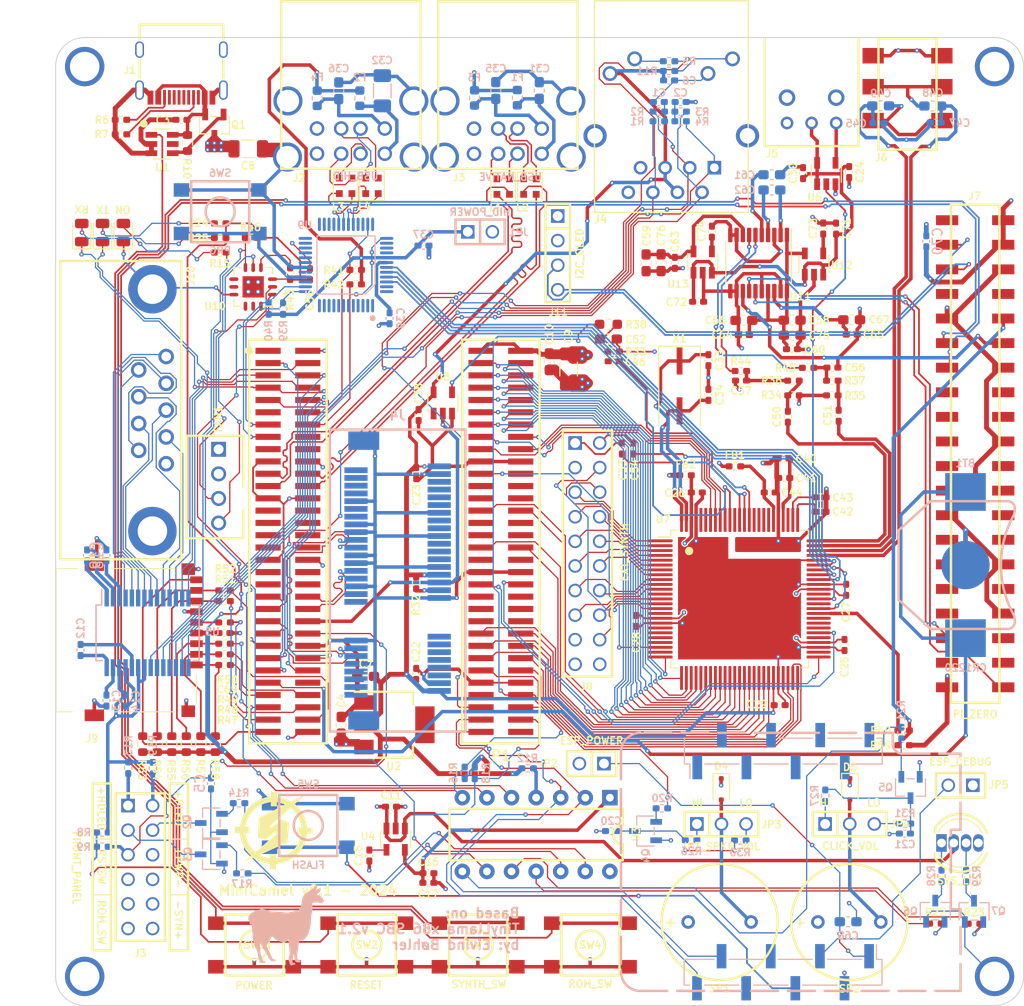
<source format=kicad_pcb>
(kicad_pcb (version 20241229) (generator "pcbnew") (generator_version "9.0")
  (title_block (title "TinyLlama") (date "2023-02-10") (rev "2.1") (company "Eivind Bøhler"))
  (layers (0 "F.Cu" signal) (4 "In1.Cu" power) (6 "In2.Cu" power) (2 "B.Cu" signal) (13 "F.Paste" user) (15 "B.Paste" user) (5 "F.SilkS" user "F.Silkscreen") (7 "B.SilkS" user "B.Silkscreen") (1 "F.Mask" user) (3 "B.Mask" user) (25 "Edge.Cuts" user))
  (net 0 "")
  (net 1 "/RSTDRV")
  (net 2 "/SPKR")
  (net 3 "/TX2")
  (net 4 "/RX2")
  (net 5 "/USBD1-")
  (net 6 "/USBD2-")
  (net 7 "/USBD1+")
  (net 8 "/USBD2+")
  (net 9 "Net-(U5-C1+)")
  (net 10 "Net-(U5-C1-)")
  (net 11 "Net-(U5-V+)")
  (net 12 "Net-(U4-BYP)")
  (net 13 "Net-(U5-C2+)")
  (net 14 "Net-(U5-C2-)")
  (net 15 "/PE0_RX-")
  (net 16 "/PE0_TX-")
  (net 17 "/PE0_RX+")
  (net 18 "/PE0_TX+")
  (net 19 "/PE0_CLK-")
  (net 20 "/~{PCIRST}")
  (net 21 "/PE0_CLK+")
  (net 22 "/~{RST_SW}")
  (net 23 "/HID_VCC")
  (net 24 "/VBATT")
  (net 25 "/SD_DAT2")
  (net 26 "/SD_DAT3")
  (net 27 "/SD_CMD")
  (net 28 "/SD_CLK")
  (net 29 "/SD_DAT0")
  (net 30 "/SD_DAT1")
  (net 31 "/A0")
  (net 32 "/A1")
  (net 33 "/A2")
  (net 34 "/A3")
  (net 35 "/A4")
  (net 36 "/A5")
  (net 37 "/A6")
  (net 38 "/A7")
  (net 39 "/A8")
  (net 40 "/A9")
  (net 41 "/A10")
  (net 42 "/A11")
  (net 43 "/A12")
  (net 44 "/A13")
  (net 45 "/A14")
  (net 46 "/A15")
  (net 47 "Net-(D1-A)")
  (net 48 "/IRQ7")
  (net 49 "Net-(D2-A)")
  (net 50 "/IRQ11")
  (net 51 "/IRQ12")
  (net 52 "/IRQ15")
  (net 53 "/VBUS")
  (net 54 "/DRQ1")
  (net 55 "/~{DACK1}")
  (net 56 "Net-(D3-A)")
  (net 57 "Net-(D4-A)")
  (net 58 "Net-(J1-CC1)")
  (net 60 "/AEN")
  (net 61 "/IOCHRDY")
  (net 64 "/~{IOW}")
  (net 65 "/~{IOR}")
  (net 66 "Net-(J1-CC2)")
  (net 70 "/D0")
  (net 71 "/D1")
  (net 72 "/D2")
  (net 73 "/D3")
  (net 74 "/D4")
  (net 75 "/D5")
  (net 76 "/D6")
  (net 77 "/D7")
  (net 78 "/USBDX1-")
  (net 79 "/USBDX1+")
  (net 80 "/USBDX2-")
  (net 81 "/USBDX2+")
  (net 82 "/X_SD_DAT2")
  (net 83 "/X_SD_DAT3")
  (net 84 "/X_SD_CMD")
  (net 85 "+3.3V")
  (net 86 "/X_SD_CLK")
  (net 87 "/X_SD_DAT0")
  (net 88 "/X_SD_DAT1")
  (net 89 "/SYNTH_SW")
  (net 90 "/ROM_SW")
  (net 91 "+5VFILT")
  (net 92 "+5VA")
  (net 93 "/MIDI_AUDIO_R")
  (net 94 "/MIDI_AUDIO_L")
  (net 95 "/TX1")
  (net 96 "/RX1")
  (net 97 "/USBHIDX1-")
  (net 98 "/USBHIDX1+")
  (net 99 "/USBHIDX2-")
  (net 100 "/USBHIDX2+")
  (net 101 "/MIDI_OUT")
  (net 118 "/I2S_BCLK")
  (net 119 "/I2S_LRCLK")
  (net 120 "/I2S_DATA")
  (net 121 "/SD_CD")
  (net 122 "/3.3V_MIDI_OUT")
  (net 123 "GND")
  (net 124 "VCC")
  (net 128 "/PI_SDA")
  (net 129 "/PI_SCL")
  (net 130 "/RS_DCD1")
  (net 131 "/RS_RX1")
  (net 132 "/RS_TX1")
  (net 133 "/RS_DTR1")
  (net 134 "/RS_DSR1")
  (net 135 "/RS_RTS1")
  (net 136 "/RS_CTS1")
  (net 137 "/RS_RI1")
  (net 141 "/MSCLK")
  (net 142 "/MSDATA")
  (net 144 "/KBCLK")
  (net 145 "/KBDATA")
  (net 146 "/JACX")
  (net 147 "/JACY")
  (net 148 "/JAB1")
  (net 149 "/JAB2")
  (net 150 "/USBHID1+")
  (net 151 "/USBHID1-")
  (net 152 "/USBHID2+")
  (net 153 "/USBHID2-")
  (net 154 "/DCD1")
  (net 155 "/RTS1")
  (net 156 "/RI1")
  (net 157 "/DTR1")
  (net 158 "/DSR1")
  (net 159 "/CTS1")
  (net 167 "Net-(C1-Pad1)")
  (net 169 "Net-(Q1-G)")
  (net 170 "Net-(Q2-B)")
  (net 171 "/PWR_SW")
  (net 172 "Net-(U5-V-)")
  (net 173 "/RST_SW")
  (net 174 "Net-(C2-Pad1)")
  (net 176 "Net-(U7-LAUX1)")
  (net 177 "Net-(J7-VBUS1)")
  (net 178 "Net-(J8-VBUS1)")
  (net 179 "Net-(U7-XTALO)")
  (net 180 "Net-(U7-XTALI)")
  (net 181 "Net-(J7-VBUS2)")
  (net 182 "Net-(J8-VBUS2)")
  (net 183 "Net-(U9-VDD33)")
  (net 184 "Net-(U7-REFFLT)")
  (net 185 "Net-(U7-RFILT)")
  (net 186 "Net-(U7-LFILT)")
  (net 187 "Net-(U7-LOUT)")
  (net 188 "Net-(U7-MIN)")
  (net 189 "Net-(C46-Pad2)")
  (net 190 "Net-(U7-ROUT)")
  (net 191 "Net-(C48-Pad2)")
  (net 192 "Net-(C49-Pad2)")
  (net 193 "Net-(C50-Pad2)")
  (net 194 "Net-(U7-LLINE)")
  (net 195 "Net-(C51-Pad2)")
  (net 196 "Net-(U7-RLINE)")
  (net 197 "Net-(U7-RAUX1)")
  (net 198 "/FM_SYNTH_L")
  (net 199 "/FM_SYNTH_R")
  (net 200 "Net-(U11-VNEG)")
  (net 201 "Net-(U13-BYP)")
  (net 202 "Net-(U11-CAPP)")
  (net 203 "Net-(J2-D1)")
  (net 204 "Net-(J2-D4)")
  (net 211 "Net-(U11-CAPM)")
  (net 216 "+3.3V_PCM_D")
  (net 217 "+3.3V_PCM_A")
  (net 224 "Net-(J4-~{W_DISABLE})")
  (net 226 "+3.3VSB")
  (net 227 "Net-(D5-A)")
  (net 228 "Net-(D6-RK)")
  (net 230 "Net-(D6-GK)")
  (net 235 "/PWR_LED+")
  (net 236 "/~{SYNTH_SW}")
  (net 237 "/~{PWR_SW}")
  (net 238 "/HDD_LED-")
  (net 239 "/HDD_LED+")
  (net 240 "/~{ROM_SW}")
  (net 241 "/PWR_LED-")
  (net 242 "Net-(Q3-B)")
  (net 243 "Net-(Q4-B)")
  (net 244 "Net-(Q4-C)")
  (net 245 "Net-(Q5-B)")
  (net 246 "Net-(Q5-C)")
  (net 247 "Net-(Q6-B)")
  (net 248 "Net-(Q7-B)")
  (net 251 "/PWM_CLICK")
  (net 253 "/PWM_RED")
  (net 254 "/PWM_GREEN")
  (net 255 "/PWM_HDD")
  (net 256 "/PWM_PWR")
  (net 257 "/V86_SDA")
  (net 258 "/V86_SCL")
  (net 263 "/LINKACT")
  (net 264 "/LAN_RX+")
  (net 265 "/LAN_TX+")
  (net 266 "/LAN_RX-")
  (net 267 "/LAN_TX-")
  (net 269 "/SPDIF_OUT")
  (net 270 "Net-(J5-Pin_3)")
  (net 271 "Net-(J5-Pin_1)")
  (net 272 "Net-(J6-Pin_3)")
  (net 273 "Net-(J6-Pin_1)")
  (net 274 "/PWM1")
  (net 275 "/TACH1")
  (net 276 "Net-(U11-LDOO)")
  (net 277 "Net-(U12-BYP)")
  (net 279 "Net-(J9-VIN)")
  (net 281 "/FM_D0")
  (net 282 "/~{LAN_DUPLEX}")
  (net 285 "/FM_A1")
  (net 286 "/~{FM_WR}")
  (net 287 "/~{FM_RD}")
  (net 288 "/FM_D2")
  (net 289 "/FM_D1")
  (net 290 "/FM_D3")
  (net 291 "/FM_D6")
  (net 292 "/FM_D5")
  (net 293 "/FM_A0")
  (net 294 "/~{FM_CS}")
  (net 295 "/FM_D4")
  (net 296 "/FM_D7")
  (net 297 "/~{BRESET}")
  (net 298 "Net-(Q6-C)")
  (net 299 "Net-(Q7-C)")
  (net 319 "Net-(U3-PB3{slash}PCINT11{slash}~{RESET})")
  (net 322 "Net-(U5-~{INVALID})")
  (net 323 "Net-(U10-ADDR_SEL)")
  (net 324 "Net-(U11-OUTL)")
  (net 325 "Net-(U11-OUTR)")
  (net 335 "/DCD2")
  (net 336 "Net-(J12-5V)")
  (net 346 "Net-(J12-D3{slash}GPIO0)")
  (net 370 "Net-(SW6-A)")
  (footprint "llama_shared:J_USB_A_C12049" (layer "F.Cu") (at 70.72 34.71 180)
    (property "Reference" "J3")
    (property "Value" "USB_NATIVE")
  )
  (footprint "Capacitor_SMD:C_0402_1005Metric_Pad0.74x0.62mm_HandSolder" (layer "F.Cu") (at 61.249989 89.750008 90)
    (property "Reference" "C22")
    (property "Value" "0.1uF")
  )
  (footprint "llama_shared:P_CONN_01X04_SQUARE" (layer "F.Cu") (at 75.875 46.25 -90)
    (property "Reference" "J11")
    (property "Value" "I2C_OLED")
  )
  (footprint "Resistor_SMD:R_0603_1608Metric_Pad0.98x0.95mm_HandSolder" (layer "F.Cu") (at 81.1125 53.625)
    (property "Reference" "R38")
    (property "Value" "47k")
  )
  (footprint "Capacitor_SMD:C_0603_1608Metric_Pad1.08x0.95mm_HandSolder" (layer "F.Cu") (at 56.025006 89.999995 180)
    (property "Reference" "C7")
    (property "Value" "47uF")
  )
  (footprint "Resistor_SMD:R_0402_1005Metric_Pad0.72x0.64mm_HandSolder" (layer "F.Cu") (at 41.4475 87.725)
    (property "Reference" "R48")
    (property "Value" "33")
  )
  (footprint "llama_shared:U_SOT-23-5" (layer "F.Cu") (at 64 61.75 90)
    (property "Reference" "U8")
    (property "Value" "U_74LVC1G04" (hide yes))
  )
  (footprint "Capacitor_SMD:C_0402_1005Metric_Pad0.74x0.62mm_HandSolder" (layer "F.Cu") (at 99.275 69.5 180)
    (property "Reference" "C41")
    (property "Value" "0.1uF")
  )
  (footprint "llama_shared:H_440_HOLE" (layer "F.Cu") (at 121 121)
    (property "Reference" "H4" (hide yes))
    (property "Value" "H_HOLE" (hide yes))
  )
  (footprint "Capacitor_SMD:C_0402_1005Metric_Pad0.74x0.62mm_HandSolder" (layer "F.Cu") (at 106.25 54.69 180)
    (property "Reference" "C65")
    (property "Value" "0.1uF")
  )
  (footprint "Resistor_SMD:R_0402_1005Metric_Pad0.72x0.64mm_HandSolder" (layer "F.Cu") (at 55 48)
    (property "Reference" "R41")
    (property "Value" "4.7k")
  )
  (footprint "Capacitor_SMD:C_0402_1005Metric_Pad0.74x0.62mm_HandSolder" (layer "F.Cu") (at 90.2425 71 180)
    (property "Reference" "C26")
    (property "Value" "0.1uF")
  )
  (footprint "Capacitor_SMD:C_0402_1005Metric_Pad0.74x0.62mm_HandSolder" (layer "F.Cu") (at 62.5075 111.33 180)
    (property "Reference" "C17")
    (property "Value" "0.1uF")
  )
  (footprint "llama_shared:J_USB_A_C12049" (layer "F.Cu") (at 54.5 34.7 180)
    (property "Reference" "J2")
    (property "Value" "USB_HID")
  )
  (footprint "Capacitor_SMD:C_1206_3216Metric_Pad1.33x1.80mm_HandSolder" (layer "F.Cu") (at 77 58.25 -90)
    (property "Reference" "C9")
    (property "Value" "47uF")
  )
  (footprint "SnipE Footprints:snipe_96x96px" (layer "F.Cu") (at 46.525 105.925)
    (property "Reference" "LOGO1" (hide yes))
    (property "Value" "snipe_logo" (hide yes))
  )
  (footprint "Resistor_SMD:R_0402_1005Metric_Pad0.72x0.64mm_HandSolder" (layer "F.Cu") (at 41.45 82.225)
    (property "Reference" "R51")
    (property "Value" "33")
  )
  (footprint "Capacitor_SMD:C_0402_1005Metric_Pad0.74x0.62mm_HandSolder" (layer "F.Cu") (at 98.8 92.97 180)
    (property "Reference" "C29")
    (property "Value" "0.1uF")
  )
  (footprint "Resistor_SMD:R_0402_1005Metric_Pad0.72x0.64mm_HandSolder" (layer "F.Cu") (at 48.225 48.4025 -90)
    (property "Reference" "R43")
    (property "Value" "4.7k")
  )
  (footprint "Capacitor_SMD:C_0402_1005Metric_Pad0.74x0.62mm_HandSolder" (layer "F.Cu") (at 104.63 43.7425 90)
    (property "Reference" "C71")
    (property "Value" "1uF")
  )
  (footprint "Resistor_SMD:R_0603_1608Metric" (layer "F.Cu") (at 33 97.000006 90)
    (property "Reference" "R53")
    (property "Value" "47k" (hide yes))
  )
  (footprint "Resistor_SMD:R_0402_1005Metric_Pad0.72x0.64mm_HandSolder" (layer "F.Cu") (at 100.225 59.45)
    (property "Reference" "R36")
    (property "Value" "6.8k")
  )
  (footprint "Capacitor_SMD:C_0402_1005Metric_Pad0.74x0.62mm_HandSolder" (layer "F.Cu") (at 37 32.5)
    (property "Reference" "C3")
    (property "Value" "0.1uF")
  )
  (footprint "Diode_SMD:D_SOD-323F" (layer "F.Cu") (at 92.77 101.6525 -90)
    (property "Reference" "D4")
    (property "Value" "1N4148")
  )
  (footprint "llama_shared:X_Crystal_SMD_HC49S-MINI" (layer "F.Cu") (at 88.46 59.99 -90)
    (property "Reference" "X1")
    (property "Value" "16.9344MHz" (hide yes))
  )
  (footprint "llama_shared:U_TSSOP-20_4.4x6.5mm_P0.65mm" (layer "F.Cu") (at 96.625 47.3 -90)
    (property "Reference" "U11")
    (property "Value" "PCM5102A" (hide yes))
  )
  (footprint "llama_shared:SW_B3FS-1010" (layer "F.Cu") (at 56.15 117.75)
    (property "Reference" "SW2")
    (property "Value" "RESET")
  )
  (footprint "llama_shared:J_CONN_RPI_SMD" (layer "F.Cu") (at 119 67)
    (property "Reference" "J7")
    (property "Value" "PI_ZERO")
  )
  (footprint "Capacitor_SMD:C_0402_1005Metric_Pad0.74x0.62mm_HandSolder" (layer "F.Cu") (at 104.9 63.075 90)
    (property "Reference" "C51")
    (property "Value" "10uF")
  )
  (footprint "llama_shared:L_EMI_FILTER_MCM2012B900GBE" (layer "F.Cu") (at 73 39.4 -90)
    (property "Reference" "L2")
    (property "Value" "L_EMI_FILTER" (hide yes))
  )
  (footprint "SnipE Footprints:U_EMC2303" (layer "F.Cu") (at 44.41 49.76 180)
    (property "Reference" "U10")
    (property "Value" "EMC2303" (hide yes))
  )
  (footprint "Diode_SMD:D_SOD-323F" (layer "F.Cu") (at 106.06 101.64 -90)
    (property "Reference" "D5")
    (property "Value" "1N4148")
  )
  (footprint "Capacitor_SMD:C_0402_1005Metric_Pad0.74x0.62mm_HandSolder" (layer "F.Cu") (at 58.65 103.46)
    (property "Reference" "C11")
    (property "Value" "1uF")
  )
  (footprint "Capacitor_SMD:C_0603_1608Metric_Pad1.08x0.95mm_HandSolder" (layer "F.Cu") (at 86.55 47.2625 -90)
    (property "Reference" "C76")
    (property "Value" "10uF")
  )
  (footprint "Capacitor_SMD:C_0402_1005Metric_Pad0.74x0.62mm_HandSolder" (layer "F.Cu") (at 90.375 51.3)
    (property "Reference" "C72")
    (property "Value" "1uF")
  )
  (footprint "llama_shared:H_440_HOLE" (layer "F.Cu") (at 27 121)
    (property "Reference" "H3" (hide yes))
    (property "Value" "H_HOLE" (hide yes))
  )
  (footprint "SnipE Footprints:7499010211A" (layer "F.Cu") (at 88.24 31.1)
    (property "Reference" "J4")
    (property "Value" "Wuerth Elektronik 7499010211A")
  )
  (footprint "llama_shared:P_CONN_PANEL" (layer "F.Cu") (at 32.75 107.16 -90)
    (property "Reference" "J3")
    (property "Value" "FRONT_PANEL")
  )
  (footprint "Resistor_SMD:R_0603_1608Metric" (layer "F.Cu") (at 37.500001 97.000006 90)
    (property "Reference" "R56")
    (property "Value" "47k" (hide yes))
  )
  (footprint "Capacitor_SMD:C_0402_1005Metric_Pad0.74x0.62mm_HandSolder" (layer "F.Cu") (at 105.98 37.9 90)
    (property "Reference" "C24")
    (property "Value" "0.1uF")
  )
  (footprint "Capacitor_SMD:C_0402_1005Metric_Pad0.74x0.62mm_HandSolder" (layer "F.Cu") (at 82.5 66.4575 90)
    (property "Reference" "C53")
    (property "Value" "1uF")
  )
  (footprint "Resistor_SMD:R_0402_1005Metric_Pad0.72x0.64mm_HandSolder" (layer "F.Cu") (at 111.61 95.59)
    (property "Reference" "R60")
    (property "Value" "10k")
  )
  (footprint "llama_shared:P_CONN_01X03_SQUARE" (layer "F.Cu") (at 106.04 105.25)
    (property "Reference" "JP4")
    (property "Value" "CLICK_VOL")
  )
  (footprint "Resistor_SMD:R_0402_1005Metric_Pad0.72x0.64mm_HandSolder" (layer "F.Cu") (at 89.075 69.225)
    (property "Reference" "FB2")
    (property "Value" "FB")
  )
  (footprint "Resistor_SMD:R_0603_1608Metric" (layer "F.Cu") (at 39 97.000006 90)
    (property "Reference" "R57")
    (property "Value" "47k" (hide yes))
  )
  (footprint "llama_shared:U_TSOT-23-6" (layer "F.Cu") (at 35 35)
    (property "Reference" "U1")
    (property "Value" "U_MAX16054" (hide yes))
  )
  (footprint "Resistor_SMD:R_0603_1608Metric" (layer "F.Cu") (at 40.5 97.000006 90)
    (property "Reference" "R58")
    (property "Value" "47k" (hide yes))
  )
  (footprint "Capacitor_SMD:C_0603_1608Metric_Pad1.08x0.95mm_HandSolder" (layer "F.Cu") (at 85 47.275 -90)
    (property "Reference" "C59")
    (property "Value" "10uF")
  )
  (footprint "Capacitor_SMD:C_0402_1005Metric_Pad0.74x0.62mm_HandSolder" (layer "F.Cu") (at 87.975 47.275 -90)
    (property "Reference" "C63")
    (property "Value" "0.1uF")
  )
  (footprint "Resistor_SMD:R_0402_1005Metric_Pad0.72x0.64mm_HandSolder" (layer "F.Cu") (at 111.61 97.11)
    (property "Reference" "R59")
    (property "Value" "20k")
  )
  (footprint "Resistor_SMD:R_0402_1005Metric_Pad0.72x0.64mm_HandSolder" (layer "F.Cu") (at 44.1875 44.69 180)
    (property "Reference" "R46")
    (property "Value" "10k")
  )
  (footprint "llama_shared:Q_PFET_ENH_SOT-23-3" (layer "F.Cu") (at 40.4 33.0515 90)
    (property "Reference" "Q1")
    (property "Value" "Q_PMOS_GDS" (hide yes))
  )
  (footprint "Capacitor_SMD:C_0402_1005Metric_Pad0.74x0.62mm_HandSolder" (layer "F.Cu") (at 81.6575 57.45 180)
    (property "Reference" "C46")
    (property "Value" "0.1uF")
  )
  (footprint "Resistor_SMD:R_0402_1005Metric_Pad0.72x0.64mm_HandSolder" (layer "F.Cu") (at 94.175 68.3)
    (property "Reference" "FB1")
    (property "Value" "FB")
  )
  (footprint "llama_shared:SP" (layer "F.Cu") (at 92.6 115.375)
    (property "Reference" "SP1")
    (property "Value" "SPEAKER" (hide yes))
  )
  (footprint "Capacitor_SMD:C_0402_1005Metric_Pad0.74x0.62mm_HandSolder" (layer "F.Cu") (at 100.075 56.2)
    (property "Reference" "C60")
    (property "Value" "0.1uF")
  )
  (footprint "llama_shared:SW_B3FS-1010" (layer "F.Cu") (at 67.65 117.75)
    (property "Reference" "SW3")
    (property "Value" "SYNTH_SW")
  )
  (footprint "Resistor_SMD:R_0402_1005Metric_Pad0.72x0.64mm_HandSolder" (layer "F.Cu") (at 30.75 32.5 180)
    (property "Reference" "R6")
    (property "Value" "5.1k")
  )
  (footprint "llama_shared:P_DE9M" (layer "F.Cu") (at 35.42 56.955 90)
    (property "Reference" "J10")
    (property "Value" "P_DE9M" (hide yes))
  )
  (footprint "llama_shared:U_SOT-23-5" (layer "F.Cu") (at 102.35 47.4 90)
    (property "Reference" "U12")
    (property "Value" "U_MIC5219-3.3YM5" (hide yes))
  )
  (footprint "Capacitor_SMD:C_0402_1005Metric_Pad0.74x0.62mm_HandSolder" (layer "F.Cu") (at 99.65 63.175 90)
    (property "Reference" "C50")
    (property "Value" "10uF")
  )
  (footprint "Capacitor_SMD:C_0402_1005Metric_Pad0.74x0.62mm_HandSolder" (layer "F.Cu") (at 83.7 66.4575 90)
    (property "Reference" "C54")
    (property "Value" "1uF")
  )
  (footprint "Capacitor_SMD:C_0402_1005Metric_Pad0.74x0.62mm_HandSolder" (layer "F.Cu") (at 56.41 108.5075 -90)
    (property "Reference" "C15")
    (property "Value" "470pF")
  )
  (footprint "Capacitor_SMD:C_0402_1005Metric_Pad0.74x0.62mm_HandSolder" (layer "F.Cu") (at 41.4425 85.525)
    (property "Reference" "C69")
    (property "Value" "0.1uF")
  )
  (footprint "llama_shared:L_EMI_FILTER_MCM2012B900GBE" (layer "F.Cu") (at 56.68 39.32 90)
    (property "Reference" "L4")
    (property "Value" "L_EMI_FILTER" (hide yes))
  )
  (footprint "Capacitor_SMD:C_0402_1005Metric_Pad0.74x0.62mm_HandSolder" (layer "F.Cu") (at 94.81 59.44)
    (property "Reference" "C57")
    (property "Value" "2.2nF")
  )
  (footprint "llama_shared:U_TQFP-100_14x14mm_P0.5mm_HandSoldering" (layer "F.Cu") (at 94.662495 82.000011)
    (property "Reference" "U7")
    (property "Value" "CS4237B-KQ" (hide yes))
  )
  (footprint "llama_shared:SW_B3FS-1010" (layer "F.Cu") (at 44.55 117.75)
    (property "Reference" "SW1")
    (property "Value" "POWER")
  )
  (footprint "Resistor_SMD:R_0603_1608Metric" (layer "F.Cu") (at 34.499999 97.000006 90)
    (property "Reference" "R54")
    (property "Value" "47k" (hide yes))
  )
  (footprint "Capacitor_SMD:C_0402_1005Metric_Pad0.74x0.62mm_HandSolder" (layer "F.Cu") (at 105.5 86.7575 90)
    (property "Reference" "C25")
    (property "Value" "0.1uF")
  )
  (footprint "Resistor_SMD:R_0402_1005Metric_Pad0.72x0.64mm_HandSolder" (layer "F.Cu") (at 41.45 84.425)
    (property "Reference" "R50")
    (property "Value" "0")
  )
  (footprint "llama_shared:D_LED_D5.0mm-4_RGB" (layer "F.Cu") (at 115.52 107.21)
    (property "Reference" "D6" (hide yes))
    (property "Value" "SYS_LED")
  )
  (footprint "Resistor_SMD:R_0402_1005Metric_Pad0.72x0.64mm_HandSolder" (layer "F.Cu") (at 114.89 115.54)
    (property "Reference" "R22")
    (property "Value" "10k")
  )
  (footprint "Capacitor_SMD:C_0402_1005Metric_Pad0.74x0.62mm_HandSolder" (layer "F.Cu") (at 61.249989 69.000012 -90)
    (property "Reference" "C23")
    (property "Value" "0.1uF")
  )
  (footprint "Capacitor_SMD:C_0402_1005Metric_Pad0.74x0.62mm_HandSolder" (layer "F.Cu") (at 104.25 58.1 180)
    (property "Reference" "C56")
    (property "Value" "2.2nF")
  )
  (footprint "SnipE Footprints:J_CONN_02X10" (layer "F.Cu") (at 78.94 77.32 -90)
    (property "Reference" "J8")
    (property "Value" "EXT_SYNTH")
  )
  (footprint "Capacitor_SMD:C_0402_1005Metric_Pad0.74x0.62mm_HandSolder" (layer "F.Cu") (at 50.275 48.4575 90)
    (property "Reference" "C55")
    (property "Value" "0.1uF")
  )
  (footprint "Capacitor_SMD:C_0603_1608Metric_Pad1.08x0.95mm_HandSolder" (layer "F.Cu") (at 95.1075 53.22 180)
    (property "Reference" "C66")
    (property "Value" "10uF")
  )
  (footprint "Capacitor_SMD:C_0402_1005Metric_Pad0.74x0.62mm_HandSolder" (layer "F.Cu") (at 97.775 71)
    (property "Reference" "C44")
    (property "Value" "0.1uF")
  )
  (footprint "Diode_SMD:D_0805_2012Metric" (layer "F.Cu") (at 31 44.15 90)
    (property "Reference" "D1" (hide yes))
    (property "Value" "CONN")
  )
  (footprint "Capacitor_SMD:C_0603_1608Metric_Pad1.08x0.95mm_HandSolder" (layer "F.Cu") (at 100.1 54.75)
    (property "Reference" "C75")
    (property "Value" "10uF")
  )
  (footprint "llama_shared:U_SOT-23-5" (layer "F.Cu") (at 59.13 106.82 -90)
    (property "Reference" "U4")
    (property "Value" "U_MIC5219-3.3YM5" (hide yes))
  )
  (footprint "Capacitor_SMD:C_0402_1005Metric_Pad0.74x0.62mm_HandSolder" (layer "F.Cu") (at 103.024988 73.000004)
    (property "Reference" "C42")
    (property "Value" "1nF")
  )
  (footprint "Diode_SMD:D_0805_2012Metric" (layer "F.Cu") (at 28.85 44.15 90)
    (property "Reference" "D2" (hide yes))
    (property "Value" "TX")
  )
  (footprint "Resistor_SMD:R_0402_1005Metric_Pad0.72x0.64mm_HandSolder" (layer "F.Cu") (at 41.4475 86.625)
    (property "Reference" "R49")
    (property "Value" "33")
  )
  (footprint "SnipE Footprints:P_CONN_01X02_SQUARE" (layer "F.Cu") (at 117.49 101.25 180)
    (property "Reference" "JP5")
    (property "Value" "ESP_DEBUG")
  )
  (footprint "Resistor_SMD:R_0402_1005Metric_Pad0.72x0.64mm_HandSolder" (layer "F.Cu") (at 100.225 60.97)
    (property "Reference" "R34")
    (property "Value" "6.8k")
  )
  (footprint "llama_shared:U_SOT-23-5" (layer "F.Cu") (at 90.85 47.2 90)
    (property "Reference" "U13")
    (property "Value" "U_MIC5219-3.3YM5" (hide yes))
  )
  (footprint "Diode_SMD:D_0805_2012Metric" (layer "F.Cu") (at 26.7 44.15 90)
    (property "Reference" "D3" (hide yes))
    (property "Value" "RX")
  )
  (footprint "llama_shared:H_440_HOLE" (layer "F.Cu") (at 27 27)
    (property "Reference" "H1" (hide yes))
    (property "Value" "H_HOLE" (hide yes))
  )
  (footprint "llama_shared:J_AUDIO35_C95463" (layer "F.Cu") (at 112.01 29.08)
    (property "Reference" "J6")
    (property "Value" "AudioJack3" (hide yes))
  )
  (footprint "Resistor_SMD:R_0402_1005Metric_Pad0.72x0.64mm_HandSolder" (layer "F.Cu") (at 81.6475 56.45)
    (property "Reference" "R33")
    (property "Value" "4.7k")
  )
  (footprint "llama_shared:SP" (layer "F.Cu") (at 106 115.375)
    (property "Reference" "SP2")
    (property "Value" "SPEAKER" (hide yes))
  )
  (footprint "Capacitor_SMD:C_0603_1608Metric_Pad1.08x0.95mm_HandSolder" (layer "F.Cu") (at 53.499992 95.049998 90)
    (property "Reference" "C4")
    (property "Value" "10uF")
  )
  (footprint "Capacitor_SMD:C_0603_1608Metric_Pad1.08x0.95mm_HandSolder" (layer "F.Cu") (at 100.0925 53.2)
    (property "Reference" "C58")
    (property "Value" "10uF")
  )
  (footprint "llama_shared:J_USB_TYPE-C-31-M-12" (layer "F.Cu") (at 37 30 180)
    (property "Reference" "J1")
    (property "Value" "J_USB_C" (hide yes))
  )
  (footprint "Capacitor_SMD:C_0402_1005Metric_Pad0.74x0.62mm_HandSolder" (layer "F.Cu") (at 91.8 44.0575 90)
    (property "Reference" "C74")
    (property "Value" "470pF")
  )
  (footprint "SnipE Footprints:P_CONN_01X02_SQUARE" (layer "F.Cu") (at 79.38 99.01 180)
    (property "Reference" "JP2")
    (property "Value" "ESP_POWER")
  )
  (footprint "llama_shared:H_440_HOLE" (layer "F.Cu") (at 121 27)
    (property "Reference" "H2" (hide yes))
    (property "Value" "H_HOLE" (hide yes))
  )
  (footprint "Capacitor_SMD:C_0402_1005Metric_Pad0.74x0.62mm_HandSolder" (layer "F.Cu") (at 103.3 43.7325 90)
    (property "Reference" "C73")
    (property "Value" "470pF")
  )
  (footprint "Capacitor_SMD:C_0402_1005Metric_Pad0.74x0.62mm_HandSolder" (layer "F.Cu") (at 103.024988 71.500007)
    (property "Reference" "C43")
    (property "Value" "1nF")
  )
  (footprint "Capacitor_SMD:C_0603_1608Metric_Pad1.08x0.95mm_HandSolder" (layer "F.Cu") (at 81.1125 55.15)
    (property "Reference" "C52")
    (property "Value" "2.7nF")
  )
  (footprint "Resistor_SMD:R_0402_1005Metric_Pad0.72x0.64mm_HandSolder" (layer "F.Cu") (at 104.24 59.45)
    (property "Reference" "R37")
    (property "Value" "6.8k")
  )
  (footprint "Capacitor_SMD:C_0402_1005Metric_Pad0.74x0.62mm_HandSolder" (layer "F.Cu") (at 61.5 63 -90)
    (property "Reference" "C38")
    (property "Value" "0.1uF")
  )
  (footprint "SnipE Footprints:J_TOSLINK_ZGY133T10" (layer "F.Cu") (at 102.1 32.83)
    (property "Reference" "J5")
    (property "Value" "J_TOSLINK_ZGY133T10" (hide yes))
  )
  (footprint "Capacitor_SMD:C_0402_1005Metric_Pad0.74x0.62mm_HandSolder" (layer "F.Cu") (at 62.51 110.33)
    (property "Reference" "C16")
    (property "Value" "10uF")
  )
  (footprint "Resistor_SMD:R_0603_1608Metric" (layer "F.Cu") (at 35.999999 97.000006 90)
    (property "Reference" "R55")
    (property "Value" "47k" (hide yes))
  )
  (footprint "Capacitor_SMD:C_0402_1005Metric_Pad0.74x0.62mm_HandSolder" (layer "F.Cu") (at 105.675 81.0575 -90)
    (property "Reference" "C27")
    (property "Value" "0.1uF")
  )
  (footprint "Capacitor_SMD:C_0402_1005Metric_Pad0.74x0.62mm_HandSolder" (layer "F.Cu") (at 101.216 38.008 90)
    (property "Reference" "C30")
    (property "Value" "0.1uF")
  )
  (footprint "SnipE Footprints:U_SOT-23-5" (layer "F.Cu") (at 103.62 38.05 90)
    (property "Reference" "U6")
    (property "Value" "U_74LVC1G126" (hide yes))
  )
  (footprint "llama_shared:U_SOT-223-3_NOTAB" (layer "F.Cu") (at 59 95)
    (property "Reference" "U2")
    (property "Value" "U_AMS1117-3.3" (hide yes))
  )
  (footprint "llama_shared:U_DIP-14_W7.62mm" (layer "F.Cu") (at 81.26 102.53 -90)
    (property "Reference" "U3")
    (property "Value" "U_ATTINY84A" (hide yes))
  )
  (footprint "Resistor_SMD:R_0402_1005Metric_Pad0.72x0.64mm_HandSolder" (layer "F.Cu") (at 41.005 46.21 180)
    (property "Reference" "R15")
    (property "Value" "1.5k")
  )
  (footprint "llama_shared:SW_B3FS-1010" (layer "F.Cu") (at 79.25 117.75)
    (property "Reference" "SW4")
    (property "Value" "ROM_SW")
  )
  (footprint "Resistor_SMD:R_0402_1005Metric_Pad0.72x0.64mm_HandSolder" (layer "F.Cu") (at 41.4475 88.825)
    (property "Reference" "R47")
    (property "Value" "33")
  )
  (footprint "Resistor_SMD:R_0402_1005Metric_Pad0.72x0.64mm_HandSolder" (layer "F.Cu") (at 61.249989 80.341493 90)
    (property "Reference" "R32")
    (property "Value" "4.7k")
  )
  (footprint "SnipE Footprints:J_MOLEX_47053-1000" (layer "F.Cu") (at 40.84 66.54 90)
    (property "Reference" "P3" (hide yes))
    (property "Value" "FAN1")
  )
  (footprint "llama_shared:P_CONN_SOM-128-EX" (layer "F.Cu") (at 48 56.365)
    (property "Reference" "P1")
    (property "Value" "P_SOM-128-EX" (hide yes))
  )
  (footprint "Capacitor_SMD:C_0402_1005Metric_Pad0.74x0.62mm_HandSolder" (layer "F.Cu") (at 84.000007 84.274987 90)
    (property "Reference" "C28")
    (property "Value" "0.1uF")
  )
  (footprint "Resistor_SMD:R_0402_1005Metric_Pad0.72x0.64mm_HandSolder" (layer "F.Cu") (at 41 43.2 180)
    (property "Reference" "R24")
    (property "Value" "1k")
  )
  (footprint "Capacitor_SMD:C_0402_1005Metric_Pad0.74x0.62mm_HandSolder" (layer "F.Cu") (at 91.44 57.335 90)
    (property "Reference" "C33")
    (property "Value" "22pF")
  )
  (footprint "Resistor_SMD:R_0402_1005Metric_Pad0.72x0.64mm_HandSolder" (layer "F.Cu") (at 94.7925 58.45)
    (property "Reference" "R44")
    (property "Value" "470")
  )
  (footprint "Resistor_SMD:R_0603_1608Metric" (layer "F.Cu") (at 37.625 34.9 90)
    (property "Reference" "R10")
    (property "Value" "47k" (hide yes))
  )
  (footprint "Resistor_SMD:R_0402_1005Metric_Pad0.72x0.64mm_HandSolder" (layer "F.Cu") (at 101.74 58.125)
    (property "Reference" "R45")
    (property "Value" "470")
  )
  (footprint "llama_shared:P_CONN_01X03_SQUARE" (layer "F.Cu") (at 92.79 105.25)
    (property "Reference" "JP3")
    (property "Value" "INT_SPKR_VOL")
  )
  (footprint "Capacitor_SMD:C_0603_1608Metric_Pad1.08x0.95mm_HandSolder" (layer "F.Cu") (at 106.24 53.16 180)
    (property "Reference" "C67")
    (property "Value" "10uF")
  )
  (footprint "Capacitor_SMD:C_0402_1005Metric_Pad0.74x0.62mm_HandSolder" (layer "F.Cu") (at 91.44 60.915 -90)
    (property "Reference" "C34")
    (property "Value" "22pF")
  )
  (footprint "Resistor_SMD:R_0402_1005Metric_Pad0.72x0.64mm_HandSolder" (layer "F.Cu") (at 41 44.7 180)
    (property "Reference" "R25")
    (property "Value" "1k")
  )
  (footprint "llama_shared:L_EMI_FILTER_MCM2012B900GBE" (layer "F.Cu") (at 70.24 39.4 -90)
    (property "Reference" "L1")
    (property "Value" "L_EMI_FILTER" (hide yes))
  )
  (footprint "Capacitor_SMD:C_0402_1005Metric_Pad0.74x0.62mm_HandSolder" (layer "F.Cu") (at 99.2 67.5 180)
    (property "Reference" "C40")
    (property "Value" "1uF")
  )
  (footprint "Resistor_SMD:R_0402_1005Metric_Pad0.72x0.64mm_HandSolder" (layer "F.Cu") (at 118.88 115.56)
    (property "Reference" "R23")
    (property "Value" "10k")
  )
  (footprint "Resistor_SMD:R_0402_1005Metric_Pad0.72x0.64mm_HandSolder" (layer "F.Cu") (at 104.24 60.97 180)
    (property "Reference" "R35")
    (property "Value" "6.8k")
  )
  (footprint "Capacitor_SMD:C_0402_1005Metric_Pad0.74x0.62mm_HandSolder" (layer "F.Cu") (at 95.1075 54.74 180)
    (property "Reference" "C64")
    (property "Value" "0.1uF")
  )
  (footprint "Resistor_SMD:R_0402_1005Metric_Pad0.72x0.64mm_HandSolder" (layer "F.Cu") (at 41.45 81.125)
    (property "Reference" "R52")
    (property "Value" "33")
  )
  (footprint "Resistor_SMD:R_0402_1005Metric_Pad0.72x0.64mm_HandSolder" (layer "F.Cu") (at 30.75 34 180)
    (property "Reference" "R7")
    (property "Value" "5.1k")
  )
  (footprint "SnipE Footprints:C_1206_3216Metric" (layer "F.Cu") (at 43.9 35.5)
    (property "Reference" "C8")
    (property "Value" "47uF" (hide yes))
  )
  (footprint "Resistor_SMD:R_0402_1005Metric_Pad0.72x0.64mm_HandSolder" (layer "F.Cu") (at 55 49.5)
    (property "Reference" "R42")
    (property "Value" "4.7k")
  )
  (footprint "Capacitor_SMD:C_0603_1608Metric_Pad1.08x0.95mm_HandSolder" (layer "F.Cu") (at 75 57.5 -90)
    (property "Reference" "C10")
    (property "Value" "0.1uF")
  )
  (footprint "llama_shared:L_EMI_FILTER_MCM2012B900GBE" (layer "F.Cu") (at 53.96 39.32 90)
    (property "Reference" "L3")
    (property "Value" "L_EMI_FILTER" (hide yes))
  )
  (footprint "llama_shared:J_MicroSD_TF01A" (layer "F.Cu") (at 31.3 86.26 -90)
    (property "Reference" "J9")
    (property "Value" "MICRO_SD" (hide yes))
  )
  (footprint "Fuse:Fuse_0603_1608Metric" (layer "B.Cu") (at 55.425 30.2625 -90)
    (property "Reference" "F2")
    (property "Value" "F" (hide yes))
  )
  (footprint "Resistor_SMD:R_0402_1005Metric_Pad0.72x0.64mm_HandSolder" (layer "B.Cu") (at 34.04 99.48 -90)
    (property "Reference" "R19")
    (property "Value" "330")
  )
  (footprint "Resistor_SMD:R_0402_1005Metric_Pad0.72x0.64mm_HandSolder" (layer "B.Cu") (at 111.74 105.21 180)
    (property "Reference" "R31")
    (property "Value" "33")
  )
  (footprint "Capacitor_SMD:C_0402_1005Metric_Pad0.74x0.62mm_HandSolder" (layer "B.Cu") (at 87.3775 28.43)
    (property "Reference" "C6")
    (property "Value" "0.1uF" (hide yes))
  )
  (footprint "Resistor_SMD:R_0402_1005Metric_Pad0.72x0.64mm_HandSolder" (layer "B.Cu") (at 118.06 110.62 90)
    (property "Reference" "R29")
    (property "Value" "2k")
  )
  (footprint "Fuse:Fuse_0603_1608Metric" (layer "B.Cu") (at 71.7 30.2125 -90)
    (property "Reference" "F1")
    (property "Value" "F" (hide yes))
  )
  (footprint "Capacitor_SMD:C_0603_1608Metric_Pad1.08x0.95mm_HandSolder" (layer "B.Cu") (at 114.6125 31.075 180)
    (property "Reference" "C48")
    (property "Value" "10uF")
  )
  (footprint "SnipE Footprints:J_WEMOS_D1_MINI" (layer "B.Cu") (at 99.185 109.165 180)
    (property "Reference" "J12" (hide yes))
    (property "Value" "J_WEMOS_D1_MINI" (hide yes))
  )
  (footprint "Capacitor_SMD:C_0402_1005Metric_Pad0.74x0.62mm_HandSolder" (layer "B.Cu") (at 86.315 30.66 180)
    (property "Reference" "C1")
    (property "Value" "0.1uF" (hide yes))
  )
  (footprint "Capacitor_SMD:C_0402_1005Metric_Pad0.74x0.62mm_HandSolder" (layer "B.Cu") (at 40.05 101.0575 -90)
    (property "Reference" "C5")
    (property "Value" "10uF")
  )
  (footprint "Resistor_SMD:R_0402_1005Metric_Pad0.72x0.64mm_HandSolder" (layer "B.Cu") (at 43.2875 110.35 180)
    (property "Reference" "R17")
    (property "Value" "10k")
  )
  (footprint "llama_shared:SW_B3FS-1010" (layer "B.Cu") (at 41 42 180)
    (property "Reference" "SW6")
    (property "Value" "PRG")
  )
  (footprint "Capacitor_SMD:C_0603_1608Metric_Pad1.08x0.95mm_HandSolder" (layer "B.Cu") (at 97.9875 38.175 180)
    (property "Reference" "C61")
    (property "Value" "2.2uF")
  )
  (footprint "Capacitor_SMD:C_0402_1005Metric_Pad0.74x0.62mm_HandSolder" (layer "B.Cu") (at 62 45.5 180)
    (property "Reference" "C37")
    (property "Value" "0.1uF")
  )
  (footprint "Resistor_SMD:R_0402_1005Metric_Pad0.72x0.64mm_HandSolder" (layer "B.Cu") (at 66.26 99.97 -90)
    (property "Reference" "R16")
    (property "Value" "4.7k")
  )
  (footprint "Capacitor_SMD:C_0402_1005Metric_Pad0.74x0.62mm_HandSolder" (layer "B.Cu") (at 31.25 92.5 -90)
    (property "Reference" "C14")
    (property "Value" "0.1uF")
  )
  (footprint "Resistor_SMD:R_0402_1005Metric_Pad0.72x0.64mm_HandSolder" (layer "B.Cu") (at 88.57 31.65)
    (property "Reference" "R3")
    (property "Value" "49.9" (hide yes))
  )
  (footprint "Resistor_SMD:R_0402_1005Metric_Pad0.72x0.64mm_HandSolder" (layer "B.Cu") (at 67.3 99.9825 90)
    (property "Reference" "R18")
    (property "Value" "4.7k")
  )
  (footprint "Resistor_SMD:R_0402_1005Metric_Pad0.72x0.64mm_HandSolder" (layer "B.Cu") (at 31.5 99.44 -90)
    (property "Reference" "R13")
    (property "Value" "330")
  )
  (footprint "Capacitor_SMD:C_0402_1005Metric_Pad0.74x0.62mm_HandSolder" (layer "B.Cu") (at 111.74 106.24 180)
    (property "Reference" "C21")
    (property "Value" "10nF")
  )
  (footprint "llama_shared:Q_BJT_SOT-23-3" (layer "B.Cu") (at 84.94 105.98)
    (property "Reference" "Q4")
    (property "Value" "NPN" (hide yes))
  )
  (footprint "Resistor_SMD:R_0402_1005Metric_Pad0.72x0.64mm_HandSolder" (layer "B.Cu") (at 42.9475 103.1 180)
    (property "Reference" "R14")
    (property "Value" "10k")
  )
  (footprint "Resistor_SMD:R_0402_1005Metric_Pad0.72x0.64mm_HandSolder" (layer "B.Cu") (at 72.77 99.5 180)
    (property "Reference" "R12")
    (property "Value" "10k")
  )
  (footprint "llama_shared:SW_B3FS-1010" (layer "B.Cu") (at 50.1 105.4 180)
    (property "Reference" "SW5")
    (property "Value" "FLASH")
  )
  (footprint "Capacitor_SMD:C_0402_1005Metric_Pad0.74x0.62mm_HandSolder" (layer "B.Cu") (at 26.575 87.275 90)
    (property "Reference" "C12")
    (property "Value" "0.1uF")
  )
  (footprint "Resistor_SMD:R_0402_1005Metric_Pad0.72x0.64mm_HandSolder" (layer "B.Cu") (at 46 52 -90)
    (property "Reference" "R40")
    (property "Value" "4.7k")
  )
  (footprint "Capacitor_SMD:C_0402_1005Metric_Pad0.74x0.62mm_HandSolder" (layer "B.Cu") (at 113.95 45.05 90)
    (property "Reference" "C70")
    (property "Value" "0.1uF")
  )
  (footprint "Resistor_SMD:R_0402_1005Metric_Pad0.72x0.64mm_HandSolder" (layer "B.Cu") (at 86.315 32.65 180)
    (property "Reference" "R1")
    (property "Value" "49.9" (hide yes))
  )
  (footprint "Fuse:Fuse_0603_1608Metric" (layer "B.Cu") (at 51.025 30.275 -90)
    (property "Reference" "F4")
    (property "Value" "F" (hide yes))
  )
  (footprint "llama_shared:U_SSOP-28_5.3x10.2mm_P0.65mm" (layer "B.Cu") (at 33.5 85.5 -90)
    (property "Reference" "U5")
    (property "Value" "U_MAX3243" (hide yes))
  )
  (footprint "llama_shared:U_QFP-12x12_14x14_Pitch0.5mm" (layer "B.Cu") (at 54 47.5 90)
    (property "Reference" "U9")
    (property "Value" "U_CH559L" (hide yes))
  )
  (footprint "Resistor_SMD:R_0402_1005Metric_Pad0.72x0.64mm_HandSolder" (layer "B.Cu") (at 28.825 107.6 180)
    (property "Reference" "R9")
    (property "Value" "470")
  )
  (footprint "Resistor_SMD:R_0402_1005Metric_Pad0.72x0.64mm_HandSolder" (layer "B.Cu") (at 28.8275 106.125 180)
    (property "Reference" "R8")
    (property "Value" "10k")
  )
  (footprint "Resistor_SMD:R_0402_1005Metric_Pad0.72x0.64mm_HandSolder" (layer "B.Cu") (at 89.65 106.92)
    (property "Reference" "R26")
    (property "Value" "200")
  )
  (footprint "Capacitor_SMD:C_0402_1005Metric_Pad0.74x0.62mm_HandSolder" (layer "B.Cu") (at 109 32.84)
    (property "Reference" "C45")
    (property "Value" "1nF")
  )
  (footprint "Capacitor_SMD:C_0402_1005Metric_Pad0.74x0.62mm_HandSolder" (layer "B.Cu") (at 88.57 30.66)
    (property "Reference" "C2")
    (property "Value" "0.1uF" (hide yes))
  )
  (footprint "llama_shared:Q_BJT_SOT-23-3" (layer "B.Cu") (at 112.32 101.48 90)
    (property "Reference" "Q5")
    (property "Value" "NPN" (hide yes))
  )
  (footprint "Capacitor_SMD:C_0402_1005Metric_Pad0.74x0.62mm_HandSolder" (layer "B.Cu") (at 58.5 53 90)
    (property "Reference" "C39")
    (property "Value" "3.3uF")
  )
  (footprint "Capacitor_SMD:C_0603_1608Metric_Pad1.08x0.95mm_HandSolder" (layer "B.Cu") (at 109.2375 31.06)
    (property "Reference" "C49")
    (property "Value" "10uF")
  )
  (footprint "Capacitor_SMD:C_0402_1005Metric_Pad0.74x0.62mm_HandSolder" (layer "B.Cu") (at 81.38 105.98 180)
    (property "Reference" "C20")
    (property "Value" "10nF")
  )
  (footprint "Capacitor_SMD:C_0603_1608Metric_Pad1.08x0.95mm_HandSolder" (layer "B.Cu") (at 73.969994 29.471501 90)
    (property "Reference" "C31")
    (property "Value" "47uF")
  )
  (footprint "Capacitor_SMD:C_0402_1005Metric_Pad0.74x0.62mm_HandSolder" (layer "B.Cu") (at 27.25 77.499995 90)
    (property "Reference" "C18")
    (property "Value" "0.1uF")
  )
  (footprint "Capacitor_SMD:C_0603_1608Metric_Pad1.08x0.95mm_HandSolder" (layer "B.Cu") (at 53.25 29.5 90)
    (property "Reference" "C36")
    (property "Value" "47uF")
  )
  (footprint "SnipE Footprints:LLAMA_LOGO" (layer "B.Cu") (at 55.932241 109.528072 180)
    (property "Reference" "LOGO2" (hide yes))
    (property "Value" "Llama_logo" (hide yes))
  )
  (footprint "llama_shared:Q_BJT_SOT-23-3" (layer "B.Cu") (at 40.08 108.39)
    (property "Reference" "Q3")
    (property "Value" "NPN" (hide yes))
  )
  (footprint "Capacitor_SMD:C_0603_1608Metric_Pad1.08x0.95mm_HandSolder" (layer "B.Cu") (at 69.469994 29.471501 90)
    (property "Reference" "C35")
    (property "Value" "47uF")
  )
  (footprint "Resistor_SMD:R_0402_1005Metric_Pad0.72x0.64mm_HandSolder" (layer "B.Cu") (at 87.3775 26.45 180)
    (property "Reference" "R5")
    (property "Value" "1k" (hide yes))
  )
  (footprint "Resistor_SMD:R_0402_1005Metric_Pad0.72x0.64mm_HandSolder" (layer "B.Cu") (at 86.6325 103.63 180)
    (property "Reference" "R20")
    (property "Value" "1k")
  )
  (footprint "Capacitor_SMD:C_0402_1005Metric_Pad0.74x0.62mm_HandSolder" (layer "B.Cu") (at 29.25 77.5 -90)
    (property "Reference" "C19")
    (property "Value" "0.1uF")
  )
  (footprint "Capacitor_SMD:C_0402_1005Metric_Pad0.74x0.62mm_HandSolder" (layer "B.Cu") (at 114.915 32.79 180)
    (property "Reference" "C47")
    (property "Value" "1nF")
  )
  (footprint "Capacitor_SMD:C_0603_1608Metric_Pad1.08x0.95mm_HandSolder" (layer "B.Cu") (at 98 39.75 180)
    (property "Reference" "C62")
    (property "Value" "2.2uF")
  )
  (footprint "Fuse:Fuse_0603_1608Metric" (layer "B.Cu") (at 67.275 30.2375 -90)
    (property "Reference" "F3")
    (property "Value" "F" (hide yes))
  )
  (footprint "Resistor_SMD:R_0402_1005Metric_Pad0.72x0.64mm_HandSolder" (layer "B.Cu") (at 111.375 95.8525 -90)
    (property "Reference" "R21")
    (property "Value" "1k")
  )
  (footprint "Capacitor_SMD:C_1206_3216Metric_Pad1.33x1.80mm_HandSolder" (layer "B.Cu") (at 57.75 29.5 90)
    (property "Reference" "C32")
    (property "Value" "47uF")
  )
  (footprint "Capacitor_SMD:C_0603_1608Metric_Pad1.08x0.95mm_HandSolder" (layer "B.Cu") (at 105.875 115.35)
    (property "Reference" "C68")
    (property "Value" "47uF")
  )
  (footprint "llama_shared:Q_BJT_SOT-23-3" (layer "B.Cu") (at 114.88 114.26 -90)
    (property "Reference" "Q6")
    (property "Value" "NPN" (hide yes))
  )
  (footprint "Resistor_SMD:R_0402_1005Metric_Pad0.72x0.64mm_HandSolder" (layer "B.Cu") (at 103.51 102.33 -90)
    (property "Reference" "R27")
    (property "Value" "200")
  )
  (footprint "llama_shared:Q_BJT_SOT-23-3" (layer "B.Cu") (at 118.88 114.28 -90)
    (property "Reference" "Q7")
    (property "Value" "NPN" (hide yes))
  )
  (footprint "llama_shared:J_MINI_PCIE" (layer "B.Cu") (at 59.3305 92.6 90)
    (property "Reference" "J4")
    (property "Value" "J_MINI_PCIE" (hide yes))
  )
  (footprint "llama_shared:P_CONN_01X02_SQUARE" (layer "B.Cu") (at 67.85 44.075)
    (property "Reference" "JP1")
    (property "Value" "HID_POWER")
  )
  (footprint "Resistor_SMD:R_0402_1005Metric_Pad0.72x0.64mm_HandSolder" (layer "B.Cu") (at 47.5 52 -90)
    (property "Reference" "R39")
    (property "Value" "4.7k")
  )
  (footprint "llama_shared:Q_BJT_SOT-23-3" (layer "B.Cu") (at 40.09 105.15)
    (property "Reference" "Q2")
    (property "Value" "NPN" (hide yes))
  )
  (footprint "llama_shared:BT_MY-1220-03" (layer "B.Cu") (at 118 78.5 90)
    (property "Reference" "BT1")
    (property "Value" "CR1220")
  )
  (footprint "Resistor_SMD:R_0402_1005Metric_Pad0.72x0.64mm_HandSolder" (layer "B.Cu") (at 94.74 106.95)
    (property "Reference" "R30")
    (property "Value" "33")
  )
  (footprint "Resistor_SMD:R_0402_1005Metric_Pad0.72x0.64mm_HandSolder" (layer "B.Cu") (at 88.57 32.65)
    (property "Reference" "R4")
    (property "Value" "49.9" (hide yes))
  )
  (footprint "Resistor_SMD:R_0402_1005Metric_Pad0.72x0.64mm_HandSolder" (layer "B.Cu") (at 87.3775 27.45)
    (property "Reference" "R11")
    (property "Value" "1k" (hide yes))
  )
  (footprint "Capacitor_SMD:C_0402_1005Metric_Pad0.74x0.62mm_HandSolder" (layer "B.Cu") (at 29.25 92.5 -90)
    (property "Reference" "C13")
    (property "Value" "0.1uF")
  )
  (footprint "Resistor_SMD:R_0402_1005Metric_Pad0.72x0.64mm_HandSolder" (layer "B.Cu") (at 86.3125 31.65 180)
    (property "Reference" "R2")
    (property "Value" "49.9" (hide yes))
  )
  (footprint "Resistor_SMD:R_0402_1005Metric_Pad0.72x0.64mm_HandSolder" (layer "B.Cu") (at 115.52 110.62 90)
    (property "Reference" "R28")
    (property "Value" "600")
  )
  (gr_circle (center 44 56.35) (end 44.355317 56.35) (stroke (width 0.15)) (fill yes) (layer "F.SilkS"))
  (gr_circle (center 89.45 77.05) (end 89.804683 77.05) (stroke (width 0.15)) (fill yes) (layer "F.SilkS"))
  (gr_arc (start 24 27) (mid 24.87868 24.87868) (end 27 24) (stroke (width 0.1)) (layer "Edge.Cuts"))
  (gr_arc (start 27 124) (mid 24.87868 123.12132) (end 24 121) (stroke (width 0.1)) (layer "Edge.Cuts"))
  (gr_line (start 27 124) (end 121 124) (stroke (width 0.1)) (layer "Edge.Cuts"))
  (gr_arc (start 120.999996 23.999568) (mid 123.129689 24.870183) (end 124 27) (stroke (width 0.1)) (layer "Edge.Cuts"))
  (gr_line (start 24 27) (end 24 121) (stroke (width 0.1)) (layer "Edge.Cuts"))
  (gr_arc (start 124 121) (mid 123.12132 123.12132) (end 121 124) (stroke (width 0.1)) (layer "Edge.Cuts"))
  (gr_line (start 27 24) (end 121 24) (stroke (width 0.1)) (layer "Edge.Cuts"))
  (gr_line (start 124 121) (end 124 27) (stroke (width 0.1)) (layer "Edge.Cuts"))
  (gr_text "HI" (at 89.625 102.575 180) (layer "F.SilkS") (effects (font (size 0.75 0.75) (thickness 0.15) (bold yes)) (justify left bottom mirror)))
  (gr_text "LO" (at 96.125 103.525 0) (layer "F.SilkS") (effects (font (size 0.75 0.75) (thickness 0.15) (bold yes)) (justify right bottom)))
  (gr_text "MiniCamel v0.1 - 2024" (at 40.75 112.725 0) (layer "F.SilkS") (effects (font (size 1.016 1.016) (thickness 0.2032) (bold yes)) (justify left bottom)))
  (gr_text "HI" (at 102.8 102.55 180) (layer "F.SilkS") (effects (font (size 0.75 0.75) (thickness 0.15) (bold yes)) (justify left bottom mirror)))
  (gr_text "ON" (at 31.825 41.325 180) (layer "F.SilkS") (effects (font (size 0.75 0.75) (thickness 0.15) (bold yes)) (justify left bottom)))
  (gr_text "LO" (at 109.325 103.5 0) (layer "F.SilkS") (effects (font (size 0.75 0.75) (thickness 0.15) (bold yes)) (justify right bottom)))
  (gr_text "Based on:\nTinyLlama x86 SBC v2.1\nby: Eivind Bøhler" (at 72.05 116.09 0) (layer "B.SilkS") (effects (font (size 1.016 1.016) (thickness 0.2032)) (justify left mirror)))
  (segment (start 93.156154 70.453846) (end 93.6625 70.960192) (width 0.18) (layer "F.Cu") (net 1))
  (segment (start 64.95 59.64) (end 64.95 60.65) (width 0.18) (layer "F.Cu") (net 1))
  (segment (start 93.6625 70.960192) (end 93.6625 74.3375) (width 0.18) (layer "F.Cu") (net 1))
  (via (at 93.156154 70.453846) (size 0.46) (drill 0.2) (layers "F.Cu" "B.Cu") (net 1))
  (via (at 64.95 59.64) (size 0.46) (drill 0.2) (layers "F.Cu" "B.Cu") (net 1))
  (segment (start 84.95 60.816656) (end 79.021344 54.888) (width 0.18) (layer "B.Cu") (net 1))
  (segment (start 93.156154 72.493846) (end 92.31 73.34) (width 0.18) (layer "B.Cu") (net 1))
  (segment (start 79.021344 54.888) (end 69.702 54.888) (width 0.18) (layer "B.Cu") (net 1))
  (segment (start 93.156154 70.453846) (end 93.156154 72.493846) (width 0.18) (layer "B.Cu") (net 1))
  (segment (start 85.725923 72.365923) (end 85.725923 64.296662) (width 0.18) (layer "B.Cu") (net 1))
  (segment (start 85.725923 64.296662) (end 84.95 63.520739) (width 0.18) (layer "B.Cu") (net 1))
  (segment (start 84.95 63.520739) (end 84.95 60.816656) (width 0.18) (layer "B.Cu") (net 1))
  (segment (start 92.31 73.34) (end 86.7 73.34) (width 0.18) (layer "B.Cu") (net 1))
  (segment (start 69.702 54.888) (end 64.95 59.64) (width 0.18) (layer "B.Cu") (net 1))
  (segment (start 86.7 73.34) (end 85.725923 72.365923) (width 0.18) (layer "B.Cu") (net 1))
  (segment (start 73.606 92.556) (end 73.991 92.941) (width 0.127) (layer "F.Cu") (net 2))
  (segment (start 74.000294 92.941) (end 78.595789 97.536495) (width 0.127) (layer "F.Cu") (net 2))
  (segment (start 78 55.335) (end 78 54.7) (width 0.127) (layer "F.Cu") (net 2))
  (segment (start 78 54.7) (end 79.075 53.625) (width 0.127) (layer "F.Cu") (net 2))
  (segment (start 84.376495 97.536495) (end 87.22 100.38) (width 0.127) (layer "F.Cu") (net 2))
  (segment (start 78.595789 97.536495) (end 84.376495 97.536495) (width 0.127) (layer "F.Cu") (net 2))
  (segment (start 87.22 100.38) (end 87.22 102.52) (width 0.127) (layer "F.Cu") (net 2))
  (segment (start 72.05 91.925) (end 70.425 91.925) (width 0.127) (layer "F.Cu") (net 2))
  (segment (start 72.05 91.925) (end 73.475 91.925) (width 0.127) (layer "F.Cu") (net 2))
  (segment (start 73.475 91.925) (end 73.606 92.056) (width 0.127) (layer "F.Cu") (net 2))
  (segment (start 70.425 91.925) (end 69.97 91.47) (width 0.127) (layer "F.Cu") (net 2))
  (segment (start 79.075 53.625) (end 80.2 53.625) (width 0.127) (layer "F.Cu") (net 2))
  (segment (start 73.991 92.941) (end 74.000294 92.941) (width 0.127) (layer "F.Cu") (net 2))
  (segment (start 73.606 92.056) (end 73.606 92.556) (width 0.127) (layer "F.Cu") (net 2))
  (via (at 78 55.335) (size 0.46) (drill 0.2) (layers "F.Cu" "B.Cu") (net 2))
  (via (at 69.97 91.47) (size 0.46) (drill 0.2) (layers "F.Cu" "B.Cu") (net 2))
  (via (at 87.22 102.52) (size 0.46) (drill 0.2) (layers "F.Cu" "B.Cu") (net 2))
  (segment (start 69.841081 55.1685) (end 69.2095 55.800081) (width 0.127) (layer "B.Cu") (net 2))
  (segment (start 77.8335 55.1685) (end 69.841081 55.1685) (width 0.127) (layer "B.Cu") (net 2))
  (segment (start 78 55.335) (end 77.8335 55.1685) (width 0.127) (layer "B.Cu") (net 2))
  (segment (start 69.2095 80.804177) (end 69.802 81.396677) (width 0.127) (layer "B.Cu") (net 2))
  (segment (start 87.22 102.52) (end 87.22 103.62) (width 0.127) (layer "B.Cu") (net 2))
  (segment (start 69.802 91.302) (end 69.97 91.47) (width 0.127) (layer "B.Cu") (net 2))
  (segment (start 69.802 81.396677) (end 69.802 91.302) (width 0.127) (layer "B.Cu") (net 2))
  (segment (start 69.2095 55.800081) (end 69.2095 80.804177) (width 0.127) (layer "B.Cu") (net 2))
  (segment (start 72.405 98.175) (end 68.880323 98.175) (width 0.127) (layer "F.Cu") (net 3))
  (segment (start 74.36 98.8255) (end 73.0555 98.8255) (width 0.127) (layer "F.Cu") (net 3))
  (segment (start 68.880323 98.175) (end 68.109323 97.404) (width 0.127) (layer "F.Cu") (net 3))
  (segment (start 65.41 97.085) (end 65.41 94.765) (width 0.127) (layer "F.Cu") (net 3))
  (segment (start 76.18 101.39) (end 76.18 102.53) (width 0.127) (layer "F.Cu") (net 3))
  (segment (start 65.71 94.465) (end 67.95 94.465) (width 0.127) (layer "F.Cu") (net 3))
  (segment (start 65.41 94.765) (end 65.71 94.465) (width 0.127) (layer "F.Cu") (net 3))
  (segment (start 73.0555 98.8255) (end 72.405 98.175) (width 0.127) (layer "F.Cu") (net 3))
  (segment (start 68.109323 97.404) (end 65.729 97.404) (width 0.127) (layer "F.Cu") (net 3))
  (segment (start 75.64 100.85) (end 76.18 101.39) (width 0.127) (layer "F.Cu") (net 3))
  (segment (start 65.729 97.404) (end 65.41 97.085) (width 0.127) (layer "F.Cu") (net 3))
  (segment (start 75.2 100.85) (end 75.64 100.85) (width 0.127) (layer "F.Cu") (net 3))
  (via (at 75.2 100.85) (size 0.46) (drill 0.2) (layers "F.Cu" "B.Cu") (net 3))
  (via (at 74.36 98.8255) (size 0.46) (drill 0.2) (layers "F.Cu" "B.Cu") (net 3))
  (segment (start 74.36 100.46) (end 74.75 100.85) (width 0.127) (layer "B.Cu") (net 3))
  (segment (start 73.92 104.79) (end 76.18 102.53) (width 0.127) (layer "B.Cu") (net 3))
  (segment (start 66.134 112.244) (end 64.87 110.98) (width 0.127) (layer "B.Cu") (net 3))
  (segment (start 64.87 109.63) (end 69.71 104.79) (width 0.127) (layer "B.Cu") (net 3))
  (segment (start 74.36 98.8255) (end 74.36 100.46) (width 0.127) (layer "B.Cu") (net 3))
  (segment (start 82.664 112.244) (end 66.134 112.244) (width 0.127) (layer "B.Cu") (net 3))
  (segment (start 92.8 118.91) (end 89.33 118.91) (width 0.127) (layer "B.Cu") (net 3))
  (segment (start 74.75 100.85) (end 75.2 100.85) (width 0.127) (layer "B.Cu") (net 3))
  (segment (start 89.33 118.91) (end 82.664 112.244) (width 0.127) (layer "B.Cu") (net 3))
  (segment (start 64.87 110.98) (end 64.87 109.63) (width 0.127) (layer "B.Cu") (net 3))
  (segment (start 69.71 104.79) (end 73.92 104.79) (width 0.127) (layer "B.Cu") (net 3))
  (segment (start 70.075 99.420161) (end 70.154839 99.5) (width 0.127) (layer "F.Cu") (net 4))
  (segment (start 78.53 102.53) (end 78.72 102.53) (width 0.127) (layer "F.Cu") (net 4))
  (segment (start 68.45 97.15) (end 65.83421 97.15) (width 0.127) (layer "F.Cu") (net 4))
  (segment (start 75.5 99.5) (end 78.53 102.53) (width 0.127) (layer "F.Cu") (net 4))
  (segment (start 65.865 95.735) (end 67.95 95.735) (width 0.127) (layer "F.Cu") (net 4))
  (segment (start 76.97 104.28) (end 78.72 102.53) (width 0.127) (layer "F.Cu") (net 4))
  (segment (start 65.664 95.936) (end 65.865 95.735) (width 0.127) (layer "F.Cu") (net 4))
  (segment (start 65.83421 97.15) (end 65.664 96.97979) (width 0.127) (layer "F.Cu") (net 4))
  (segment (start 72.55 104.28) (end 76.97 104.28) (width 0.127) (layer "F.Cu") (net 4))
  (segment (start 65.664 96.97979) (end 65.664 95.936) (width 0.127) (layer "F.Cu") (net 4))
  (segment (start 70.154839 99.5) (end 75.5 99.5) (width 0.127) (layer "F.Cu") (net 4))
  (segment (start 68.8 97.5) (end 68.45 97.15) (width 0.127) (layer "F.Cu") (net 4))
  (via (at 70.075 99.420161) (size 0.46) (drill 0.2) (layers "F.Cu" "B.Cu") (net 4))
  (via (at 72.55 104.28) (size 0.46) (drill 0.2) (layers "F.Cu" "B.Cu") (net 4))
  (via (at 68.8 97.5) (size 0.46) (drill 0.2) (layers "F.Cu" "B.Cu") (net 4))
  (segment (start 68.8 98.35) (end 68.8 97.5) (width 0.127) (layer "B.Cu") (net 4))
  (segment (start 70.075 99.420161) (end 69.870161 99.420161) (width 0.127) (layer "B.Cu") (net 4))
  (segment (start 69.54 104.28) (end 72.55 104.28) (width 0.127) (layer "B.Cu") (net 4))
  (segment (start 82.32 112.67) (end 65.84 112.67) (width 0.127) (layer "B.Cu") (net 4))
  (segment (start 65.84 112.67) (end 64.4 111.23) (width 0.127) (layer "B.Cu") (net 4))
  (segment (start 69.870161 99.420161) (end 68.8 98.35) (width 0.127) (layer "B.Cu") (net 4))
  (segment (start 90.26 120.61) (end 82.32 112.67) (width 0.127) (layer "B.Cu") (net 4))
  (segment (start 64.4 109.42) (end 69.54 104.28) (width 0.127) (layer "B.Cu") (net 4))
  (segment (start 64.4 111.23) (end 64.4 109.42) (width 0.127) (layer "B.Cu") (net 4))
  (segment (start 90.26 122.22) (end 90.26 120.61) (width 0.127) (layer "B.Cu") (net 4))
  (segment (start 47.514649 68.22245) (end 47.514649 68.01) (width 0.1524) (layer "F.Cu") (net 5))
  (segment (start 47.901417 66.460751) (end 47.9022 66.42235) (width 0.1524) (layer "F.Cu") (net 5))
  (segment (start 47.514549 66.81) (end 47.515678 66.771669) (width 0.1524) (layer "F.Cu") (net 5))
  (segment (start 47.901369 67.660835) (end 47.9022 67.62245) (width 0.1524) (layer "F.Cu") (net 5))
  (segment (start 70.75 41.89) (end 70.18 41.32) (width 0.1524) (layer "F.Cu") (net 5))
  (segment (start 47.708374 66.616175) (end 47.708375 66.616175) (width 0.1524) (layer "F.Cu") (net 5))
  (segment (start 48.43 64.8976) (end 48.6076 64.72) (width 0.1524) (layer "F.Cu") (net 5))
  (segment (start 47.746746 68.417334) (end 47.708424 68.416225) (width 0.1524) (layer "F.Cu") (net 5))
  (segment (start 68.55 39.83) (end 68.91 39.47) (width 0.1524) (layer "F.Cu") (net 5))
  (segment (start 70.34 39.47) (end 70.89 40.02) (width 0.1524) (layer "F.Cu") (net 5))
  (segment (start 46.935 69.065) (end 47.3922 69.5222) (width 0.1524) (layer "F.Cu") (net 5))
  (segment (start 47.514649 68.01) (end 47.515415 67.97161) (width 0.1524) (layer "F.Cu") (net 5))
  (segment (start 47.670033 68.415463) (end 47.599094 68.386081) (width 0.1524) (layer "F.Cu") (net 5))
  (segment (start 70.75 46.088552) (end 70.75 41.89) (width 0.1524) (layer "F.Cu") (net 5))
  (segment (start 47.515678 66.771669) (end 47.545014 66.700841) (width 0.1524) (layer "F.Cu") (net 5))
  (segment (start 47.708425 67.816225) (end 47.74681 67.815454) (width 0.1524) (layer "F.Cu") (net 5))
  (segment (start 68.55 40.83) (end 68.55 39.83) (width 0.1524) (layer "F.Cu") (net 5))
  (segment (start 48.43 65.398552) (end 48.43 64.8976) (width 0.1524) (layer "F.Cu") (net 5))
  (segment (start 47.515432 68.260841) (end 47.514649 68.22245) (width 0.1524) (layer "F.Cu") (net 5))
  (segment (start 47.708424 68.416225) (end 47.670033 68.415463) (width 0.1524) (layer "F.Cu") (net 5))
  (segment (start 52.118552 64.72) (end 70.75 46.088552) (width 0.1524) (layer "F.Cu") (net 5))
  (segment (start 47.817732 67.246345) (end 47.746775 67.216961) (width 0.1524) (layer "F.Cu") (net 5))
  (segment (start 47.670043 66.617284) (end 47.708374 66.616175) (width 0.1524) (layer "F.Cu") (net 5))
  (segment (start 47.708424 67.816225) (end 47.708425 67.816225) (width 0.1524) (layer "F.Cu") (net 5))
  (segment (start 47.708375 66.616175) (end 47.746776 66.615412) (width 0.1524) (layer "F.Cu") (net 5))
  (segment (start 47.59904 67.186006) (end 47.544752 67.131696) (width 0.1524) (layer "F.Cu") (net 5))
  (segment (start 47.5448 67.900675) (end 47.599095 67.846386) (width 0.1524) (layer "F.Cu") (net 5))
  (segment (start 47.9022 68.61) (end 47.901071 68.571679) (width 0.1524) (layer "F.Cu") (net 5))
  (segment (start 47.514549 67.02235) (end 47.514549 66.81) (width 0.1524) (layer "F.Cu") (net 5))
  (segment (start 47.3922 69.5222) (end 47.496352 69.5222) (width 0.1524) (layer "F.Cu") (net 5))
  (segment (start 68.91 39.47) (end 70.34 39.47) (width 0.1524) (layer "F.Cu") (net 5))
  (segment (start 47.496352 69.5222) (end 47.9022 69.116352) (width 0.1524) (layer "F.Cu") (net 5))
  (segment (start 47.708374 67.216175) (end 47.669979 67.215403) (width 0.1524) (layer "F.Cu") (net 5))
  (segment (start 47.599219 66.646628) (end 47.670043 66.617284) (width 0.1524) (layer "F.Cu") (net 5))
  (segment (start 47.74681 67.815454) (end 47.817732 67.786064) (width 0.1524) (layer "F.Cu") (net 5))
  (segment (start 47.9022 69.116352) (end 47.9022 68.61) (width 0.1524) (layer "F.Cu") (net 5))
  (segment (start 47.545014 66.700841) (end 47.599219 66.646628) (width 0.1524) (layer "F.Cu") (net 5))
  (segment (start 47.817552 68.446671) (end 47.746746 68.417334) (width 0.1524) (layer "F.Cu") (net 5))
  (segment (start 47.9022 66.42235) (end 47.9022 65.926352) (width 0.1524) (layer "F.Cu") (net 5))
  (segment (start 47.746775 67.216961) (end 47.708375 67.216175) (width 0.1524) (layer "F.Cu") (net 5))
  (segment (start 47.544804 68.331784) (end 47.515432 68.260841) (width 0.1524) (layer "F.Cu") (net 5))
  (segment (start 47.515381 67.060745) (end 47.514549 67.02235) (width 0.1524) (layer "F.Cu") (net 5))
  (segment (start 69.04 41.32) (end 68.55 40.83) (width 0.1524) (layer "F.Cu") (net 5))
  (segment (start 48.6076 64.72) (end 52.118552 64.72) (width 0.1524) (layer "F.Cu") (net 5))
  (segment (start 47.872041 67.300647) (end 47.817732 67.246345) (width 0.1524) (layer "F.Cu") (net 5))
  (segment (start 47.599095 67.846386) (end 47.670034 67.81701) (width 0.1524) (layer "F.Cu") (net 5))
  (segment (start 47.9022 67.41) (end 47.901434 67.3716) (width 0.1524) (layer "F.Cu") (net 5))
  (segment (start 47.544752 67.131696) (end 47.515381 67.060745) (width 0.1524) (layer "F.Cu") (net 5))
  (segment (start 70.18 41.32) (end 69.04 41.32) (width 0.1524) (layer "F.Cu") (net 5))
  (segment (start 47.670034 67.81701) (end 47.708424 67.816225) (width 0.1524) (layer "F.Cu") (net 5))
  (segment (start 47.599094 68.386081) (end 47.544804 68.331784) (width 0.1524) (layer "F.Cu") (net 5))
  (segment (start 47.901434 67.3716) (end 47.872041 67.300647) (width 0.1524) (layer "F.Cu") (net 5))
  (segment (start 47.817732 67.786064) (end 47.872006 67.731769) (width 0.1524) (layer "F.Cu") (net 5))
  (segment (start 47.871743 68.500869) (end 47.817552 68.446671) (width 0.1524) (layer "F.Cu") (net 5))
  (segment (start 47.746776 66.615412) (end 47.817734 66.586024) (width 0.1524) (layer "F.Cu") (net 5))
  (segment (start 47.872006 67.731769) (end 47.901369 67.660835) (width 0.1524) (layer "F.Cu") (net 5))
  (segment (start 47.901071 68.571679) (end 47.871743 68.500869) (width 0.1524) (layer "F.Cu") (net 5))
  (segment (start 47.515415 67.97161) (end 47.5448 67.900675) (width 0.1524) (layer "F.Cu") (net 5))
  (segment (start 47.669979 67.215403) (end 47.59904 67.186006) (width 0.1524) (layer "F.Cu") (net 5))
  (segment (start 47.708375 67.216175) (end 47.708374 67.216175) (width 0.1524) (layer "F.Cu") (net 5))
  (segment (start 47.872038 66.531712) (end 47.901417 66.460751) (width 0.1524) (layer "F.Cu") (net 5))
  (segment (start 47.9022 65.926352) (end 48.43 65.398552) (width 0.1524) (layer "F.Cu") (net 5))
  (segment (start 47.9022 67.62245) (end 47.9022 67.41) (width 0.1524) (layer "F.Cu") (net 5))
  (segment (start 47.817734 66.586024) (end 47.872038 66.531712) (width 0.1524) (layer "F.Cu") (net 5))
  (segment (start 52.409848 67.521317) (end 52.409846 67.521318) (width 0.1524) (layer "F.Cu") (net 6))
  (segment (start 53.428529 67.69147) (end 53.432807 67.695748) (width 0.1524) (layer "F.Cu") (net 6))
  (segment (start 53.008543 67.695748) (end 52.834112 67.521317) (width 0.1524) (layer "F.Cu") (net 6))
  (segment (start 52.584276 68.544276) (end 51.606352 69.5222) (width 0.1524) (layer "F.Cu") (net 6))
  (segment (start 52.409846 67.945582) (end 52.584276 68.120012) (width 0.1524) (layer "F.Cu") (net 6))
  (segment (start 72.410514 48.709484) (end 72.410514 48.709485) (width 0.1524) (layer "F.Cu") (net 6))
  (segment (start 51.606352 69.5222) (end 51.4922 69.5222) (width 0.1524) (layer "F.Cu") (net 6))
  (segment (start 71.087774 50.032225) (end 53.428529 67.69147) (width 0.1524) (layer "F.Cu") (net 6))
  (segment (start 71.561985 49.558013) (end 71.102366 50.017633) (width 0.1524) (layer "F.Cu") (net 6))
  (segment (start 72.071102 48.709485) (end 71.703406 48.341789) (width 0.1524) (layer "F.Cu") (net 6))
  (segment (start 71.102366 50.017633) (end 71.087774 50.032225) (width 0.1524) (layer "F.Cu") (net 6))
  (segment (start 72.495366 48.62463) (end 72.410514 48.709484) (width 0.1524) (layer "F.Cu") (net 6))
  (segment (start 73.65 47.469999) (end 73.259043 47.860956) (width 0.1524) (layer "F.Cu") (net 6))
  (segment (start 71.279142 48.766053) (end 71.646837 49.133748) (width 0.1524) (layer "F.Cu") (net 6))
  (segment (start 72.919631 47.860956) (end 72.551935 47.49326) (width 0.1524) (layer "F.Cu") (net 6))
  (segment (start 72.127671 47.917524) (end 72.495366 48.285219) (width 0.1524) (layer "F.Cu") (net 6))
  (segment (start 71.646837 49.473159) (end 71.561985 49.558013) (width 0.1524) (layer "F.Cu") (net 6))
  (segment (start 51.4922 69.5222) (end 51.035 69.065) (width 0.1524) (layer "F.Cu") (net 6))
  (segment (start 71.363995 48.341789) (end 71.279142 48.426641) (width 0.1524) (layer "F.Cu") (net 6))
  (segment (start 73.65 40.2) (end 73.65 47.469999) (width 0.1524) (layer "F.Cu") (net 6))
  (segment (start 72.212524 47.49326) (end 72.127671 47.578112) (width 0.1524) (layer "F.Cu") (net 6))
  (arc (start 73.259043 47.860956) (mid 73.089337 47.931251) (end 72.919631 47.860956) (width 0.1524) (layer "F.Cu") (net 6))
  (arc (start 71.703406 48.341789) (mid 71.533701 48.271494) (end 71.363995 48.341789) (width 0.1524) (layer "F.Cu") (net 6))
  (arc (start 52.834112 67.521317) (mid 52.62198 67.433449) (end 52.409848 67.521317) (width 0.1524) (layer "F.Cu") (net 6))
  (arc (start 53.432807 67.695748) (mid 53.220675 67.783616) (end 53.008543 67.695748) (width 0.1524) (layer "F.Cu") (net 6))
  (arc (start 52.409846 67.521318) (mid 52.321978 67.73345) (end 52.409846 67.945582) (width 0.1524) (layer "F.Cu") (net 6))
  (arc (start 72.127671 47.578112) (mid 72.057376 47.747818) (end 72.127671 47.917524) (width 0.1524) (layer "F.Cu") (net 6))
  (arc (start 52.584276 68.120012) (mid 52.672144 68.332144) (end 52.584276 68.544276) (width 0.1524) (layer "F.Cu") (net 6))
  (arc (start 71.646837 49.133748) (mid 71.717131 49.303454) (end 71.646837 49.473159) (width 0.1524) (layer "F.Cu") (net 6))
  (arc (start 72.495366 48.285219) (mid 72.56566 48.454925) (end 72.495366 48.62463) (width 0.1524) (layer "F.Cu") (net 6))
  (arc (start 71.279142 48.426641) (mid 71.208847 48.596347) (end 71.279142 48.766053) (width 0.1524) (layer "F.Cu") (net 6))
  (arc (start 72.551935 47.49326) (mid 72.38223 47.422965) (end 72.212524 47.49326) (width 0.1524) (layer "F.Cu") (net 6))
  (arc (start 72.410514 48.709485) (mid 72.240808 48.77978) (end 72.071102 48.709485) (width 0.1524) (layer "F.Cu") (net 6))
  (segment (start 71.38 43.869511) (end 71.9 43.869511) (width 0.1524) (layer "F.Cu") (net 7))
  (segment (start 48.2578 66.073648) (end 48.2578 69.263648) (width 0.1524) (layer "F.Cu") (net 7))
  (segment (start 47.3922 69.8778) (end 46.935 70.335) (width 0.1524) (layer "F.Cu") (net 7))
  (segment (start 48.551448 65.78) (end 48.2578 66.073648) (width 0.1524) (layer "F.Cu") (net 7))
  (segment (start 71.14 41.75) (end 71.14 42.429511) (width 0.1524) (layer "F.Cu") (net 7))
  (segment (start 69.59 40.2) (end 71.14 41.75) (width 0.1524) (layer "F.Cu") (net 7))
  (segment (start 72.14 44.109511) (end 72.14 44.229511) (width 0.1524) (layer "F.Cu") (net 7))
  (segment (start 71.38 45.069511) (end 71.9 45.069511) (width 0.1524) (layer "F.Cu") (net 7))
  (segment (start 71.38 42.669511) (end 71.9 42.669511) (width 0.1524) (layer "F.Cu") (net 7))
  (segment (start 72.14 42.909511) (end 72.14 43.029511) (width 0.1524) (layer "F.Cu") (net 7))
  (segment (start 71.9 43.269511) (end 71.38 43.269511) (width 0.1524) (layer "F.Cu") (net 7))
  (segment (start 71.14 43.509511) (end 71.14 43.629511) (width 0.1524) (layer "F.Cu") (net 7))
  (segment (start 71.14 45.909511) (end 71.14 46.201448) (width 0.1524) (layer "F.Cu") (net 7))
  (segment (start 71.9 44.469511) (end 71.38 44.469511) (width 0.1524) (layer "F.Cu") (net 7))
  (segment (start 47.643648 69.8778) (end 47.3922 69.8778) (width 0.1524) (layer "F.Cu") (net 7))
  (segment (start 71.9 45.669511) (end 71.38 45.669511) (width 0.1524) (layer "F.Cu") (net 7))
  (segment (start 48.2578 69.263648) (end 47.643648 69.8778) (width 0.1524) (layer "F.Cu") (net 7))
  (segment (start 72.14 45.309511) (end 72.14 45.429511) (width 0.1524) (layer "F.Cu") (net 7))
  (segment (start 51.561448 65.78) (end 48.551448 65.78) (width 0.1524) (layer "F.Cu") (net 7))
  (segment (start 71.14 44.709511) (end 71.14 44.829511) (width 0.1524) (layer "F.Cu") (net 7))
  (segment (start 71.14 46.201448) (end 51.561448 65.78) (width 0.1524) (layer "F.Cu") (net 7))
  (arc (start 71.14 42.429511) (mid 71.210294 42.599217) (end 71.38 42.669511) (width 0.1524) (layer "F.Cu") (net 7))
  (arc (start 71.38 43.269511) (mid 71.210294 43.339805) (end 71.14 43.509511) (width 0.1524) (layer "F.Cu") (net 7))
  (arc (start 71.9 42.669511) (mid 72.069706 42.739805) (end 72.14 42.909511) (width 0.1524) (layer "F.Cu") (net 7))
  (arc (start 72.14 45.429511) (mid 72.069706 45.599217) (end 71.9 45.669511) (width 0.1524) (layer "F.Cu") (net 7))
  (arc (start 71.9 45.069511) (mid 72.069706 45.139805) (end 72.14 45.309511) (width 0.1524) (layer "F.Cu") (net 7))
  (arc (start 71.14 43.629511) (mid 71.210294 43.799217) (end 71.38 43.869511) (width 0.1524) (layer "F.Cu") (net 7))
  (arc (start 71.14 44.829511) (mid 71.210294 44.999217) (end 71.38 45.069511) (width 0.1524) (layer "F.Cu") (net 7))
  (arc (start 71.38 45.669511) (mid 71.210294 45.739805) (end 71.14 45.909511) (width 0.1524) (layer "F.Cu") (net 7))
  (arc (start 72.14 43.029511) (mid 72.069706 43.199217) (end 71.9 43.269511) (width 0.1524) (layer "F.Cu") (net 7))
  (arc (start 71.38 44.469511) (mid 71.210294 44.539805) (end 71.14 44.709511) (width 0.1524) (layer "F.Cu") (net 7))
  (arc (start 72.14 44.229511) (mid 72.069706 44.399217) (end 71.9 44.469511) (width 0.1524) (layer "F.Cu") (net 7))
  (arc (start 71.9 43.869511) (mid 72.069706 43.939805) (end 72.14 44.109511) (width 0.1524) (layer "F.Cu") (net 7))
  (segment (start 74.11 39.37) (end 72.85 39.37) (width 0.1524) (layer "F.Cu") (net 8))
  (segment (start 74 47.62) (end 74 41.88) (width 0.1524) (layer "F.Cu") (net 8))
  (segment (start 51.035 70.335) (end 51.4922 69.8778) (width 0.1524) (layer "F.Cu") (net 8))
  (segment (start 72.35 39.87) (end 72.35 40.2) (width 0.1524) (layer "F.Cu") (net 8))
  (segment (start 74 41.88) (end 74.72 41.16) (width 0.1524) (layer "F.Cu") (net 8))
  (segment (start 51.4922 69.8778) (end 51.7422 69.8778) (width 0.1524) (layer "F.Cu") (net 8))
  (segment (start 74.72 41.16) (end 74.72 39.98) (width 0.1524) (layer "F.Cu") (net 8))
  (segment (start 72.85 39.37) (end 72.35 39.87) (width 0.1524) (layer "F.Cu") (net 8))
  (segment (start 51.7422 69.8778) (end 74 47.62) (width 0.1524) (layer "F.Cu") (net 8))
  (segment (start 74.72 39.98) (end 74.11 39.37) (width 0.1524) (layer "F.Cu") (net 8))
  (segment (start 28.9125 87.8425) (end 29.275 88.205) (width 0.36) (layer "B.Cu") (net 9))
  (segment (start 29.275 88.205) (end 29.275 89.1) (width 0.36) (layer "B.Cu") (net 9))
  (segment (start 26.575 87.8425) (end 28.9125 87.8425) (width 0.36) (layer "B.Cu") (net 9))
  (segment (start 31.875 87.865) (end 31.875 89.1) (width 0.36) (layer "B.Cu") (net 10))
  (segment (start 30.735 86.725) (end 31.875 87.865) (width 0.36) (layer "B.Cu") (net 10))
  (segment (start 26.5925 86.725) (end 30.735 86.725) (width 0.36) (layer "B.Cu") (net 10))
  (segment (start 29.925 90.525) (end 29.925 89.1) (width 0.36) (layer "B.Cu") (net 11))
  (segment (start 29.25 91.2) (end 29.925 90.525) (width 0.36) (layer "B.Cu") (net 11))
  (segment (start 29.25 91.725) (end 29.25 91.2) (width 0.36) (layer "B.Cu") (net 11))
  (segment (start 56.41 107.94) (end 58.16 107.94) (width 0.127) (layer "F.Cu") (net 12))
  (segment (start 27.25 78.274995) (end 27.25 79) (width 0.36) (layer "B.Cu") (net 13))
  (segment (start 29.275 81.025) (end 29.275 81.9) (width 0.36) (layer "B.Cu") (net 13))
  (segment (start 27.25 79) (end 29.275 81.025) (width 0.36) (layer "B.Cu") (net 13))
  (segment (start 29.925 80.9) (end 29.925 81.9) (width 0.36) (layer "B.Cu") (net 14))
  (segment (start 27.25 76.932495) (end 27.807495 76.932495) (width 0.36) (layer "B.Cu") (net 14))
  (segment (start 28.24 79.215) (end 29.925 80.9) (width 0.36) (layer "B.Cu") (net 14))
  (segment (start 28.24 77.365) (end 28.24 79.215) (width 0.36) (layer "B.Cu") (net 14))
  (segment (start 27.807495 76.932495) (end 28.24 77.365) (width 0.36) (layer "B.Cu") (net 14))
  (segment (start 52.851612 75.0549) (end 51.726512 76.18) (width 0.127) (layer "F.Cu") (net 15))
  (segment (start 47.5349 82.111612) (end 47.411612 82.2349) (width 0.127) (layer "F.Cu") (net 15))
  (segment (start 47.4049 82.2349) (end 46.935 81.765) (width 0.127) (layer "F.Cu") (net 15))
  (segment (start 53.808388 75.0549) (end 52.851612 75.0549) (width 0.127) (layer "F.Cu") (net 15))
  (segment (start 54.2451 76.098388) (end 54.2451 75.491612) (width 0.127) (layer "F.Cu") (net 15))
  (segment (start 53.878388 76.4651) (end 54.2451 76.098388) (width 0.127) (layer "F.Cu") (net 15))
  (segment (start 48.55 76.18) (end 48.55 76.867808) (width 0.127) (layer "F.Cu") (net 15))
  (segment (start 51.726512 76.18) (end 48.55 76.18) (width 0.127) (layer "F.Cu") (net 15))
  (segment (start 54.2451 75.491612) (end 53.808388 75.0549) (width 0.127) (layer "F.Cu") (net 15))
  (segment (start 48.55 76.867808) (end 47.5349 77.882908) (width 0.127) (layer "F.Cu") (net 15))
  (segment (start 47.5349 77.882908) (end 47.5349 82.111612) (width 0.127) (layer "F.Cu") (net 15))
  (segment (start 53.558561 76.4651) (end 53.878388 76.4651) (width 0.127) (layer "F.Cu") (net 15))
  (segment (start 53.392061 76.6316) (end 53.558561 76.4651) (width 0.127) (layer "F.Cu") (net 15))
  (segment (start 47.411612 82.2349) (end 47.4049 82.2349) (width 0.127) (layer "F.Cu") (net 15))
  (via (at 53.392061 76.6316) (size 0.46) (drill 0.2) (layers "F.Cu" "B.Cu") (net 15))
  (segment (start 53.558561 76.4651) (end 53.392061 76.6316) (width 0.127) (layer "B.Cu") (net 15))
  (segment (start 53.8956 76.4651) (end 53.558561 76.4651) (width 0.127) (layer "B.Cu") (net 15))
  (segment (start 53.6049 79.992412) (end 53.6049 79.942412) (width 0.127) (layer "F.Cu") (net 16))
  (segment (start 53.032014 80.297212) (end 53.3001 80.297212) (width 0.127) (layer "F.Cu") (net 16))
  (segment (start 53.593627 79.8316) (end 53.397401 79.8316) (width 0.127) (layer "F.Cu") (net 16))
  (segment (start 51.035 81.765) (end 51.5049 82.2349) (width 0.127) (layer "F.Cu") (net 16))
  (segment (start 51.5049 82.2349) (end 52.581612 82.2349) (width 0.127) (layer "F.Cu") (net 16))
  (segment (start 53.6049 79.942412) (end 53.6049 79.842873) (width 0.127) (layer "F.Cu") (net 16))
  (segment (start 52.581612 82.2349) (end 53.6049 81.211612) (width 0.127) (layer "F.Cu") (net 16))
  (segment (start 53.6049 79.842873) (end 53.593627 79.8316) (width 0.127) (layer "F.Cu") (net 16))
  (segment (start 53.3001 80.906812) (end 53.032014 80.906812) (width 0.127) (layer "F.Cu") (net 16))
  (via (at 53.397401 79.8316) (size 0.46) (drill 0.2) (layers "F.Cu" "B.Cu") (net 16))
  (arc (start 53.3001 80.297212) (mid 53.515626 80.207938) (end 53.6049 79.992412) (width 0.127) (layer "F.Cu") (net 16))
  (arc (start 53.6049 81.211612) (mid 53.515626 80.996086) (end 53.3001 80.906812) (width 0.127) (layer "F.Cu") (net 16))
  (arc (start 53.032014 80.906812) (mid 52.816488 80.817538) (end 52.727214 80.602012) (width 0.127) (layer "F.Cu") (net 16))
  (arc (start 52.727214 80.602012) (mid 52.816488 80.386486) (end 53.032014 80.297212) (width 0.127) (layer "F.Cu") (net 16))
  (segment (start 53.563901 79.6651) (end 53.397401 79.8316) (width 0.127) (layer "B.Cu") (net 16))
  (segment (start 53.8956 79.6651) (end 53.563901 79.6651) (width 0.127) (layer "B.Cu") (net 16))
  (segment (start 47.4049 82.5651) (end 47.548388 82.5651) (width 0.127) (layer "F.Cu") (net 17))
  (segment (start 52.988388 75.3851) (end 53.671612 75.3851) (width 0.127) (layer "F.Cu") (net 17))
  (segment (start 47.548388 82.5651) (end 47.8651 82.248388) (width 0.127) (layer "F.Cu") (net 17))
  (segment (start 48.375876 81.204124) (end 48.375876 81.1553) (width 0.127) (layer "F.Cu") (net 17))
  (segment (start 53.558561 76.1349) (end 53.392061 75.9684) (width 0.127) (layer "F.Cu") (net 17))
  (segment (start 46.935 83.035) (end 47.4049 82.5651) (width 0.127) (layer "F.Cu") (net 17))
  (segment (start 53.9149 75.961612) (end 53.741612 76.1349) (width 0.127) (layer "F.Cu") (net 17))
  (segment (start 47.8651 79.4765) (end 47.8651 78.019684) (width 0.127) (layer "F.Cu") (net 17))
  (segment (start 48.375876 80.084924) (end 48.375876 80.0361) (width 0.127) (layer "F.Cu") (net 17))
  (segment (start 51.55 76.5351) (end 51.838388 76.5351) (width 0.127) (layer "F.Cu") (net 17))
  (segment (start 47.8651 82.248388) (end 47.8651 81.7149) (width 0.127) (layer "F.Cu") (net 17))
  (segment (start 48.694784 77.19) (end 51.55 77.19) (width 0.127) (layer "F.Cu") (net 17))
  (segment (start 47.8651 78.019684) (end 48.694784 77.19) (width 0.127) (layer "F.Cu") (net 17))
  (segment (start 53.671612 75.3851) (end 53.9149 75.628388) (width 0.127) (layer "F.Cu") (net 17))
  (segment (start 47.8651 80.644524) (end 47.8651 80.5957) (width 0.127) (layer "F.Cu") (net 17))
  (segment (start 51.55 77.19) (end 51.55 76.5351) (width 0.127) (layer "F.Cu") (net 17))
  (segment (start 51.838388 76.5351) (end 52.988388 75.3851) (width 0.127) (layer "F.Cu") (net 17))
  (segment (start 53.9149 75.628388) (end 53.9149 75.961612) (width 0.127) (layer "F.Cu") (net 17))
  (segment (start 53.741612 76.1349) (end 53.558561 76.1349) (width 0.127) (layer "F.Cu") (net 17))
  (segment (start 47.8651 79.525324) (end 47.8651 79.4765) (width 0.127) (layer "F.Cu") (net 17))
  (via (at 53.392061 75.9684) (size 0.46) (drill 0.2) (layers "F.Cu" "B.Cu") (net 17))
  (arc (start 48.375876 80.0361) (mid 48.301075 79.855513) (end 48.120488 79.780712) (width 0.127) (layer "F.Cu") (net 17))
  (arc (start 47.8651 81.7149) (mid 47.939901 81.534313) (end 48.120488 81.459512) (width 0.127) (layer "F.Cu") (net 17))
  (arc (start 48.120488 80.899912) (mid 47.939901 80.825111) (end 47.8651 80.644524) (width 0.127) (layer "F.Cu") (net 17))
  (arc (start 48.120488 81.459512) (mid 48.301075 81.384711) (end 48.375876 81.204124) (width 0.127) (layer "F.Cu") (net 17))
  (arc (start 48.375876 81.1553) (mid 48.301075 80.974713) (end 48.120488 80.899912) (width 0.127) (layer "F.Cu") (net 17))
  (arc (start 47.8651 80.5957) (mid 47.939901 80.415113) (end 48.120488 80.340312) (width 0.127) (layer "F.Cu") (net 17))
  (arc (start 48.120488 79.780712) (mid 47.939901 79.705911) (end 47.8651 79.525324) (width 0.127) (layer "F.Cu") (net 17))
  (arc (start 48.120488 80.340312) (mid 48.301075 80.265511) (end 48.375876 80.084924) (width 0.127) (layer "F.Cu") (net 17))
  (segment (start 53.8956 76.1349) (end 53.558561 76.1349) (width 0.127) (layer "B.Cu") (net 17))
  (segment (start 53.558561 76.1349) (end 53.392061 75.9684) (width 0.127) (layer "B.Cu") (net 17))
  (segment (start 53.9351 79.706099) (end 53.397401 79.1684) (width 0.127) (layer "F.Cu") (net 18))
  (segment (start 51.035 83.035) (end 51.5049 82.5651) (width 0.127) (layer "F.Cu") (net 18))
  (segment (start 53.9351 81.348388) (end 53.9351 79.706099) (width 0.127) (layer "F.Cu") (net 18))
  (segment (start 52.718388 82.5651) (end 53.9351 81.348388) (width 0.127) (layer "F.Cu") (net 18))
  (segment (start 51.5049 82.5651) (end 52.718388 82.5651) (width 0.127) (layer "F.Cu") (net 18))
  (via (at 53.397401 79.1684) (size 0.46) (drill 0.2) (layers "F.Cu" "B.Cu") (net 18))
  (segment (start 53.563901 79.3349) (end 53.397401 79.1684) (width 0.127) (layer "B.Cu") (net 18))
  (segment (start 53.8956 79.3349) (end 53.563901 79.3349) (width 0.127) (layer "B.Cu") (net 18))
  (segment (start 47.9751 85.181612) (end 47.9751 85.5449) (width 0.127) (layer "F.Cu") (net 19))
  (segment (start 48.1549 86.4439) (end 48.241508 86.4439) (width 0.127) (layer "F.Cu") (net 19))
  (segment (start 48.393488 87.41) (end 53.00238 87.41) (width 0.127) (layer "F.Cu") (net 19))
  (segment (start 53.00238 87.41) (end 53.42398 87.8316) (width 0.127) (layer "F.Cu") (net 19))
  (segment (start 48.241508 86.8035) (end 48.1549 86.8035) (width 0.127) (layer "F.Cu") (net 19))
  (segment (start 48.241508 86.0843) (end 48.1549 86.0843) (width 0.127) (layer "F.Cu") (net 19))
  (segment (start 47.9751 86.9833) (end 47.9751 86.991612) (width 0.127) (layer "F.Cu") (net 19))
  (segment (start 47.4049 84.7749) (end 47.568388 84.7749) (width 0.127) (layer "F.Cu") (net 19))
  (segment (start 47.9751 86.991612) (end 48.393488 87.41) (width 0.127) (layer "F.Cu") (net 19))
  (segment (start 46.935 84.305) (end 47.4049 84.7749) (width 0.127) (layer "F.Cu") (net 19))
  (segment (start 47.568388 84.7749) (end 47.9751 85.181612) (width 0.127) (layer "F.Cu") (net 19))
  (segment (start 48.1549 85.7247) (end 48.241508 85.7247) (width 0.127) (layer "F.Cu") (net 19))
  (via (at 53.42398 87.8316) (size 0.46) (drill 0.2) (layers "F.Cu" "B.Cu") (net 19))
  (arc (start 48.1549 86.0843) (mid 48.027762 86.136962) (end 47.9751 86.2641) (width 0.127) (layer "F.Cu") (net 19))
  (arc (start 48.421308 85.9045) (mid 48.368646 86.031638) (end 48.241508 86.0843) (width 0.127) (layer "F.Cu") (net 19))
  (arc (start 48.1549 86.8035) (mid 48.027762 86.856162) (end 47.9751 86.9833) (width 0.127) (layer "F.Cu") (net 19))
  (arc (start 48.421308 86.6237) (mid 48.368646 86.750838) (end 48.241508 86.8035) (width 0.127) (layer "F.Cu") (net 19))
  (arc (start 47.9751 85.5449) (mid 48.027762 85.672038) (end 48.1549 85.7247) (width 0.127) (layer "F.Cu") (net 19))
  (arc (start 48.241508 85.7247) (mid 48.368646 85.777362) (end 48.421308 85.9045) (width 0.127) (layer "F.Cu") (net 19))
  (arc (start 48.241508 86.4439) (mid 48.368646 86.496562) (end 48.421308 86.6237) (width 0.127) (layer "F.Cu") (net 19))
  (arc (start 47.9751 86.2641) (mid 48.027762 86.391238) (end 48.1549 86.4439) (width 0.127) (layer "F.Cu") (net 19))
  (segment (start 53.8956 87.6651) (end 53.59048 87.6651) (width 0.127) (layer "B.Cu") (net 19))
  (segment (start 53.59048 87.6651) (end 53.42398 87.8316) (width 0.127) (layer "B.Cu") (net 19))
  (segment (start 50.05 84.305) (end 54.575 84.305) (width 0.36) (layer "F.Cu") (net 20))
  (segment (start 64 64) (end 64 62.85) (width 0.36) (layer "F.Cu") (net 20))
  (segment (start 54.575 84.305) (end 58.58 80.3) (width 0.36) (layer "F.Cu") (net 20))
  (via (at 58.58 80.3) (size 0.46) (drill 0.2) (layers "F.Cu" "B.Cu") (net 20))
  (via (at 64 64) (size 0.46) (drill 0.2) (layers "F.Cu" "B.Cu") (net 20))
  (segment (start 65.52 65.52) (end 64 64) (width 0.36) (layer "B.Cu") (net 20))
  (segment (start 63.6305 80.3) (end 65 80.3) (width 0.36) (layer "B.Cu") (net 20))
  (segment (start 65.52 79.78) (end 65.52 65.52) (width 0.36) (layer "B.Cu") (net 20))
  (segment (start 65 80.3) (end 65.52 79.78) (width 0.36) (layer "B.Cu") (net 20))
  (segment (start 63.6305 80.3) (end 58.58 80.3) (width 0.36) (layer "B.Cu") (net 20))
  (segment (start 53.673488 88.63) (end 54.0751 88.228388) (width 0.127) (layer "F.Cu") (net 21))
  (segment (start 47.6449 87.128388) (end 48.55 88.033488) (width 0.127) (layer "F.Cu") (net 21))
  (segment (start 48.55 88.63) (end 53.673488 88.63) (width 0.127) (layer "F.Cu") (net 21))
  (segment (start 48.55 88.033488) (end 48.55 88.63) (width 0.127) (layer "F.Cu") (net 21))
  (segment (start 47.6449 85.318388) (end 47.6449 87.128388) (width 0.127) (layer "F.Cu") (net 21))
  (segment (start 54.0751 87.81952) (end 53.42398 87.1684) (width 0.127) (layer "F.Cu") (net 21))
  (segment (start 54.0751 88.228388) (end 54.0751 87.81952) (width 0.127) (layer "F.Cu") (net 21))
  (segment (start 47.431612 85.1051) (end 47.6449 85.318388) (width 0.127) (layer "F.Cu") (net 21))
  (segment (start 46.935 85.575) (end 47.4049 85.1051) (width 0.127) (layer "F.Cu") (net 21))
  (segment (start 47.4049 85.1051) (end 47.431612 85.1051) (width 0.127) (layer "F.Cu") (net 21))
  (via (at 53.42398 87.1684) (size 0.46) (drill 0.2) (layers "F.Cu" "B.Cu") (net 21))
  (segment (start 53.8956 87.3349) (end 53.59048 87.3349) (width 0.127) (layer "B.Cu") (net 21))
  (segment (start 53.59048 87.3349) (end 53.42398 87.1684) (width 0.127) (layer "B.Cu") (net 21))
  (segment (start 32.71 107.2) (end 31.48 108.43) (width 0.127) (layer "F.Cu") (net 22))
  (segment (start 41.7505 99.2705) (end 57.242462 99.2705) (width 0.127) (layer "F.Cu") (net 22))
  (segment (start 58.147 98.365962) (end 58.147 97.243) (width 0.127) (layer "F.Cu") (net 22))
  (segment (start 50.05 85.575) (end 56.495 85.575) (width 0.127) (layer "F.Cu") (net 22))
  (segment (start 32.71 105.53) (end 32.71 107.2) (width 0.127) (layer "F.Cu") (net 22))
  (segment (start 41.22 98.74) (end 41.7505 99.2705) (width 0.127) (layer "F.Cu") (net 22))
  (segment (start 57.242462 99.2705) (end 58.147 98.365962) (width 0.127) (layer "F.Cu") (net 22))
  (segment (start 35.45 104.42) (end 33.82 104.42) (width 0.127) (layer "F.Cu") (net 22))
  (segment (start 33.82 104.42) (end 32.71 105.53) (width 0.127) (layer "F.Cu") (net 22))
  (segment (start 56.495 85.575) (end 57.64 86.72) (width 0.127) (layer "F.Cu") (net 22))
  (via (at 58.147 97.243) (size 0.46) (drill 0.2) (layers "F.Cu" "B.Cu") (net 22))
  (via (at 41.22 98.74) (size 0.46) (drill 0.2) (layers "F.Cu" "B.Cu") (net 22))
  (via (at 57.64 86.72) (size 0.46) (drill 0.2) (layers "F.Cu" "B.Cu") (net 22))
  (via (at 35.45 104.42) (size 0.46) (drill 0.2) (layers "F.Cu" "B.Cu") (net 22))
  (segment (start 35.45 102.925) (end 35.45 104.42) (width 0.127) (layer "B.Cu") (net 22))
  (segment (start 29.4225 107.6) (end 30.65 107.6) (width 0.36) (layer "B.Cu") (net 22))
  (segment (start 58.17 87.25) (end 57.64 86.72) (width 0.127) (layer "B.Cu") (net 22))
  (segment (start 37.885 100.49) (end 35.45 102.925) (width 0.127) (layer "B.Cu") (net 22))
  (segment (start 41.22 98.74) (end 40.41 98.74) (width 0.127) (layer "B.Cu") (net 22))
  (segment (start 40.41 98.74) (end 40.05 99.1) (width 0.127) (layer "B.Cu") (net 22))
  (segment (start 40.05 99.1) (end 40.05 100.49) (width 0.127) (layer "B.Cu") (net 22))
  (segment (start 30.65 107.6) (end 31.48 108.43) (width 0.36) (layer "B.Cu") (net 22))
  (segment (start 58.147 97.243) (end 58.17 97.22) (width 0.127) (layer "B.Cu") (net 22))
  (segment (start 58.17 97.22) (end 58.17 87.25) (width 0.127) (layer "B.Cu") (net 22))
  (segment (start 40.05 100.49) (end 37.885 100.49) (width 0.127) (layer "B.Cu") (net 22))
  (segment (start 51.28 44.8) (end 49.873 43.393) (width 0.36) (layer "F.Cu") (net 23))
  (segment (start 55.575 45.835) (end 54.54 44.8) (width 0.36) (layer "F.Cu") (net 23))
  (segment (start 49.873 43.393) (end 49.873 35.473) (width 0.36) (layer "F.Cu") (net 23))
  (segment (start 55.575 46.775) (end 55.6 46.8) (width 0.36) (layer "F.Cu") (net 23))
  (segment (start 46.08 31.68) (end 46.08 28.3) (width 0.36) (layer "F.Cu") (net 23))
  (segment (start 55.575 46.775) (end 55.575 45.835) (width 0.36) (layer "F.Cu") (net 23))
  (segment (start 49.873 35.473) (end 46.08 31.68) (width 0.36) (layer "F.Cu") (net 23))
  (segment (start 54.54 44.8) (end 51.28 44.8) (width 0.36) (layer "F.Cu") (net 23))
  (segment (start 47.54 26.84) (end 50.26 26.84) (width 0.36) (layer "F.Cu") (net 23))
  (segment (start 55.6 46.8) (end 55.6 49.4975) (width 0.36) (layer "F.Cu") (net 23))
  (segment (start 46.08 28.3) (end 47.54 26.84) (width 0.36) (layer "F.Cu") (net 23))
  (segment (start 50.26 26.84) (end 51 27.58) (width 0.36) (layer "F.Cu") (net 23))
  (via (at 55.575 46.775) (size 0.46) (drill 0.2) (layers "F.Cu" "B.Cu") (net 23))
  (via (at 51 27.58) (size 0.46) (drill 0.2) (layers "F.Cu" "B.Cu") (net 23))
  (segment (start 51.2875 29.5) (end 51 29.2125) (width 0.36) (layer "B.Cu") (net 23))
  (segment (start 54.735 46.775) (end 48.9125 52.5975) (width 0.36) (layer "B.Cu") (net 23))
  (segment (start 55.2125 29.5) (end 51.2875 29.5) (width 0.36) (layer "B.Cu") (net 23))
  (segment (start 51 27.58) (end 51 29.0725) (width 0.36) (layer "B.Cu") (net 23))
  (segment (start 58.2 46.75) (end 60.1825 46.75) (width 0.36) (layer "B.Cu") (net 23))
  (segment (start 62.8575 44.075) (end 66.58 44.075) (width 0.36) (layer "B.Cu") (net 23))
  (segment (start 55.6 46.75) (end 58.2 46.75) (width 0.36) (layer "B.Cu") (net 23))
  (segment (start 55.575 46.775) (end 55.6 46.75) (width 0.36) (layer "B.Cu") (net 23))
  (segment (start 55.575 46.775) (end 54.735 46.775) (width 0.36) (layer "B.Cu") (net 23))
  (segment (start 48.9125 52.5975) (end 46 52.5975) (width 0.36) (layer "B.Cu") (net 23))
  (segment (start 60.1825 46.75) (end 62.8575 44.075) (width 0.36) (layer "B.Cu") (net 23))
  (segment (start 116.06 98.05) (end 118.02 96.09) (width 0.36) (layer "F.Cu") (net 24))
  (segment (start 85.137671 97.702995) (end 85.484676 98.05) (width 0.36) (layer "F.Cu") (net 24))
  (segment (start 85.484676 98.05) (end 116.06 98.05) (width 0.36) (layer "F.Cu") (net 24))
  (segment (start 47.44 91.16) (end 51.58 91.16) (width 0.127) (layer "F.Cu") (net 24))
  (segment (start 51.58 91.16) (end 51.71 91.29) (width 0.127) (layer "F.Cu") (net 24))
  (segment (start 46.935 90.655) (end 47.44 91.16) (width 0.127) (layer "F.Cu") (net 24))
  (via (at 118.02 96.09) (size 0.46) (drill 0.2) (layers "F.Cu" "B.Cu") (net 24))
  (via (at 51.71 91.29) (size 0.46) (drill 0.2) (layers "F.Cu" "B.Cu") (net 24))
  (via (at 85.137671 97.702995) (size 0.46) (drill 0.2) (layers "F.Cu" "B.Cu") (net 24))
  (segment (start 118.02 96.09) (end 118.02 89.81) (width 0.36) (layer "B.Cu") (net 24))
  (segment (start 113.7 70.95) (end 111.31 73.34) (width 0.36) (layer "B.Cu") (net 24))
  (segment (start 84.147 96.677) (end 79.428278 96.677) (width 0.36) (layer "B.Cu") (net 24))
  (segment (start 113.54 86.05) (end 118 86.05) (width 0.36) (layer "B.Cu") (net 24))
  (segment (start 59.81 97.78) (end 52.74 97.78) (width 0.36) (layer "B.Cu") (net 24))
  (segment (start 63.95 93.64) (end 59.81 97.78) (width 0.36) (layer "B.Cu") (net 24))
  (segment (start 111.31 73.34) (end 111.31 83.82) (width 0.36) (layer "B.Cu") (net 24))
  (segment (start 118.01 86.06) (end 118.01 89.8) (width 0.36) (layer "B.Cu") (net 24))
  (segment (start 51.71 96.75) (end 51.71 91.29) (width 0.36) (layer "B.Cu") (net 24))
  (segment (start 118 70.95) (end 113.7 70.95) (width 0.36) (layer "B.Cu") (net 24))
  (segment (start 118.02 89.81) (end 118.01 89.8) (width 0.36) (layer "B.Cu") (net 24))
  (segment (start 85.137671 97.702995) (end 85.137671 97.667671) (width 0.36) (layer "B.Cu") (net 24))
  (segment (start 52.74 97.78) (end 51.71 96.75) (width 0.36) (layer "B.Cu") (net 24))
  (segment (start 85.137671 97.667671) (end 84.147 96.677) (width 0.36) (layer "B.Cu") (net 24))
  (segment (start 111.31 83.82) (end 113.54 86.05) (width 0.36) (layer "B.Cu") (net 24))
  (segment (start 79.428278 96.677) (end 76.391278 93.64) (width 0.36) (layer "B.Cu") (net 24))
  (segment (start 76.391278 93.64) (end 63.95 93.64) (width 0.36) (layer "B.Cu") (net 24))
  (segment (start 42.045 88.825) (end 42.55 88.825) (width 0.127) (layer "F.Cu") (net 25))
  (segment (start 42.55 88.825) (end 43.021 89.296) (width 0.127) (layer "F.Cu") (net 25))
  (segment (start 43.65 91.95) (end 45.925 91.95) (width 0.127) (layer "F.Cu") (net 25))
  (segment (start 43.021 91.321) (end 43.65 91.95) (width 0.127) (layer "F.Cu") (net 25))
  (segment (start 43.021 89.296) (end 43.021 91.321) (width 0.127) (layer "F.Cu") (net 25))
  (segment (start 43.275 88.45) (end 42.55 87.725) (width 0.127) (layer "F.Cu") (net 26))
  (segment (start 42.55 87.725) (end 42.045 87.725) (width 0.127) (layer "F.Cu") (net 26))
  (segment (start 48.55 91.42) (end 43.85 91.42) (width 0.127) (layer "F.Cu") (net 26))
  (segment (start 43.275 90.845) (end 43.275 88.45) (width 0.127) (layer "F.Cu") (net 26))
  (segment (start 43.85 91.42) (end 43.275 90.845) (width 0.127) (layer "F.Cu") (net 26))
  (segment (start 49.055 91.925) (end 48.55 91.42) (width 0.127) (layer "F.Cu") (net 26))
  (segment (start 45.95 93.195) (end 44.18 93.195) (width 0.127) (layer "F.Cu") (net 27))
  (segment (start 43.81 93.195) (end 43.19 92.575) (width 0.127) (layer "F.Cu") (net 27))
  (segment (start 71.1 102.53) (end 69.8555 101.2855) (width 0.127) (layer "F.Cu") (net 27))
  (segment (start 44.18 93.195) (end 44.175 93.2) (width 0.127) (layer "F.Cu") (net 27))
  (segment (start 43.19 86.625) (end 42.045 86.625) (width 0.127) (layer "F.Cu") (net 27))
  (segment (start 48.6755 101.2855) (end 47.46 100.07) (width 0.127) (layer "F.Cu") (net 27))
  (segment (start 44.175 93.2) (end 44.17 93.195) (width 0.127) (layer "F.Cu") (net 27))
  (segment (start 69.8555 101.2855) (end 48.6755 101.2855) (width 0.127) (layer "F.Cu") (net 27))
  (segment (start 44.17 93.195) (end 43.81 93.195) (width 0.127) (layer "F.Cu") (net 27))
  (via (at 44.175 93.2) (size 0.46) (drill 0.2) (layers "F.Cu" "B.Cu") (net 27))
  (via (at 47.46 100.07) (size 0.46) (drill 0.2) (layers "F.Cu" "B.Cu") (net 27))
  (via (at 43.19 92.575) (size 0.46) (drill 0.2) (layers "F.Cu" "B.Cu") (net 27))
  (via (at 43.19 86.625) (size 0.46) (drill 0.2) (layers "F.Cu" "B.Cu") (net 27))
  (segment (start 47.46 100.07) (end 47.46 99.28921) (width 0.127) (layer "B.Cu") (net 27))
  (segment (start 44.175 94.770323) (end 44.175 93.2) (width 0.127) (layer "B.Cu") (net 27))
  (segment (start 44.3605 94.955823) (end 44.175 94.770323) (width 0.127) (layer "B.Cu") (net 27))
  (segment (start 43.19 86.625) (end 43.19 92.575) (width 0.127) (layer "B.Cu") (net 27))
  (segment (start 44.3605 96.18971) (end 44.3605 94.955823) (width 0.127) (layer "B.Cu") (net 27))
  (segment (start 47.46 99.28921) (end 44.3605 96.18971) (width 0.127) (layer "B.Cu") (net 27))
  (segment (start 42.625 92.955) (end 42.625 92.1) (width 0.127) (layer "F.Cu") (net 28))
  (segment (start 43.39 93.72) (end 42.625 92.955) (width 0.127) (layer "F.Cu") (net 28))
  (segment (start 43.1 84.4) (end 42.0725 84.4) (width 0.18) (layer "F.Cu") (net 28))
  (segment (start 43.39 93.72) (end 48.54 93.72) (width 0.127) (layer "F.Cu") (net 28))
  (segment (start 48.54 93.72) (end 49.065 93.195) (width 0.127) (layer "F.Cu") (net 28))
  (via (at 43.1 84.4) (size 0.46) (drill 0.2) (layers "F.Cu" "B.Cu") (net 28))
  (via (at 42.625 92.1) (size 0.46) (drill 0.2) (layers "F.Cu" "B.Cu") (net 28))
  (segment (start 42.625 84.875) (end 42.625 92.1) (width 0.127) (layer "B.Cu") (net 28))
  (segment (start 43.1 84.4) (end 42.625 84.875) (width 0.127) (layer "B.Cu") (net 28))
  (segment (start 43.85 95.15) (end 43.85 94.465) (width 0.127) (layer "F.Cu") (net 29))
  (segment (start 67.5695 101.5395) (end 47.7095 101.5395) (width 0.127) (layer "F.Cu") (net 29))
  (segment (start 42.125 91.675) (end 42.125 92.975) (width 0.127) (layer "F.Cu") (net 29))
  (segment (start 47.7095 101.5395) (end 46.25 100.08) (width 0.127) (layer "F.Cu") (net 29))
  (segment (start 43.85 94.465) (end 45.95 94.465) (width 0.127) (layer "F.Cu") (net 29))
  (segment (start 68.56 102.53) (end 67.5695 101.5395) (width 0.127) (layer "F.Cu") (net 29))
  (segment (start 43.615 94.465) (end 45.95 94.465) (width 0.127) (layer "F.Cu") (net 29))
  (segment (start 42.125 82.975) (end 42.125 82.3025) (width 0.127) (layer "F.Cu") (net 29))
  (segment (start 42.125 92.975) (end 43.615 94.465) (width 0.127) (layer "F.Cu") (net 29))
  (via (at 43.85 95.15) (size 0.46) (drill 0.2) (layers "F.Cu" "B.Cu") (net 29))
  (via (at 42.125 91.675) (size 0.46) (drill 0.2) (layers "F.Cu" "B.Cu") (net 29))
  (via (at 42.125 82.975) (size 0.46) (drill 0.2) (layers "F.Cu" "B.Cu") (net 29))
  (via (at 46.25 100.08) (size 0.46) (drill 0.2) (layers "F.Cu" "B.Cu") (net 29))
  (segment (start 43.85 95.15) (end 44.1065 95.4065) (width 0.127) (layer "B.Cu") (net 29))
  (segment (start 44.1065 96.29492) (end 46.25 98.43842) (width 0.127) (layer "B.Cu") (net 29))
  (segment (start 46.25 98.43842) (end 46.25 100.08) (width 0.127) (layer "B.Cu") (net 29))
  (segment (start 44.1065 95.4065) (end 44.1065 96.29492) (width 0.127) (layer "B.Cu") (net 29))
  (segment (start 42.125 82.975) (end 42.125 91.675) (width 0.127) (layer "B.Cu") (net 29))
  (segment (start 42.0475 81.125) (end 42.5225 81.6) (width 0.127) (layer "F.Cu") (net 30))
  (segment (start 43.7735 89.4035) (end 44.39 90.02) (width 0.127) (layer "F.Cu") (net 30))
  (segment (start 52.16 93.34) (end 51.035 94.465) (width 0.127) (layer "F.Cu") (net 30))
  (segment (start 51.45 90.02) (end 52.16 90.73) (width 0.127) (layer "F.Cu") (net 30))
  (segment (start 44.39 90.02) (end 51.45 90.02) (width 0.127) (layer "F.Cu") (net 30))
  (segment (start 52.16 90.73) (end 52.16 93.34) (width 0.127) (layer "F.Cu") (net 30))
  (segment (start 42.525 81.6) (end 43.7735 82.8485) (width 0.127) (layer "F.Cu") (net 30))
  (segment (start 43.7735 82.8485) (end 43.7735 89.4035) (width 0.127) (layer "F.Cu") (net 30))
  (segment (start 42.5225 81.6) (end 42.525 81.6) (width 0.127) (layer "F.Cu") (net 30))
  (segment (start 87 88) (end 87 89.75) (width 0.127) (layer "F.Cu") (net 31))
  (segment (start 69.71 57.94) (end 69.405 57.635) (width 0.127) (layer "F.Cu") (net 31))
  (segment (start 69.405 57.635) (end 67.95 57.635) (width 0.127) (layer "F.Cu") (net 31))
  (via (at 69.71 57.94) (size 0.46) (drill 0.2) (layers "F.Cu" "B.Cu") (net 31))
  (via (at 86.98 89.77) (size 0.46) (drill 0.2) (layers "F.Cu" "B.Cu") (net 31))
  (segment (start 74.39576 60.5205) (end 80.59892 60.5205) (width 0.127) (layer "B.Cu") (net 31))
  (segment (start 69.84 57.81) (end 71.68526 57.81) (width 0.127) (layer "B.Cu") (net 31))
  (segment (start 85.445423 65.367003) (end 85.445423 88.122536) (width 0.127) (layer "B.Cu") (net 31))
  (segment (start 69.71 57.94) (end 69.84 57.81) (width 0.127) (layer "B.Cu") (net 31))
  (segment (start 71.68526 57.81) (end 74.39576 60.5205) (width 0.127) (layer "B.Cu") (net 31))
  (segment (start 86.8135 89.490613) (end 86.8135 89.6035) (width 0.127) (layer "B.Cu") (net 31))
  (segment (start 80.59892 60.5205) (end 85.445423 65.367003) (width 0.127) (layer "B.Cu") (net 31))
  (segment (start 85.445423 88.122536) (end 86.8135 89.490613) (width 0.127) (layer "B.Cu") (net 31))
  (segment (start 86.8135 89.6035) (end 86.98 89.77) (width 0.127) (layer "B.Cu") (net 31))
  (segment (start 70.43 58.27) (end 71.065 57.635) (width 0.127) (layer "F.Cu") (net 32))
  (segment (start 86.52 90.21) (end 88.615 90.21) (width 0.127) (layer "F.Cu") (net 32))
  (via (at 70.43 58.27) (size 0.46) (drill 0.2) (layers "F.Cu" "B.Cu") (net 32))
  (via (at 86.46 90.15) (size 0.46) (drill 0.2) (layers "F.Cu" "B.Cu") (net 32))
  (segment (start 86.5595 89.595823) (end 85.191423 88.227746) (width 0.127) (layer "B.Cu") (net 32))
  (segment (start 85.191423 88.227746) (end 85.191423 65.472213) (width 0.127) (layer "B.Cu") (net 32))
  (segment (start 86.612662 89.997338) (end 86.5595 89.944177) (width 0.127) (layer "B.Cu") (net 32))
  (segment (start 86.46 90.15) (end 86.612662 89.997338) (width 0.127) (layer "B.Cu") (net 32))
  (segment (start 74.29055 60.7745) (end 71.78605 58.27) (width 0.127) (layer "B.Cu") (net 32))
  (segment (start 71.78605 58.27) (end 70.43 58.27) (width 0.127) (layer "B.Cu") (net 32))
  (segment (start 80.49371 60.7745) (end 74.29055 60.7745) (width 0.127) (layer "B.Cu") (net 32))
  (segment (start 86.5595 89.944177) (end 86.5595 89.595823) (width 0.127) (layer "B.Cu") (net 32))
  (segment (start 85.191423 65.472213) (end 80.49371 60.7745) (width 0.127) (layer "B.Cu") (net 32))
  (segment (start 67.95 58.905) (end 69.685 58.905) (width 0.127) (layer "F.Cu") (net 33))
  (segment (start 69.685 58.905) (end 69.69 58.9) (width 0.127) (layer "F.Cu") (net 33))
  (segment (start 89.1625 91.4775) (end 89.1625 90.1625) (width 0.127) (layer "F.Cu") (net 33))
  (segment (start 88.700519 91.939481) (end 89.1625 91.4775) (width 0.127) (layer "F.Cu") (net 33))
  (segment (start 87.369481 91.939481) (end 88.700519 91.939481) (width 0.127) (layer "F.Cu") (net 33))
  (segment (start 85.96 90.53) (end 87.369481 91.939481) (width 0.127) (layer "F.Cu") (net 33))
  (via (at 85.96 90.53) (size 0.46) (drill 0.2) (layers "F.Cu" "B.Cu") (net 33))
  (via (at 69.69 58.9) (size 0.46) (drill 0.2) (layers "F.Cu" "B.Cu") (net 33))
  (segment (start 86.102662 90.387338) (end 86.0395 90.324177) (width 0.127) (layer "B.Cu") (net 33))
  (segment (start 72.05684 58.9) (end 69.69 58.9) (width 0.127) (layer "B.Cu") (net 33))
  (segment (start 85.96 90.53) (end 86.102662 90.387338) (width 0.127) (layer "B.Cu") (net 33))
  (segment (start 84.937423 88.654536) (end 84.937423 65.577423) (width 0.127) (layer "B.Cu") (net 33))
  (segment (start 86.0395 90.324177) (end 86.0395 89.756613) (width 0.127) (layer "B.Cu") (net 33))
  (segment (start 80.3885 61.0285) (end 74.18534 61.0285) (width 0.127) (layer "B.Cu") (net 33))
  (segment (start 84.937423 65.577423) (end 80.3885 61.0285) (width 0.127) (layer "B.Cu") (net 33))
  (segment (start 86.0395 89.756613) (end 84.937423 88.654536) (width 0.127) (layer "B.Cu") (net 33))
  (segment (start 74.18534 61.0285) (end 72.05684 58.9) (width 0.127) (layer "B.Cu") (net 33))
  (segment (start 88.966519 92.193481) (end 89.6625 91.4975) (width 0.127) (layer "F.Cu") (net 34))
  (segment (start 85.45 90.9) (end 86.743481 92.193481) (width 0.127) (layer "F.Cu") (net 34))
  (segment (start 71.065 58.905) (end 70.47 59.5) (width 0.127) (layer "F.Cu") (net 34))
  (segment (start 70.47 59.5) (end 70.3 59.5) (width 0.127) (layer "F.Cu") (net 34))
  (segment (start 86.743481 92.193481) (end 88.966519 92.193481) (width 0.127) (layer "F.Cu") (net 34))
  (segment (start 89.6625 91.4975) (end 89.6625 90.1625) (width 0.127) (layer "F.Cu") (net 34))
  (via (at 85.45 90.9) (size 0.46) (drill 0.2) (layers "F.Cu" "B.Cu") (net 34))
  (via (at 70.3 59.5) (size 0.46) (drill 0.2) (layers "F.Cu" "B.Cu") (net 34))
  (segment (start 85.5395 90.704177) (end 85.5395 89.897403) (width 0.127) (layer "B.Cu") (net 34))
  (segment (start 72.29763 59.5) (end 70.3 59.5) (width 0.127) (layer "B.Cu") (net 34))
  (segment (start 84.683423 65.682633) (end 80.28329 61.2825) (width 0.127) (layer "B.Cu") (net 34))
  (segment (start 85.5395 89.897403) (end 84.683423 89.041326) (width 0.127) (layer "B.Cu") (net 34))
  (segment (start 80.28329 61.2825) (end 74.08013 61.2825) (width 0.127) (layer "B.Cu") (net 34))
  (segment (start 85.45 90.9) (end 85.592662 90.757338) (width 0.127) (layer "B.Cu") (net 34))
  (segment (start 84.683423 89.041326) (end 84.683423 65.682633) (width 0.127) (layer "B.Cu") (net 34))
  (segment (start 74.08013 61.2825) (end 72.29763 59.5) (width 0.127) (layer "B.Cu") (net 34))
  (segment (start 85.592662 90.757338) (end 85.5395 90.704177) (width 0.127) (layer "B.Cu") (net 34))
  (segment (start 90.1625 91.4875) (end 89.203018 92.446982) (width 0.127) (layer "F.Cu") (net 35))
  (segment (start 67.95 60.175) (end 69.675 60.175) (width 0.127) (layer "F.Cu") (net 35))
  (segment (start 90.1625 90.1625) (end 90.1625 91.4875) (width 0.127) (layer "F.Cu") (net 35))
  (segment (start 89.203018 92.446982) (end 86.141482 92.446982) (width 0.127) (layer "F.Cu") (net 35))
  (segment (start 69.675 60.175) (end 69.7 60.2) (width 0.127) (layer "F.Cu") (net 35))
  (segment (start 86.141482 92.446982) (end 84.96 91.2655) (width 0.127) (layer "F.Cu") (net 35))
  (via (at 84.96 91.2655) (size 0.46) (drill 0.2) (layers "F.Cu" "B.Cu") (net 35))
  (via (at 69.7 60.2) (size 0.46) (drill 0.2) (layers "F.Cu" "B.Cu") (net 35))
  (segment (start 84.96 91.2655) (end 84.96 90.476903) (width 0.127) (layer "B.Cu") (net 35))
  (segment (start 84.96 90.476903) (end 84.429423 89.946326) (width 0.127) (layer "B.Cu") (net 35))
  (segment (start 80.17808 61.5365) (end 73.97492 61.5365) (width 0.127) (layer "B.Cu") (net 35))
  (segment (start 72.63842 60.2) (end 69.7 60.2) (width 0.127) (layer "B.Cu") (net 35))
  (segment (start 73.97492 61.5365) (end 72.63842 60.2) (width 0.127) (layer "B.Cu") (net 35))
  (segment (start 84.429423 65.787843) (end 80.17808 61.5365) (width 0.127) (layer "B.Cu") (net 35))
  (segment (start 84.429423 89.946326) (end 84.429423 65.787843) (width 0.127) (layer "B.Cu") (net 35))
  (segment (start 85.550483 92.700483) (end 89.669517 92.700483) (width 0.127) (layer "F.Cu") (net 36))
  (segment (start 90.6625 91.7075) (end 90.6625 90.1625) (width 0.127) (layer "F.Cu") (net 36))
  (segment (start 84.46 91.61) (end 85.550483 92.700483) (width 0.127) (layer "F.Cu") (net 36))
  (segment (start 89.669517 92.700483) (end 90.6625 91.7075) (width 0.127) (layer "F.Cu") (net 36))
  (segment (start 71.055 60.175) (end 70.43 60.8) (width 0.127) (layer "F.Cu") (net 36))
  (segment (start 70.43 60.8) (end 70.3 60.8) (width 0.127) (layer "F.Cu") (net 36))
  (via (at 84.46 91.61) (size 0.46) (drill 0.2) (layers "F.Cu" "B.Cu") (net 36))
  (via (at 70.3 60.8) (size 0.46) (drill 0.2) (layers "F.Cu" "B.Cu") (net 36))
  (segment (start 84.175423 90.333116) (end 84.175423 65.893053) (width 0.127) (layer "B.Cu") (net 36))
  (segment (start 84.46 91.61) (end 84.46 90.617693) (width 0.127) (layer "B.Cu") (net 36))
  (segment (start 84.175423 65.893053) (end 80.07287 61.7905) (width 0.127) (layer "B.Cu") (net 36))
  (segment (start 72.87921 60.8) (end 70.3 60.8) (width 0.127) (layer "B.Cu") (net 36))
  (segment (start 84.46 90.617693) (end 84.175423 90.333116) (width 0.127) (layer "B.Cu") (net 36))
  (segment (start 73.86971 61.7905) (end 72.87921 60.8) (width 0.127) (layer "B.Cu") (net 36))
  (segment (start 80.07287 61.7905) (end 73.86971 61.7905) (width 0.127) (layer "B.Cu") (net 36))
  (segment (start 84.953984 92.953984) (end 90.036016 92.953984) (width 0.127) (layer "F.Cu") (net 37))
  (segment (start 83.96 91.96) (end 84.953984 92.953984) (width 0.127) (layer "F.Cu") (net 37))
  (segment (start 90.036016 92.953984) (end 91.1625 91.8275) (width 0.127) (layer "F.Cu") (net 37))
  (segment (start 91.1625 91.8275) (end 91.1625 90.1625) (width 0.127) (layer "F.Cu") (net 37))
  (segment (start 67.995 61.4) (end 69.7 61.4) (width 0.127) (layer "F.Cu") (net 37))
  (via (at 69.7 61.4) (size 0.46) (drill 0.2) (layers "F.Cu" "B.Cu") (net 37))
  (via (at 83.96 91.96) (size 0.46) (drill 0.2) (layers "F.Cu" "B.Cu") (net 37))
  (segment (start 73.12 61.4) (end 69.7 61.4) (width 0.127) (layer "B.Cu") (net 37))
  (segment (start 83.921423 90.560906) (end 83.921423 65.998263) (width 0.127) (layer "B.Cu") (net 37))
  (segment (start 83.921423 65.998263) (end 79.96766 62.0445) (width 0.127) (layer "B.Cu") (net 37))
  (segment (start 73.7645 62.0445) (end 73.12 61.4) (width 0.127) (layer "B.Cu") (net 37))
  (segment (start 84.0395 91.784177) (end 84.0395 90.678983) (width 0.127) (layer "B.Cu") (net 37))
  (segment (start 83.96 91.96) (end 84.087662 91.832338) (width 0.127) (layer "B.Cu") (net 37))
  (segment (start 84.0395 90.678983) (end 83.921423 90.560906) (width 0.127) (layer "B.Cu") (net 37))
  (segment (start 84.087662 91.832338) (end 84.0395 91.784177) (width 0.127) (layer "B.Cu") (net 37))
  (segment (start 79.96766 62.0445) (end 73.7645 62.0445) (width 0.127) (layer "B.Cu") (net 37))
  (segment (start 91.6625 91.9875) (end 91.6625 90.1625) (width 0.127) (layer "F.Cu") (net 38))
  (segment (start 83.46 92.3) (end 84.367485 93.207485) (width 0.127) (layer "F.Cu") (net 38))
  (segment (start 90.442515 93.207485) (end 91.6625 91.9875) (width 0.127) (layer "F.Cu") (net 38))
  (segment (start 70.42 62.1) (end 70.3 62.1) (width 0.127) (layer "F.Cu") (net 38))
  (segment (start 71.075 61.445) (end 70.42 62.1) (width 0.127) (layer "F.Cu") (net 38))
  (segment (start 84.367485 93.207485) (end 90.442515 93.207485) (width 0.127) (layer "F.Cu") (net 38))
  (via (at 83.46 92.3) (size 0.46) (drill 0.2) (layers "F.Cu" "B.Cu") (net 38))
  (via (at 70.3 62.1) (size 0.46) (drill 0.2) (layers "F.Cu" "B.Cu") (net 38))
  (segment (start 83.667423 90.666116) (end 83.667423 66.103473) (width 0.127) (layer "B.Cu") (net 38))
  (segment (start 83.46 90.899273) (end 83.68029 90.678983) (width 0.127) (layer "B.Cu") (net 38))
  (segment (start 83.667423 66.103473) (end 79.86245 62.2985) (width 0.127) (layer "B.Cu") (net 38))
  (segment (start 70.32 62.08) (end 70.3 62.1) (width 0.127) (layer "B.Cu") (net 38))
  (segment (start 83.46 92.3) (end 83.46 90.899273) (width 0.127) (layer "B.Cu") (net 38))
  (segment (start 73.6485 62.2985) (end 73.43 62.08) (width 0.127) (layer "B.Cu") (net 38))
  (segment (start 83.68029 90.678983) (end 83.667423 90.666116) (width 0.127) (layer "B.Cu") (net 38))
  (segment (start 79.86245 62.2985) (end 73.6485 62.2985) (width 0.127) (layer "B.Cu") (net 38))
  (segment (start 73.43 62.08) (end 70.32 62.08) (width 0.127) (layer "B.Cu") (net 38))
  (segment (start 92.1625 92.1675) (end 90.869014 93.460986) (width 0.127) (layer "F.Cu") (net 39))
  (segment (start 90.869014 93.460986) (end 83.785486 93.460986) (width 0.127) (layer "F.Cu") (net 39))
  (segment (start 69.685 62.715) (end 69.7 62.7) (width 0.127) (layer "F.Cu") (net 39))
  (segment (start 92.1625 90.1625) (end 92.1625 92.1675) (width 0.127) (layer "F.Cu") (net 39))
  (segment (start 67.95 62.715) (end 69.685 62.715) (width 0.127) (layer "F.Cu") (net 39))
  (segment (start 83.785486 93.460986) (end 82.95 92.6255) (width 0.127) (layer "F.Cu") (net 39))
  (via (at 82.95 92.6255) (size 0.46) (drill 0.2) (layers "F.Cu" "B.Cu") (net 39))
  (via (at 69.7 62.7) (size 0.46) (drill 0.2) (layers "F.Cu" "B.Cu") (net 39))
  (segment (start 82.95 91.050063) (end 82.95 92.6255) (width 0.127) (layer "B.Cu") (net 39))
  (segment (start 73.46 62.7) (end 73.6075 62.5525) (width 0.127) (layer "B.Cu") (net 39))
  (segment (start 83.413423 66.208683) (end 83.413423 90.58664) (width 0.127) (layer "B.Cu") (net 39))
  (segment (start 79.75724 62.5525) (end 83.413423 66.208683) (width 0.127) (layer "B.Cu") (net 39))
  (segment (start 73.6075 62.5525) (end 79.75724 62.5525) (width 0.127) (layer "B.Cu") (net 39))
  (segment (start 83.413423 90.58664) (end 82.95 91.050063) (width 0.127) (layer "B.Cu") (net 39))
  (segment (start 69.7 62.7) (end 73.46 62.7) (width 0.127) (layer "B.Cu") (net 39))
  (segment (start 70.39 63.4) (end 70.3 63.4) (width 0.127) (layer "F.Cu") (net 40))
  (segment (start 92.6625 90.1625) (end 92.6625 92.433634) (width 0.127) (layer "F.Cu") (net 40))
  (segment (start 83.198987 93.714487) (end 82.44 92.9555) (width 0.127) (layer "F.Cu") (net 40))
  (segment (start 91.381647 93.714487) (end 83.198987 93.714487) (width 0.127) (layer "F.Cu") (net 40))
  (segment (start 92.6625 92.433634) (end 91.381647 93.714487) (width 0.127) (layer "F.Cu") (net 40))
  (segment (start 71.075 62.715) (end 70.39 63.4) (width 0.127) (layer "F.Cu") (net 40))
  (via (at 70.3 63.4) (size 0.46) (drill 0.2) (layers "F.Cu" "B.Cu") (net 40))
  (via (at 82.44 92.9555) (size 0.46) (drill 0.2) (layers "F.Cu" "B.Cu") (net 40))
  (segment (start 70.3 63.4) (end 73.11921 63.4) (width 0.127) (layer "B.Cu") (net 40))
  (segment (start 73.71271 62.8065) (end 79.65203 62.8065) (width 0.127) (layer "B.Cu") (net 40))
  (segment (start 83.159423 90.48143) (end 82.44 91.200853) (width 0.127) (layer "B.Cu") (net 40))
  (segment (start 83.159423 66.313893) (end 83.159423 90.48143) (width 0.127) (layer "B.Cu") (net 40))
  (segment (start 79.65203 62.8065) (end 83.159423 66.313893) (width 0.127) (layer "B.Cu") (net 40))
  (segment (start 82.44 91.200853) (end 82.44 92.9555) (width 0.127) (layer "B.Cu") (net 40))
  (segment (start 73.11921 63.4) (end 73.71271 62.8065) (width 0.127) (layer "B.Cu") (net 40))
  (segment (start 67.95 63.985) (end 69.685 63.985) (width 0.127) (layer "F.Cu") (net 41))
  (segment (start 91.862012 93.967988) (end 93.1625 92.6675) (width 0.127) (layer "F.Cu") (net 41))
  (segment (start 82.587988 93.967988) (end 91.862012 93.967988) (width 0.127) (layer "F.Cu") (net 41))
  (segment (start 81.94 93.32) (end 82.587988 93.967988) (width 0.127) (layer "F.Cu") (net 41))
  (segment (start 93.1625 92.6675) (end 93.1625 90.1625) (width 0.127) (layer "F.Cu") (net 41))
  (segment (start 69.685 63.985) (end 69.7 64) (width 0.127) (layer "F.Cu") (net 41))
  (via (at 81.94 93.32) (size 0.46) (drill 0.2) (layers "F.Cu" "B.Cu") (net 41))
  (via (at 69.7 64) (size 0.46) (drill 0.2) (layers "F.Cu" "B.Cu") (net 41))
  (segment (start 81.94 93.32) (end 82.074912 93.185088) (width 0.127) (layer "B.Cu") (net 41))
  (segment (start 79.54682 63.0605) (end 73.81792 63.0605) (width 0.127) (layer "B.Cu") (net 41))
  (segment (start 73.81792 63.0605) (end 72.87842 64) (width 0.127) (layer "B.Cu") (net 41))
  (segment (start 82.905423 90.37622) (end 82.905423 66.419103) (width 0.127) (layer "B.Cu") (net 41))
  (segment (start 82.074912 93.185088) (end 82.0195 93.129677) (width 0.127) (layer "B.Cu") (net 41))
  (segment (start 72.87842 64) (end 69.7 64) (width 0.127) (layer "B.Cu") (net 41))
  (segment (start 82.905423 66.419103) (end 79.54682 63.0605) (width 0.127) (layer "B.Cu") (net 41))
  (segment (start 82.0195 93.129677) (end 82.0195 91.262143) (width 0.127) (layer "B.Cu") (net 41))
  (segment (start 82.0195 91.262143) (end 82.905423 90.37622) (width 0.127) (layer "B.Cu") (net 41))
  (segment (start 71.065 63.985) (end 70.45 64.6) (width 0.127) (layer "F.Cu") (net 42))
  (segment (start 93.6625 90.1625) (end 93.6625 92.9575) (width 0.127) (layer "F.Cu") (net 42))
  (segment (start 92.398511 94.221489) (end 82.003055 94.221489) (width 0.127) (layer "F.Cu") (net 42))
  (segment (start 82.003055 94.221489) (end 81.42 93.638434) (width 0.127) (layer "F.Cu") (net 42))
  (segment (start 70.45 64.6) (end 70.3 64.6) (width 0.127) (layer "F.Cu") (net 42))
  (segment (start 93.6625 92.9575) (end 92.398511 94.221489) (width 0.127) (layer "F.Cu") (net 42))
  (via (at 81.42 93.638434) (size 0.46) (drill 0.2) (layers "F.Cu" "B.Cu") (net 42))
  (via (at 70.3 64.6) (size 0.46) (drill 0.2) (layers "F.Cu" "B.Cu") (net 42))
  (segment (start 70.3 64.6) (end 72.63763 64.6) (width 0.127) (layer "B.Cu") (net 42))
  (segment (start 82.651423 90.27101) (end 81.7655 91.156933) (width 0.127) (layer "B.Cu") (net 42))
  (segment (start 81.7655 92.899823) (end 81.42 93.245323) (width 0.127) (layer "B.Cu") (net 42))
  (segment (start 81.42 93.245323) (end 81.42 93.638434) (width 0.127) (layer "B.Cu") (net 42))
  (segment (start 82.651423 66.524313) (end 82.651423 90.27101) (width 0.127) (layer "B.Cu") (net 42))
  (segment (start 79.44161 63.3145) (end 82.651423 66.524313) (width 0.127) (layer "B.Cu") (net 42))
  (segment (start 81.7655 91.156933) (end 81.7655 92.899823) (width 0.127) (layer "B.Cu") (net 42))
  (segment (start 73.92313 63.3145) (end 79.44161 63.3145) (width 0.127) (layer "B.Cu") (net 42))
  (segment (start 72.63763 64.6) (end 73.92313 63.3145) (width 0.127) (layer "B.Cu") (net 42))
  (segment (start 84.16 64.81) (end 85.272499 65.9225) (width 0.127) (layer "F.Cu") (net 43))
  (segment (start 89.48487 65.9225) (end 90.7675 67.20513) (width 0.127) (layer "F.Cu") (net 43))
  (segment (start 74.49 67.14) (end 74.52 67.14) (width 0.127) (layer "F.Cu") (net 43))
  (segment (start 69.63 65.82) (end 69.56 65.82) (width 0.127) (layer "F.Cu") (net 43))
  (segment (start 90.7675 67.20513) (end 90.7675 69.7375) (width 0.127) (layer "F.Cu") (net 43))
  (segment (start 75.3405 66.504177) (end 75.3405 66.02792) (width 0.127) (layer "F.Cu") (net 43))
  (segment (start 74.9095 66.7505) (end 75.094177 66.7505) (width 0.127) (layer "F.Cu") (net 43))
  (segment (start 75.094177 66.7505) (end 75.3405 66.504177) (width 0.127) (layer "F.Cu") (net 43))
  (segment (start 90.7675 69.7375) (end 91.6625 70.6325) (width 0.127) (layer "F.Cu") (net 43))
  (segment (start 91.6625 70.6325) (end 91.6625 73.8375) (width 0.127) (layer "F.Cu") (net 43))
  (segment (start 69.56 65.82) (end 68.995 65.255) (width 0.127) (layer "F.Cu") (net 43))
  (segment (start 75.3405 66.02792) (end 76.55842 64.81) (width 0.127) (layer "F.Cu") (net 43))
  (segment (start 74.52 67.14) (end 74.9095 66.7505) (width 0.127) (layer "F.Cu") (net 43))
  (segment (start 85.272499 65.9225) (end 89.48487 65.9225) (width 0.127) (layer "F.Cu") (net 43))
  (segment (start 76.55842 64.81) (end 84.16 64.81) (width 0.127) (layer "F.Cu") (net 43))
  (via (at 74.49 67.14) (size 0.46) (drill 0.2) (layers "F.Cu" "B.Cu") (net 43))
  (via (at 69.63 65.82) (size 0.46) (drill 0.2) (layers "F.Cu" "B.Cu") (net 43))
  (segment (start 74.49 67.14) (end 74.31 67.14) (width 0.127) (layer "B.Cu") (net 43))
  (segment (start 72.98 65.81) (end 69.64 65.81) (width 0.127) (layer "B.Cu") (net 43))
  (segment (start 74.31 67.14) (end 72.98 65.81) (width 0.127) (layer "B.Cu") (net 43))
  (segment (start 69.64 65.81) (end 69.63 65.82) (width 0.127) (layer "B.Cu") (net 43))
  (segment (start 91.0215 67.09992) (end 91.0215 69.63229) (width 0.127) (layer "F.Cu") (net 44))
  (segment (start 74.92 66.33) (end 74.92 66.08921) (width 0.127) (layer "F.Cu") (net 44))
  (segment (start 91.0215 69.63229) (end 92.1625 70.77329) (width 0.127) (layer "F.Cu") (net 44))
  (segment (start 84.26521 64.556) (end 85.377709 65.6685) (width 0.127) (layer "F.Cu") (net 44))
  (segment (start 74.92 66.08921) (end 76.45321 64.556) (width 0.127) (layer "F.Cu") (net 44))
  (segment (start 89.59008 65.6685) (end 91.0215 67.09992) (width 0.127) (layer "F.Cu") (net 44))
  (segment (start 76.45321 64.556) (end 84.26521 64.556) (width 0.127) (layer "F.Cu") (net 44))
  (segment (start 92.1625 70.77329) (end 92.1625 74.3375) (width 0.127) (layer "F.Cu") (net 44))
  (segment (start 73.87 65.28) (end 72.075 65.28) (width 0.127) (layer "F.Cu") (net 44))
  (segment (start 85.377709 65.6685) (end 89.59008 65.6685) (width 0.127) (layer "F.Cu") (net 44))
  (via (at 74.92 66.33) (size 0.46) (drill 0.2) (layers "F.Cu" "B.Cu") (net 44))
  (via (at 73.87 65.28) (size 0.46) (drill 0.2) (layers "F.Cu" "B.Cu") (net 44))
  (segment (start 74.92 66.33) (end 73.87 65.28) (width 0.127) (layer "B.Cu") (net 44))
  (segment (start 68.935 66.525) (end 69.435 66.525) (width 0.127) (layer "F.Cu") (net 45))
  (segment (start 73.53 67.12) (end 76.348 64.302) (width 0.127) (layer "F.Cu") (net 45))
  (segment (start 84.37042 64.302) (end 85.482919 65.4145) (width 0.127) (layer "F.Cu") (net 45))
  (segment (start 89.69529 65.4145) (end 91.2755 66.99471) (width 0.127) (layer "F.Cu") (net 45))
  (segment (start 70.03 67.12) (end 73.53 67.12) (width 0.127) (layer "F.Cu") (net 45))
  (segment (start 91.2755 66.99471) (end 91.2755 69.52708) (width 0.127) (layer "F.Cu") (net 45))
  (segment (start 69.435 66.525) (end 70.03 67.12) (width 0.127) (layer "F.Cu") (net 45))
  (segment (start 91.2755 69.52708) (end 92.6625 70.91408) (width 0.127) (layer "F.Cu") (net 45))
  (segment (start 85.482919 65.4145) (end 89.69529 65.4145) (width 0.127) (layer "F.Cu") (net 45))
  (segment (start 92.6625 70.91408) (end 92.6625 74.3375) (width 0.127) (layer "F.Cu") (net 45))
  (segment (start 76.348 64.302) (end 84.37042 64.302) (width 0.127) (layer "F.Cu") (net 45))
  (segment (start 93.1625 71.05487) (end 91.5295 69.42187) (width 0.127) (layer "F.Cu") (net 46))
  (segment (start 73.73079 66.56) (end 72.085 66.56) (width 0.127) (layer "F.Cu") (net 46))
  (segment (start 85.423816 64.996186) (end 84.47563 64.048) (width 0.127) (layer "F.Cu") (net 46))
  (segment (start 93.1625 74.3375) (end 93.1625 71.05487) (width 0.127) (layer "F.Cu") (net 46))
  (segment (start 85.423816 64.996187) (end 85.423816 64.996186) (width 0.127) (layer "F.Cu") (net 46))
  (segment (start 89.8005 65.1605) (end 85.588129 65.1605) (width 0.127) (layer "F.Cu") (net 46))
  (segment (start 76.24279 64.048) (end 73.73079 66.56) (width 0.127) (layer "F.Cu") (net 46))
  (segment (start 91.5295 66.8895) (end 89.8005 65.1605) (width 0.127) (layer "F.Cu") (net 46))
  (segment (start 85.588129 65.1605) (end 85.423816 64.996187) (width 0.127) (layer "F.Cu") (net 46))
  (segment (start 91.5295 69.42187) (end 91.5295 66.8895) (width 0.127) (layer "F.Cu") (net 46))
  (segment (start 84.47563 64.048) (end 76.24279 64.048) (width 0.127) (layer "F.Cu") (net 46))
  (segment (start 32.728266 45.321734) (end 31.1 43.693468) (width 0.127) (layer "F.Cu") (net 47))
  (segment (start 40.18 46.21) (end 39.297154 46.21) (width 0.127) (layer "F.Cu") (net 47))
  (segment (start 39.297154 46.21) (end 38.603577 46.903577) (width 0.127) (layer "F.Cu") (net 47))
  (segment (start 31.1 43.693468) (end 31.1 43.225) (width 0.127) (layer "F.Cu") (net 47))
  (via (at 32.728266 45.321734) (size 0.46) (drill 0.2) (layers "F.Cu" "B.Cu") (net 47))
  (via (at 38.603577 46.903577) (size 0.46) (drill 0.2) (layers "F.Cu" "B.Cu") (net 47))
  (segment (start 33.456532 46.05) (end 37.75 46.05) (width 0.127) (layer "B.Cu") (net 47))
  (segment (start 32.728266 45.321734) (end 33.456532 46.05) (width 0.127) (layer "B.Cu") (net 47))
  (segment (start 37.75 46.05) (end 38.603577 46.903577) (width 0.127) (layer "B.Cu") (net 47))
  (segment (start 67.95 69.065) (end 70.145 69.065) (width 0.127) (layer "F.Cu") (net 48))
  (segment (start 82.239989 87.000011) (end 86.499995 87.000011) (width 0.127) (layer "F.Cu") (net 48))
  (segment (start 70.145 69.065) (end 70.15 69.07) (width 0.127) (layer "F.Cu") (net 48))
  (segment (start 82.23 87.01) (end 82.239989 87.000011) (width 0.127) (layer "F.Cu") (net 48))
  (via (at 82.23 87.01) (size 0.46) (drill 0.2) (layers "F.Cu" "B.Cu") (net 48))
  (via (at 70.15 69.07) (size 0.46) (drill 0.2) (layers "F.Cu" "B.Cu") (net 48))
  (segment (start 82.230923 87.009077) (end 82.230923 82.680923) (width 0.127) (layer "B.Cu") (net 48))
  (segment (start 77.027236 69.07) (end 70.15 69.07) (width 0.127) (layer "B.Cu") (net 48))
  (segment (start 79.849 71.859) (end 79.816236 71.859) (width 0.127) (layer "B.Cu") (net 48))
  (segment (start 82.230923 82.680923) (end 81.19 81.64) (width 0.127) (layer "B.Cu") (net 48))
  (segment (start 82.23 87.01) (end 82.230923 87.009077) (width 0.127) (layer "B.Cu") (net 48))
  (segment (start 79.816236 71.859) (end 77.027236 69.07) (width 0.127) (layer "B.Cu") (net 48))
  (segment (start 81.19 81.64) (end 81.19 73.2) (width 0.127) (layer "B.Cu") (net 48))
  (segment (start 81.19 73.2) (end 79.849 71.859) (width 0.127) (layer "B.Cu") (net 48))
  (segment (start 28.875 44.175) (end 28.875 43.2375) (width 0.127) (layer "F.Cu") (net 49))
  (segment (start 40.175 43.2) (end 36.720002 43.2) (width 0.127) (layer "F.Cu") (net 49))
  (segment (start 36.720002 43.2) (end 36.713 43.192998) (width 0.127) (layer "F.Cu") (net 49))
  (via (at 28.875 44.175) (size 0.46) (drill 0.2) (layers "F.Cu" "B.Cu") (net 49))
  (via (at 36.713 43.192998) (size 0.46) (drill 0.2) (layers "F.Cu" "B.Cu") (net 49))
  (segment (start 33.957002 43.192998) (end 32.65 44.5) (width 0.127) (layer "B.Cu") (net 49))
  (segment (start 32.65 44.5) (end 29.2 44.5) (width 0.127) (layer "B.Cu") (net 49))
  (segment (start 29.2 44.5) (end 28.875 44.175) (width 0.127) (layer "B.Cu") (net 49))
  (segment (start 36.713 43.192998) (end 33.957002 43.192998) (width 0.127) (layer "B.Cu") (net 49))
  (segment (start 34.6 29.48) (end 34.6 30.18) (width 0.36) (layer "F.Cu") (net 53))
  (segment (start 39.4 30.18) (end 39.4 29.49) (width 0.36) (layer "F.Cu") (net 53))
  (segment (start 39.4 29.49) (end 38.91 29) (width 0.36) (layer "F.Cu") (net 53))
  (segment (start 39.45 31.9515) (end 38.116 31.9515) (width 0.36) (layer "F.Cu") (net 53))
  (segment (start 38.91 29) (end 35.08 29) (width 0.36) (layer "F.Cu") (net 53))
  (segment (start 36.1 34.05) (end 37.575 34.05) (width 0.36) (layer "F.Cu") (net 53))
  (segment (start 38.116 31.9515) (end 37.5675 32.5) (width 0.36) (layer "F.Cu") (net 53))
  (segment (start 39.425 30.235) (end 39.425 31.8765) (width 0.5) (layer "F.Cu") (net 53))
  (segment (start 37.625 34) (end 37.625 32.5575) (width 0.36) (layer "F.Cu") (net 53))
  (segment (start 35.08 29) (end 34.6 29.48) (width 0.36) (layer "F.Cu") (net 53))
  (segment (start 76.66 75.48) (end 76.66 89.488447) (width 0.127) (layer "F.Cu") (net 54))
  (segment (start 102.825 89.575) (end 102.35 90.05) (width 0.127) (layer "F.Cu") (net 54))
  (segment (start 76.66 89.488447) (end 80.809996 93.638443) (width 0.127) (layer "F.Cu") (net 54))
  (segment (start 69.56 72.25) (end 73.43 72.25) (width 0.127) (layer "F.Cu") (net 54))
  (segment (start 73.43 72.25) (end 76.66 75.48) (width 0.127) (layer "F.Cu") (net 54))
  (segment (start 102.825 88) (end 102.825 89.575) (width 0.127) (layer "F.Cu") (net 54))
  (segment (start 68.935 72.875) (end 69.56 72.25) (width 0.127) (layer "F.Cu") (net 54))
  (via (at 102.35 90.05) (size 0.46) (drill 0.2) (layers "F.Cu" "B.Cu") (net 54))
  (via (at 80.809996 93.638443) (size 0.46) (drill 0.2) (layers "F.Cu" "B.Cu") (net 54))
  (segment (start 81.656767 94.736) (end 80.809996 93.889229) (width 0.127) (layer "B.Cu") (net 54))
  (segment (start 80.809996 93.889229) (end 80.809996 93.638443) (width 0.127) (layer "B.Cu") (net 54))
  (segment (start 101.644 90.756) (end 91.664 90.756) (width 0.127) (layer "B.Cu") (net 54))
  (segment (start 91.664 90.756) (end 87.684 94.736) (width 0.127) (layer "B.Cu") (net 54))
  (segment (start 87.684 94.736) (end 81.656767 94.736) (width 0.127) (layer "B.Cu") (net 54))
  (segment (start 102.35 90.05) (end 101.644 90.756) (width 0.127) (layer "B.Cu") (net 54))
  (segment (start 76.406499 76.246499) (end 76.406499 89.844941) (width 0.127) (layer "F.Cu") (net 55))
  (segment (start 73.035 72.875) (end 76.406499 76.246499) (width 0.127) (layer "F.Cu") (net 55))
  (segment (start 104.38 85.5) (end 104.39 85.51) (width 0.127) (layer "F.Cu") (net 55))
  (segment (start 102.325 85.5) (end 104.38 85.5) (width 0.127) (layer "F.Cu") (net 55))
  (segment (start 80.2 93.638442) (end 80.2 93.638443) (width 0.127) (layer "F.Cu") (net 55))
  (segment (start 76.406499 89.844941) (end 80.2 93.638442) (width 0.127) (layer "F.Cu") (net 55))
  (via (at 104.39 85.51) (size 0.46) (drill 0.2) (layers "F.Cu" "B.Cu") (net 55))
  (via (at 80.2 93.638443) (size 0.46) (drill 0.2) (layers "F.Cu" "B.Cu") (net 55))
  (segment (start 87.78921 94.99) (end 91.76921 91.01) (width 0.127) (layer "B.Cu") (net 55))
  (segment (start 104.39 89.55) (end 104.39 85.51) (width 0.127) (layer "B.Cu") (net 55))
  (segment (start 81.551557 94.99) (end 87.78921 94.99) (width 0.127) (layer "B.Cu") (net 55))
  (segment (start 102.93 91.01) (end 104.39 89.55) (width 0.127) (layer "B.Cu") (net 55))
  (segment (start 91.76921 91.01) (end 102.93 91.01) (width 0.127) (layer "B.Cu") (net 55))
  (segment (start 80.2 93.638443) (end 81.551557 94.99) (width 0.127) (layer "B.Cu") (net 55))
  (segment (start 40.175 44.7) (end 37.320002 44.7) (width 0.127) (layer "F.Cu") (net 56))
  (segment (start 37.320002 44.7) (end 36.713 45.307002) (width 0.127) (layer "F.Cu") (net 56))
  (segment (start 26.725 44.15) (end 26.725 43.2375) (width 0.127) (layer "F.Cu") (net 56))
  (via (at 26.725 44.15) (size 0.46) (drill 0.2) (layers "F.Cu" "B.Cu") (net 56))
  (via (at 36.713 45.307002) (size 0.46) (drill 0.2) (layers "F.Cu" "B.Cu") (net 56))
  (segment (start 27.329 44.754) (end 26.725 44.15) (width 0.127) (layer "B.Cu") (net 56))
  (segment (start 32.75521 44.754) (end 27.329 44.754) (width 0.127) (layer "B.Cu") (net 56))
  (segment (start 36.713 45.307002) (end 36.705998 45.3) (width 0.127) (layer "B.Cu") (net 56))
  (segment (start 33.30121 45.3) (end 32.75521 44.754) (width 0.127) (layer "B.Cu") (net 56))
  (segment (start 36.705998 45.3) (end 33.30121 45.3) (width 0.127) (layer "B.Cu") (net 56))
  (segment (start 92.77 102.7525) (end 92.77 105.23) (width 0.36) (layer "F.Cu") (net 57))
  (segment (start 92.79 112.3388) (end 95.8262 115.375) (width 0.36) (layer "B.Cu") (net 57))
  (segment (start 92.79 105.25) (end 92.79 112.3388) (width 0.36) (layer "B.Cu") (net 57))
  (segment (start 95.8262 115.375) (end 95.8512 115.375) (width 0.36) (layer "B.Cu") (net 57))
  (segment (start 37.85 31.59) (end 38.25 31.19) (width 0.18) (layer "F.Cu") (net 58))
  (segment (start 31.4 34) (end 33.81 31.59) (width 0.18) (layer "F.Cu") (net 58))
  (segment (start 38.25 31.19) (end 38.25 30) (width 0.18) (layer "F.Cu") (net 58))
  (segment (start 33.81 31.59) (end 37.85 31.59) (width 0.18) (layer "F.Cu") (net 58))
  (segment (start 76.15 78.71) (end 76.15 91.50496) (width 0.127) (layer "F.Cu") (net 60))
  (segment (start 79.627032 94.981992) (end 93.918008 94.981992) (width 0.127) (layer "F.Cu") (net 60))
  (segment (start 69.52 76.1) (end 73.54 76.1) (width 0.127) (layer "F.Cu") (net 60))
  (segment (start 76.15 91.50496) (end 79.627032 94.981992) (width 0.127) (layer "F.Cu") (net 60))
  (segment (start 93.918008 94.981992) (end 95.1625 93.7375) (width 0.127) (layer "F.Cu") (net 60))
  (segment (start 95.1625 93.7375) (end 95.1625 90.1625) (width 0.127) (layer "F.Cu") (net 60))
  (segment (start 73.54 76.1) (end 76.15 78.71) (width 0.127) (layer "F.Cu") (net 60))
  (segment (start 68.935 76.685) (end 69.52 76.1) (width 0.127) (layer "F.Cu") (net 60))
  (segment (start 75.896499 91.609963) (end 75.896499 79.896499) (width 0.127) (layer "F.Cu") (net 61))
  (segment (start 73.035 77.035) (end 73.035 76.685) (width 0.127) (layer "F.Cu") (net 61))
  (segment (start 95.6625 93.8575) (end 94.284507 95.235493) (width 0.127) (layer "F.Cu") (net 61))
  (segment (start 95.6625 90.1625) (end 95.6625 93.8575) (width 0.127) (layer "F.Cu") (net 61))
  (segment (start 75.896499 79.896499) (end 73.035 77.035) (width 0.127) (layer "F.Cu") (net 61))
  (segment (start 94.284507 95.235493) (end 79.522029 95.235493) (width 0.127) (layer "F.Cu") (net 61))
  (segment (start 79.522029 95.235493) (end 75.896499 91.609963) (width 0.127) (layer "F.Cu") (net 61))
  (segment (start 94.6625 93.5075) (end 93.441509 94.728491) (width 0.127) (layer "F.Cu") (net 64))
  (segment (start 94.6625 90.1625) (end 94.6625 93.5075) (width 0.127) (layer "F.Cu") (net 64))
  (segment (start 93.441509 94.728491) (end 80.068491 94.728491) (width 0.127) (layer "F.Cu") (net 64))
  (segment (start 80.068491 94.728491) (end 78.98 93.64) (width 0.127) (layer "F.Cu") (net 64))
  (segment (start 69.75 80.75) (end 68.205 80.75) (width 0.127) (layer "F.Cu") (net 64))
  (via (at 69.75 80.75) (size 0.46) (drill 0.2) (layers "F.Cu" "B.Cu") (net 64))
  (via (at 78.98 93.64) (size 0.46) (drill 0.2) (layers "F.Cu" "B.Cu") (net 64))
  (segment (start 70.056 84.46521) (end 78.67 93.07921) (width 0.127) (layer "B.Cu") (net 64))
  (segment (start 70.056 81.056) (end 70.056 84.46521) (width 0.127) (layer "B.Cu") (net 64))
  (segment (start 78.67 93.07921) (end 78.67 93.33) (width 0.127) (layer "B.Cu") (net 64))
  (segment (start 78.67 93.33) (end 78.98 93.64) (width 0.127) (layer "B.Cu") (net 64))
  (segment (start 69.75 80.75) (end 70.056 81.056) (width 0.127) (layer "B.Cu") (net 64))
  (segment (start 92.90501 94.47499) (end 80.42499 94.47499) (width 0.127) (layer "F.Cu") (net 65))
  (segment (start 94.1625 93.2175) (end 92.90501 94.47499) (width 0.127) (layer "F.Cu") (net 65))
  (segment (start 94.1625 90.1625) (end 94.1625 93.2175) (width 0.127) (layer "F.Cu") (net 65))
  (segment (start 80.42499 94.47499) (end 79.62 93.67) (width 0.127) (layer "F.Cu") (net 65))
  (segment (start 71.865 80.31) (end 70.31 80.31) (width 0.127) (layer "F.Cu") (net 65))
  (via (at 70.31 80.31) (size 0.46) (drill 0.2) (layers "F.Cu" "B.Cu") (net 65))
  (via (at 79.59 93.64) (size 0.46) (drill 0.2) (layers "F.Cu" "B.Cu") (net 65))
  (segment (start 70.31 80.31) (end 70.31 84.325) (width 0.127) (layer "B.Cu") (net 65))
  (segment (start 79.59 93.605) (end 79.59 93.64) (width 0.127) (layer "B.Cu") (net 65))
  (segment (start 70.31 84.325) (end 79.59 93.605) (width 0.127) (layer "B.Cu") (net 65))
  (segment (start 33.61 31.25) (end 35.09 31.25) (width 0.18) (layer "F.Cu") (net 66))
  (segment (start 35.09 31.25) (end 35.25 31.09) (width 0.18) (layer "F.Cu") (net 66))
  (segment (start 32.36 32.5) (end 33.61 31.25) (width 0.18) (layer "F.Cu") (net 66))
  (segment (start 31.3475 32.5) (end 32.36 32.5) (width 0.18) (layer "F.Cu") (net 66))
  (segment (start 35.25 31.09) (end 35.25 30) (width 0.18) (layer "F.Cu") (net 66))
  (segment (start 73.49 84.97) (end 68.555 84.97) (width 0.127) (layer "F.Cu") (net 70))
  (segment (start 94.751006 95.488994) (end 79.417026 95.488994) (width 0.127) (layer "F.Cu") (net 70))
  (segment (start 75.642998 87.122998) (end 73.49 84.97) (width 0.127) (layer "F.Cu") (net 70))
  (segment (start 75.642998 91.714966) (end 75.642998 87.122998) (width 0.127) (layer "F.Cu") (net 70))
  (segment (start 96.1625 94.0775) (end 94.751006 95.488994) (width 0.127) (layer "F.Cu") (net 70))
  (segment (start 96.1625 90.1625) (end 96.1625 94.0775) (width 0.127) (layer "F.Cu") (net 70))
  (segment (start 68.555 84.97) (end 67.95 85.575) (width 0.127) (layer "F.Cu") (net 70))
  (segment (start 79.417026 95.488994) (end 75.642998 91.714966) (width 0.127) (layer "F.Cu") (net 70))
  (segment (start 72.05 85.575) (end 73.477 85.575) (width 0.127) (layer "F.Cu") (net 71))
  (segment (start 75.389497 87.487497) (end 75.389497 91.819969) (width 0.127) (layer "F.Cu") (net 71))
  (segment (start 95.237505 95.742495) (end 96.6625 94.3175) (width 0.127) (layer "F.Cu") (net 71))
  (segment (start 79.312023 95.742495) (end 95.237505 95.742495) (width 0.127) (layer "F.Cu") (net 71))
  (segment (start 75.389497 91.819969) (end 79.312023 95.742495) (width 0.127) (layer "F.Cu") (net 71))
  (segment (start 73.477 85.575) (end 75.389497 87.487497) (width 0.127) (layer "F.Cu") (net 71))
  (segment (start 96.6625 94.3175) (end 96.6625 90.1625) (width 0.127) (layer "F.Cu") (net 71))
  (segment (start 73.52 86.34) (end 75.135996 87.955996) (width 0.127) (layer "F.Cu") (net 72))
  (segment (start 97.1625 94.5275) (end 97.1625 90.1625) (width 0.127) (layer "F.Cu") (net 72))
  (segment (start 95.694004 95.995996) (end 97.1625 94.5275) (width 0.127) (layer "F.Cu") (net 72))
  (segment (start 79.20702 95.995996) (end 95.694004 95.995996) (width 0.127) (layer "F.Cu") (net 72))
  (segment (start 75.135996 87.955996) (end 75.135996 91.924972) (width 0.127) (layer "F.Cu") (net 72))
  (segment (start 69.44 86.34) (end 73.52 86.34) (width 0.127) (layer "F.Cu") (net 72))
  (segment (start 68.935 86.845) (end 69.44 86.34) (width 0.127) (layer "F.Cu") (net 72))
  (segment (start 75.135996 91.924972) (end 79.20702 95.995996) (width 0.127) (layer "F.Cu") (net 72))
  (segment (start 96.190503 96.249497) (end 97.6625 94.7775) (width 0.127) (layer "F.Cu") (net 73))
  (segment (start 79.102017 96.249497) (end 96.190503 96.249497) (width 0.127) (layer "F.Cu") (net 73))
  (segment (start 97.6625 94.7775) (end 97.6625 90.1625) (width 0.127) (layer "F.Cu") (net 73))
  (segment (start 74.882495 92.029975) (end 79.102017 96.249497) (width 0.127) (layer "F.Cu") (net 73))
  (segment (start 72.05 86.845) (end 73.477 86.845) (width 0.127) (layer "F.Cu") (net 73))
  (segment (start 74.882495 88.250495) (end 74.882495 92.029975) (width 0.127) (layer "F.Cu") (net 73))
  (segment (start 73.477 86.845) (end 74.882495 88.250495) (width 0.127) (layer "F.Cu") (net 73))
  (segment (start 99.1625 91.5725) (end 99.94 92.35) (width 0.127) (layer "F.Cu") (net 74))
  (segment (start 69.53 87.52) (end 68.935 88.115) (width 0.127) (layer "F.Cu") (net 74))
  (segment (start 99.94 94.49) (end 97.927002 96.502998) (width 0.127) (layer "F.Cu") (net 74))
  (segment (start 74.628994 88.779972) (end 73.369022 87.52) (width 0.127) (layer "F.Cu") (net 74))
  (segment (start 99.1625 90.1625) (end 99.1625 91.5725) (width 0.127) (layer "F.Cu") (net 74))
  (segment (start 97.927002 96.502998) (end 78.997014 96.502998) (width 0.127) (layer "F.Cu") (net 74))
  (segment (start 99.94 92.35) (end 99.94 94.49) (width 0.127) (layer "F.Cu") (net 74))
  (segment (start 78.997014 96.502998) (end 74.628994 92.134978) (width 0.127) (layer "F.Cu") (net 74))
  (segment (start 74.628994 92.134978) (end 74.628994 88.779972) (width 0.127) (layer "F.Cu") (net 74))
  (segment (start 73.369022 87.52) (end 69.53 87.52) (width 0.127) (layer "F.Cu") (net 74))
  (segment (start 74.375493 89.455493) (end 73.035 88.115) (width 0.127) (layer "F.Cu") (net 75))
  (segment (start 78.892011 96.756499) (end 74.375493 92.239981) (width 0.127) (layer "F.Cu") (net 75))
  (segment (start 100.2 94.62) (end 98.063501 96.756499) (width 0.127) (layer "F.Cu") (net 75))
  (segment (start 99.6625 90.1625) (end 99.6625 91.6925) (width 0.127) (layer "F.Cu") (net 75))
  (segment (start 98.063501 96.756499) (end 78.892011 96.756499) (width 0.127) (layer "F.Cu") (net 75))
  (segment (start 74.375493 92.239981) (end 74.375493 89.455493) (width 0.127) (layer "F.Cu") (net 75))
  (segment (start 100.2 92.23) (end 100.2 94.62) (width 0.127) (layer "F.Cu") (net 75))
  (segment (start 99.6625 91.6925) (end 100.2 92.23) (width 0.127) (layer "F.Cu") (net 75))
  (segment (start 98.267505 97.282495) (end 78.700999 97.282495) (width 0.127) (layer "F.Cu") (net 76))
  (segment (start 100.295489 88.734511) (end 100.864511 88.734511) (width 0.127) (layer "F.Cu") (net 76))
  (segment (start 100.1625 90.1625) (end 100.1625 88.8675) (width 0.127) (layer "F.Cu") (net 76))
  (segment (start 101.002995 88.872995) (end 101.002995 91.434985) (width 0.127) (layer "F.Cu") (net 76))
  (segment (start 101.002995 91.434985) (end 100.99 91.44798) (width 0.127) (layer "F.Cu") (net 76))
  (segment (start 100.99 91.44798) (end 100.99 94.56) (width 0.127) (layer "F.Cu") (net 76))
  (segment (start 100.864511 88.734511) (end 101.002995 88.872995) (width 0.127) (layer "F.Cu") (net 76))
  (segment (start 100.1625 88.8675) (end 100.295489 88.734511) (width 0.127) (layer "F.Cu") (net 76))
  (segment (start 100.99 94.56) (end 98.267505 97.282495) (width 0.127) (layer "F.Cu") (net 76))
  (segment (start 69.6 90.02) (end 68.965 89.385) (width 0.127) (layer "F.Cu") (net 76))
  (segment (start 73.86 90.53) (end 73.35 90.02) (width 0.127) (layer "F.Cu") (net 76))
  (segment (start 78.700999 97.282495) (end 73.86 92.441496) (width 0.127) (layer "F.Cu") (net 76))
  (segment (start 73.35 90.02) (end 69.6 90.02) (width 0.127) (layer "F.Cu") (net 76))
  (segment (start 73.86 92.441496) (end 73.86 90.53) (width 0.127) (layer "F.Cu") (net 76))
  (segment (start 74.12 90.028) (end 73.477 89.385) (width 0.127) (layer "F.Cu") (net 77))
  (segment (start 74.12 92.342992) (end 74.12 90.028) (width 0.127) (layer "F.Cu") (net 77))
  (segment (start 100.6625 90.1625) (end 100.6625 94.5275) (width 0.127) (layer "F.Cu") (net 77))
  (segment (start 73.477 89.385) (end 72.05 89.385) (width 0.127) (layer "F.Cu") (net 77))
  (segment (start 100.6625 94.5275) (end 98.18 97.01) (width 0.127) (layer "F.Cu") (net 77))
  (segment (start 78.787008 97.01) (end 74.12 92.342992) (width 0.127) (layer "F.Cu") (net 77))
  (segment (start 98.18 97.01) (end 78.787008 97.01) (width 0.127) (layer "F.Cu") (net 77))
  (segment (start 70.89 38.6) (end 70.89 36.84) (width 0.1524) (layer "F.Cu") (net 78))
  (segment (start 70.89 36.84) (end 71.72 36.01) (width 0.1524) (layer "F.Cu") (net 78))
  (segment (start 69.02 38.03) (end 69.02 36.71) (width 0.1524) (layer "F.Cu") (net 79))
  (segment (start 69.59 38.6) (end 69.02 38.03) (width 0.1524) (layer "F.Cu") (net 79))
  (segment (start 69.02 36.71) (end 69.59 36.14) (width 0.1524) (layer "F.Cu") (net 79))
  (segment (start 71.719994 33.396501) (end 70.897795 34.2187) (width 0.1524) (layer "F.Cu") (net 80))
  (segment (start 73.147794 36.802853) (end 73.65 37.305059) (width 0.1524) (layer "F.Cu") (net 80))
  (segment (start 71.123642 34.648701) (end 72.673642 34.648701) (width 0.1524) (layer "F.Cu") (net 80))
  (segment (start 72.673642 34.648701) (end 73.147794 35.122853) (width 0.1524) (layer "F.Cu") (net 80))
  (segment (start 73.147794 35.122853) (end 73.147794 36.802853) (width 0.1524) (layer "F.Cu") (net 80))
  (segment (start 73.65 37.305059) (end 73.65 38.6) (width 0.1524) (layer "F.Cu") (net 80))
  (segment (start 70.897795 34.2187) (end 70.897795 34.422854) (width 0.1524) (layer "F.Cu") (net 80))
  (segment (start 70.897795 34.422854) (end 71.123642 34.648701) (width 0.1524) (layer "F.Cu") (net 80))
  (segment (start 72.526346 35.004301) (end 72.792194 35.270149) (width 0.1524) (layer "F.Cu") (net 81))
  (segment (start 72.792194 35.270149) (end 72.792194 36.950149) (width 0.1524) (layer "F.Cu") (net 81))
  (segment (start 70.976346 35.004301) (end 72.526346 35.004301) (width 0.1524) (layer "F.Cu") (net 81))
  (segment (start 72.792194 36.950149) (end 72.35 37.392343) (width 0.1524) (layer "F.Cu") (net 81))
  (segment (start 69.719994 33.396501) (end 70.542193 34.2187) (width 0.1524) (layer "F.Cu") (net 81))
  (segment (start 72.35 37.392343) (end 72.35 38.6) (width 0.1524) (layer "F.Cu") (net 81))
  (segment (start 70.542193 34.570148) (end 70.976346 35.004301) (width 0.1524) (layer "F.Cu") (net 81))
  (segment (start 70.542193 34.2187) (end 70.542193 34.570148) (width 0.1524) (layer "F.Cu") (net 81))
  (segment (start 40.85 89.575) (end 40.5 89.925) (width 0.18) (layer "F.Cu") (net 82))
  (segment (start 40.5 89.925) (end 40.5 96.175006) (width 0.18) (layer "F.Cu") (net 82))
  (segment (start 40.85 88.825) (end 40.85 89.575) (width 0.18) (layer "F.Cu") (net 82))
  (segment (start 38.55 88.82) (end 40.845 88.82) (width 0.18) (layer "F.Cu") (net 82))
  (segment (start 37.805 87.72) (end 38.15 87.72) (width 0.18) (layer "F.Cu") (net 83))
  (segment (start 38.55 87.72) (end 40.845 87.72) (width 0.18) (layer "F.Cu") (net 83))
  (segment (start 37.375 88.15) (end 37.805 87.72) (width 0.18) (layer "F.Cu") (net 83))
  (segment (start 39 91.525) (end 37.375 89.9) (width 0.18) (layer "F.Cu") (net 83))
  (segment (start 39 96.175006) (end 39 91.525) (width 0.18) (layer "F.Cu") (net 83))
  (segment (start 37.375 89.9) (end 37.375 88.15) (width 0.18) (layer "F.Cu") (net 83))
  (segment (start 36.53 87.695) (end 36.53 94.33) (width 0.18) (layer "F.Cu") (net 84))
  (segment (start 37.500001 95.300001) (end 37.500001 96.175006) (width 0.18) (layer "F.Cu") (net 84))
  (segment (start 38.55 86.62) (end 37.605 86.62) (width 0.18) (layer "F.Cu") (net 84))
  (segment (start 37.605 86.62) (end 36.53 87.695) (width 0.18) (layer "F.Cu") (net 84))
  (segment (start 36.53 94.33) (end 37.500001 95.300001) (width 0.18) (layer "F.Cu") (net 84))
  (segment (start 38.55 86.62) (end 40.845 86.62) (width 0.18) (layer "F.Cu") (net 84))
  (segment (start 44.15 43.2) (end 41.825 43.2) (width 0.18) (layer "F.Cu") (net 85))
  (segment (start 56.887506 89.999996) (end 57.593755 90.706245) (width 0.5) (layer "F.Cu") (net 85))
  (segment (start 61.25 79.5165) (end 60.2665 79.5165) (width 0.5) (layer "F.Cu") (net 85))
  (segment (start 86.99 37.43) (end 86.99 32.250567) (width 0.36) (layer "F.Cu") (net 85))
  (segment (start 42.499401 79.746087) (end 42.499401 78.799401) (width 0.18) (layer "F.Cu") (net 85))
  (segment (start 60.25 79.5) (end 60.25 69.225) (width 0.5) (layer "F.Cu") (net 85))
  (segment (start 57.593755 90.706245) (end 58.515 89.785) (width 0.5) (layer "F.Cu") (net 85))
  (segment (start 60.25 69.225) (end 61.25 68.225) (width 0.5) (layer "F.Cu") (net 85))
  (segment (start 49.275 47.075) (end 46.89 44.69) (width 0.18) (layer "F.Cu") (net 85))
  (segment (start 63.5375 100.0475) (end 68.58 100.0475) (width 0.5) (layer "F.Cu") (net 85))
  (segment (start 57.54 96.21) (end 56.33 95) (width 0.5) (layer "F.Cu") (net 85))
  (segment (start 57.593755 93.726245) (end 56.32 95) (width 0.5) (layer "F.Cu") (net 85))
  (segment (start 60.25 89.785) (end 60.25 79.5) (width 0.5) (layer "F.Cu") (net 85))
  (segment (start 43.175 80.421686) (end 42.499401 79.746087) (width 0.18) (layer "F.Cu") (net 85))
  (segment (start 59.97 96.48) (end 57.54 96.48) (width 0.5) (layer "F.Cu") (net 85))
  (segment (start 39.705 85.52) (end 40.87 85.52) (width 0.5) (layer "F.Cu") (net 85))
  (segment (start 82.459433 27.72) (end 81.28 27.72) (width 0.36) (layer "F.Cu") (net 85))
  (segment (start 62.1 68.3165) (end 61.3415 68.3165) (width 0.18) (layer "F.Cu") (net 85))
  (segment (start 63.2 56.72) (end 70.49 49.43) (width 0.36) (layer "F.Cu") (net 85))
  (segment (start 63.05 59.752154) (end 63.941077 58.861077) (width 0.36) (layer "F.Cu") (net 85))
  (segment (start 60.782508 90.317508) (end 61.249989 90.317508) (width 0.5) (layer "F.Cu") (net 85))
  (segment (start 85.51 38.672339) (end 86.922339 38.672339) (width 0.36) (layer "F.Cu") (net 85))
  (segment (start 86.922339 38.672339) (end 88.24 39.99) (width 0.36) (layer "F.Cu") (net 85))
  (segment (start 41.475 97.825) (end 41.5 97.8) (width 0.36) (layer "F.Cu") (net 85))
  (segment (start 37.625 73.925) (end 37.625 46.7) (width 0.18) (layer "F.Cu") (net 85))
  (segment (start 59.97 96.48) (end 63.5375 100.0475) (width 0.5) (layer "F.Cu") (net 85))
  (segment (start 60.59 63.3425) (end 61.5 62.4325) (width 0.36) (layer "F.Cu") (net 85))
  (segment (start 40.5 97.825) (end 39 97.825) (width 0.36) (layer "F.Cu") (net 85))
  (segment (start 39 97.825) (end 37.5 97.825) (width 0.36) (layer "F.Cu") (net 85))
  (segment (start 56.887506 89.999995) (end 57.593755 90.706244) (width 0.5) (layer "F.Cu") (net 85))
  (segment (start 41.5975 44.7) (end 41.5975 43.2) (width 0.18) (layer "F.Cu") (net 85))
  (segment (start 34.5 97.825) (end 33 97.825) (width 0.36) (layer "F.Cu") (net 85))
  (segment (start 46.89 44.69) (end 44.785 44.69) (width 0.18) (layer "F.Cu") (net 85))
  (segment (start 41.5 97.8) (end 42.53 98.83) (width 0.5) (layer "F.Cu") (net 85))
  (segment (start 43.175 81.475) (end 43.175 80.421686) (width 0.18) (layer "F.Cu") (net 85))
  (segment (start 60.59 65.24) (end 60.59 63.3425) (width 0.36) (layer "F.Cu") (net 85))
  (segment (start 61.25 79.5165) (end 62.1 79.5165) (width 0.5) (layer "F.Cu") (net 85))
  (segment (start 42.6 83.55) (end 43.175 82.975) (width 0.18) (layer "F.Cu") (net 85))
  (segment (start 57.54 98.35) (end 57.54 96.48) (width 0.5) (layer "F.Cu") (net 85))
  (segment (start 44.785 44.69) (end 44.785 43.835) (width 0.18) (layer "F.Cu") (net 85))
  (segment (start 42.499401 78.799401) (end 37.625 73.925) (width 0.18) (layer "F.Cu") (net 85))
  (segment (start 98.162495 93.732505) (end 98.162495 90.162511) (width 0.18) (layer "F.Cu") (net 85))
  (segment (start 41.5975 45.3025) (end 41.5975 44.7) (width 0.18) (layer "F.Cu") (net 85))
  (segment (start 63.05 60.65) (end 63.05 59.752154) (width 0.36) (layer "F.Cu") (net 85))
  (segment (start 71.2175 100.0475) (end 68.58 100.0475) (width 0.5) (layer "F.Cu") (net 85))
  (segment (start 36 97.825) (end 34.5 97.825) (width 0.36) (layer "F.Cu") (net 85))
  (segment (start 46.41 48.96) (end 48.185 48.96) (width 0.127) (layer "F.Cu") (net 85))
  (segment (start 44.785 43.835) (end 44.15 43.2) (width 0.18) (layer "F.Cu") (net 85))
  (segment (start 61.25 65.9) (end 60.59 65.24) (width 0.36) (layer "F.Cu") (net 85))
  (segment (start 49.275 49.025) (end 49.275 47.075) (width 0.18) (layer "F.Cu") (net 85))
  (segment (start 41.44 45.46) (end 41.5975 45.3025) (width 0.18) (layer "F.Cu") (net 85))
  (segment (start 61.5 62.4325) (end 63.05 60.8825) (width 0.36) (layer "F.Cu") (net 85))
  (segment (start 50.275 49.025) (end 48.25 49.025) (width 0.18) (layer "F.Cu") (net 85))
  (segment (start 70.49 49.43) (end 70.5 49.43) (width 0.36) (layer "F.Cu") (net 85))
  (segment (start 38.865 45.46) (end 41.44 45.46) (width 0.18) (layer "F.Cu") (net 85))
  (segment (start 40.5 97.825) (end 41.475 97.825) (width 0.36) (layer "F.Cu") (net 85))
  (segment (start 37.5 97.825) (end 36 97.825) (width 0.36) (layer "F.Cu") (net 85))
  (segment (start 60.2665 79.5165) (end 60.25 79.5) (width 0.5) (layer "F.Cu") (net 85))
  (segment (start 42.53 98.83) (end 57.06 98.83) (width 0.5) (layer "F.Cu") (net 85))
  (segment (start 98.19 93.705) (end 98.13 93.765) (width 0.18) (layer "F.Cu") (net 85))
  (segment (start 58.515 89.785) (end 60.25 89.785) (width 0.5) (layer "F.Cu") (net 85))
  (segment (start 61.25 68.225) (end 61.25 65.9) (width 0.36) (layer "F.Cu") (net 85))
  (segment (start 98.13 93.765) (end 98.162495 93.732505) (width 0.18) (layer "F.Cu") (net 85))
  (segment (start 60.25 89.785) (end 60.782508 90.317508) (width 0.5) (layer "F.Cu") (net 85))
  (segment (start 78.93 42.97) (end 78.93 41.59) (width 0.36) (layer "F.Cu") (net 85))
  (segment (start 86.99 32.250567) (end 82.459433 27.72) (width 0.36) (layer "F.Cu") (net 85))
  (segment (start 57.593755 90.706244) (end 57.593755 93.726245) (width 0.5) (layer "F.Cu") (net 85))
  (segment (start 37.625 46.7) (end 38.865 45.46) (width 0.18) (layer "F.Cu") (net 85))
  (segment (start 38.55 85.52) (end 39.705 85.52) (width 0.5) (layer "F.Cu") (net 85))
  (segment (start 68.58 98.91) (end 68 98.33) (width 0.5) (layer "F.Cu") (net 85))
  (segment (start 78.93 41.59) (end 81.49 39.03) (width 0.36) (layer "F.Cu") (net 85))
  (segment (start 41.125 83.55) (end 42.6 83.55) (width 0.18) (layer "F.Cu") (net 85))
  (segment (start 57.54 96.48) (end 57.54 96.21) (width 0.5) (layer "F.Cu") (net 85))
  (segment (start 57.06 98.83) (end 57.54 98.35) (width 0.5) (layer "F.Cu") (net 85))
  (segment (start 68.58 100.0475) (end 68.58 98.91) (width 0.5) (layer "F.Cu") (net 85))
  (segment (start 71.22 100.05) (end 71.2175 100.0475) (width 0.5) (layer "F.Cu") (net 85))
  (via (at 41.5 97.8) (size 0.46) (drill 0.2) (layers "F.Cu" "B.Cu") (net 85))
  (via (at 70.5 49.43) (size 0.46) (drill 0.2) (layers "F.Cu" "B.Cu") (net 85))
  (via (at 68 98.33) (size 0.46) (drill 0.2) (layers "F.Cu" "B.Cu") (net 85))
  (via (at 43.175 82.975) (size 0.46) (drill 0.2) (layers "F.Cu" "B.Cu") (net 85))
  (via (at 39.705 85.52) (size 0.46) (drill 0.2) (layers "F.Cu" "B.Cu") (net 85))
  (via (at 62.1 79.5165) (size 0.46) (drill 0.2) (layers "F.Cu" "B.Cu") (net 85))
  (via (at 41.125 83.55) (size 0.46) (drill 0.2) (layers "F.Cu" "B.Cu") (net 85))
  (via (at 63.941077 58.861077) (size 0.46) (drill 0.2) (layers "F.Cu" "B.Cu") (net 85))
  (via (at 71.22 100.05) (size 0.46) (drill 0.2) (layers "F.Cu" "B.Cu") (net 85))
  (via (at 60.25 89.785) (size 0.46) (drill 0.2) (layers "F.Cu" "B.Cu") (net 85))
  (via (at 78.93 42.97) (size 0.46) (drill 0.2) (layers "F.Cu" "B.Cu") (net 85))
  (via (at 85.51 38.672339) (size 0.46) (drill 0.2) (layers "F.Cu" "B.Cu") (net 85))
  (via (at 81.49 39.03) (size 0.46) (drill 0.2) (layers "F.Cu" "B.Cu") (net 85))
  (via (at 98.13 93.765) (size 0.46) (drill 0.2) (layers "F.Cu" "B.Cu") (net 85))
  (via (at 43.175 81.475) (size 0.46) (drill 0.2) (layers "F.Cu" "B.Cu") (net 85))
  (via (at 63.2 56.72) (size 0.46) (drill 0.2) (layers "F.Cu" "B.Cu") (net 85))
  (via (at 62.1 68.3165) (size 0.46) (drill 0.2) (layers "F.Cu" "B.Cu") (net 85))
  (segment (start 71.22 100.05) (end 71.6225 100.05) (width 0.5) (layer "B.Cu") (net 85))
  (segment (start 86.97 38.72) (end 88.24 39.99) (width 0.36) (layer "B.Cu") (net 85))
  (segment (start 67.955462 98.33) (end 67.3 98.985462) (width 0.5) (layer "B.Cu") (net 85))
  (segment (start 81.49 39.03) (end 81.541 38.979) (width 0.36) (layer "B.Cu") (net 85))
  (segment (start 64.4335 92.303) (end 63.6305 91.5) (width 0.36) (layer "B.Cu") (net 85))
  (segment (start 63.6305 91.5) (end 61.965 91.5) (width 0.5) (layer "B.Cu") (net 85))
  (segment (start 39.705 85.52) (end 39.705 96.005) (width 0.5) (layer "B.Cu") (net 85))
  (segment (start 71.6225 100.05) (end 72.1725 99.5) (width 0.5) (layer "B.Cu") (net 85))
  (segment (start 75.743 92.303) (end 64.4335 92.303) (width 0.36) (layer "B.Cu") (net 85))
  (segment (start 73.64 46.29) (end 70.5 49.43) (width 0.36) (layer "B.Cu") (net 85))
  (segment (start 77.68 46.29) (end 73.64 46.29) (width 0.36) (layer "B.Cu") (net 85))
  (segment (start 39.705 96.005) (end 41.5 97.8) (width 0.5) (layer "B.Cu") (net 85))
  (segment (start 61.965 91.5) (end 60.25 89.785) (width 0.5) (layer "B.Cu") (net 85))
  (segment (start 68 98.33) (end 67.955462 98.33) (width 0.5) (layer "B.Cu") (net 85))
  (segment (start 63.941077 58.861077) (end 63.941077 57.461077) (width 0.36) (layer "B.Cu") (net 85))
  (segment (start 78.93 45.04) (end 77.68 46.29) (width 0.36) (layer "B.Cu") (net 85))
  (segment (start 78.93 42.97) (end 78.93 45.04) (width 0.36) (layer "B.Cu") (net 85))
  (segment (start 66.26 100.455) (end 67.3 99.415) (width 0.36) (layer "B.Cu") (net 85))
  (segment (start 63.941077 57.461077) (end 63.2 56.72) (width 0.36) (layer "B.Cu") (net 85))
  (segment (start 62.1 68.3165) (end 63.614 68.3165) (width 0.18) (layer "B.Cu") (net 85))
  (segment (start 43.175 82.975) (end 43.175 81.475) (width 0.18) (layer "B.Cu") (net 85))
  (segment (start 86.78 27.45) (end 81.55 27.45) (width 0.36) (layer "B.Cu") (net 85))
  (segment (start 86.81 28.43) (end 86.81 27.48) (width 0.36) (layer "B.Cu") (net 85))
  (segment (start 91.225 93.765) (end 88.8 96.19) (width 0.36) (layer "B.Cu") (net 85))
  (segment (start 79.63 96.19) (end 75.743 92.303) (width 0.36) (layer "B.Cu") (net 85))
  (segment (start 41.125 83.55) (end 39.705 84.97) (width 0.18) (layer "B.Cu") (net 85))
  (segment (start 85.203339 38.979) (end 85.51 38.672339) (width 0.36) (layer "B.Cu") (net 85))
  (segment (start 81.541 38.979) (end 85.203339 38.979) (width 0.36) (layer "B.Cu") (net 85))
  (segment (start 62.1 79.5165) (end 63.614 79.5165) (width 0.5) (layer "B.Cu") (net 85))
  (segment (start 86.97 37.45) (end 86.97 38.72) (width 0.36) (layer "B.Cu") (net 85))
  (segment (start 98.13 93.765) (end 91.225 93.765) (width 0.36) (layer "B.Cu") (net 85))
  (segment (start 39.705 84.97) (end 39.705 85.52) (width 0.18) (layer "B.Cu") (net 85))
  (segment (start 88.8 96.19) (end 79.63 96.19) (width 0.36) (layer "B.Cu") (net 85))
  (segment (start 67.3 98.985462) (end 67.3 99.415) (width 0.5) (layer "B.Cu") (net 85))
  (segment (start 40.8525 84.425) (end 38.555 84.425) (width 0.18) (layer "F.Cu") (net 86))
  (segment (start 38.55 82.22) (end 36.79 82.22) (width 0.18) (layer "F.Cu") (net 87))
  (segment (start 36 83.01) (end 36 96.175) (width 0.18) (layer "F.Cu") (net 87))
  (segment (start 40.8525 82.225) (end 38.555 82.225) (width 0.18) (layer "F.Cu") (net 87))
  (segment (start 36.79 82.22) (end 36 83.01) (width 0.18) (layer "F.Cu") (net 87))
  (segment (start 34.5 82.98) (end 34.5 96.175) (width 0.18) (layer "F.Cu") (net 88))
  (segment (start 36.36 81.12) (end 34.5 82.98) (width 0.18) (layer "F.Cu") (net 88))
  (segment (start 40.8525 81.125) (end 38.555 81.125) (width 0.18) (layer "F.Cu") (net 88))
  (segment (start 38.55 81.12) (end 36.36 81.12) (width 0.18) (layer "F.Cu") (net 88))
  (segment (start 60.802164 113.768) (end 62.534164 115.5) (width 0.18) (layer "F.Cu") (net 89))
  (segment (start 116.1 55.57) (end 115.74 55.21) (width 0.36) (layer "F.Cu") (net 89))
  (segment (start 32.629328 46.739) (end 30.764 48.604328) (width 0.18) (layer "F.Cu") (net 89))
  (segment (start 36.789 109.279836) (end 41.277164 113.768) (width 0.18) (layer "F.Cu") (net 89))
  (segment (start 94.605 41.46) (end 103.52 41.46) (width 0.18) (layer "F.Cu") (net 89))
  (segment (start 36.789001 103.17596) (end 36.789001 103.684614) (width 0.18) (layer "F.Cu") (net 89))
  (segment (start 36.789001 103.684614) (end 36.789 103.684615) (width 0.18) (layer "F.Cu") (net 89))
  (segment (start 94.425 41.28) (end 94.605 41.46) (width 0.18) (layer "F.Cu") (net 89))
  (segment (start 30.764 88.532328) (end 31.475 89.243328) (width 0.18) (layer "F.Cu") (net 89))
  (segment (start 35.639 45.826836) (end 34.726835 46.739001) (width 0.18) (layer "F.Cu") (net 89))
  (segment (start 30.764 48.604328) (end 30.764 88.532328) (width 0.18) (layer "F.Cu") (net 89))
  (segment (start 35.639 42.461) (end 35.639 45.826836) (width 0.18) (layer "F.Cu") (net 89))
  (segment (start 47.190384 41.09) (end 37.01 41.09) (width 0.18) (layer "F.Cu") (net 89))
  (segment (start 34.511 46.739) (end 32.629328 46.739) (width 0.18) (layer "F.Cu") (net 89))
  (segment (start 37.01 41.09) (end 35.639 42.461) (width 0.18) (layer "F.Cu") (net 89))
  (segment (start 103.52 41.46) (end 103.53 41.45) (width 0.18) (layer "F.Cu") (net 89))
  (segment (start 63.725 115.425) (end 71.575 115.425) (width 0.36) (layer "F.Cu") (net 89))
  (segment (start 36.789 103.684615) (end 36.789 109.279836) (width 0.18) (layer "F.Cu") (net 89))
  (segment (start 47.330384 41.23) (end 47.190384 41.09) (width 0.18) (layer "F.Cu") (net 89))
  (segment (start 31.475 89.243328) (end 31.475 97.861959) (width 0.18) (layer "F.Cu") (net 89))
  (segment (start 34.726835 46.739001) (end 34.511 46.739) (width 0.18) (layer "F.Cu") (net 89))
  (segment (start 115.74 55.21) (end 115.74 54.56) (width 0.18) (layer "F.Cu") (net 89))
  (segment (start 62.534164 115.5) (end 63.65 115.5) (width 0.18) (layer "F.Cu") (net 89))
  (segment (start 41.277164 113.768) (end 60.802164 113.768) (width 0.18) (layer "F.Cu") (net 89))
  (segment (start 31.475 97.861959) (end 36.789001 103.17596) (width 0.18) (layer "F.Cu") (net 89))
  (via (at 103.53 41.45) (size 0.46) (drill 0.2) (layers "F.Cu" "B.Cu") (net 89))
  (via (at 94.425 41.28) (size 0.46) (drill 0.2) (layers "F.Cu" "B.Cu") (net 89))
  (via (at 47.330384 41.23) (size 0.46) (drill 0.2) (layers "F.Cu" "B.Cu") (net 89))
  (via (at 115.74 54.56) (size 0.46) (drill 0.2) (layers "F.Cu" "B.Cu") (net 89))
  (segment (start 103.53 41.45) (end 103.938322 41.45) (width 0.18) (layer "B.Cu") (net 89))
  (segment (start 103.938322 41.45) (end 104.161106 41.227216) (width 0.18) (layer "B.Cu") (net 89))
  (segment (start 104.161106 41.227216) (end 117.543052 41.227216) (width 0.18) (layer "B.Cu") (net 89))
  (segment (start 119.051077 53.374759) (end 117.865836 54.56) (width 0.18) (layer "B.Cu") (net 89))
  (segment (start 94.425 41.28) (end 47.380384 41.28) (width 0.18) (layer "B.Cu") (net 89))
  (segment (start 47.380384 41.28) (end 47.330384 41.23) (width 0.18) (layer "B.Cu") (net 89))
  (segment (start 117.865836 54.56) (end 115.74 54.56) (width 0.18) (layer "B.Cu") (net 89))
  (segment (start 117.543052 41.227216) (end 119.051077 42.735241) (width 0.18) (layer "B.Cu") (net 89))
  (segment (start 119.051077 42.735241) (end 119.051077 53.374759) (width 0.18) (layer "B.Cu") (net 89))
  (segment (start 35.332 42.333836) (end 36.882836 40.783) (width 0.18) (layer "F.Cu") (net 90))
  (segment (start 41.150001 114.075001) (end 36.482 109.407) (width 0.18) (layer "F.Cu") (net 90))
  (segment (start 31.168 97.989123) (end 31.168 89.370492) (width 0.18) (layer "F.Cu") (net 90))
  (segment (start 30.457 48.477164) (end 32.502164 46.432) (width 0.18) (layer "F.Cu") (net 90))
  (segment (start 31.168 89.370492) (end 30.457 88.659492) (width 0.18) (layer "F.Cu") (net 90))
  (segment (start 36.482 103.557451) (end 36.482001 103.55745) (width 0.18) (layer "F.Cu") (net 90))
  (segment (start 62.125 115.525) (end 60.675 114.075) (width 0.18) (layer "F.Cu") (net 90))
  (segment (start 116.37 56.49) (end 116.37 57.84) (width 0.18) (layer "F.Cu") (net 90))
  (segment (start 32.502164 46.432) (end 34.345345 46.432001) (width 0.18) (layer "F.Cu") (net 90))
  (segment (start 96.311154 41.153) (end 103.157 41.153) (width 0.18) (layer "F.Cu") (net 90))
  (segment (start 36.482001 103.303124) (end 31.168 97.989123) (width 0.18) (layer "F.Cu") (net 90))
  (segment (start 83.25 115.5) (end 75.25 115.5) (width 0.36) (layer "F.Cu") (net 90))
  (segment (start 62.125 116.455) (end 62.125 115.525) (width 0.18) (layer "F.Cu") (net 90))
  (segment (start 35.332 45.699672) (end 35.332 42.333836) (width 0.18) (layer "F.Cu") (net 90))
  (segment (start 47.720914 40.783) (end 47.770914 40.833) (width 0.18) (layer "F.Cu") (net 90))
  (segment (start 36.482 109.407) (end 36.482 103.557451) (width 0.18) (layer "F.Cu") (net 90))
  (segment (start 103.157 41.153) (end 103.56 40.75) (width 0.18) (layer "F.Cu") (net 90))
  (segment (start 60.675 114.075) (end 42.720163 114.075001) (width 0.18) (layer "F.Cu") (net 90))
  (segment (start 34.599671 46.432001) (end 35.332 45.699672) (width 0.18) (layer "F.Cu") (net 90))
  (segment (start 36.882836 40.783) (end 47.720914 40.783) (width 0.18) (layer "F.Cu") (net 90))
  (segment (start 75.25 116.5) (end 74.75 117) (width 0.18) (layer "F.Cu") (net 90))
  (segment (start 62.67 117) (end 62.125 116.455) (width 0.18) (layer "F.Cu") (net 90))
  (segment (start 94.45 40.642997) (end 95.801151 40.642997) (width 0.18) (layer "F.Cu") (net 90))
  (segment (start 30.457 88.659492) (end 30.457 48.477164) (width 0.18) (layer "F.Cu") (net 90))
  (segment (start 75.25 115.5) (end 75.25 116.5) (width 0.18) (layer "F.Cu") (net 90))
  (segment (start 95.801151 40.642997) (end 96.311154 41.153) (width 0.18) (layer "F.Cu") (net 90))
  (segment (start 116.38 56.48) (end 116.37 56.49) (width 0.18) (layer "F.Cu") (net 90))
  (segment (start 36.482001 103.55745) (end 36.482001 103.303124) (width 0.18) (layer "F.Cu") (net 90))
  (segment (start 42.720163 114.075001) (end 41.150001 114.075001) (width 0.18) (layer "F.Cu") (net 90))
  (segment (start 34.345345 46.432001) (end 34.599671 46.432001) (width 0.18) (layer "F.Cu") (net 90))
  (segment (start 74.75 117) (end 62.67 117) (width 0.18) (layer "F.Cu") (net 90))
  (via (at 47.770914 40.833) (size 0.46) (drill 0.2) (layers "F.Cu" "B.Cu") (net 90))
  (via (at 103.56 40.75) (size 0.46) (drill 0.2) (layers "F.Cu" "B.Cu") (net 90))
  (via (at 116.38 56.48) (size 0.46) (drill 0.2) (layers "F.Cu" "B.Cu") (net 90))
  (via (at 94.45 40.642997) (size 0.46) (drill 0.2) (layers "F.Cu" "B.Cu") (net 90))
  (segment (start 94.370006 40.642997) (end 94.040003 40.973) (width 0.18) (layer "B.Cu") (net 90))
  (segment (start 47.910914 40.973) (end 47.770914 40.833) (width 0.18) (layer "B.Cu") (net 90))
  (segment (start 119.375 42.625) (end 117.670216 40.920216) (width 0.18) (layer "B.Cu") (net 90))
  (segment (start 94.45 40.642997) (end 94.370006 40.642997) (width 0.18) (layer "B.Cu") (net 90))
  (segment (start 117.992999 54.867001) (end 119.375 53.485) (width 0.18) (layer "B.Cu") (net 90))
  (segment (start 119.375 53.485) (end 119.375 42.625) (width 0.18) (layer "B.Cu") (net 90))
  (segment (start 103.730216 40.920216) (end 103.56 40.75) (width 0.18) (layer "B.Cu") (net 90))
  (segment (start 116.38 55.62) (end 117.132999 54.867001) (width 0.18) (layer "B.Cu") (net 90))
  (segment (start 117.132999 54.867001) (end 117.992999 54.867001) (width 0.18) (layer "B.Cu") (net 90))
  (segment (start 116.38 56.48) (end 116.38 55.62) (width 0.18) (layer "B.Cu") (net 90))
  (segment (start 94.040003 40.973) (end 47.910914 40.973) (width 0.18) (layer "B.Cu") (net 90))
  (segment (start 117.670216 40.920216) (end 103.730216 40.920216) (width 0.18) (layer "B.Cu") (net 90))
  (segment (start 100.98 86.5) (end 100.52 86.04) (width 0.18) (layer "F.Cu") (net 91))
  (segment (start 84.507487 83.707487) (end 84.000007 83.707487) (width 0.18) (layer "F.Cu") (net 91))
  (segment (start 88.37 84) (end 84.8 84) (width 0.18) (layer "F.Cu") (net 91))
  (segment (start 89 76.25) (end 89.6755 75.5745) (width 0.36) (layer "F.Cu") (net 91))
  (segment (start 88.91 83.4) (end 88.91 83.46) (width 0.18) (layer "F.Cu") (net 91))
  (segment (start 104.8 86.2) (end 104.5 86.5) (width 0.18) (layer "F.Cu") (net 91))
  (segment (start 89.6755 75.5745) (end 89.6755 71.1005) (width 0.36) (layer "F.Cu") (net 91))
  (segment (start 104.975 81.625) (end 104.350011 81.000011) (width 0.18) (layer "F.Cu") (net 91))
  (segment (start 100.9 81.05) (end 100.51 81.44) (width 0.18) (layer "F.Cu") (net 91))
  (segment (start 100.949989 81.000011) (end 100.9 81.05) (width 0.127) (layer "F.Cu") (net 91))
  (segment (start 104.5 86.5) (end 100.98 86.5) (width 0.18) (layer "F.Cu") (net 91))
  (segment (start 102.824995 81.000011) (end 100.949989 81.000011) (width 0.18) (layer "F.Cu") (net 91))
  (segment (start 104.350011 81.000011) (end 102.824995 81.000011) (width 0.18) (layer "F.Cu") (net 91))
  (segment (start 89.6725 70.9025) (end 89.6725 69.325) (width 0.36) (layer "F.Cu") (net 91))
  (segment (start 105.675 81.625) (end 104.975 81.625) (width 0.18) (layer "F.Cu") (net 91))
  (segment (start 100.94 81.01) (end 100.9 81.05) (width 0.18) (layer "F.Cu") (net 91))
  (segment (start 84.8 84) (end 84.507487 83.707487) (width 0.18) (layer "F.Cu") (net 91))
  (segment (start 105.49 86.2) (end 104.8 86.2) (width 0.18) (layer "F.Cu") (net 91))
  (segment (start 88.91 83.46) (end 88.37 84) (width 0.18) (layer "F.Cu") (net 91))
  (via (at 100.52 86.04) (size 0.46) (drill 0.2) (layers "F.Cu" "B.Cu") (net 91))
  (via (at 88.91 83.4) (size 0.46) (drill 0.2) (layers "F.Cu" "B.Cu") (net 91))
  (via (at 100.51 81.44) (size 0.46) (drill 0.2) (layers "F.Cu" "B.Cu") (net 91))
  (via (at 89 76.25) (size 0.46) (drill 0.2) (layers "F.Cu" "B.Cu") (net 91))
  (segment (start 97.2075 69.7575) (end 97.2075 71) (width 0.36) (layer "F.Cu") (net 92))
  (segment (start 97.2075 71.5075) (end 98.1625 72.4625) (width 0.36) (layer "F.Cu") (net 92))
  (segment (start 98.1625 72.4625) (end 98.1625 72.61) (width 0.36) (layer "F.Cu") (net 92))
  (segment (start 95.75 68.3) (end 97.2075 69.7575) (width 0.36) (layer "F.Cu") (net 92))
  (segment (start 97.2075 71) (end 97.2075 71.5075) (width 0.36) (layer "F.Cu") (net 92))
  (segment (start 94.7725 68.3) (end 95.75 68.3) (width 0.36) (layer "F.Cu") (net 92))
  (segment (start 103.6825 58.1) (end 102.3625 58.1) (width 0.36) (layer "F.Cu") (net 93))
  (segment (start 103.6425 58.14) (end 103.6425 59.45) (width 0.36) (layer "F.Cu") (net 93))
  (segment (start 99.39 59.44) (end 95.3775 59.44) (width 0.36) (layer "F.Cu") (net 94))
  (segment (start 95.3775 59.44) (end 95.3775 58.4625) (width 0.36) (layer "F.Cu") (net 94))
  (segment (start 39.66 58.62) (end 39.66 58.96) (width 0.127) (layer "F.Cu") (net 95))
  (segment (start 39.66 58.96) (end 40.041601 59.341601) (width 0.127) (layer "F.Cu") (net 95))
  (segment (start 28.85 45.0875) (end 28.85 46.4) (width 0.127) (layer "F.Cu") (net 95))
  (segment (start 48.4495 58.3005) (end 49.115 57.635) (width 0.127) (layer "F.Cu") (net 95))
  (segment (start 41.988399 59.341601) (end 43.0295 58.3005) (width 0.127) (layer "F.Cu") (net 95))
  (segment (start 40.041601 59.341601) (end 41.988399 59.341601) (width 0.127) (layer "F.Cu") (net 95))
  (segment (start 43.0295 58.3005) (end 48.4495 58.3005) (width 0.127) (layer "F.Cu") (net 95))
  (via (at 39.66 58.62) (size 0.46) (drill 0.2) (layers "F.Cu" "B.Cu") (net 95))
  (via (at 28.85 46.4) (size 0.46) (drill 0.2) (layers "F.Cu" "B.Cu") (net 95))
  (segment (start 38.647302 57.647302) (end 39.62 58.62) (width 0.127) (layer "B.Cu") (net 95))
  (segment (start 28.375 47.64079) (end 28.85 48.11579) (width 0.127) (layer "B.Cu") (net 95))
  (segment (start 28.85 48.654942) (end 33.231058 53.036) (width 0.127) (layer "B.Cu") (net 95))
  (segment (start 39.66 58.62) (end 39.66 60.15) (width 0.127) (layer "B.Cu") (net 95))
  (segment (start 28.85 46.4) (end 28.375 46.875) (width 0.127) (layer "B.Cu") (net 95))
  (segment (start 38.647302 56.918092) (end 38.647302 57.647302) (width 0.127) (layer "B.Cu") (net 95))
  (segment (start 39.62 58.62) (end 39.66 58.62) (width 0.127) (layer "B.Cu") (net 95))
  (segment (start 34.76521 53.036) (end 38.647302 56.918092) (width 0.127) (layer "B.Cu") (net 95))
  (segment (start 38.378 78.472) (end 37.725 79.125) (width 0.127) (layer "B.Cu") (net 95))
  (segment (start 38.378 61.432) (end 38.378 78.472) (width 0.127) (layer "B.Cu") (net 95))
  (segment (start 39.66 60.15) (end 38.378 61.432) (width 0.127) (layer "B.Cu") (net 95))
  (segment (start 28.85 48.11579) (end 28.85 48.654942) (width 0.127) (layer "B.Cu") (net 95))
  (segment (start 28.375 46.875) (end 28.375 47.64079) (width 0.127) (layer "B.Cu") (net 95))
  (segment (start 37.725 79.125) (end 37.725 81.525) (width 0.127) (layer "B.Cu") (net 95))
  (segment (start 33.231058 53.036) (end 34.76521 53.036) (width 0.127) (layer "B.Cu") (net 95))
  (segment (start 44.456008 60.175) (end 44.384609 60.103601) (width 0.127) (layer "F.Cu") (net 96))
  (segment (start 26.675 46.4) (end 26.675 46.25) (width 0.127) (layer "F.Cu") (net 96))
  (segment (start 51.5995 60.6805) (end 47.4005 60.6805) (width 0.127) (layer "F.Cu") (net 96))
  (segment (start 47.4005 60.6805) (end 46.895 60.175) (width 0.127) (layer "F.Cu") (net 96))
  (segment (start 51.74 60.54) (end 51.5995 60.6805) (width 0.127) (layer "F.Cu") (net 96))
  (segment (start 45.95 60.175) (end 44.456008 60.175) (width 0.127) (layer "F.Cu") (net 96))
  (segment (start 26.675 46.25) (end 26.7 46.225) (width 0.127) (layer "F.Cu") (net 96))
  (segment (start 44.384609 60.103601) (end 38.393302 60.103601) (width 0.127) (layer "F.Cu") (net 96))
  (segment (start 26.7 46.225) (end 26.7 45.0875) (width 0.127) (layer "F.Cu") (net 96))
  (via (at 26.675 46.4) (size 0.46) (drill 0.2) (layers "F.Cu" "B.Cu") (net 96))
  (via (at 51.74 60.54) (size 0.46) (drill 0.2) (layers "F.Cu" "B.Cu") (net 96))
  (via (at 38.393302 60.103601) (size 0.46) (drill 0.2) (layers "F.Cu" "B.Cu") (net 96))
  (segment (start 38.35 60.060299) (end 38.393302 60.103601) (width 0.127) (layer "B.Cu") (net 96))
  (segment (start 33.125848 53.29) (end 34.66 53.29) (width 0.127) (layer "B.Cu") (net 96))
  (segment (start 36.425 86.397992) (end 49.517002 73.30599) (width 0.127) (layer "B.Cu") (net 96))
  (segment (start 51.23 60.54) (end 51.74 60.54) (width 0.127) (layer "B.Cu") (net 96))
  (segment (start 38.35 56.98) (end 38.35 60.060299) (width 0.127) (layer "B.Cu") (net 96))
  (segment (start 28.121 46.871) (end 28.121 47.746) (width 0.127) (layer "B.Cu") (net 96))
  (segment (start 27.65 46.4) (end 28.121 46.871) (width 0.127) (layer "B.Cu") (net 96))
  (segment (start 28.596 48.760152) (end 33.125848 53.29) (width 0.127) (layer "B.Cu") (net 96))
  (segment (start 36.425 89.475) (end 36.425 86.397992) (width 0.127) (layer "B.Cu") (net 96))
  (segment (start 34.66 53.29) (end 38.35 56.98) (width 0.127) (layer "B.Cu") (net 96))
  (segment (start 26.675 46.4) (end 27.65 46.4) (width 0.127) (layer "B.Cu") (net 96))
  (segment (start 49.517002 73.30599) (end 49.517002 62.252998) (width 0.127) (layer "B.Cu") (net 96))
  (segment (start 49.517002 62.252998) (end 51.23 60.54) (width 0.127) (layer "B.Cu") (net 96))
  (segment (start 28.121 47.746) (end 28.596 48.221) (width 0.127) (layer "B.Cu") (net 96))
  (segment (start 28.596 48.221) (end 28.596 48.760152) (width 0.127) (layer "B.Cu") (net 96))
  (segment (start 55 34.99) (end 55.54 34.99) (width 0.127) (layer "F.Cu") (net 97))
  (segment (start 53.31 38.14) (end 54.56 36.89) (width 0.127) (layer "F.Cu") (net 97))
  (segment (start 55.86 35.31) (end 55.86 35.64) (width 0.127) (layer "F.Cu") (net 97))
  (segment (start 53.31 38.52) (end 53.31 38.14) (width 0.127) (layer "F.Cu") (net 97))
  (segment (start 55.54 34.99) (end 55.86 35.31) (width 0.127) (layer "F.Cu") (net 97))
  (segment (start 54.56 35.43) (end 55 34.99) (width 0.127) (layer "F.Cu") (net 97))
  (segment (start 54.56 36.89) (end 54.56 35.43) (width 0.127) (layer "F.Cu") (net 97))
  (segment (start 53.93 39.2) (end 52.7 39.2) (width 0.127) (layer "F.Cu") (net 98))
  (segment (start 54.61 38.52) (end 53.93 39.2) (width 0.127) (layer "F.Cu") (net 98))
  (segment (start 52.35 37.49) (end 53.5 36.34) (width 0.127) (layer "F.Cu") (net 98))
  (segment (start 52.35 38.85) (end 52.35 37.49) (width 0.127) (layer "F.Cu") (net 98))
  (segment (start 52.7 39.2) (end 52.35 38.85) (width 0.127) (layer "F.Cu") (net 98))
  (segment (start 56.03 37.57) (end 56.55 37.05) (width 0.127) (layer "F.Cu") (net 99))
  (segment (start 56.03 38.52) (end 56.03 37.57) (width 0.127) (layer "F.Cu") (net 99))
  (via (at 56.55 37.05) (size 0.46) (drill 0.2) (layers "F.Cu" "B.Cu") (net 99))
  (segment (start 56.55 35.719932) (end 55.175 34.344932) (width 0.127) (layer "B.Cu") (net 99))
  (segment (start 56.55 37.05) (end 56.55 35.719932) (width 0.127) (layer "B.Cu") (net 99))
  (segment (start 55.175 34.344932) (end 55.175 33.725) (width 0.127) (layer "B.Cu") (net 99))
  (segment (start 55.175 33.725) (end 55.5 33.4) (width 0.127) (layer "B.Cu") (net 99))
  (segment (start 57.0595 38.2495) (end 57.0595 35.1595) (width 0.127) (layer "F.Cu") (net 100))
  (segment (start 56.26 34.36) (end 53.78 34.36) (width 0.127) (layer "F.Cu") (net 100))
  (segment (start 53.78 34.36) (end 53.5 34.08) (width 0.127) (layer "F.Cu") (net 100))
  (segment (start 57.0595 35.1595) (end 56.26 34.36) (width 0.127) (layer "F.Cu") (net 100))
  (segment (start 57.33 38.52) (end 57.0595 38.2495) (width 0.127) (layer "F.Cu") (net 100))
  (segment (start 111.025 87.735) (end 111.025 95.5775) (width 0.36) (layer "F.Cu") (net 101))
  (segment (start 102.824995 83.500011) (end 104.049989 83.500011) (width 0.18) (layer "F.Cu") (net 101))
  (segment (start 104.049989 83.500011) (end 104.05 83.5) (width 0.18) (layer "F.Cu") (net 101))
  (segment (start 104.05 83.5) (end 106.79 83.5) (width 0.36) (layer "F.Cu") (net 101))
  (segment (start 106.79 83.5) (end 111.025 87.735) (width 0.36) (layer "F.Cu") (net 101))
  (segment (start 103.38 57.08) (end 98.97 57.08) (width 0.36) (layer "F.Cu") (net 118))
  (segment (start 95.55 52.2) (end 95 51.65) (width 0.36) (layer "F.Cu") (net 118))
  (segment (start 120.01 55.57) (end 119.29 54.85) (width 0.36) (layer "F.Cu") (net 118))
  (segment (start 121.9 55.57) (end 120.01 55.57) (width 0.36) (layer "F.Cu") (net 118))
  (segment (start 97.77 55.88) (end 97.77 53.93) (width 0.36) (layer "F.Cu") (net 118))
  (segment (start 95 51.65) (end 95 50.2) (width 0.36) (layer "F.Cu") (net 118))
  (segment (start 119.29 54.85) (end 119.29 54.83) (width 0.127) (layer "F.Cu") (net 118))
  (segment (start 98.97 57.08) (end 97.77 55.88) (width 0.36) (layer "F.Cu") (net 118))
  (via (at 119.29 54.83) (size 0.46) (drill 0.2) (layers "F.Cu" "B.Cu") (net 118))
  (via (at 103.38 57.08) (size 0.46) (drill 0.2) (layers "F.Cu" "B.Cu") (net 118))
  (via (at 97.77 53.93) (size 0.46) (drill 0.2) (layers "F.Cu" "B.Cu") (net 118))
  (via (at 95.55 52.2) (size 0.46) (drill 0.2) (layers "F.Cu" "B.Cu") (net 118))
  (segment (start 119.29 54.83) (end 117.04 57.08) (width 0.36) (layer "B.Cu") (net 118))
  (segment (start 96.377846 52.537846) (end 97.77 53.93) (width 0.36) (layer "B.Cu") (net 118))
  (segment (start 103.46 57.08) (end 103.42 57.12) (width 0.36) (layer "B.Cu") (net 118))
  (segment (start 95.887846 52.537846) (end 96.377846 52.537846) (width 0.36) (layer "B.Cu") (net 118))
  (segment (start 95.55 52.2) (end 95.887846 52.537846) (width 0.36) (layer "B.Cu") (net 118))
  (segment (start 103.42 57.12) (end 103.38 57.08) (width 0.127) (layer "B.Cu") (net 118))
  (segment (start 117.04 57.08) (end 103.46 57.08) (width 0.36) (layer "B.Cu") (net 118))
  (segment (start 113.881 84.53) (end 113.88 84.529) (width 0.18) (layer "F.Cu") (net 119))
  (segment (start 96.3 51.35) (end 96.3 50.2) (width 0.18) (layer "F.Cu") (net 119))
  (segment (start 112.7 52.242478) (end 111.808976 51.351454) (width 0.18) (layer "F.Cu") (net 119))
  (segment (start 114.775 84.53) (end 116.1 85.855) (width 0.18) (layer "F.Cu") (net 119))
  (segment (start 112.7 58.9) (end 112.7 52.242478) (width 0.18) (layer "F.Cu") (net 119))
  (segment (start 113.88 60.08) (end 112.7 58.9) (width 0.18) (layer "F.Cu") (net 119))
  (segment (start 113.88 84.529) (end 113.88 60.08) (width 0.18) (layer "F.Cu") (net 119))
  (via (at 114.775 84.53) (size 0.46) (drill 0.2) (layers "F.Cu" "B.Cu") (net 119))
  (via (at 111.808976 51.351454) (size 0.46) (drill 0.2) (layers "F.Cu" "B.Cu") (net 119))
  (via (at 113.881 84.53) (size 0.46) (drill 0.2) (layers "F.Cu" "B.Cu") (net 119))
  (via (at 96.3 51.35) (size 0.46) (drill 0.2) (layers "F.Cu" "B.Cu") (net 119))
  (segment (start 111.204846 51.007) (end 111.5493 51.351454) (width 0.18) (layer "B.Cu") (net 119))
  (segment (start 111.5493 51.351454) (end 111.808976 51.351454) (width 0.18) (layer "B.Cu") (net 119))
  (segment (start 96.3 51.35) (end 100.7 51.35) (width 0.18) (layer "B.Cu") (net 119))
  (segment (start 101.043 51.007) (end 111.204846 51.007) (width 0.18) (layer "B.Cu") (net 119))
  (segment (start 100.7 51.35) (end 101.043 51.007) (width 0.18) (layer "B.Cu") (net 119))
  (segment (start 113.881 84.53) (end 114.775 84.53) (width 0.18) (layer "B.Cu") (net 119))
  (segment (start 111.854245 50.764568) (end 113.192998 52.103321) (width 0.18) (layer "F.Cu") (net 120))
  (segment (start 111.797307 50.764568) (end 111.854245 50.764568) (width 0.18) (layer "F.Cu") (net 120))
  (segment (start 114.328 59.843671) (end 114.328 86.598) (width 0.18) (layer "F.Cu") (net 120))
  (segment (start 117.76 87.44) (end 121.58 91.26) (width 0.18) (layer "F.Cu") (net 120))
  (segment (start 114.328 86.598) (end 115.17 87.44) (width 0.18) (layer "F.Cu") (net 120))
  (segment (start 113.192998 52.103321) (end 113.192999 58.70867) (width 0.18) (layer "F.Cu") (net 120))
  (segment (start 115.17 87.44) (end 117.76 87.44) (width 0.18) (layer "F.Cu") (net 120))
  (segment (start 113.192999 58.70867) (end 114.328 59.843671) (width 0.18) (layer "F.Cu") (net 120))
  (segment (start 95.65 48.937) (end 95.65 50.2) (width 0.18) (layer "F.Cu") (net 120))
  (via (at 111.797307 50.764568) (size 0.46) (drill 0.2) (layers "F.Cu" "B.Cu") (net 120))
  (via (at 95.65 48.937) (size 0.46) (drill 0.2) (layers "F.Cu" "B.Cu") (net 120))
  (segment (start 111.797307 50.764568) (end 111.732739 50.7) (width 0.18) (layer "B.Cu") (net 120))
  (segment (start 111.732739 50.7) (end 101.025 50.7) (width 0.18) (layer "B.Cu") (net 120))
  (segment (start 99.262 48.937) (end 95.65 48.937) (width 0.18) (layer "B.Cu") (net 120))
  (segment (start 101.025 50.7) (end 99.262 48.937) (width 0.18) (layer "B.Cu") (net 120))
  (segment (start 35.85 80.02) (end 38.55 80.02) (width 0.18) (layer "F.Cu") (net 121))
  (segment (start 41.56 97) (end 33.25 97) (width 0.18) (layer "F.Cu") (net 121))
  (segment (start 33.25 97) (end 33 96.75) (width 0.18) (layer "F.Cu") (net 121))
  (segment (start 33 96.75) (end 33 82.87) (width 0.18) (layer "F.Cu") (net 121))
  (segment (start 45.95 95.735) (end 42.825 95.735) (width 0.18) (layer "F.Cu") (net 121))
  (segment (start 33 82.87) (end 35.85 80.02) (width 0.18) (layer "F.Cu") (net 121))
  (segment (start 42.825 95.735) (end 41.56 97) (width 0.18) (layer "F.Cu") (net 121))
  (segment (start 112.2075 95.8675) (end 112.2075 95.59) (width 0.36) (layer "F.Cu") (net 122))
  (segment (start 111.0125 97.0625) (end 112.2075 95.8675) (width 0.36) (layer "F.Cu") (net 122))
  (segment (start 121.9 53.03) (end 121.9 54) (width 0.36) (layer "F.Cu") (net 122))
  (segment (start 112.2075 94.5725) (end 112.2075 95.59) (width 0.36) (layer "F.Cu") (net 122))
  (via (at 112.2075 94.5725) (size 0.46) (drill 0.2) (layers "F.Cu" "B.Cu") (net 122))
  (via (at 121.9 54) (size 0.46) (drill 0.2) (layers "F.Cu" "B.Cu") (net 122))
  (segment (start 112.2075 94.5725) (end 110.55 92.915) (width 0.36) (layer "B.Cu") (net 122))
  (segment (start 110.55 65.35) (end 121.9 54) (width 0.36) (layer "B.Cu") (net 122))
  (segment (start 110.55 92.915) (end 110.55 65.35) (width 0.36) (layer "B.Cu") (net 122))
  (segment (start 37.5 92.5) (end 37.5 93.4) (width 0.36) (layer "F.Cu") (net 123))
  (segment (start 37.7 78.92) (end 38.75 78.92) (width 0.36) (layer "F.Cu") (net 123))
  (segment (start 67.625 120) (end 67.625 119.2) (width 0.36) (layer "F.Cu") (net 123))
  (segment (start 60.11 103.46) (end 60.12 103.47) (width 0.36) (layer "F.Cu") (net 123))
  (segment (start 116.13 89.96) (end 116.13 91.1) (width 0.5) (layer "F.Cu") (net 123))
  (segment (start 104.825 87.325) (end 104.500011 87.000011) (width 0.18) (layer "F.Cu") (net 123))
  (segment (start 103.592488 73.157512) (end 103.592488 73.000004) (width 0.36) (layer "F.Cu") (net 123))
  (segment (start 62.9215 68.295) (end 62.9215 66.1885) (width 0.36) (layer "F.Cu") (net 123))
  (segment (start 42.41 50.56) (end 41.3 50.56) (width 0.18) (layer "F.Cu") (net 123))
  (segment (start 98.28569 48.4) (end 97 48.4) (width 0.36) (layer "F.Cu") (net 123))
  (segment (start 75.55 58.275) (end 77 59.725) (width 1) (layer "F.Cu") (net 123))
  (segment (start 100.6675 55.6575) (end 100.6675 56.175) (width 0.36) (layer "F.Cu") (net 123))
  (segment (start 94.35 49.125) (end 94.35 50.2) (width 0.36) (layer "F.Cu") (net 123))
  (segment (start 56.125 120) (end 60.15 120) (width 0.36) (layer "F.Cu") (net 123))
  (segment (start 51.775 56.365) (end 51.78 56.36) (width 0.18) (layer "F.Cu") (net 123))
  (segment (start 44.4 68.46) (end 45.065 67.795) (width 0.18) (layer "F.Cu") (net 123))
  (segment (start 44.525 120) (end 40.55 120) (width 0.36) (layer "F.Cu") (net 123))
  (segment (start 63.075 111.33) (end 63.66 111.33) (width 0.36) (layer "F.Cu") (net 123))
  (segment (start 75.25 120) (end 71.65 120) (width 0.36) (layer "F.Cu") (net 123))
  (segment (start 48.02 96.34) (end 48.57 96.34) (width 0.18) (layer "F.Cu") (net 123))
  (segment (start 91.44 59.13) (end 91.45 59.14) (width 0.127) (layer "F.Cu") (net 123))
  (segment (start 94.525 53.205) (end 94.525 51.863722) (width 0.36) (layer "F.Cu") (net 123))
  (segment (start 63.65 120) (end 67.625 120) (width 0.36) (layer "F.Cu") (net 123))
  (segment (start 104.8175 57.1825) (end 104.8175 58.1) (width 0.36) (layer "F.Cu") (net 123))
  (segment (start 61.5 64.76) (end 61.5 63.775) (width 0.36) (layer "F.Cu") (net 123))
  (segment (start 48.15 71.63) (end 48.14 71.63) (width 0.18) (layer "F.Cu") (net 123))
  (segment (start 112.98 25.34) (end 112.986 25.346) (width 0.36) (layer "F.Cu") (net 123))
  (segment (start 48.55 120) (end 44.525 120) (width 0.36) (layer "F.Cu") (net 123))
  (segment (start 72.05 67.805) (end 67.96 67.805) (width 0.36) (layer "F.Cu") (net 123))
  (segment (start 48.175 71.605) (end 48.15 71.63) (width 0.18) (layer "F.Cu") (net 123))
  (segment (start 46.815 77.955) (end 47.55 77.22) (width 0.18) (layer "F.Cu") (net 123))
  (segment (start 102.35 49.675) (end 102.35 48.5) (width 0.36) (layer "F.Cu") (net 123))
  (segment (start 50.05 56.365) (end 51.775 56.365) (width 0.18) (layer "F.Cu") (net 123))
  (segment (start 93.7 50.2) (end 90.9425 50.2) (width 0.36) (layer "F.Cu") (net 123))
  (segment (start 91.44 60.3475) (end 91.44 59.15) (width 0.36) (layer "F.Cu") (net 123))
  (segment (start 28.25 75.74) (end 28.25 78.25) (width 0.36) (layer "F.Cu") (net 123))
  (segment (start 84.8 84.5) (end 84.457513 84.842487) (width 0.18) (layer "F.Cu") (net 123))
  (segment (start 100.8225 60.97) (end 103.6425 60.97) (width 0.36) (layer "F.Cu") (net 123))
  (segment (start 41.325 29.43) (end 40.77 29.43) (width 0.5) (layer "F.Cu") (net 123))
  (segment (start 97 48.4) (end 95.075 48.4) (width 0.36) (layer "F.Cu") (net 123))
  (segment (start 40.77 29.43) (end 40.2 30) (width 0.5) (layer "F.Cu") (net 123))
  (segment (start 119.03 68.28) (end 119.03 70.74) (width 0.5) (layer "F.Cu") (net 123))
  (segment (start 48.55 120) (end 52.15 120) (width 0.36) (layer "F.Cu") (net 123))
  (segment (start 78.4 59.3) (end 78.6 59.3) (width 1) (layer "F.Cu") (net 123))
  (segment (start 107.1025 53.16) (end 107.1025 53.8475) (width 0.36) (layer "F.Cu") (net 123))
  (segment (start 56.41 110.03) (end 56.4 110.04) (width 0.127) (layer "F.Cu") (net 123))
  (segment (start 77.375 60.1) (end 77 59.725) (width 1) (layer "F.Cu") (net 123))
  (segment (start 106.8075 54.1425) (end 106.8075 54.68) (width 0.36) (layer "F.Cu") (net 123))
  (segment (start 103.592488 73.000004) (end 103.592488 71.500007) (width 0.5) (layer "F.Cu") (net 123))
  (segment (start 85.875 56.5) (end 85.865 56.51) (width 0.18) (layer "F.Cu") (net 123))
  (segment (start 62.9215 68.295) (end 66.235 68.295) (width 0.36) (layer "F.Cu") (net 123))
  (segment (start 100.955 51.07) (end 102.35 49.675) (width 0.36) (layer "F.Cu") (net 123))
  (segment (start 90.9425 48.3925) (end 90.9425 50.2) (width 0.36) (layer "F.Cu") (net 123))
  (segment (start 47.55 72.22) (end 46.935 71.605) (width 0.18) (layer "F.Cu") (net 123))
  (segment (start 51.005 67.795) (end 51.6 68.39) (width 0.18) (layer "F.Cu") (net 123))
  (segment (start 97.793 67.957) (end 98.25 67.5) (width 0.5) (layer "F.Cu") (net 123))
  (segment (start 94.525 51.863722) (end 94.35 51.688722) (width 0.36) (layer "F.Cu") (net 123))
  (segment (start 100.750011 80.500011) (end 100.75 80.5) (width 0.127) (layer "F.Cu") (net 123))
  (segment (start 87.25 48.125) (end 85.0125 48.125) (width 0.36) (layer "F.Cu") (net 123))
  (segment (start 79.225 120) (end 79.225 119.25) (width 0.36) (layer "F.Cu") (net 123))
  (segment (start 116.49 73.35) (end 121.57 78.43) (width 0.5) (layer "F.Cu") (net 123))
  (segment (start 67.625 120) (end 71.65 120) (width 0.36) (layer "F.Cu") (net 123))
  (segment (start 97.9 47.125) (end 95.45 47.125) (width 0.36) (layer "F.Cu") (net 123))
  (segment (start 103.621001 70.625) (end 103.621001 71.471494) (width 0.5) (layer "F.Cu") (net 123))
  (segment (start 65.596 89.26) (end 62.53 89.26) (width 0.36) (layer "F.Cu") (net 123))
  (segment (start 59.15 103.5275) (end 59.15 105.565) (width 0.36) (layer "F.Cu") (net 123))
  (segment (start 87.975 47.8425) (end 88.7825 47.8425) (width 0.36) (layer "F.Cu") (net 123))
  (segment (start 56.41 109.075) (end 56.41 110.03) (width 0.36) (layer "F.Cu") (net 123))
  (segment (start 106.8175 55.1825) (end 104.8175 57.1825) (width 0.36) (layer "F.Cu") (net 123))
  (segment (start 100.2 37.3625) (end 101.138 37.3625) (width 0.36) (layer "F.Cu") (net 123))
  (segment (start 72.05 90.655) (end 67.95 90.655) (width 0.18) (layer "F.Cu") (net 123))
  (segment (start 55.162506 89.999995) (end 55.162506 92.012506) (width 0.5) (layer "F.Cu") (net 123))
  (segment (start 32.675 29.43) (end 33.229999 29.43) (width 0.5) (layer "F.Cu") (net 123))
  (segment (start 120.17 64.32) (end 120.17 59.48) (width 0.5) (layer "F.Cu") (net 123))
  (segment (start 82.245 56.45) (end 82.245 55.97) (width 0.18) (layer "F.Cu") (net 123))
  (segment (start 31 46.35) (end 31.025 46.325) (width 0.18) (layer "F.Cu") (net 123))
  (segment (start 98.6625 76) (end 98.6625 73.8375) (width 0.36) (layer "F.Cu") (net 123))
  (segment (start 85.875 56.45) (end 85.875 56.5) (width 0.18) (layer "F.Cu") (net 123))
  (segment (start 79 59.7) (end 77.025 59.7) (width 1) (layer "F.Cu") (net 123))
  (segment (start 44.525 120) (end 44.525 119.325) (width 0.36) (layer "F.Cu") (net 123))
  (segment (start 55.162506 87.692506) (end 55.162506 89.999995) (width 0.36) (layer "F.Cu") (net 123))
  (segment (start 100.75 78.15) (end 100.75 80.5) (width 0.18) (layer "F.Cu") (net 123))
  (segment (start 48.44 45.24) (end 50.275 47.075) (width 0.127) (layer "F.Cu") (net 123))
  (segment (start 99.3675 92.5075) (end 98.662495 91.802495) (width 0.18) (layer "F.Cu") (net 123))
  (segment (start 61.817481 89.75) (end 62.04 89.75) (width 0.36) (layer "F.Cu") (net 123))
  (segment (start 107.1025 52.0525) (end 107.075 52.025) (width 0.36) (layer "F.Cu") (net 123))
  (segment (start 106.8175 54.69) (end 106.8175 55.1825) (width 0.36) (layer "F.Cu") (net 123))
  (segment (start 50.05 86.845) (end 51.825 86.845) (width 0.36) (layer "F.Cu") (net 123))
  (segment (start 94.35 44.4) (end 93.7 44.4) (width 0.36) (layer "F.Cu") (net 123))
  (segment (start 120.2 79.8) (end 120.2 82.11) (width 0.5) (layer "F.Cu") (net 123))
  (segment (start 84.457513 84.842487) (end 84.000007 84.842487) (width 0.18) (layer "F.Cu") (net 123))
  (segment (start 94.54 53.22) (end 94.54 55.74) (width 0.36) (layer "F.Cu") (net 123))
  (segment (start 94.35 50.2) (end 93.7 50.2) (width 0.36) (layer "F.Cu") (net 123))
  (segment (start 78.4 59.3) (end 77.425 59.3) (width 1) (layer "F.Cu") (net 123))
  (segment (start 45.375 35.5) (end 47.1 35.5) (width 0.5) (layer "F.Cu") (net 123))
  (segment (start 65.43 80.21) (end 65.43 81.8865) (width 0.36) (layer "F.Cu") (net 123))
  (segment (start 100.8225 61.8025) (end 100.8225 60.97) (width 0.36) (layer "F.Cu") (net 123))
  (segment (start 88.75 84.5) (end 84.8 84.5) (width 0.18) (layer "F.Cu") (net 123))
  (segment (start 50.275 47.075) (end 50.275 47.89) (width 0.127) (layer "F.Cu") (net 123))
  (segment (start 61.249989 89.182508) (end 61.817481 89.75) (width 0.36) (layer "F.Cu") (net 123))
  (segment (start 33.9 35) (end 33.26 35) (width 0.5) (layer "F.Cu") (net 123))
  (segment (start 113.316 25.346) (end 113.86 25.89) (width 0.36) (layer "F.Cu") (net 123))
  (segment (start 37.35 83.32) (end 37.32 83.29) (width 0.36) (layer "F.Cu") (net 123))
  (segment (start 110.22 25.88) (end 110.754 25.346) (width 0.36) (layer "F.Cu") (net 123))
  (segment (start 98.662495 90.162511) (end 98.662495 87.982495) (width 0.18) (layer "F.Cu") (net 123))
  (segment (start 91.44 57.9025) (end 91.44 59.13) (width 0.36) (layer "F.Cu") (net 123))
  (segment (start 55.162506 92.012506) (end 55.85 92.7) (width 0.5) (layer "F.Cu") (net 123))
  (segment (start 98.662495 87.982495) (end 98.65 87.97) (width 0.18) (layer "F.Cu") (net 123))
  (segment (start 45.63 35.93) (end 46.93 35.93) (width 0.5) (layer "F.Cu") (net 123))
  (segment (start 94.35 51.688722) (end 94.35 50.2) (width 0.36) (layer "F.Cu") (net 123))
  (segment (start 61.441488 69.775012) (end 62.1 69.1165) (width 0.36) (layer "F.Cu") (net 123))
  (segment (start 112.974 25.346) (end 112.98 25.34) (width 0.36) (layer "F.Cu") (net 123))
  (segment (start 90.1625 76) (end 90.1625 72.2625) (width 0.36) (layer "F.Cu") (net 123))
  (segment (start 62.1 69.1165) (end 62.9215 68.295) (width 0.36) (layer "F.Cu") (net 123))
  (segment (start 116.1 53.03) (end 116.1 51.92) (width 0.5) (layer "F.Cu") (net 123))
  (segment (start 105.5 87.325) (end 104.825 87.325) (width 0.18) (layer "F.Cu") (net 123))
  (segment (start 48.57 96.34) (end 49.175 95.735) (width 0.18) (layer "F.Cu") (net 123))
  (segment (start 43.0455 85.525) (end 42.01 85.525) (width 0.36) (layer "F.Cu") (net 123))
  (segment (start 31.025 46.375) (end 31 46.35) (width 0.127) (layer "F.Cu") (net 123))
  (segment (start 100.75 76) (end 103.592488 73.157512) (width 0.36) (layer "F.Cu") (net 123))
  (segment (start 52.37 86.3) (end 53.77 86.3) (width 0.36) (layer "F.Cu") (net 123))
  (segment (start 103.3 43.165) (end 104.62 43.165) (width 0.36) (layer "F.Cu") (net 123))
  (segment (start 33.9 35.95) (end 31.875 35.95) (width 0.5) (layer "F.Cu") (net 123))
  (segment (start 66.991 90.655) (end 65.596 89.26) (width 0.36) (layer "F.Cu") (net 123))
  (segment (start 121.58 65.73) (end 119.03 68.28) (width 0.5) (layer "F.Cu") (net 123))
  (segment (start 87.975 47.8425) (end 87.5325 47.8425) (width 0.36) (layer "F.Cu") (net 123))
  (segment (start 100.955 53.055) (end 100.955 51.07) (width 0.36) (layer "F.Cu") (net 123))
  (segment (start 67.95 79.225) (end 66.415 79.225) (width 0.36) (layer "F.Cu") (net 123))
  (segment (start 90.1625 72.2625) (end 90.81 71.615) (width 0.36) (layer "F.Cu") (net 123))
  (segment (start 98.9 50.2) (end 98.9 49.01431) (width 0.36) (layer "F.Cu") (net 123))
  (segment (start 108.46 25.88) (end 110.22 25.88) (width 0.36) (layer "F.Cu") (net 123))
  (segment (start 38.55 83.32) (end 37.35 83.32) (width 0.36) (layer "F.Cu") (net 123))
  (segment (start 66.735 67.795) (end 67.95 67.795) (width 0.36) (layer "F.Cu") (net 123))
  (segment (start 52.15 120) (end 56.125 120) (width 0.36) (layer "F.Cu") (net 123))
  (segment (start 44.4 70.91) (end 44.4 68.46) (width 0.18) (layer "F.Cu") (net 123))
  (segment (start 98.925 46.1) (end 98.25 45.425) (width 0.36) (layer "F.Cu") (net 123))
  (segment (start 78.4 60.1) (end 78.6 60.1) (width 1) (layer "F.Cu") (net 123))
  (segment (start 98.55 71) (end 98.55 69.55) (width 0.5) (layer "F.Cu") (net 123))
  (segment (start 97.07 67.957) (end 97.793 67.957) (width 0.5) (layer "F.Cu") (net 123))
  (segment (start 104.57 40.159274) (end 104.57 39.15) (width 0.36) (layer "F.Cu") (net 123))
  (segment (start 63.65 120) (end 60.15 120) (width 0.36) (layer "F.Cu") (net 123))
  (segment (start 101.793 56.22) (end 100.6625 56.22) (width 0.36) (layer "F.Cu") (net 123))
  (segment (start 111.066 25.346) (end 112.974 25.346) (width 0.36) (layer "F.Cu") (net 123))
  (segment (start 66.415 79.225) (end 65.43 80.21) (width 0.36) (layer "F.Cu") (net 123))
  (segment (start 100.955 55.37) (end 100.6675 55.6575) (width 0.36) (layer "F.Cu") (net 123))
  (segment (start 51.59 78.55) (end 50.995 77.955) (width 0.18) (layer "F.Cu") (net 123))
  (segment (start 88.7825 47.8425) (end 88.8 47.825) (width 0.36) (layer "F.Cu") (net 123))
  (segment (start 30.1525 31.3075) (end 32.03 29.43) (width 0.5) (layer "F.Cu") (net 123))
  (segment (start 66.235 68.295) (end 66.735 67.795) (width 0.36) (layer "F.Cu") (net 123))
  (segment (start 47.55 77.22) (end 47.55 72.22) (width 0.18) (layer "F.Cu") (net 123))
  (segment (start 120.17 59.48) (end 121.54 58.11) (width 0.5) (layer "F.Cu") (net 123))
  (segment (start 110.754 25.346) (end 111.054 25.346) (width 0.36) (layer "F.Cu") (net 123))
  (segment (start 82.245 55.97) (end 81.975 55.7) (width 0.18) (layer "F.Cu") (net 123))
  (segment (start 62.9215 66.1815) (end 61.5 64.76) (width 0.36) (layer "F.Cu") (net 123))
  (segment (start 102.824984 87) (end 100.75 87) (width 0.18) (layer "F.Cu") (net 123))
  (segment (start 78.6 60.1) (end 79 59.7) (width 1) (layer "F.Cu") (net 123))
  (segment (start 63.66 111.33) (end 64.29 111.96) (width 0.36) (layer "F.Cu") (net 123))
  (segment (start 111.06 25.34) (end 111.066 25.346) (width 0.36) (layer "F.Cu") (net 123))
  (segment (start 105.98 39.42) (end 105.98 38.4675) (width 0.36) (layer "F.Cu") (net 123))
  (segment (start 59.2175 103.46) (end 60.11 103.46) (width 0.36) (layer "F.Cu") (net 123))
  (segment (start 53.86 94.1) (end 55.26 92.7) (width 0.5) (layer "F.Cu") (net 123))
  (segment (start 119.03 70.74) (end 116.42 73.35) (width 0.5) (layer "F.Cu") (net 123))
  (segment (start 33.9 35.95) (end 33.9 35) (width 0.5) (layer "F.Cu") (net 123))
  (segment (start 90.81 71.615) (end 90.81 71.075) (width 0.36) (layer "F.Cu") (net 123))
  (segment (start 87.5325 47.8425) (end 87.25 48.125) (width 0.36) (layer "F.Cu") (net 123))
  (segment (start 102.824995 80.500011) (end 100.750011 80.500011) (width 0.18) (layer "F.Cu") (net 123))
  (segment (start 33.26 35) (end 32.82 34.56) (width 0.5) (layer "F.Cu") (net 123))
  (segment (start 100.9 78) (end 100.75 78.15) (width 0.18) (layer "F.Cu") (net 123))
  (segment (start 77.425 59.3) (end 77 59.725) (width 1) (layer "F.Cu") (net 123))
  (segment (start 98.9 49.01431) (end 98.28569 48.4) (width 0.36) (layer "F.Cu") (net 123))
  (segment (start 94.2425 59.44) (end 94.2425 59.9525) (width 0.36) (layer "F.Cu") (net 123))
  (segment (start 95.45 47.125) (end 94.35 46.025) (width 0.36) (layer "F.Cu") (net 123))
  (segment (start 67.95 79.225) (end 72.05 79.225) (width 0.36) (layer "F.Cu") (net 123))
  (segment (start 31.025 46.325) (end 31.025 45.1125) (width 0.18) (layer "F.Cu") (net 123))
  (segment (start 121.58 65.73) (end 120.17 64.32) (width 0.5) (layer "F.Cu") (net 123))
  (segment (start 98.925 46.1) (end 97.9 47.125) (width 0.36) (layer "F.Cu") (net 123))
  (segment (start 41.3 50.56) (end 40.57 49.83) (width 0.18) (layer "F.Cu") (net 123))
  (segment (start 90.9425 50.2) (end 90.9425 51.3) (width 0.36) (layer "F.Cu") (net 123))
  (segment (start 31.875 35.95) (end 30.1525 34.2275) (width 0.5) (layer "F.Cu") (net 123))
  (segment (start 56.125 120) (end 56.125 119.225) (width 0.36) (layer "F.Cu") (net 123))
  (segment (start 63.0775 110.33) (end 63.0775 111.3275) (width 0.36) (layer "F.Cu") (net 123))
  (segment (start 75.25 120) (end 79.225 120) (width 0.36) (layer "F.Cu") (net 123))
  (segment (start 95.075 48.4) (end 94.35 49.125) (width 0.36) (layer "F.Cu") (net 123))
  (segment (start 50.05 71.605) (end 48.175 71.605) (width 0.18) (layer "F.Cu") (net 123))
  (segment (start 62.9215 66.1885) (end 64.95 64.16) (width 0.36) (layer "F.Cu") (net 123))
  (segment (start 107.1025 53.16) (end 107.1025 52.0525) (width 0.36) (layer "F.Cu") (net 123))
  (segment (start 111.054 25.346) (end 111.06 25.34) (width 0.36) (layer "F.Cu") (net 123))
  (segment (start 98.5 69.5) (end 98.5 67.75) (width 0.5) (layer "F.Cu") (net 123))
  (segment (start 92.265 43.025) (end 91.8 43.49) (width 0.36) (layer "F.Cu") (net 123))
  (segment (start 100.8 61.825) (end 100.8225 61.8025) (width 0.36) (layer "F.Cu") (net 123))
  (segment (start 51.825 86.845) (end 52.37 86.3) (width 0.36) (layer "F.Cu") (net 123))
  (segment (start 93.7 44.4) (end 93.7 43.425) (width 0.36) (layer "F.Cu") (net 123))
  (segment (start 94.35 46.025) (end 94.35 44.4) (width 0.36) (layer "F.Cu") (net 123))
  (segment (start 107.1025 53.8475) (end 106.8075 54.1425) (width 0.36) (layer "F.Cu") (net 123))
  (segment (start 45.75 35.12) (end 48.03 35.12) (width 0.5) (layer "F.Cu") (net 123))
  (segment (start 45.64 36.11) (end 46.75 36.11) (width 0.5) (layer "F.Cu") (net 123))
  (segment (start 116.1 94.775) (end 116.1 91.13) (width 0.5) (layer "F.Cu") (net 123))
  (segment (start 93.7 43.425) (end 93.3 43.025) (width 0.36) (layer "F.Cu") (net 123))
  (segment (start 53.77 86.3) (end 55.162506 87.692506) (width 0.36) (layer "F.Cu") (net 123))
  (segment (start 112.435 97.11) (end 113.765 97.11) (width 0.5) (layer "F.Cu") (net 123))
  (segment (start 81.975 55.7) (end 81.975 55.15) (width 0.18) (layer "F.Cu") (net 123))
  (segment (start 48.14 71.63) (end 47.55 72.22) (width 0.18) (layer "F.Cu") (net 123))
  (segment (start 98.662495 91.802495) (end 98.662495 90.162511) (width 0.18) (layer "F.Cu") (net 123))
  (segment (start 100.9 78) (end 102.825 78) (width 0.18) (layer "F.Cu") (net 123))
  (segment (start 33.73 32.5) (end 36.4325 32.5) (width 0.5) (layer "F.Cu") (net 123))
  (segment (start 96.95 48.45) (end 97 48.4) (width 0.36) (layer "F.Cu") (net 123))
  (segment (start 121.57 78.43) (end 120.2 79.8) (width 0.5) (layer "F.Cu") (net 123))
  (segment (start 32.82 34.56) (end 32.82 33.41) (width 0.5) (layer "F.Cu") (net 123))
  (segment (start 96.95 50.2) (end 96.95 48.45) (width 0.36) (layer "F.Cu") (net 123))
  (segment (start 45.375 35.495) (end 45.75 35.12) (width 0.5) (layer "F.Cu") (net 123))
  (segment (start 105.664989 80.500011) (end 102.824995 80.500011) (width 0.18) (layer "F.Cu") (net 123))
  (segment (start 98.25 45.425) (end 98.25 44.4) (width 0.36) (layer "F.Cu") (net 123))
  (segment (start 44.194 86.175) (end 44.864 86.845) (width 0.18) (layer "F.Cu") (net 123))
  (segment (start 98.65 87.97) (end 98.6625 87.9825) (width 0.18) (layer "F.Cu") (net 123))
  (segment (start 38.75 78.92) (end 38.76 78.91) (width 0.36) (layer "F.Cu") (net 123))
  (segment (start 45.095 71.605) (end 44.4 70.91) (width 0.18) (layer "F.Cu") (net 123))
  (segment (start 62.53 89.26) (end 62.04 89.75) (width 0.36) (layer "F.Cu") (net 123))
  (segment (start 93.3 43.025) (end 92.265 43.025) (width 0.36) (layer "F.Cu") (net 123))
  (segment (start 32.03 29.43) (end 32.675 29.43) (width 0.5) (layer "F.Cu") (net 123))
  (segment (start 32.82 33.41) (end 33.73 32.5) (width 0.5) (layer "F.Cu") (net 123))
  (segment (start 78.4 60.1) (end 77.375 60.1) (width 1) (layer "F.Cu") (net 123))
  (segment (start 79.225 120) (end 83.25 120) (width 0.36) (layer "F.Cu") (net 123))
  (segment (start 62.9215 66.1885) (end 62.9215 66.1815) (width 0.36) (layer "F.Cu") (net 123))
  (segment (start 116.45 53.03) (end 121.53 58.11) (width 0.5) (layer "F.Cu") (net 123))
  (segment (start 98.6625 73.8375) (end 98.6625 71.1125) (width 0.36) (layer "F.Cu") (net 123))
  (segment (start 33.229999 29.43) (end 33.799999 30) (width 0.5) (layer "F.Cu") (net 123))
  (segment (start 113.765 97.11) (end 116.1 94.775) (width 0.5) (layer "F.Cu") (net 123))
  (segment (start 102.815 43.165) (end 102.2 42.55) (width 0.36) (layer "F.Cu") (net 123))
  (segment (start 64.95 64.16) (end 64.95 62.85) (width 0.36) (layer "F.Cu") (net 123))
  (segment (start 91.44 59.15) (end 91.45 59.14) (width 0.127) (layer "F.Cu") (net 123))
  (segment (start 116.48 53.03) (end 121.56 47.95) (width 0.5) (layer "F.Cu") (net 123))
  (segment (start 103.3 43.165) (end 102.815 43.165) (width 0.36) (layer "F.Cu") (net 123))
  (segment (start 120.2 82.11) (end 121.6 83.51) (width 0.5) (layer "F.Cu") (net 123))
  (segment (start 94.54 55.74) (end 94.9 56.1) (width 0.36) (layer "F.Cu") (net 123))
  (segment (start 100.955 53.2) (end 100.955 55.37) (width 0.36) (layer "F.Cu") (net 123))
  (segment (start 28 94.02) (end 28 92.5) (width 0.36) (layer "F.Cu") (net 123))
  (segment (start 99.3675 92.97) (end 99.3675 92.5075) (width 0.18) (layer "F.Cu") (net 123))
  (segment (start 82.245 56.45) (end 85.875 56.45) (width 0.18) (layer "F.Cu") (net 123))
  (segment (start 94.2425 59.9525) (end 94.63 60.34) (width 0.36) (layer "F.Cu") (net 123))
  (segment (start 75 58.275) (end 75.55 58.275) (width 1) (layer "F.Cu") (net 123))
  (segment (start 113.86 25.89) (end 115.55 25.89) (width 0.36) (layer "F.Cu") (net 123))
  (segment (start 30.1525 34.2275) (end 30.1525 31.3075) (width 0.5) (layer "F.Cu") (net 123))
  (segment (start 78.6 59.3) (end 79 59.7) (width 1) (layer "F.Cu") (net 123))
  (segment (start 104.500011 87.000011) (end 102.824995 87.000011) (width 0.18) (layer "F.Cu") (net 123))
  (segment (start 112.986 25.346) (end 113.316 25.346) (width 0.36) (layer "F.Cu") (net 123))
  (via (at 44.194 86.175) (size 0.46) (drill 0.2) (layers "F.Cu" "B.Cu") (net 123))
  (via (at 37.32 83.29) (size 0.46) (drill 0.2) (layers "F.Cu" "B.Cu") (net 123))
  (via (at 97.07 67.957) (size 0.46) (drill 0.2) (layers "F.Cu" "B.Cu") (net 123))
  (via (at 90.12 30.66) (size 0.46) (drill 0.2) (layers "F.Cu" "B.Cu") (net 123))
  (via (at 57.4 53.77) (size 0.46) (drill 0.2) (layers "F.Cu" "B.Cu") (net 123))
  (via (at 98.65 87.97) (size 0.46) (drill 0.2) (layers "F.Cu" "B.Cu") (net 123))
  (via (at 62.04 89.75) (size 0.46) (drill 0.2) (layers "F.Cu" "B.Cu") (net 123))
  (via (at 113.95 43.3) (size 0.46) (drill 0.2) (layers "F.Cu" "B.Cu") (net 123))
  (via (at 107.075 52.025) (size 0.46) (drill 0.2) (layers "F.Cu" "B.Cu") (net 123))
  (via (at 103.621001 70.625) (size 0.46) (drill 0.2) (layers "F.Cu" "B.Cu") (net 123))
  (via (at 38.76 78.91) (size 0.46) (drill 0.2) (layers "F.Cu" "B.Cu") (net 123))
  (via (at 105.5 120.625) (size 0.46) (drill 0.2) (layers "F.Cu" "B.Cu") (net 123))
  (via (at 48.15 71.63) (size 0.46) (drill 0.2) (layers "F.Cu" "B.Cu") (net 123))
  (via (at 62.1 69.1165) (size 0.46) (drill 0.2) (layers "F.Cu" "B.Cu") (net 123))
  (via (at 56.4 110.04) (size 0.46) (drill 0.2) (layers "F.Cu" "B.Cu") (net 123))
  (via (at 87.56 106.94) (size 0.46) (drill 0.2) (layers "F.Cu" "B.Cu") (net 123))
  (via (at 48.44 45.24) (size 0.46) (drill 0.2) (layers "F.Cu" "B.Cu") (net 123))
  (via (at 28 92.5) (size 0.46) (drill 0.2) (layers "F.Cu" "B.Cu") (net 123))
  (via (at 110.14 106.29) (size 0.46) (drill 0.2) (layers "F.Cu" "B.Cu") (net 123))
  (via (at 116.1 51.92) (size 0.46) (drill 0.2) (layers "F.Cu" "B.Cu") (net 123))
  (via (at 41.41 110.18) (size 0.46) (drill 0.2) (layers "F.Cu" "B.Cu") (net 123))
  (via (at 100.8 61.825) (size 0.46) (drill 0.2) (layers "F.Cu" "B.Cu") (net 123))
  (via (at 88.8 47.825) (size 0.46) (drill 0.2) (layers "F.Cu" "B.Cu") (net 123))
  (via (at 51.78 56.36) (size 0.46) (drill 0.2) (layers "F.Cu" "B.Cu") (net 123))
  (via (at 98.6625 76) (size 0.46) (drill 0.2) (layers "F.Cu" "B.Cu") (net 123))
  (via (at 52.37 86.3) (size 0.46) (drill 0.2) (layers "F.Cu" "B.Cu") (net 123))
  (via (at 100.2 37.3625) (size 0.46) (drill 0.2) (layers "F.Cu" "B.Cu") (net 123))
  (via (at 65.43 81.8865) (size 0.46) (drill 0.2) (layers "F.Cu" "B.Cu") (net 123))
  (via (at 111.06 25.34) (size 0.46) (drill 0.2) (layers "F.Cu" "B.Cu") (net 123))
  (via (at 116.13 89.96) (size 0.46) (drill 0.2) (layers "F.Cu" "B.Cu") (net 123))
  (via (at 100.75 87) (size 0.46) (drill 0.2) (layers "F.Cu" "B.Cu") (net 123))
  (via (at 37.5 92.5) (size 0.46) (drill 0.2) (layers "F.Cu" "B.Cu") (net 123))
  (via (at 102.2 42.55) (size 0.46) (drill 0.2) (layers "F.Cu" "B.Cu") (net 123))
  (via (at 105.98 39.42) (size 0.46) (drill 0.2) (layers "F.Cu" "B.Cu") (net 123))
  (via (at 32.009521 92.480479) (size 0.46) (drill 0.2) (layers "F.Cu" "B.Cu") (net 123))
  (via (at 90.1625 76) (size 0.46) (drill 0.2) (layers "F.Cu" "B.Cu") (net 123))
  (via (at 105.975 113.425) (size 0.46) (drill 0.2) (layers "F.Cu" "B.Cu") (net 123))
  (via (at 64.29 111.96) (size 0.46) (drill 0.2) (layers "F.Cu" "B.Cu") (net 123))
  (via (at 79.86 105.99) (size 0.46) (drill 0.2) (layers "F.Cu" "B.Cu") (net 123))
  (via (at 67.625 119.2) (size 0.46) (drill 0.2) (layers "F.Cu" "B.Cu") (net 123))
  (via (at 48.02 96.34) (size 0.46) (drill 0.2) (layers "F.Cu" "B.Cu") (net 123))
  (via (at 100.75 76) (size 0.46) (drill 0.2) (layers "F.Cu" "B.Cu") (net 123))
  (via (at 101.793 56.22) (size 0.46) (drill 0.2) (layers "F.Cu" "B.Cu") (net 123))
  (via (at 91.45 59.14) (size 0.46) (drill 0.2) (layers "F.Cu" "B.Cu") (net 123))
  (via (at 79 59.7) (size 0.46) (drill 0.2) (layers "F.Cu" "B.Cu") (net 123))
  (via (at 78.4 59.3) (size 0.46) (drill 0.2) (layers "F.Cu" "B.Cu") (net 123))
  (via (at 78.4 60.1) (size 0.46) (drill 0.2) (layers "F.Cu" "B.Cu") (net 123))
  (via (at 113.27 98.88) (size 0.46) (drill 0.2) (layers "F.Cu" "B.Cu") (net 123))
  (via (at 51.59 78.55) (size 0.46) (drill 0.2) (layers "F.Cu" "B.Cu") (net 123))
  (via (at 79.225 119.25) (size 0.46) (drill 0.2) (layers "F.Cu" "B.Cu") (net 123))
  (via (at 112.98 25.34) (size 0.46) (drill 0.2) (layers "F.Cu" "B.Cu") (net 123))
  (via (at 111.893 34.557) (size 0.46) (drill 0.2) (layers "F.Cu" "B.Cu") (net 123))
  (via (at 56.125 119.225) (size 0.46) (drill 0.2) (layers "F.Cu" "B.Cu") (net 123))
  (via (at 88.75 84.5) (size 0.46) (drill 0.2) (layers "F.Cu" "B.Cu") (net 123))
  (via (at 85.875 56.45) (size 0.46) (drill 0.2) (layers "F.Cu" "B.Cu") (net 123))
  (via (at 104.57 40.159274) (size 0.46) (drill 0.2) (layers "F.Cu" "B.Cu") (net 123))
  (via (at 94.63 60.34) (size 0.46) (drill 0.2) (layers "F.Cu" "B.Cu") (net 123))
  (via (at 62.5675 46.6975) (size 0.46) (drill 0.2) (layers "F.Cu" "B.Cu") (net 123))
  (via (at 40.57 49.83) (size 0.46) (drill 0.2) (layers "F.Cu" "B.Cu") (net 123))
  (via (at 98.925 46.1) (size 0.46) (drill 0.2) (layers "F.Cu" "B.Cu") (net 123))
  (via (at 51.6 68.39) (size 0.46) (drill 0.2) (layers "F.Cu" "B.Cu") (net 123))
  (via (at 44.525 119.325) (size 0.46) (drill 0.2) (layers "F.Cu" "B.Cu") (net 123))
  (via (at 100.75 80.5) (size 0.46) (drill 0.2) (layers "F.Cu" "B.Cu") (net 123))
  (via (at 57 67.2565) (size 0.46) (drill 0.2) (layers "F.Cu" "B.Cu") (net 123))
  (via (at 94.9 56.1) (size 0.46) (drill 0.2) (layers "F.Cu" "B.Cu") (net 123))
  (via (at 44.98 101.8) (size 0.46) (drill 0.2) (layers "F.Cu" "B.Cu") (net 123))
  (via (at 118.005 74.865) (size 0.46) (drill 0.2) (layers "F.Cu" "B.Cu") (net 123))
  (via (at 43.0455 85.525) (size 0.46) (drill 0.2) (layers "F.Cu" "B.Cu") (net 123))
  (via (at 60.12 103.47) (size 0.46) (drill 0.2) (layers "F.Cu" "B.Cu") (net 123))
  (via (at 31.025 46.375) (size 0.46) (drill 0.2) (layers "F.Cu" "B.Cu") (net 123))
  (via (at 28.25 75.74) (size 0.46) (drill 0.2) (layers "F.Cu" "B.Cu") (net 123))
  (segment (start 56.9335 86.3) (end 57 86.3665) (width 0.36) (layer "B.Cu") (net 123))
  (segment (start 62.04 90.25) (end 62.04 89.75) (width 0.36) (layer "B.Cu") (net 123))
  (segment (start 46.1 102.92) (end 44.98 101.8) (width 0.36) (layer "B.Cu") (net 123))
  (segment (start 34 50) (end 31.025 47.025) (width 0.18) (layer "B.Cu") (net 123))
  (segment (start 72.975 27.5) (end 73.969994 28.494994) (width 0.36) (layer "B.Cu") (net 123))
  (segment (start 86.04 106.93) (end 87.55 106.93) (width 0.127) (layer "B.Cu") (net 123))
  (segment (start 70.578995 27.5) (end 72.975 27.5) (width 0.36) (layer "B.Cu") (net 123))
  (segment (start 99.6625 37.3625) (end 100.2 37.3625) (width 0.36) (layer "B.Cu") (net 123))
  (segment (start 40.03 106.11) (end 40.04 106.1) (width 0.127) (layer "B.Cu") (net 123))
  (segment (start 118 74.87) (end 118.005 74.865) (width 0.5) (layer "B.Cu") (net 123))
  (segment (start 75.307494 28.609001) (end 77.219994 30.521501) (width 0.36) (layer "B.Cu") (net 123))
  (segment (start 55.0305 80.7) (end 56.9765 80.7) (width 0.36) (layer "B.Cu") (net 123))
  (segment (start 29.25 76.74) (end 28.25 75.74) (width 0.36) (layer "B.Cu") (net 123))
  (segment (start 62.5675 46.6975) (end 62.5675 45.5) (width 0.5) (layer "B.Cu") (net 123))
  (segment (start 57 67.2565) (end 57 66.2565) (width 0.36) (layer "B.Cu") (net 123))
  (segment (start 57 77.4765) (end 57 75.4965) (width 0.36) (layer "B.Cu") (net 123))
  (segment (start 57 94.1165) (end 57 86.3665) (width 0.36) (layer "B.Cu") (net 123))
  (segment (start 57.0135 73.1) (end 57 73.0865) (width 0.36) (layer "B.Cu") (net 123))
  (segment (start 32.05 91.28) (end 32.05 92.44) (width 0.36) (layer "B.Cu") (net 123))
  (segment (start 57 71.8765) (end 57 69.1165) (width 0.36) (layer "B.Cu") (net 123))
  (segment (start 54.4875 28.6375) (end 53.25 28.6375) (width 0.36) (layer "B.Cu") (net 123))
  (segment (start 32.009521 92.480479) (end 31.4225 93.0675) (width 0.36) (layer "B.Cu") (net 123))
  (segment (start 111.1725 106.24) (end 110.19 106.24) (width 0.127) (layer "B.Cu") (net 123))
  (segment (start 57 69.1165) (end 57 67.2565) (width 0.36) (layer "B.Cu") (net 123))
  (segment (start 69.469994 28.609001) (end 70.578995 27.5) (width 0.36) (layer "B.Cu") (net 123))
  (segment (start 29.2425 93.075) (end 28.575 93.075) (width 0.36) (layer "B.Cu") (net 123))
  (segment (start 106.7375 114.1875) (end 105.975 113.425) (width 0.127) (layer "B.Cu") (net 123))
  (segment (start 52.37 86.3) (end 55.0305 86.3) (width 0.36) (layer "B.Cu") (net 123))
  (segment (start 87.945 28.43) (end 90.68 28.43) (width 0.127) (layer "B.Cu") (net 123))
  (segment (start 114.525 114.25) (end 117.45 114.25) (width 0.127) (layer "B.Cu") (net 123))
  (segment (start 54.1 103.15) (end 46.1 103.15) (width 0.36) (layer "B.Cu") (net 123))
  (segment (start 49.8 47.75) (end 48.32 47.75) (width 0.36) (layer "B.Cu") (net 123))
  (segment (start 62.49 90.7) (end 62.04 90.25) (width 0.36) (layer "B.Cu") (net 123))
  (segment (start 31.225 90.455) (end 32.05 91.28) (width 0.36) (layer "B.Cu") (net 123))
  (segment (start 55.0305 74.3) (end 56.9135 74.3) (width 0.36) (layer "B.Cu") (net 123))
  (segment (start 112.903 34.557) (end 111.893 34.557) (width 0.36) (layer "B.Cu") (net 123))
  (segment (start 56.9765 80.7) (end 57 80.6765) (width 0.36) (layer "B.Cu") (net 123))
  (segment (start 98.85 38.175) (end 99.6625 37.3625) (width 0.36) (layer "B.Cu") (net 123))
  (segment (start 113.93 114.845) (end 114.525 114.25) (width 0.127) (layer "B.Cu") (net 123))
  (segment (start 87.55 106.93) (end 87.56 106.94) (width 0.127) (layer "B.Cu") (net 123))
  (segment (start 41.41 110.18) (end 41.41 109.57) (width 0.127) (layer "B.Cu") (net 123))
  (segment (start 48.32 47.75) (end 46.58 46.01) (width 0.36) (layer "B.Cu") (net 123))
  (segment (start 90.12 30.66) (end 89.1375 30.66) (width 0.36) (layer "B.Cu") (net 123))
  (segment (start 55.0305 71.9) (end 56.9765 71.9) (width 0.36) (layer "B.Cu") (net 123))
  (segment (start 57 75.4965) (end 57 75.0865) (width 0.36) (layer "B.Cu") (net 123))
  (segment (start 40.03 106.49) (end 40.03 101.6775) (width 0.127) (layer "B.Cu") (net 123))
  (segment (start 113.95 44.4825) (end 113.95 43.3) (width 0.5) (layer "B.Cu") (net 123))
  (segment (start 63.6305 73.1) (end 57.0135 73.1) (width 0.36) (layer "B.Cu") (net 123))
  (segment (start 56.9065 78.3) (end 57 78.2065) (width 0.36) (layer "B.Cu") (net 123))
  (segment (start 55.0305 78.3) (end 56.9065 78.3) (width 0.36) (layer "B.Cu") (net 123))
  (segment (start 58.5 53.5675) (end 57.6025 53.5675) (width 0.36) (layer "B.Cu") (net 123))
  (segment (start 57 74.3865) (end 57 73.0865) (width 0.36) (layer "B.Cu") (net 123))
  (segment (start 59.275 28.025) (end 61 29.75) (width 0.36) (layer "B.Cu") (net 123))
  (segment (start 56.9135 74.3) (end 57 74.3865) (width 0.36) (layer "B.Cu") (net 123))
  (segment (start 62.1 69.1165) (end 63.614 69.1165) (width 0.36) (layer "B.Cu") (net 123))
  (segment (start 57 80.6765) (end 57 78.6365) (width 0.36) (layer "B.Cu") (net 123))
  (segment (start 31.225 89.1) (end 31.225 90.455) (width 0.36) (layer "B.Cu") (net 123))
  (segment (start 57.6625 27.85) (end 55.275 27.85) (width 0.36) (layer "B.Cu") (net 123))
  (segment (start 114.3475 32.79) (end 114.3475 33.1125) (width 0.36) (layer "B.Cu") (net 123))
  (segment (start 117.45 114.25) (end 117.93 114.73) (width 0.127) (layer "B.Cu") (net 123))
  (segment (start 57.0035 75.5) (end 57 75.4965) (width 0.36) (layer "B.Cu") (net 123))
  (segment (start 57 73.0865) (end 57 71.8765) (width 0.36) (layer "B.Cu") (net 123))
  (segment (start 46.58 46.01) (end 46.58 41.33) (width 0.36) (layer "B.Cu") (net 123))
  (segment (start 63.6305 81.9) (end 65.4165 81.9) (width 0.36) (layer "B.Cu") (net 123))
  (segment (start 57 81.8465) (end 57 80.6765) (width 0.36) (layer "B.Cu") (net 123))
  (segment (start 57 86.3665) (end 57 81.8465) (width 0.36) (layer "B.Cu") (net 123))
  (segment (start 113.27 100.38) (end 113.27 98.88) (width 0.127) (layer "B.Cu") (net 123))
  (segment (start 56.9765 77.5) (end 57 77.4765) (width 0.36) (layer "B.Cu") (net 123))
  (segment (start 114.3475 33.1125) (end 112.903 34.557) (width 0.36) (layer "B.Cu") (net 123))
  (segment (start 109.5675 33.2575) (end 109.5675 32.84) (width 0.36) (layer "B.Cu") (net 123))
  (segment (start 32.05 92.44) (end 32.009521 92.480479) (width 0.36) (layer "B.Cu") (net 123))
  (segment (start 57.0535 81.9) (end 57 81.8465) (width 0.36) (layer "B.Cu") (net 123))
  (segment (start 55.0305 75.1) (end 56.9865 75.1) (width 0.36) (layer "B.Cu") (net 123))
  (segment (start 55.0305 86.3) (end 56.9335 86.3) (width 0.36) (layer "B.Cu") (net 123))
  (segment (start 57.0635 78.7) (end 57 78.6365) (width 0.36) (layer "B.Cu") (net 123))
  (segment (start 105.5 120.625) (end 105.5 122.22) (width 0.18) (layer "B.Cu") (net 123))
  (segment (start 46.58 41.33) (end 45 39.75) (width 0.36) (layer "B.Cu") (net 123))
  (segment (start 40.57 49.83) (end 40.55 49.85) (width 0.127) (layer "B.Cu") (net 123))
  (segment (start 45.1 39.75) (end 47.95 36.9) (width 0.36) (layer "B.Cu") (net 123))
  (segment (start 117.93 117.93) (end 121 121) (width 0.127) (layer "B.Cu") (net 123))
  (segment (start 73.969994 28.609001) (end 75.307494 28.609001) (width 0.36) (layer "B.Cu") (net 123))
  (segment (start 55.0305 77.5) (end 56.9765 77.5) (width 0.36) (layer "B.Cu") (net 123))
  (segment (start 106.7375 115.35) (end 106.7375 114.1875) (width 0.127) (layer "B.Cu") (net 123))
  (segment (start 63.6305 75.5) (end 57.0035 75.5) (width 0.36) (layer "B.Cu") (net 123))
  (segment (start 31.4225 93.0675) (end 31.25 93.0675) (width 0.36) (layer "B.Cu") (net 123))
  (segment (start 28.575 93.075) (end 28 92.5) (width 0.36) (layer "B.Cu") (net 123))
  (segment (start 29.25 76.9325) (end 29.25 76.74) (width 0.36) (layer "B.Cu") (net 123))
  (segment (start 118 78.5) (end 118 74.87) (width 0.5) (layer "B.Cu") (net 123))
  (segment (start 63.6305 81.9) (end 57.0535 81.9) (width 0.36) (layer "B.Cu") (net 123))
  (segment (start 56.9865 75.1) (end 57 75.0865) (width 0.36) (layer "B.Cu") (net 123))
  (segment (start 57 88.7) (end 55.0305 88.7) (width 0.36) (layer "B.Cu") (net 123))
  (segment (start 117.93 115.38) (end 117.93 117.93) (width 0.127) (layer "B.Cu") (net 123))
  (segment (start 63.6305 78.7) (end 57.0635 78.7) (width 0.36) (layer "B.Cu") (net 123))
  (segment (start 111.893 34.557) (end 110.867 34.557) (width 0.36) (layer "B.Cu") (net 123))
  (segment (start 57 75.0865) (end 57 74.3865) (width 0.36) (layer "B.Cu") (net 123))
  (segment (start 117.93 114.73) (end 117.93 115.38) (width 0.127) (layer "B.Cu") (net 123))
  (segment (start 90.68 28.43) (end 91.39 27.72) (width 0.127) (layer "B.Cu") (net 123))
  (segment (start 63.6305 90.7) (end 62.49 90.7) (width 0.36) (layer "B.Cu") (net 123))
  (segment (start 40.04 106.1) (end 41.19 106.1) (width 0.127) (layer "B.Cu") (net 123))
  (segment (start 57 78.2065) (end 57 77.4765) (width 0.36) (layer "B.Cu") (net 123))
  (segment (start 57.6025 53.5675) (end 57.4 53.77) (width 0.36) (layer "B.Cu") (net 123))
  (segment (start 37 39.75) (end 45 39.75) (width 0.36) (layer "B.Cu") (net 123))
  (segment (start 110.19 106.24) (end 110.14 106.29) (width 0.127) (layer "B.Cu") (net 123))
  (segment (start 40.03 109.34) (end 40.03 106.11) (width 0.127) (layer "B.Cu") (net 123))
  (segment (start 57 78.6365) (end 57 78.2065) (width 0.36) (layer "B.Cu") (net 123))
  (segment (start 40.55 49.85) (end 34.15 49.85) (width 0.18) (layer "B.Cu") (net 123))
  (segment (start 62.1 69.1165) (end 57 69.1165) (width 0.36) (layer "B.Cu") (net 123))
  (segment (start 56.9765 71.9) (end 57 71.8765) (width 0.36) (layer "B.Cu") (net 123))
  (segment (start 57.6625 28.025) (end 59.275 28.025) (width 0.36) (layer "B.Cu") (net 123))
  (segment (start 110.867 34.557) (end 109.5675 33.2575) (width 0.36) (layer "B.Cu") (net 123))
  (segment (start 85.7475 30.66) (end 87.945 28.4625) (width 0.127) (layer "B.Cu") (net 123))
  (segment (start 41.18 109.34) (end 40.03 109.34) (width 0.127) (layer "B.Cu") (net 123))
  (segment (start 55.275 27.85) (end 54.4875 28.6375) (width 0.36) (layer "B.Cu") (net 123))
  (segment (start 80.8125 105.98) (end 79.87 105.98) (width 0.127) (layer "B.Cu") (net 123))
  (segment (start 31.025 47.025) (end 31.025 46.375) (width 0.18) (layer "B.Cu") (net 123))
  (segment (start 79.87 105.98) (end 79.86 105.99) (width 0.127) (layer "B.Cu") (net 123))
  (segment (start 121.9 42.87) (end 121.9 45.41) (width 0.5) (layer "F.Cu") (net 124))
  (segment (start 89.9 47.47) (end 90.22 47.15) (width 0.36) (layer "F.Cu") (net 124))
  (segment (start 53 96.49999) (end 53.499992 95.999998) (width 0.5) (layer "F.Cu") (net 124))
  (segment (start 101.7115 38.08) (end 101.216 38.5755) (width 0.36) (layer "F.Cu") (net 124))
  (segment (start 106.25 41.1) (end 106.25 43.55) (width 0.36) (layer "F.Cu") (net 124))
  (segment (start 74.135 56.725) (end 75 56.725) (width 0.5) (layer "F.Cu") (net 124))
  (segment (start 53.75 96.25) (end 54.23 96.73) (width 0.5) (layer "F.Cu") (net 124))
  (segment (start 114.685 49.26) (end 117.64 49.26) (width 0.5) (layer "F.Cu") (net 124))
  (segment (start 78.4 56.4) (end 77.375 56.4) (width 1) (layer "F.Cu") (net 124))
  (segment (start 60.08 104.73) (end 60.63 104.18) (width 0.36) (layer "F.Cu") (net 124))
  (segment (start 39.7 34.9) (end 40.4 35.6) (width 0.5) (layer "F.Cu") (net 124))
  (segment (start 58.58 106.95) (end 58.18 106.55) (width 0.36) (layer "F.Cu") (net 124))
  (segment (start 91.48 47.15) (end 91.8 47.47) (width 0.36) (layer "F.Cu") (net 124))
  (segment (start 39.7 34.9) (end 39.7 35.6) (width 0.5) (layer "F.Cu") (net 124))
  (segment (start 121.9 42.87) (end 121.9 41.65) (width 0.5) (layer "F.Cu") (net 124))
  (segment (start 102.675 36.935) (end 102.675 34.7) (width 0.36) (layer "F.Cu") (net 124))
  (segment (start 89.9 48.3) (end 89.9 47.47) (width 0.36) (layer "F.Cu") (net 124))
  (segment (start 91.8 48.3) (end 94.125 48.3) (width 0.36) (layer "F.Cu") (net 124))
  (segment (start 93.5775 68.3) (end 92.892999 68.3) (width 0.36) (layer "F.Cu") (net 124))
  (segment (start 101.4 49.53) (end 101.41 49.54) (width 0.36) (layer "F.Cu") (net 124))
  (segment (start 79 56.8) (end 78.8 56.8) (width 1) (layer "F.Cu") (net 124))
  (segment (start 105.187 38.0955) (end 105.187 40.037) (width 0.36) (layer "F.Cu") (net 124))
  (segment (start 92.75 100.5725) (end 92.77 100.5525) (width 0.36) (layer "F.Cu") (net 124))
  (segment (start 94.125 48.3) (end 94.763 47.662) (width 0.36) (layer "F.Cu") (net 124))
  (segment (start 104.63 44.31) (end 104.63 46.77) (width 0.36) (layer "F.Cu") (net 124))
  (segment (start 78.975 56.775) (end 79 56.8) (width 1) (layer "F.Cu") (net 124))
  (segment (start 41.1 34.9) (end 42.15 34.9) (width 0.5) (layer "F.Cu") (net 124))
  (segment (start 57.2 103.45) (end 57.21 103.46) (width 0.36) (layer "F.Cu") (net 124))
  (segment (start 115.749 109.03) (end 116.79 107.989) (width 0.36) (layer "F.Cu") (net 124))
  (segment (start 78.8 56.8) (end 78.4 57.2) (width 1) (layer "F.Cu") (net 124))
  (segment (start 91.8 47.47) (end 91.8 48.3) (width 0.36) (layer "F.Cu") (net 124))
  (segment (start 90.22 47.15) (end 91.48 47.15) (width 0.36) (layer "F.Cu") (net 124))
  (segment (start 101.4 47.64) (end 101.72 47.32) (width 0.36) (layer "F.Cu") (net 124))
  (segment (start 53 97) (end 53.75 96.25) (width 0.5) (layer "F.Cu") (net 124))
  (segment (start 40.4 34.1515) (end 40.4 34.9) (width 0.5) (layer "F.Cu") (net 124))
  (segment (start 41.1 34.9) (end 41.25 34.9) (width 0.5) (layer "F.Cu") (net 124))
  (segment (start 65.98 107.07) (end 80.625433 107.07) (width 0.36) (layer "F.Cu") (net 124))
  (segment (start 40.4 34.2) (end 41.1 34.9) (width 0.5) (layer "F.Cu") (net 124))
  (segment (start 41.25 34.9) (end 41.7 35.35) (width 0.5) (layer "F.Cu") (net 124))
  (segment (start 77.375 56.4) (end 77 56.775) (width 1) (layer "F.Cu") (net 124))
  (segment (start 116.79 107.989) (end 116.79 107.21) (width 0.36) (layer "F.Cu") (net 124))
  (segment (start 40.4 35.6) (end 41.1 34.9) (width 0.5) (layer "F.Cu") (net 124))
  (segment (start 121.9 41.65) (end 122.7 40.85) (width 0.5) (layer "F.Cu") (net 124))
  (segment (start 60.08 106.52) (end 59.65 106.95) (width 0.36) (layer "F.Cu") (net 124))
  (segment (start 105.187 38.0955) (end 105.1715 38.08) (width 0.36) (layer "F.Cu") (net 124))
  (segment (start 94.763 47.662) (end 96.75 47.662) (width 0.36) (layer "F.Cu") (net 124))
  (segment (start 87.406431 69.225) (end 88.4775 69.225) (width 0.5) (layer "F.Cu") (net 124))
  (segment (start 82.585433 109.03) (end 115.749 109.03) (width 0.36) (layer "F.Cu") (net 124))
  (segment (start 78.8 56.8) (end 78.4 56.4) (width 1) (layer "F.Cu") (net 124))
  (segment (start 106.06 100.54) (end 106.06 101.2395) (width 0.36) (layer "F.Cu") (net 124))
  (segment (start 106.25 43.55) (end 105.49 44.31) (width 0.36) (layer "F.Cu") (net 124))
  (segment (start 73.775 56.365) (end 74.135 56.725) (width 0.5) (layer "F.Cu") (net 124))
  (segment (start 101.4 48.5) (end 101.4 49.53) (width 0.36) (layer "F.Cu") (net 124))
  (segment (start 105.4975 37.3325) (end 105.98 37.3325) (width 0.36) (layer "F.Cu") (net 124))
  (segment (start 39.7 35.6) (end 41.1 35.6) (width 0.5) (layer "F.Cu") (net 124))
  (segment (start 54 97) (end 55.55 97) (width 0.5) (layer "F.Cu") (net 124))
  (segment (start 80.625433 107.07) (end 82.585433 109.03) (width 0.36) (layer "F.Cu") (net 124))
  (segment (start 53 97) (end 53 96.49999) (width 0.5) (layer "F.Cu") (net 124))
  (segment (start 77 56.775) (end 78.975 56.775) (width 1) (layer "F.Cu") (net 124))
  (segment (start 105.1715 38.08) (end 101.7115 38.08) (width 0.36) (layer "F.Cu") (net 124))
  (segment (start 53.25 96.75) (end 53.75 96.75) (width 0.5) (layer "F.Cu") (net 124))
  (segment (start 40.4 34.2) (end 39.7 34.9) (width 0.5) (layer "F.Cu") (net 124))
  (segment (start 105.187 40.037) (end 106.25 41.1) (width 0.36) (layer "F.Cu") (net 124))
  (segment (start 59.65 106.95) (end 58.58 106.95) (width 0.36) (layer "F.Cu") (net 124))
  (segment (start 54.23 96.73) (end 55.28 96.73) (width 0.5) (layer "F.Cu") (net 124))
  (segment (start 102.67 39.15) (end 102.67 36.95) (width 0.36) (layer "F.Cu") (net 124))
  (segment (start 92.75 101.253) (end 92.75 100.5725) (width 0.36) (layer "F.Cu") (net 124))
  (segment (start 72.05 56.365) (end 73.775 56.365) (width 0.5) (layer "F.Cu") (net 124))
  (segment (start 101.72 47.32) (end 103 47.32) (width 0.36) (layer "F.Cu") (net 124))
  (segment (start 117.64 49.26) (end 121.49 45.41) (width 0.5) (layer "F.Cu") (net 124))
  (segment (start 67.95 56.365) (end 68.645 55.67) (width 0.36) (layer "F.Cu") (net 124))
  (segment (start 103 47.32) (end 103.3 47.62) (width 0.36) (layer "F.Cu") (net 124))
  (segment (start 63.09 104.18) (end 65.98 107.07) (width 0.36) (layer "F.Cu") (net 124))
  (segment (start 54 96.500006) (end 53.499992 95.999998) (width 0.5) (layer "F.Cu") (net 124))
  (segment (start 60.08 105.72) (end 60.08 106.52) (width 0.36) (layer "F.Cu") (net 124))
  (segment (start 41.1 35.6) (end 42.325 35.6) (width 0.5) (layer "F.Cu") (net 124))
  (segment (start 40.4 34.9) (end 40.4 35.6) (width 0.5) (layer "F.Cu") (net 124))
  (segment (start 75 56.725) (end 76.95 56.725) (width 1) (layer "F.Cu") (net 124))
  (segment (start 58.21 103.5875) (end 58.21 105.495) (width 0.36) (layer "F.Cu") (net 124))
  (segment (start 78.4 57.2) (end 77.425 57.2) (width 1) (layer "F.Cu") (net 124))
  (segment (start 101.4 48.5) (end 101.4 47.64) (width 0.36) (layer "F.Cu") (net 124))
  (segment (start 102.675 34.7) (end 102.1 34.125) (width 0.36) (layer "F.Cu") (net 124))
  (segment (start 103.3 47.62) (end 103.3 48.5) (width 0.36) (layer "F.Cu") (net 124))
  (segment (start 57.21 103.46) (end 58.0825 103.46) (width 0.36) (layer "F.Cu") (net 124))
  (segment (start 58.18 106.55) (end 58.18 105.72) (width 0.36) (layer "F.Cu") (net 124))
  (segment (start 53 97) (end 54 97) (width 0.5) (layer "F.Cu") (net 124))
  (segment (start 106.06 101.2395) (end 106.05 101.2495) (width 0.36) (layer "F.Cu") (net 124))
  (segment (start 41.1 34.9) (end 41.1 35.6) (width 0.5) (layer "F.Cu") (net 124))
  (segment (start 92.892999 68.3) (end 92.55 67.957001) (width 0.36) (layer "F.Cu") (net 124))
  (segment (start 89.9 48.3) (end 89.9 51.2075) (width 0.36) (layer "F.Cu") (net 124))
  (segment (start 54 97) (end 54 96.500006) (width 0.5) (layer "F.Cu") (net 124))
  (segment (start 77.425 57.2) (end 77 56.775) (width 1) (layer "F.Cu") (net 124))
  (segment (start 105.187 37.643) (end 105.4975 37.3325) (width 0.36) (layer "F.Cu") (net 124))
  (segment (start 60.63 104.18) (end 63.09 104.18) (width 0.36) (layer "F.Cu") (net 124))
  (segment (start 53 97) (end 53.25 96.75) (width 0.5) (layer "F.Cu") (net 124))
  (segment (start 105.187 38.0955) (end 105.187 37.643) (width 0.36) (layer "F.Cu") (net 124))
  (segment (start 102.1 34.125) (end 102.1 32.83) (width 0.36) (layer "F.Cu") (net 124))
  (segment (start 105.49 44.31) (end 104.63 44.31) (width 0.36) (layer "F.Cu") (net 124))
  (segment (start 71.355 55.67) (end 72.05 56.365) (width 0.36) (layer "F.Cu") (net 124))
  (segment (start 39.7 34.9) (end 41.1 34.9) (width 0.5) (layer "F.Cu") (net 124))
  (segment (start 68.645 55.67) (end 71.355 55.67) (width 0.36) (layer "F.Cu") (net 124))
  (segment (start 60.08 105.72) (end 60.08 104.73) (width 0.36) (layer "F.Cu") (net 124))
  (segment (start 114.35 48.925) (end 114.685 49.26) (width 0.5) (layer "F.Cu") (net 124))
  (segment (start 104.63 46.77) (end 103.905 47.495) (width 0.36) (layer "F.Cu") (net 124))
  (segment (start 103.905 47.495) (end 103.175 47.495) (width 0.36) (layer "F.Cu") (net 124))
  (segment (start 55.28 96.73) (end 55.85 97.3) (width 0.5) (layer "F.Cu") (net 124))
  (via (at 39.7 35.6) (size 0.46) (drill 0.2) (layers "F.Cu" "B.Cu") (net 124))
  (via (at 122.7 40.85) (size 0.46) (drill 0.2) (layers "F.Cu" "B.Cu") (net 124))
  (via (at 57.2 103.45) (size 0.46) (drill 0.2) (layers "F.Cu" "B.Cu") (net 124))
  (via (at 40.4 35.6) (size 0.46) (drill 0.2) (layers "F.Cu" "B.Cu") (net 124))
  (via (at 67.25 27.61) (size 0.46) (drill 0.2) (layers "F.Cu" "B.Cu") (net 124))
  (via (at 41.1 35.6) (size 0.46) (drill 0.2) (layers "F.Cu" "B.Cu") (net 124))
  (via (at 30.25 94.09) (size 0.46) (drill 0.2) (layers "F.Cu" "B.Cu") (net 124))
  (via (at 87.406431 69.225) (size 0.46) (drill 0.2) (layers "F.Cu" "B.Cu") (net 124))
  (via (at 78.4 56.4) (size 0.46) (drill 0.2) (layers "F.Cu" "B.Cu") (net 124))
  (via (at 53 97) (size 0.46) (drill 0.2) (layers "F.Cu" "B.Cu") (net 124))
  (via (at 41.1 34.9) (size 0.46) (drill 0.2) (layers "F.Cu" "B.Cu") (net 124))
  (via (at 96.75 47.662) (size 0.46) (drill 0.2) (layers "F.Cu" "B.Cu") (net 124))
  (via (at 106.05 101.2495) (size 0.46) (drill 0.2) (layers "F.Cu" "B.Cu") (net 124))
  (via (at 79 56.8) (size 0.46) (drill 0.2) (layers "F.Cu" "B.Cu") (net 124))
  (via (at 39.7 34.9) (size 0.46) (drill 0.2) (layers "F.Cu" "B.Cu") (net 124))
  (via (at 92.75 101.253) (size 0.46) (drill 0.2) (layers "F.Cu" "B.Cu") (net 124))
  (via (at 40.4 34.9) (size 0.46) (drill 0.2) (layers "F.Cu" "B.Cu") (net 124))
  (via (at 92.55 67.957001) (size 0.46) (drill 0.2) (layers "F.Cu" "B.Cu") (net 124))
  (via (at 114.35 48.925) (size 0.46) (drill 0.2) (layers "F.Cu" "B.Cu") (net 124))
  (via (at 54 97) (size 0.46) (drill 0.2) (layers "F.Cu" "B.Cu") (net 124))
  (via (at 78.4 57.2) (size 0.46) (drill 0.2) (layers "F.Cu" "B.Cu") (net 124))
  (via (at 101.41 49.54) (size 0.46) (drill 0.2) (layers "F.Cu" "B.Cu") (net 124))
  (segment (start 113.95 48.525) (end 113.95 45.6175) (width 0.5) (layer "B.Cu") (net 124))
  (segment (start 32.57 93.42) (end 32.57 90.5) (width 0.36) (layer "B.Cu") (net 124))
  (segment (start 29.3925 98.8425) (end 29.385 98.85) (width 0.127) (layer "B.Cu") (net 124))
  (segment (start 33.175 89.1) (end 33.175 90.275) (width 0.36) (layer "B.Cu") (net 124))
  (segment (start 32.95 90.5) (end 32.57 90.5) (width 0.36) (layer "B.Cu") (net 124))
  (segment (start 30.25 94.09) (end 31.9 94.09) (width 0.36) (layer "B.Cu") (net 124))
  (segment (start 30.575 89.1) (end 30.575 91.2575) (width 0.36) (layer "B.Cu") (net 124))
  (segment (start 30.575 91.2575) (end 31.25 91.9325) (width 0.36) (layer "B.Cu") (net 124))
  (segment (start 71.428995 29.475) (end 67.510993 29.475) (width 0.36) (layer "B.Cu") (net 124))
  (segment (start 31.5 98.8425) (end 29.3925 98.8425) (width 0.36) (layer "B.Cu") (net 124))
  (segment (start 114.35 48.925) (end 113.95 48.525) (width 0.5) (layer "B.Cu") (net 124))
  (segment (start 33.175 90.275) (end 32.95 90.5) (width 0.36) (layer "B.Cu") (net 124))
  (segment (start 30.25 92.9325) (end 30.25 94.09) (width 0.36) (layer "B.Cu") (net 124))
  (segment (start 29.385 94.955) (end 29.385 98.85) (width 0.36) (layer "B.Cu") (net 124))
  (segment (start 31.25 91.9325) (end 30.25 92.9325) (width 0.36) (layer "B.Cu") (net 124))
  (segment (start 100.44 49.54) (end 101.41 49.54) (width 0.36) (layer "B.Cu") (net 124))
  (segment (start 31.5 98.8425) (end 34 98.8425) (width 0.36) (layer "B.Cu") (net 124))
  (segment (start 67.25 27.61) (end 67.25 29.425) (width 0.36) (layer "B.Cu") (net 124))
  (segment (start 98.562 47.662) (end 100.44 49.54) (width 0.36) (layer "B.Cu") (net 124))
  (segment (start 32.57 90.5) (end 32.57 89.145) (width 0.36) (layer "B.Cu") (net 124))
  (segment (start 30.25 94.09) (end 29.385 94.955) (width 0.36) (layer "B.Cu") (net 124))
  (segment (start 31.9 94.09) (end 32.57 93.42) (width 0.36) (layer "B.Cu") (net 124))
  (segment (start 29.385 98.85) (end 29.385 106.085) (width 0.36) (layer "B.Cu") (net 124))
  (segment (start 96.75 47.662) (end 98.562 47.662) (width 0.36) (layer "B.Cu") (net 124))
  (segment (start 117.69 45.41) (end 118.2 44.9) (width 0.18) (layer "F.Cu") (net 128))
  (segment (start 116.1 45.41) (end 117.69 45.41) (width 0.18) (layer "F.Cu") (net 128))
  (via (at 118.2 44.9) (size 0.46) (drill 0.2) (layers "F.Cu" "B.Cu") (net 128))
  (segment (start 75.875 50.06) (end 82.735 50.06) (width 0.18) (layer "B.Cu") (net 128))
  (segment (start 116.525 46.575) (end 118.2 44.9) (width 0.18) (layer "B.Cu") (net 128))
  (segment (start 109.525 54.425) (end 116.525 47.425) (width 0.18) (layer "B.Cu") (net 128))
  (segment (start 116.525 47.425) (end 116.525 46.575) (width 0.18) (layer "B.Cu") (net 128))
  (segment (start 82.735 50.06) (end 87.1 54.425) (width 0.18) (layer "B.Cu") (net 128))
  (segment (start 87.1 54.425) (end 109.525 54.425) (width 0.18) (layer "B.Cu") (net 128))
  (segment (start 116.1 47.95) (end 117.825 47.95) (width 0.18) (layer "F.Cu") (net 129))
  (segment (start 117.825 47.95) (end 118.35 47.425) (width 0.18) (layer "F.Cu") (net 129))
  (via (at 118.35 47.425) (size 0.46) (drill 0.2) (layers "F.Cu" "B.Cu") (net 129))
  (segment (start 109.652163 54.732001) (end 116.959164 47.425) (width 0.18) (layer "B.Cu") (net 129))
  (segment (start 74.85 48.545) (end 74.85 50.55) (width 0.18) (layer "B.Cu") (net 129))
  (segment (start 82.607836 50.367) (end 86.972837 54.732001) (width 0.18) (layer "B.Cu") (net 129))
  (segment (start 86.972837 54.732001) (end 109.652163 54.732001) (width 0.18) (layer "B.Cu") (net 129))
  (segment (start 76.983 50.367) (end 82.607836 50.367) (width 0.18) (layer "B.Cu") (net 129))
  (segment (start 75.875 47.52) (end 74.85 48.545) (width 0.18) (layer "B.Cu") (net 129))
  (segment (start 74.85 50.55) (end 75.375 51.075) (width 0.18) (layer "B.Cu") (net 129))
  (segment (start 76.275 51.075) (end 76.983 50.367) (width 0.18) (layer "B.Cu") (net 129))
  (segment (start 75.375 51.075) (end 76.275 51.075) (width 0.18) (layer "B.Cu") (net 129))
  (segment (start 116.959164 47.425) (end 118.35 47.425) (width 0.18) (layer "B.Cu") (net 129))
  (segment (start 29.97 77.28) (end 29.97 58.58) (width 0.127) (layer "B.Cu") (net 130))
  (segment (start 31.105 81.525) (end 31.105 78.415) (width 0.127) (layer "B.Cu") (net 130))
  (segment (start 31.105 78.415) (end 29.97 77.28) (width 0.127) (layer "B.Cu") (net 130))
  (segment (start 31.8 56.75) (end 35.095 56.75) (width 0.127) (layer "B.Cu") (net 130))
  (segment (start 29.97 58.58) (end 31.8 56.75) (width 0.127) (layer "B.Cu") (net 130))
  (segment (start 32.12 57.33) (end 33.025 57.33) (width 0.127) (layer "B.Cu") (net 131))
  (segment (start 30.477002 70.097485) (end 30.479497 70.09499) (width 0.127) (layer "B.Cu") (net 131))
  (segment (start 30.479497 58.970503) (end 32.12 57.33) (width 0.127) (layer "B.Cu") (net 131))
  (segment (start 30.477002 77.069994) (end 30.477002 70.097485) (width 0.127) (layer "B.Cu") (net 131))
  (segment (start 30.479497 70.09499) (end 30.479497 58.970503) (width 0.127) (layer "B.Cu") (net 131))
  (segment (start 32.525 81.525) (end 32.525 79.117992) (width 0.127) (layer "B.Cu") (net 131))
  (segment (start 33.025 57.33) (end 35.42 59.725) (width 0.127) (layer "B.Cu") (net 131))
  (segment (start 32.525 79.117992) (end 30.477002 77.069994) (width 0.127) (layer "B.Cu") (net 131))
  (segment (start 34.475 79.99248) (end 31.237505 76.754985) (width 0.127) (layer "B.Cu") (net 132))
  (segment (start 31.237505 76.754985) (end 31.237505 70.412495) (width 0.127) (layer "B.Cu") (net 132))
  (segment (start 31.237505 70.412495) (end 34 67.65) (width 0.127) (layer "B.Cu") (net 132))
  (segment (start 34.475 81.525) (end 34.475 79.99248) (width 0.127) (layer "B.Cu") (net 132))
  (segment (start 34 63.915) (end 35.42 62.495) (width 0.127) (layer "B.Cu") (net 132))
  (segment (start 34 67.65) (end 34 63.915) (width 0.127) (layer "B.Cu") (net 132))
  (segment (start 35.775 81.525) (end 35.775 78.595) (width 0.127) (layer "B.Cu") (net 133))
  (segment (start 37.13 66.975) (end 35.42 65.265) (width 0.127) (layer "B.Cu") (net 133))
  (segment (start 35.775 78.595) (end 37.13 77.24) (width 0.127) (layer "B.Cu") (net 133))
  (segment (start 37.13 77.24) (end 37.13 66.975) (width 0.127) (layer "B.Cu") (net 133))
  (segment (start 30.730503 70.202488) (end 30.732998 70.199993) (width 0.127) (layer "B.Cu") (net 134))
  (segment (start 30.732998 60.187002) (end 32.58 58.34) (width 0.127) (layer "B.Cu") (net 134))
  (segment (start 33.175 79.409488) (end 30.730503 76.964991) (width 0.127) (layer "B.Cu") (net 134))
  (segment (start 30.732998 70.199993) (end 30.732998 60.187002) (width 0.127) (layer "B.Cu") (net 134))
  (segment (start 30.730503 76.964991) (end 30.730503 70.202488) (width 0.127) (layer "B.Cu") (net 134))
  (segment (start 33.175 81.525) (end 33.175 79.409488) (width 0.127) (layer "B.Cu") (net 134))
  (segment (start 35.125 81.525) (end 35.125 78.453402) (width 0.127) (layer "B.Cu") (net 135))
  (segment (start 36.45 62.93) (end 36.45 62.07) (width 0.127) (layer "B.Cu") (net 135))
  (segment (start 35.56 63.67) (end 35.71 63.67) (width 0.127) (layer "B.Cu") (net 135))
  (segment (start 36.810489 76.767913) (end 36.810489 70.850489) (width 0.127) (layer "B.Cu") (net 135))
  (segment (start 35.61 61.23) (end 32.7 61.23) (width 0.127) (layer "B.Cu") (net 135))
  (segment (start 34.39 64.84) (end 35.56 63.67) (width 0.127) (layer "B.Cu") (net 135))
  (segment (start 36.45 62.07) (end 35.61 61.23) (width 0.127) (layer "B.Cu") (net 135))
  (segment (start 34.39 68.43) (end 34.39 64.84) (width 0.127) (layer "B.Cu") (net 135))
  (segment (start 35.71 63.67) (end 36.45 62.93) (width 0.127) (layer "B.Cu") (net 135))
  (segment (start 36.810489 70.850489) (end 34.39 68.43) (width 0.127) (layer "B.Cu") (net 135))
  (segment (start 35.125 78.453402) (end 36.810489 76.767913) (width 0.127) (layer "B.Cu") (net 135))
  (segment (start 33.825 81.525) (end 33.825 79.700984) (width 0.127) (layer "B.Cu") (net 136))
  (segment (start 30.984004 70.307492) (end 33.62 67.671496) (width 0.127) (layer "B.Cu") (net 136))
  (segment (start 33.62 64.92) (end 32.58 63.88) (width 0.127) (layer "B.Cu") (net 136))
  (segment (start 30.984004 76.859988) (end 30.984004 70.307492) (width 0.127) (layer "B.Cu") (net 136))
  (segment (start 33.825 79.700984) (end 30.984004 76.859988) (width 0.127) (layer "B.Cu") (net 136))
  (segment (start 33.62 67.671496) (end 33.62 64.92) (width 0.127) (layer "B.Cu") (net 136))
  (segment (start 35.86 60.75) (end 33.66 60.75) (width 0.127) (layer "B.Cu") (net 137))
  (segment (start 32.16 60.09) (end 31.56 60.69) (width 0.127) (layer "B.Cu") (net 137))
  (segment (start 36.46 59.32) (end 36.46 60.15) (width 0.127) (layer "B.Cu") (net 137))
  (segment (start 31.875 78.826496) (end 30.223501 77.174997) (width 0.127) (layer "B.Cu") (net 137))
  (segment (start 35.83 58.69) (end 36.46 59.32) (width 0.127) (layer "B.Cu") (net 137))
  (segment (start 31.56 60.69) (end 31.56 65.63) (width 0.127) (layer "B.Cu") (net 137))
  (segment (start 31.875 81.525) (end 31.875 78.826496) (width 0.127) (layer "B.Cu") (net 137))
  (segment (start 33.24 57.05) (end 34.88 58.69) (width 0.127) (layer "B.Cu") (net 137))
  (segment (start 33 60.09) (end 32.16 60.09) (width 0.127) (layer "B.Cu") (net 137))
  (segment (start 30.223501 77.174997) (end 30.223501 58.766499) (width 0.127) (layer "B.Cu") (net 137))
  (segment (start 36.46 60.15) (end 35.86 60.75) (width 0.127) (layer "B.Cu") (net 137))
  (segment (start 31.94 57.05) (end 33.24 57.05) (width 0.127) (layer "B.Cu") (net 137))
  (segment (start 34.88 58.69) (end 35.83 58.69) (width 0.127) (layer "B.Cu") (net 137))
  (segment (start 33.66 60.75) (end 33 60.09) (width 0.127) (layer "B.Cu") (net 137))
  (segment (start 31.56 65.63) (end 32.58 66.65) (width 0.127) (layer "B.Cu") (net 137))
  (segment (start 30.223501 58.766499) (end 31.94 57.05) (width 0.127) (layer "B.Cu") (net 137))
  (segment (start 45.95 63.985) (end 44.19 63.985) (width 0.127) (layer "F.Cu") (net 141))
  (via (at 44.19 63.985) (size 0.46) (drill 0.2) (layers "F.Cu" "B.Cu") (net 141))
  (segment (start 43.664 53.52021) (end 45.15421 52.03) (width 0.127) (layer "B.Cu") (net 141))
  (segment (start 48.35 50.25) (end 49.8 50.25) (width 0.127) (layer "B.Cu") (net 141))
  (segment (start 45.15421 52.03) (end 47.02 52.03) (width 0.127) (layer "B.Cu") (net 141))
  (segment (start 44.19 63.985) (end 43.664 63.459) (width 0.127) (layer "B.Cu") (net 141))
  (segment (start 48.35 50.25) (end 47.5 51.1) (width 0.127) (layer "B.Cu") (net 141))
  (segment (start 47.02 52.03) (end 47.5 51.55) (width 0.127) (layer "B.Cu") (net 141))
  (segment (start 43.664 63.459) (end 43.664 53.52021) (width 0.127) (layer "B.Cu") (net 141))
  (segment (start 45.95 65.255) (end 44.185 65.255) (width 0.127) (layer "F.Cu") (net 142))
  (segment (start 44.185 65.255) (end 44.18 65.26) (width 0.127) (layer "F.Cu") (net 142))
  (via (at 44.18 65.26) (size 0.46) (drill 0.2) (layers "F.Cu" "B.Cu") (net 142))
  (segment (start 43.41 64.49) (end 43.41 53.415) (width 0.127) (layer "B.Cu") (net 142))
  (segment (start 43.41 53.415) (end 45.4225 51.4025) (width 0.127) (layer "B.Cu") (net 142))
  (segment (start 47.65 49.75) (end 49.8 49.75) (width 0.127) (layer "B.Cu") (net 142))
  (segment (start 45.4225 51.4025) (end 46 51.4025) (width 0.127) (layer "B.Cu") (net 142))
  (segment (start 46 51.4) (end 47.65 49.75) (width 0.127) (layer "B.Cu") (net 142))
  (segment (start 44.18 65.26) (end 43.41 64.49) (width 0.127) (layer "B.Cu") (net 142))
  (segment (start 51.925 62.715) (end 50.05 62.715) (width 0.127) (layer "F.Cu") (net 144))
  (segment (start 53.58 61.06) (end 51.925 62.715) (width 0.127) (layer "F.Cu") (net 144))
  (segment (start 53.58 49.22) (end 53.58 61.06) (width 0.127) (layer "F.Cu") (net 144))
  (segment (start 54.4025 46.3275) (end 54.4025 48) (width 0.127) (layer "F.Cu") (net 144))
  (segment (start 54.4025 48) (end 54.4025 48.3975) (width 0.127) (layer "F.Cu") (net 144))
  (segment (start 54.4025 48.3975) (end 53.58 49.22) (width 0.127) (layer "F.Cu") (net 144))
  (via (at 54.4025 46.3275) (size 0.46) (drill 0.2) (layers "F.Cu" "B.Cu") (net 144))
  (segment (start 56.25 44.48) (end 56.25 43.3) (width 0.127) (layer "B.Cu") (net 144))
  (segment (start 54.4025 46.3275) (end 56.25 44.48) (width 0.127) (layer "B.Cu") (net 144))
  (segment (start 55.06 50.53) (end 54.4025 50.53) (width 0.127) (layer "F.Cu") (net 145))
  (segment (start 54.4025 49.5) (end 54.4025 50.53) (width 0.127) (layer "F.Cu") (net 145))
  (segment (start 56.67 46.19) (end 56.67 47.280666) (width 0.127) (layer "F.Cu") (net 145))
  (segment (start 54.4025 50.53) (end 54.4025 61.3075) (width 0.127) (layer "F.Cu") (net 145))
  (segment (start 56.67 47.280666) (end 56.676333 47.286999) (width 0.127) (layer "F.Cu") (net 145))
  (segment (start 51.725 63.985) (end 50.05 63.985) (width 0.127) (layer "F.Cu") (net 145))
  (segment (start 54.4025 61.3075) (end 51.725 63.985) (width 0.127) (layer "F.Cu") (net 145))
  (via (at 56.676333 47.286999) (size 0.46) (drill 0.2) (layers "F.Cu" "B.Cu") (net 145))
  (via (at 56.67 46.19) (size 0.46) (drill 0.2) (layers "F.Cu" "B.Cu") (net 145))
  (via (at 55.06 50.53) (size 0.46) (drill 0.2) (layers "F.Cu" "B.Cu") (net 145))
  (segment (start 57.65 44.75) (end 56.67 45.73) (width 0.127) (layer "B.Cu") (net 145))
  (segment (start 56.67 45.73) (end 56.67 46.19) (width 0.127) (layer "B.Cu") (net 145))
  (segment (start 56.676333 49.548667) (end 55.695 50.53) (width 0.127) (layer "B.Cu") (net 145))
  (segment (start 55.695 50.53) (end 55.06 50.53) (width 0.127) (layer "B.Cu") (net 145))
  (segment (start 56.676333 47.286999) (end 56.676333 49.548667) (width 0.127) (layer "B.Cu") (net 145))
  (segment (start 104.419989 79.500011) (end 104.42 79.5) (width 0.18) (layer "F.Cu") (net 146))
  (segment (start 102.824995 79.500011) (end 104.419989 79.500011) (width 0.18) (layer "F.Cu") (net 146))
  (via (at 104.42 79.5) (size 0.46) (drill 0.2) (layers "F.Cu" "B.Cu") (net 146))
  (segment (start 64.794 54.274) (end 79.275672 54.274) (width 0.18) (layer "B.Cu") (net 146))
  (segment (start 59.27 48.75) (end 64.794 54.274) (width 0.18) (layer "B.Cu") (net 146))
  (segment (start 79.275672 54.274) (end 92.204672 67.203) (width 0.18) (layer "B.Cu") (net 146))
  (segment (start 102.227 77.307) (end 104.42 79.5) (width 0.18) (layer "B.Cu") (net 146))
  (segment (start 102.227 69.552836) (end 102.227 77.307) (width 0.18) (layer "B.Cu") (net 146))
  (segment (start 99.877164 67.203) (end 102.227 69.552836) (width 0.18) (layer "B.Cu") (net 146))
  (segment (start 58.2 48.75) (end 59.27 48.75) (width 0.18) (layer "B.Cu") (net 146))
  (segment (start 92.204672 67.203) (end 99.877164 67.203) (width 0.18) (layer "B.Cu") (net 146))
  (segment (start 102.824995 82.000011) (end 104.419989 82.000011) (width 0.18) (layer "F.Cu") (net 147))
  (segment (start 104.419989 82.000011) (end 104.42 82) (width 0.18) (layer "F.Cu") (net 147))
  (via (at 104.42 82) (size 0.46) (drill 0.2) (layers "F.Cu" "B.Cu") (net 147))
  (segment (start 99.750001 67.510001) (end 92.077509 67.510001) (width 0.18) (layer "B.Cu") (net 147))
  (segment (start 103.973 79.487164) (end 101.92 77.434164) (width 0.18) (layer "B.Cu") (net 147))
  (segment (start 101.92 69.68) (end 99.750001 67.510001) (width 0.18) (layer "B.Cu") (net 147))
  (segment (start 101.92 77.434164) (end 101.92 69.68) (width 0.18) (layer "B.Cu") (net 147))
  (segment (start 92.077509 67.510001) (end 79.148508 54.581) (width 0.18) (layer "B.Cu") (net 147))
  (segment (start 104.42 80.26) (end 103.973 79.813) (width 0.18) (layer "B.Cu") (net 147))
  (segment (start 103.973 79.813) (end 103.973 79.487164) (width 0.18) (layer "B.Cu") (net 147))
  (segment (start 104.42 82) (end 104.42 80.26) (width 0.18) (layer "B.Cu") (net 147))
  (segment (start 79.148508 54.581) (end 64.591 54.581) (width 0.18) (layer "B.Cu") (net 147))
  (segment (start 64.591 54.581) (end 59.26 49.25) (width 0.18) (layer "B.Cu") (net 147))
  (segment (start 59.26 49.25) (end 58.2 49.25) (width 0.18) (layer "B.Cu") (net 147))
  (segment (start 102.824995 78.500011) (end 104.019989 78.500011) (width 0.18) (layer "F.Cu") (net 148))
  (segment (start 104.019989 78.500011) (end 104.42 78.1) (width 0.18) (layer "F.Cu") (net 148))
  (via (at 104.42 78.1) (size 0.46) (drill 0.2) (layers "F.Cu" "B.Cu") (net 148))
  (segment (start 102.867 69.324508) (end 100.13149 66.588998) (width 0.18) (layer "B.Cu") (net 148))
  (segment (start 100.13149 66.588998) (end 92.458998 66.588998) (width 0.18) (layer "B.Cu") (net 148))
  (segment (start 59.24 47.75) (end 58.2 47.75) (width 0.18) (layer "B.Cu") (net 148))
  (segment (start 65.15 53.66) (end 59.24 47.75) (width 0.18) (layer "B.Cu") (net 148))
  (segment (start 104.42 78.1) (end 103.888328 78.1) (width 0.18) (layer "B.Cu") (net 148))
  (segment (start 103.888328 78.1) (end 102.867 77.078672) (width 0.18) (layer "B.Cu") (net 148))
  (segment (start 79.53 53.66) (end 65.15 53.66) (width 0.18) (layer "B.Cu") (net 148))
  (segment (start 102.867 77.078672) (end 102.867 69.324508) (width 0.18) (layer "B.Cu") (net 148))
  (segment (start 92.458998 66.588998) (end 79.53 53.66) (width 0.18) (layer "B.Cu") (net 148))
  (segment (start 104.725 82.7) (end 104.424989 83.000011) (width 0.18) (layer "F.Cu") (net 149))
  (segment (start 104.424989 83.000011) (end 102.824995 83.000011) (width 0.18) (layer "F.Cu") (net 149))
  (segment (start 104.972 78.8) (end 105.547 79.375) (width 0.18) (layer "F.Cu") (net 149))
  (segment (start 104.42 78.8) (end 104.972 78.8) (width 0.18) (layer "F.Cu") (net 149))
  (via (at 104.725 82.7) (size 0.46) (drill 0.2) (layers "F.Cu" "B.Cu") (net 149))
  (via (at 105.547 79.375) (size 0.46) (drill 0.2) (layers "F.Cu" "B.Cu") (net 149))
  (via (at 104.42 78.8) (size 0.46) (drill 0.2) (layers "F.Cu" "B.Cu") (net 149))
  (segment (start 105.547 81.878) (end 104.725 82.7) (width 0.18) (layer "B.Cu") (net 149))
  (segment (start 59.255 48.25) (end 64.972001 53.967001) (width 0.18) (layer "B.Cu") (net 149))
  (segment (start 92.331835 66.895999) (end 100.004327 66.895999) (width 0.18) (layer "B.Cu") (net 149))
  (segment (start 100.004327 66.895999) (end 102.56 69.451672) (width 0.18) (layer "B.Cu") (net 149))
  (segment (start 104.154164 78.8) (end 104.42 78.8) (width 0.18) (layer "B.Cu") (net 149))
  (segment (start 105.547 79.375) (end 105.547 81.878) (width 0.18) (layer "B.Cu") (net 149))
  (segment (start 102.56 77.205836) (end 104.154164 78.8) (width 0.18) (layer "B.Cu") (net 149))
  (segment (start 58.2 48.25) (end 59.255 48.25) (width 0.18) (layer "B.Cu") (net 149))
  (segment (start 79.402837 53.967001) (end 92.331835 66.895999) (width 0.18) (layer "B.Cu") (net 149))
  (segment (start 64.972001 53.967001) (end 79.402837 53.967001) (width 0.18) (layer "B.Cu") (net 149))
  (segment (start 102.56 69.451672) (end 102.56 77.205836) (width 0.18) (layer "B.Cu") (net 149))
  (segment (start 54.61 41.021677) (end 53.484177 42.1475) (width 0.127) (layer "F.Cu") (net 150))
  (segment (start 53.484177 42.1475) (end 52.919815 42.1475) (width 0.127) (layer "F.Cu") (net 150))
  (segment (start 54.61 40.12) (end 54.61 41.021677) (width 0.127) (layer "F.Cu") (net 150))
  (segment (start 52.919815 42.1475) (end 52.815315 42.043) (width 0.127) (layer "F.Cu") (net 150))
  (via (at 52.815315 42.043) (size 0.46) (drill 0.2) (layers "F.Cu" "B.Cu") (net 150))
  (segment (start 53.25 42.477685) (end 53.25 43.3) (width 0.127) (layer "B.Cu") (net 150))
  (segment (start 52.815315 42.043) (end 53.25 42.477685) (width 0.127) (layer "B.Cu") (net 150))
  (segment (start 52.5 41.25) (end 53.125 41.25) (width 0.127) (layer "F.Cu") (net 151))
  (segment (start 52.225 40.4) (end 52.225 40.975) (width 0.127) (layer "F.Cu") (net 151))
  (segment (start 52.225 40.975) (end 52.5 41.25) (width 0.127) (layer "F.Cu") (net 151))
  (segment (start 53.125 41.25) (end 53.31 41.435) (width 0.127) (layer "F.Cu") (net 151))
  (segment (start 53.31 41.435) (end 53.31 41.727) (width 0.127) (layer "F.Cu") (net 151))
  (segment (start 52.525 40.1) (end 52.225 40.4) (width 0.127) (layer "F.Cu") (net 151))
  (segment (start 53.29 40.1) (end 52.525 40.1) (width 0.127) (layer "F.Cu") (net 151))
  (via (at 53.31 41.727) (size 0.46) (drill 0.2) (layers "F.Cu" "B.Cu") (net 151))
  (segment (start 53.31 41.727) (end 53.75 42.167) (width 0.127) (layer "B.Cu") (net 151))
  (segment (start 53.75 42.167) (end 53.75 43.3) (width 0.127) (layer "B.Cu") (net 151))
  (segment (start 55.124177 42.1475) (end 54.582482 42.1475) (width 0.127) (layer "F.Cu") (net 152))
  (segment (start 55.646677 41.625) (end 55.124177 42.1475) (width 0.127) (layer "F.Cu") (net 152))
  (segment (start 54.582482 42.1475) (end 54.330668 41.895686) (width 0.127) (layer "F.Cu") (net 152))
  (segment (start 57.33 40.3825) (end 56.0875 41.625) (width 0.127) (layer "F.Cu") (net 152))
  (segment (start 56.0875 41.625) (end 55.646677 41.625) (width 0.127) (layer "F.Cu") (net 152))
  (via (at 54.330668 41.895686) (size 0.46) (drill 0.2) (layers "F.Cu" "B.Cu") (net 152))
  (segment (start 54.330668 41.895686) (end 54.25 41.976354) (width 0.127) (layer "B.Cu") (net 152))
  (segment (start 54.25 41.976354) (end 54.25 43.3) (width 0.127) (layer "B.Cu") (net 152))
  (segment (start 54.95 41.727) (end 55.25 41.427) (width 0.127) (layer "F.Cu") (net 153))
  (segment (start 55.25 41.427) (end 55.25 39.525) (width 0.127) (layer "F.Cu") (net 153))
  (segment (start 55.25 39.525) (end 55.425 39.35) (width 0.127) (layer "F.Cu") (net 153))
  (segment (start 55.425 39.35) (end 55.875 39.35) (width 0.127) (layer "F.Cu") (net 153))
  (segment (start 55.875 39.35) (end 56.03 39.505) (width 0.127) (layer "F.Cu") (net 153))
  (segment (start 56.03 39.505) (end 56.03 40.12) (width 0.127) (layer "F.Cu") (net 153))
  (via (at 54.95 41.727) (size 0.46) (drill 0.2) (layers "F.Cu" "B.Cu") (net 153))
  (segment (start 54.75 41.927) (end 54.75 43.3) (width 0.127) (layer "B.Cu") (net 153))
  (segment (start 54.95 41.727) (end 54.75 41.927) (width 0.127) (layer "B.Cu") (net 153))
  (segment (start 47.515 57.635) (end 45.95 57.635) (width 0.127) (layer "F.Cu") (net 154))
  (segment (start 47.76 57.88) (end 47.515 57.635) (width 0.127) (layer "F.Cu") (net 154))
  (via (at 47.76 57.88) (size 0.46) (drill 0.2) (layers "F.Cu" "B.Cu") (net 154))
  (segment (start 49.01 59.13) (end 47.76 57.88) (width 0.127) (layer "B.Cu") (net 154))
  (segment (start 35.125 86.980984) (end 49.01 73.095984) (width 0.127) (layer "B.Cu") (net 154))
  (segment (start 49.01 73.095984) (end 49.01 59.13) (width 0.127) (layer "B.Cu") (net 154))
  (segment (start 35.125 89.475) (end 35.125 86.980984) (width 0.127) (layer "B.Cu") (net 154))
  (segment (start 42.224399 59.595601) (end 42.94 58.88) (width 0.127) (layer "F.Cu") (net 155))
  (segment (start 42.94 58.88) (end 44.92 58.88) (width 0.127) (layer "F.Cu") (net 155))
  (segment (start 39.681813 59.595601) (end 42.224399 59.595601) (width 0.127) (layer "F.Cu") (net 155))
  (segment (start 39.2395 59.153288) (end 39.681813 59.595601) (width 0.127) (layer "F.Cu") (net 155))
  (via (at 39.2395 59.153288) (size 0.46) (drill 0.2) (layers "F.Cu" "B.Cu") (net 155))
  (segment (start 39.2395 59.153288) (end 39.2395 60.21129) (width 0.127) (layer "B.Cu") (net 155))
  (segment (start 37.075 79.025) (end 37.075 81.525) (width 0.127) (layer "B.Cu") (net 155))
  (segment (start 38.124 61.32679) (end 38.124 77.976) (width 0.127) (layer "B.Cu") (net 155))
  (segment (start 38.124 77.976) (end 37.075 79.025) (width 0.127) (layer "B.Cu") (net 155))
  (segment (start 39.2395 60.21129) (end 38.124 61.32679) (width 0.127) (layer "B.Cu") (net 155))
  (segment (start 51.74 58.91) (end 51.735 58.905) (width 0.127) (layer "F.Cu") (net 156))
  (segment (start 51.735 58.905) (end 50.05 58.905) (width 0.127) (layer "F.Cu") (net 156))
  (via (at 51.74 58.91) (size 0.46) (drill 0.2) (layers "F.Cu" "B.Cu") (net 156))
  (segment (start 35.775 86.689488) (end 49.263501 73.200987) (width 0.127) (layer "B.Cu") (net 156))
  (segment (start 49.263501 61.386499) (end 51.74 58.91) (width 0.127) (layer "B.Cu") (net 156))
  (segment (start 35.775 89.475) (end 35.775 86.689488) (width 0.127) (layer "B.Cu") (net 156))
  (segment (start 49.263501 73.200987) (end 49.263501 61.386499) (width 0.127) (layer "B.Cu") (net 156))
  (segment (start 42.78 59.52) (end 48.41 59.52) (width 0.127) (layer "F.Cu") (net 157))
  (segment (start 39.30079 59.573788) (end 39.576603 59.849601) (width 0.127) (layer "F.Cu") (net 157))
  (segment (start 38.819 59.562859) (end 38.829929 59.573788) (width 0.127) (layer "F.Cu") (net 157))
  (segment (start 42.450399 59.849601) (end 42.78 59.52) (width 0.127) (layer "F.Cu") (net 157))
  (segment (start 39.576603 59.849601) (end 42.450399 59.849601) (width 0.127) (layer "F.Cu") (net 157))
  (segment (start 38.829929 59.573788) (end 39.30079 59.573788) (width 0.127) (layer "F.Cu") (net 157))
  (segment (start 48.41 59.52) (end 49.065 60.175) (width 0.127) (layer "F.Cu") (net 157))
  (via (at 38.819 59.562859) (size 0.46) (drill 0.2) (layers "F.Cu" "B.Cu") (net 157))
  (segment (start 37.87 61.22158) (end 37.87 77.27) (width 0.127) (layer "B.Cu") (net 157))
  (segment (start 38.819 59.562859) (end 38.819 60.27258) (width 0.127) (layer "B.Cu") (net 157))
  (segment (start 36.425 78.715) (end 36.425 81.525) (width 0.127) (layer "B.Cu") (net 157))
  (segment (start 37.87 77.27) (end 36.425 78.715) (width 0.127) (layer "B.Cu") (net 157))
  (segment (start 38.819 60.27258) (end 37.87 61.22158) (width 0.127) (layer "B.Cu") (net 157))
  (segment (start 52.18 61.92) (end 52.18 61.53) (width 0.127) (layer "F.Cu") (net 158))
  (segment (start 51.8 61.15) (end 51.74 61.15) (width 0.127) (layer "F.Cu") (net 158))
  (segment (start 52.18 61.53) (end 51.8 61.15) (width 0.127) (layer "F.Cu") (net 158))
  (segment (start 51.93 62.17) (end 52.18 61.92) (width 0.127) (layer "F.Cu") (net 158))
  (segment (start 47.59 62.17) (end 51.93 62.17) (width 0.127) (layer "F.Cu") (net 158))
  (segment (start 46.865 61.445) (end 47.59 62.17) (width 0.127) (layer "F.Cu") (net 158))
  (via (at 51.74 61.15) (size 0.46) (drill 0.2) (layers "F.Cu" "B.Cu") (net 158))
  (segment (start 49.770503 63.050992) (end 51.671496 61.15) (width 0.127) (layer "B.Cu") (net 158))
  (segment (start 37.075 89.475) (end 37.075 86.106496) (width 0.127) (layer "B.Cu") (net 158))
  (segment (start 37.075 86.106496) (end 49.770503 73.410993) (width 0.127) (layer "B.Cu") (net 158))
  (segment (start 49.770503 73.410993) (end 49.770503 63.050992) (width 0.127) (layer "B.Cu") (net 158))
  (segment (start 51.671496 61.15) (end 51.74 61.15) (width 0.127) (layer "B.Cu") (net 158))
  (segment (start 51.74 61.75) (end 51.435 61.445) (width 0.127) (layer "F.Cu") (net 159))
  (segment (start 51.435 61.445) (end 50.05 61.445) (width 0.127) (layer "F.Cu") (net 159))
  (via (at 51.74 61.75) (size 0.46) (drill 0.2) (layers "F.Cu" "B.Cu") (net 159))
  (segment (start 50.024004 63.155996) (end 50.024004 73.515996) (width 0.127) (layer "B.Cu") (net 159))
  (segment (start 37.725 85.815) (end 37.725 89.475) (width 0.127) (layer "B.Cu") (net 159))
  (segment (start 50.024004 73.515996) (end 37.725 85.815) (width 0.127) (layer "B.Cu") (net 159))
  (segment (start 51.43 61.75) (end 50.024004 63.155996) (width 0.127) (layer "B.Cu") (net 159))
  (segment (start 51.74 61.75) (end 51.43 61.75) (width 0.127) (layer "B.Cu") (net 159))
  (segment (start 86.91 31.65) (end 86.91 32.6475) (width 0.127) (layer "B.Cu") (net 167))
  (segment (start 86.91 31.65) (end 86.91 30.6875) (width 0.127) (layer "B.Cu") (net 167))
  (segment (start 36.2 35.85) (end 37.575 35.85) (width 0.36) (layer "F.Cu") (net 169))
  (segment (start 36.1 35.95) (end 36.2 35.85) (width 0.36) (layer "F.Cu") (net 169))
  (segment (start 41.34 32.38) (end 41.35 32.37) (width 0.36) (layer "F.Cu") (net 169))
  (segment (start 40.77 32.38) (end 41.34 32.38) (width 0.36) (layer "F.Cu") (net 169))
  (segment (start 37.625 35.525) (end 40.77 32.38) (width 0.36) (layer "F.Cu") (net 169))
  (segment (start 41.89 104.2) (end 41.19 104.2) (width 0.127) (layer "B.Cu") (net 170))
  (segment (start 42.35 103.1) (end 42.35 103.74) (width 0.127) (layer "B.Cu") (net 170))
  (segment (start 42.35 103.74) (end 41.89 104.2) (width 0.127) (layer "B.Cu") (net 170))
  (segment (start 48.55 115.5) (end 40.55 115.5) (width 0.36) (layer "F.Cu") (net 171))
  (segment (start 30.860999 98.116286) (end 36.175 103.430287) (width 0.18) (layer "F.Cu") (net 171))
  (segment (start 34.2 34.05) (end 34.775 34.05) (width 0.18) (layer "F.Cu") (net 171))
  (segment (start 32.375 46.125) (end 30.15 48.35) (width 0.18) (layer "F.Cu") (net 171))
  (segment (start 36.175 109.534164) (end 40.55 113.909164) (width 0.18) (layer "F.Cu") (net 171))
  (segment (start 30.860999 89.497655) (end 30.860999 98.116286) (width 0.18) (layer "F.Cu") (net 171))
  (segment (start 35.025 45.572508) (end 34.472508 46.125) (width 0.18) (layer "F.Cu") (net 171))
  (segment (start 30.15 48.35) (end 30.15 88.786656) (width 0.18) (layer "F.Cu") (net 171))
  (segment (start 35.025 34.3) (end 35.025 45.572508) (width 0.18) (layer "F.Cu") (net 171))
  (segment (start 36.175 103.430287) (end 36.175 109.534164) (width 0.18) (layer "F.Cu") (net 171))
  (segment (start 30.15 88.786656) (end 30.860999 89.497655) (width 0.18) (layer "F.Cu") (net 171))
  (segment (start 34.775 34.05) (end 35.025 34.3) (width 0.18) (layer "F.Cu") (net 171))
  (segment (start 40.55 113.909164) (end 40.55 115.5) (width 0.18) (layer "F.Cu") (net 171))
  (segment (start 34.472508 46.125) (end 32.375 46.125) (width 0.18) (layer "F.Cu") (net 171))
  (segment (start 29.25 78.0675) (end 29.25 79.42) (width 0.36) (layer "B.Cu") (net 172))
  (segment (start 30.575 80.745) (end 30.575 81.9) (width 0.36) (layer "B.Cu") (net 172))
  (segment (start 29.25 79.42) (end 30.575 80.745) (width 0.36) (layer "B.Cu") (net 172))
  (segment (start 39 116.625) (end 39 112.793328) (width 0.18) (layer "F.Cu") (net 173))
  (segment (start 51.33 117.43) (end 39.805 117.43) (width 0.18) (layer "F.Cu") (net 173))
  (segment (start 39 112.793328) (end 35.931672 109.725) (width 0.18) (layer "F.Cu") (net 173))
  (segment (start 52.15 116.61) (end 51.33 117.43) (width 0.18) (layer "F.Cu") (net 173))
  (segment (start 28.455 109.725) (end 27.76 110.42) (width 0.18) (layer "F.Cu") (net 173))
  (segment (start 35.931672 109.725) (end 28.455 109.725) (width 0.18) (layer "F.Cu") (net 173))
  (segment (start 52.15 115.5) (end 52.15 116.61) (width 0.18) (layer "F.Cu") (net 173))
  (segment (start 52.15 115.5) (end 60.15 115.5) (width 0.36) (layer "F.Cu") (net 173))
  (segment (start 39.805 117.43) (end 39 116.625) (width 0.18) (layer "F.Cu") (net 173))
  (via (at 27.76 110.42) (size 0.46) (drill 0.2) (layers "F.Cu" "B.Cu") (net 173))
  (segment (start 27.76 110.42) (end 27.76 109.14) (width 0.18) (layer "B.Cu") (net 173))
  (segment (start 28.23 107.5975) (end 28.23 106.125) (width 0.18) (layer "B.Cu") (net 173))
  (segment (start 27.76 109.14) (end 28.2275 108.6725) (width 0.18) (layer "B.Cu") (net 173))
  (segment (start 28.2275 108.6725) (end 28.2275 107.6) (width 0.18) (layer "B.Cu") (net 173))
  (segment (start 87.9725 31.65) (end 87.9725 32.65) (width 0.127) (layer "B.Cu") (net 174))
  (segment (start 87.9725 31.65) (end 87.9725 30.69) (width 0.127) (layer "B.Cu") (net 174))
  (segment (start 109.67 75.303834) (end 108.973823 76.000011) (width 0.36) (layer "F.Cu") (net 176))
  (segment (start 99.65 64.9) (end 100.73 65.98) (width 0.36) (layer "F.Cu") (net 176))
  (segment (start 108.973823 76.000011) (end 102.824995 76.000011) (width 0.36) (layer "F.Cu") (net 176))
  (segment (start 108.521278 65.98) (end 109.67 67.128722) (width 0.36) (layer "F.Cu") (net 176))
  (segment (start 99.65 63.7425) (end 99.65 64.9) (width 0.36) (layer "F.Cu") (net 176))
  (segment (start 109.67 67.128722) (end 109.67 75.303834) (width 0.36) (layer "F.Cu") (net 176))
  (segment (start 100.73 65.98) (end 108.521278 65.98) (width 0.36) (layer "F.Cu") (net 176))
  (segment (start 73.969994 31.044994) (end 75.469994 32.544994) (width 0.36) (layer "B.Cu") (net 177))
  (segment (start 72.365999 30.334001) (end 73.969994 30.334001) (width 0.36) (layer "B.Cu") (net 177))
  (segment (start 73.969994 30.334001) (end 73.969994 31.044994) (width 0.36) (layer "B.Cu") (net 177))
  (segment (start 71.7 31) (end 72.365999 30.334001) (width 0.36) (layer "B.Cu") (net 177))
  (segment (start 75.469994 32.544994) (end 75.469994 34.721501) (width 0.36) (layer "B.Cu") (net 177))
  (segment (start 75.469994 34.721501) (end 74.219994 35.971501) (width 0.36) (layer "B.Cu") (net 177))
  (segment (start 59.25 32.5625) (end 59.25 34.75) (width 0.36) (layer "B.Cu") (net 178))
  (segment (start 59.25 34.75) (end 58 36) (width 0.36) (layer "B.Cu") (net 178))
  (segment (start 57.75 31.0625) (end 59.25 32.5625) (width 0.36) (layer "B.Cu") (net 178))
  (segment (start 55.475 31.1) (end 57.25 31.1) (width 0.36) (layer "B.Cu") (net 178))
  (segment (start 89.162495 73.837511) (end 89.162495 72.082495) (width 0.36) (layer "F.Cu") (net 179))
  (segment (start 86.49 61.62) (end 86.49 58.25) (width 0.36) (layer "F.Cu") (net 179))
  (segment (start 87.325 57.415) (end 88.46 57.415) (width 0.36) (layer "F.Cu") (net 179))
  (segment (start 89.162495 72.082495) (end 88.53 71.45) (width 0.36) (layer "F.Cu") (net 179))
  (segment (start 86.022677 62.087323) (end 86.49 61.62) (width 0.36) (layer "F.Cu") (net 179))
  (segment (start 88.53 71.45) (end 88.53 70.6) (width 0.36) (layer "F.Cu") (net 179))
  (segment (start 91.44 56.7675) (end 90.1225 56.7675) (width 0.36) (layer "F.Cu") (net 179))
  (segment (start 89.475 57.415) (end 88.46 57.415) (width 0.36) (layer "F.Cu") (net 179))
  (segment (start 86.49 58.25) (end 87.325 57.415) (width 0.36) (layer "F.Cu") (net 179))
  (segment (start 90.1225 56.7675) (end 89.475 57.415) (width 0.36) (layer "F.Cu") (net 179))
  (via (at 88.53 70.6) (size 0.46) (drill 0.2) (layers "F.Cu" "B.Cu") (net 179))
  (via (at 86.022677 62.087323) (size 0.46) (drill 0.2) (layers "F.Cu" "B.Cu") (net 179))
  (segment (start 87.270569 64.478865) (end 87.225 64.524434) (width 0.36) (layer "B.Cu") (net 179))
  (segment (start 87.225 64.524434) (end 87.225 66.475) (width 0.36) (layer "B.Cu") (net 179))
  (segment (start 86.022677 62.087323) (end 87.270569 63.335215) (width 0.36) (layer "B.Cu") (net 179))
  (segment (start 87.270569 63.335215) (end 87.270569 64.478865) (width 0.36) (layer "B.Cu") (net 179))
  (segment (start 88.53 67.78) (end 88.53 70.6) (width 0.36) (layer "B.Cu") (net 179))
  (segment (start 87.225 66.475) (end 88.53 67.78) (width 0.36) (layer "B.Cu") (net 179))
  (segment (start 86.721141 64.268859) (end 87.24 63.75) (width 0.36) (layer "F.Cu") (net 180))
  (segment (start 87.943431 71.552153) (end 87.943431 70.62256) (width 0.36) (layer "F.Cu") (net 180))
  (segment (start 88.675495 72.284217) (end 87.943431 71.552153) (width 0.36) (layer "F.Cu") (net 180))
  (segment (start 88.662495 73.837511) (end 88.675495 73.824511) (width 0.36) (layer "F.Cu") (net 180))
  (segment (start 88.675495 73.824511) (end 88.675495 72.284217) (width 0.36) (layer "F.Cu") (net 180))
  (segment (start 89.505 62.565) (end 88.46 62.565) (width 0.36) (layer "F.Cu") (net 180))
  (segment (start 87.24 63.75) (end 87.24 62.74) (width 0.36) (layer "F.Cu") (net 180))
  (segment (start 87.24 62.74) (end 87.415 62.565) (width 0.36) (layer "F.Cu") (net 180))
  (segment (start 90.5875 61.4825) (end 89.505 62.565) (width 0.36) (layer "F.Cu") (net 180))
  (segment (start 91.44 61.4825) (end 90.5875 61.4825) (width 0.36) (layer "F.Cu") (net 180))
  (segment (start 87.415 62.565) (end 88.46 62.565) (width 0.36) (layer "F.Cu") (net 180))
  (via (at 87.943431 70.62256) (size 0.46) (drill 0.2) (layers "F.Cu" "B.Cu") (net 180))
  (via (at 86.721141 64.268859) (size 0.46) (drill 0.2) (layers "F.Cu" "B.Cu") (net 180))
  (segment (start 86.6 64.432428) (end 86.763569 64.268859) (width 0.36) (layer "B.Cu") (net 180))
  (segment (start 87.943431 70.62256) (end 87.943431 68.073431) (width 0.36) (layer "B.Cu") (net 180))
  (segment (start 86.763569 64.268859) (end 86.721141 64.268859) (width 0.4) (layer "B.Cu") (net 180))
  (segment (start 87.943431 68.073431) (end 86.6 66.73) (width 0.36) (layer "B.Cu") (net 180))
  (segment (start 86.6 66.73) (end 86.6 64.432428) (width 0.36) (layer "B.Cu") (net 180))
  (segment (start 67.275 31.025) (end 67.965999 30.334001) (width 0.36) (layer "B.Cu") (net 181))
  (segment (start 69.469994 30.334001) (end 69.469994 32.031501) (width 0.36) (layer "B.Cu") (net 181))
  (segment (start 67.965999 30.334001) (end 69.469994 30.334001) (width 0.36) (layer "B.Cu") (net 181))
  (segment (start 69.469994 32.031501) (end 72.879994 32.031501) (width 0.36) (layer "B.Cu") (net 181))
  (segment (start 72.879994 32.031501) (end 74.219994 33.371501) (width 0.36) (layer "B.Cu") (net 181))
  (segment (start 56.66 32.06) (end 58 33.4) (width 0.36) (layer "B.Cu") (net 182))
  (segment (start 51.025 31.0625) (end 51.725 30.3625) (width 0.36) (layer "B.Cu") (net 182))
  (segment (start 53.25 30.3625) (end 53.25 32.06) (width 0.36) (layer "B.Cu") (net 182))
  (segment (start 51.725 30.3625) (end 53.25 30.3625) (width 0.36) (layer "B.Cu") (net 182))
  (segment (start 53.25 32.06) (end 56.66 32.06) (width 0.36) (layer "B.Cu") (net 182))
  (segment (start 58.2 47.25) (end 57.44 47.25) (width 0.36) (layer "B.Cu") (net 183))
  (segment (start 57.44 47.25) (end 57.15 47.54) (width 0.36) (layer "B.Cu") (net 183))
  (segment (start 57.15 50.625) (end 58.5 51.975) (width 0.36) (layer "B.Cu") (net 183))
  (segment (start 58.5 51.975) (end 58.5 52.4325) (width 0.36) (layer "B.Cu") (net 183))
  (segment (start 57.15 47.54) (end 57.15 50.625) (width 0.36) (layer "B.Cu") (net 183))
  (segment (start 99.16 72.6) (end 99.16 73.835016) (width 0.18) (layer "F.Cu") (net 184))
  (segment (start 99.16 72.16) (end 99.16 72.6) (width 0.36) (layer "F.Cu") (net 184))
  (segment (start 99.8425 71.4775) (end 99.16 72.16) (width 0.36) (layer "F.Cu") (net 184))
  (segment (start 99.8425 67.8075) (end 99.8425 71.4775) (width 0.36) (layer "F.Cu") (net 184))
  (segment (start 100.05 67.6) (end 99.8425 67.8075) (width 0.36) (layer "F.Cu") (net 184))
  (segment (start 100.8 72.2) (end 102.35 72.2) (width 0.18) (layer "F.Cu") (net 185))
  (segment (start 100.6625 72.3375) (end 100.8 72.2) (width 0.18) (layer "F.Cu") (net 185))
  (segment (start 102.457488 72.307488) (end 102.457488 73.000004) (width 0.18) (layer "F.Cu") (net 185))
  (segment (start 100.6625 73.8375) (end 100.6625 72.3375) (width 0.18) (layer "F.Cu") (net 185))
  (segment (start 102.35 72.2) (end 102.457488 72.307488) (width 0.18) (layer "F.Cu") (net 185))
  (segment (start 100.699993 71.500007) (end 102.457488 71.500007) (width 0.18) (layer "F.Cu") (net 186))
  (segment (start 100.1625 72.0375) (end 100.699993 71.500007) (width 0.18) (layer "F.Cu") (net 186))
  (segment (start 100.1625 73.8375) (end 100.1625 72.0375) (width 0.18) (layer "F.Cu") (net 186))
  (segment (start 110.69 35.19) (end 111.875 36.375) (width 0.36) (layer "F.Cu") (net 187))
  (segment (start 110.644 49.942278) (end 110.644 75.707278) (width 0.36) (layer "F.Cu") (net 187))
  (segment (start 110.04 35.19) (end 110.69 35.19) (width 0.36) (layer "F.Cu") (net 187))
  (segment (start 109.351267 77.000011) (end 104.04 77.000011) (width 0.36) (layer "F.Cu") (net 187))
  (segment (start 110.644 75.707278) (end 109.351267 77.000011) (width 0.36) (layer "F.Cu") (net 187))
  (segment (start 111.875 36.375) (end 111.875 48.711278) (width 0.36) (layer "F.Cu") (net 187))
  (segment (start 111.875 48.711278) (end 110.644 49.942278) (width 0.36) (layer "F.Cu") (net 187))
  (via (at 110.04 35.19) (size 0.46) (drill 0.2) (layers "F.Cu" "B.Cu") (net 187))
  (segment (start 109.19 34.34) (end 107.715 34.34) (width 0.36) (layer "B.Cu") (net 187))
  (segment (start 108.4325 32.84) (end 108.4325 31.09) (width 0.36) (layer "B.Cu") (net 187))
  (segment (start 107.05 31.575) (end 107.565 31.06) (width 0.36) (layer "B.Cu") (net 187))
  (segment (start 110.04 35.19) (end 109.19 34.34) (width 0.36) (layer "B.Cu") (net 187))
  (segment (start 107.565 31.06) (end 108.4625 31.06) (width 0.36) (layer "B.Cu") (net 187))
  (segment (start 107.05 33.675) (end 107.05 31.575) (width 0.36) (layer "B.Cu") (net 187))
  (segment (start 107.715 34.34) (end 107.05 33.675) (width 0.36) (layer "B.Cu") (net 187))
  (segment (start 89.916687 64.88) (end 85.704316 64.88) (width 0.18) (layer "F.Cu") (net 188))
  (segment (start 85.704316 64.88) (end 85.075 64.250684) (width 0.18) (layer "F.Cu") (net 188))
  (segment (start 91.81 66.773313) (end 89.916687 64.88) (width 0.18) (layer "F.Cu") (net 188))
  (segment (start 85.075 60.3) (end 82.225 57.45) (width 0.18) (layer "F.Cu") (net 188))
  (segment (start 85.075 64.250684) (end 85.075 60.3) (width 0.18) (layer "F.Cu") (net 188))
  (segment (start 94.6625 74.3375) (end 94.6625 71.328038) (width 0.18) (layer "F.Cu") (net 188))
  (segment (start 91.81 68.475538) (end 91.81 66.773313) (width 0.18) (layer "F.Cu") (net 188))
  (segment (start 94.6625 71.328038) (end 91.81 68.475538) (width 0.18) (layer "F.Cu") (net 188))
  (segment (start 80.475 55.15) (end 81.775 53.85) (width 0.18) (layer "F.Cu") (net 189))
  (segment (start 81.775 53.85) (end 81.775 53.625) (width 0.18) (layer "F.Cu") (net 189))
  (segment (start 80.25 55.15) (end 80.475 55.15) (width 0.18) (layer "F.Cu") (net 189))
  (segment (start 109.539989 77.500011) (end 102.824995 77.500011) (width 0.36) (layer "F.Cu") (net 190))
  (segment (start 112.362 48.913) (end 111.131 50.144) (width 0.36) (layer "F.Cu") (net 190))
  (segment (start 111.131 75.909) (end 109.539989 77.500011) (width 0.36) (layer "F.Cu") (net 190))
  (segment (start 111.131 50.144) (end 111.131 75.909) (width 0.36) (layer "F.Cu") (net 190))
  (segment (start 112.362 36.363) (end 112.362 48.913) (width 0.36) (layer "F.Cu") (net 190))
  (segment (start 114.25 35.25) (end 113.475 35.25) (width 0.36) (layer "F.Cu") (net 190))
  (segment (start 113.475 35.25) (end 112.362 36.363) (width 0.36) (layer "F.Cu") (net 190))
  (via (at 114.25 35.25) (size 0.46) (drill 0.2) (layers "F.Cu" "B.Cu") (net 190))
  (segment (start 117 31.56) (end 116.515 31.075) (width 0.36) (layer "B.Cu") (net 190))
  (segment (start 116.515 31.075) (end 115.475 31.075) (width 0.36) (layer "B.Cu") (net 190))
  (segment (start 115 34.5) (end 116.2 34.5) (width 0.36) (layer "B.Cu") (net 190))
  (segment (start 115.475 31.075) (end 115.475 32.7825) (width 0.36) (layer "B.Cu") (net 190))
  (segment (start 117 33.7) (end 117 31.56) (width 0.36) (layer "B.Cu") (net 190))
  (segment (start 116.2 34.5) (end 117 33.7) (width 0.36) (layer "B.Cu") (net 190))
  (segment (start 114.25 35.25) (end 115 34.5) (width 0.36) (layer "B.Cu") (net 190))
  (segment (start 115.475 32.7825) (end 115.4825 32.79) (width 0.36) (layer "B.Cu") (net 190))
  (segment (start 112.03 30.03) (end 112.42 30.42) (width 0.36) (layer "F.Cu") (net 191))
  (segment (start 112.03 29.08) (end 115.56 29.08) (width 0.36) (layer "F.Cu") (net 191))
  (segment (start 108.46 29.08) (end 112.03 29.08) (width 0.36) (layer "F.Cu") (net 191))
  (segment (start 112.03 29.08) (end 112.03 30.03) (width 0.36) (layer "F.Cu") (net 191))
  (via (at 112.42 30.42) (size 0.46) (drill 0.2) (layers "F.Cu" "B.Cu") (net 191))
  (segment (start 113.75 31.075) (end 113.075 31.075) (width 0.36) (layer "B.Cu") (net 191))
  (segment (start 113.075 31.075) (end 112.42 30.42) (width 0.36) (layer "B.Cu") (net 191))
  (segment (start 108.46 32.58) (end 109.67 32.58) (width 0.36) (layer "F.Cu") (net 192))
  (segment (start 112.87 34.02) (end 114.31 32.58) (width 0.36) (layer "F.Cu") (net 192))
  (segment (start 108.46 32.58) (end 109.88 32.58) (width 0.36) (layer "F.Cu") (net 192))
  (segment (start 114.31 32.58) (end 115.56 32.58) (width 0.36) (layer "F.Cu") (net 192))
  (segment (start 109.88 32.58) (end 111.37 31.09) (width 0.36) (layer "F.Cu") (net 192))
  (segment (start 111.11 34.02) (end 112.87 34.02) (width 0.36) (layer "F.Cu") (net 192))
  (segment (start 109.67 32.58) (end 111.11 34.02) (width 0.36) (layer "F.Cu") (net 192))
  (via (at 111.37 31.09) (size 0.46) (drill 0.2) (layers "F.Cu" "B.Cu") (net 192))
  (segment (start 111.37 31.09) (end 111.34 31.06) (width 0.36) (layer "B.Cu") (net 192))
  (segment (start 111.34 31.06) (end 110.1 31.06) (width 0.36) (layer "B.Cu") (net 192))
  (segment (start 99.625 62.5825) (end 99.625 60.9725) (width 0.36) (layer "F.Cu") (net 193))
  (segment (start 99.6275 60.97) (end 100.8225 59.775) (width 0.36) (layer "F.Cu") (net 193))
  (segment (start 100.8225 59.775) (end 100.8225 59.45) (width 0.36) (layer "F.Cu") (net 193))
  (segment (start 83.225 67.9) (end 82.5 67.175) (width 0.18) (layer "F.Cu") (net 194))
  (segment (start 89.067 67.9) (end 83.225 67.9) (width 0.18) (layer "F.Cu") (net 194))
  (segment (start 95.162495 73.837511) (end 95.162495 71.162995) (width 0.18) (layer "F.Cu") (net 194))
  (via (at 89.067 67.9) (size 0.46) (drill 0.2) (layers "F.Cu" "B.Cu") (net 194))
  (via (at 95.162495 71.162995) (size 0.46) (drill 0.2) (layers "F.Cu" "B.Cu") (net 194))
  (segment (start 95.162495 71.162995) (end 94.497457 71.162995) (width 0.18) (layer "B.Cu") (net 194))
  (segment (start 94.497457 71.162995) (end 91.234462 67.9) (width 0.18) (layer "B.Cu") (net 194))
  (segment (start 91.234462 67.9) (end 89.067 67.9) (width 0.18) (layer "B.Cu") (net 194))
  (segment (start 104.9 62.46) (end 104.9 61.0325) (width 0.36) (layer "F.Cu") (net 195))
  (segment (start 104.8375 60.97) (end 104.8375 59.45) (width 0.36) (layer "F.Cu") (net 195))
  (segment (start 95.662495 70.987495) (end 95.662495 73.837511) (width 0.18) (layer "F.Cu") (net 196))
  (segment (start 89.075166 67.313054) (end 88.787112 67.025) (width 0.18) (layer "F.Cu") (net 196))
  (segment (start 95.15 70.475) (end 95.662495 70.987495) (width 0.18) (layer "F.Cu") (net 196))
  (segment (start 88.787112 67.025) (end 83.7 67.025) (width 0.18) (layer "F.Cu") (net 196))
  (via (at 95.15 70.475) (size 0.46) (drill 0.2) (layers "F.Cu" "B.Cu") (net 196))
  (via (at 89.075166 67.313054) (size 0.46) (drill 0.2) (layers "F.Cu" "B.Cu") (net 196))
  (segment (start 91.08168 67.313054) (end 94.243626 70.475) (width 0.18) (layer "B.Cu") (net 196))
  (segment (start 94.243626 70.475) (end 95.15 70.475) (width 0.18) (layer "B.Cu") (net 196))
  (segment (start 89.075166 67.313054) (end 91.08168 67.313054) (width 0.18) (layer "B.Cu") (net 196))
  (segment (start 110.157 66.927) (end 108.723 65.493) (width 0.36) (layer "F.Cu") (net 197))
  (segment (start 109.162545 76.500011) (end 110.157 75.505556) (width 0.36) (layer "F.Cu") (net 197))
  (segment (start 104.9 64.96) (end 104.9 63.6425) (width 0.36) (layer "F.Cu") (net 197))
  (segment (start 102.824995 76.500011) (end 109.162545 76.500011) (width 0.36) (layer "F.Cu") (net 197))
  (segment (start 108.723 65.493) (end 105.433 65.493) (width 0.36) (layer "F.Cu") (net 197))
  (segment (start 105.433 65.493) (end 104.9 64.96) (width 0.36) (layer "F.Cu") (net 197))
  (segment (start 110.157 75.505556) (end 110.157 66.927) (width 0.36) (layer "F.Cu") (net 197))
  (segment (start 81.86 65.89) (end 80.725 67.025) (width 0.18) (layer "F.Cu") (net 198))
  (segment (start 80.725 67.025) (end 79.75 67.025) (width 0.18) (layer "F.Cu") (net 198))
  (segment (start 78.615 65.89) (end 77.67 65.89) (width 0.18) (layer "F.Cu") (net 198))
  (segment (start 79.75 67.025) (end 78.615 65.89) (width 0.18) (layer "F.Cu") (net 198))
  (segment (start 82.5 65.89) (end 81.86 65.89) (width 0.18) (layer "F.Cu") (net 198))
  (segment (start 81.0095 65.0905) (end 80.21 65.89) (width 0.18) (layer "F.Cu") (net 199))
  (segment (start 83.7 65.89) (end 82.9005 65.0905) (width 0.18) (layer "F.Cu") (net 199))
  (segment (start 82.9005 65.0905) (end 81.0095 65.0905) (width 0.18) (layer "F.Cu") (net 199))
  (segment (start 96 41.907) (end 96.95 42.857) (width 0.36) (layer "F.Cu") (net 200))
  (segment (start 96.95 42.857) (end 96.95 44.34) (width 0.36) (layer "F.Cu") (net 200))
  (via (at 96 41.907) (size 0.46) (drill 0.2) (layers "F.Cu" "B.Cu") (net 200))
  (segment (start 96 41.907) (end 96 38.7) (width 0.36) (layer "B.Cu") (net 200))
  (segment (start 96 38.7) (end 96.525 38.175) (width 0.36) (layer "B.Cu") (net 200))
  (segment (start 96.525 38.175) (end 97.125 38.175) (width 0.36) (layer "B.Cu") (net 200))
  (segment (start 91.8 46.1) (end 91.8 44.625) (width 0.36) (layer "F.Cu") (net 201))
  (segment (start 98.91 42.9) (end 98.9 42.91) (width 0.127) (layer "F.Cu") (net 202))
  (segment (start 98.9 42.91) (end 98.9 44.4) (width 0.36) (layer "F.Cu") (net 202))
  (via (at 98.91 42.9) (size 0.46) (drill 0.2) (layers "F.Cu" "B.Cu") (net 202))
  (segment (start 98.8625 42.8525) (end 98.91 42.9) (width 0.127) (layer "B.Cu") (net 202))
  (segment (start 98.8625 40.045) (end 98.8625 42.8525) (width 0.36) (layer "B.Cu") (net 202))
  (segment (start 87.975 27.45) (end 88.78 27.45) (width 0.127) (layer "B.Cu") (net 203))
  (segment (start 88.78 27.45) (end 90.03 26.2) (width 0.127) (layer "B.Cu") (net 203))
  (segment (start 90.03 26.2) (end 93.93 26.2) (width 0.127) (layer "B.Cu") (net 203))
  (segment (start 86.78 26.45) (end 84.07 26.45) (width 0.127) (layer "B.Cu") (net 204))
  (segment (start 97.6 42.91) (end 97.6 44.4) (width 0.36) (layer "F.Cu") (net 211))
  (segment (start 97.59 42.9) (end 97.6 42.91) (width 0.127) (layer "F.Cu") (net 211))
  (via (at 97.59 42.9) (size 0.46) (drill 0.2) (layers "F.Cu" "B.Cu") (net 211))
  (segment (start 97.1375 42.4475) (end 97.59 42.9) (width 0.36) (layer "B.Cu") (net 211))
  (segment (start 97.1375 40.045) (end 97.1375 42.4475) (width 0.36) (layer "B.Cu") (net 211))
  (segment (start 97.6 53.17) (end 97.57 53.2) (width 0.127) (layer "F.Cu") (net 216))
  (segment (start 99.5325 55.7325) (end 99.5325 56.115) (width 0.36) (layer "F.Cu") (net 216))
  (segment (start 99.55 46.275) (end 99.575 46.3) (width 0.36) (layer "F.Cu") (net 216))
  (segment (start 97.57 53.2) (end 95.695 53.2) (width 0.36) (layer "F.Cu") (net 216))
  (segment (start 99.55 44.4) (end 99.55 46.275) (width 0.36) (layer "F.Cu") (net 216))
  (segment (start 97.57 53.2) (end 99.23 53.2) (width 0.36) (layer "F.Cu") (net 216))
  (segment (start 95.675 53.22) (end 95.675 54.74) (width 0.36) (layer "F.Cu") (net 216))
  (segment (start 99.55 46.325) (end 99.55 50.2) (width 0.36) (layer "F.Cu") (net 216))
  (segment (start 99.54 52.89) (end 99.23 53.2) (width 0.36) (layer "F.Cu") (net 216))
  (segment (start 99.575 46.3) (end 101.4 46.3) (width 0.36) (layer "F.Cu") (net 216))
  (segment (start 99.23 55.43) (end 99.5325 55.7325) (width 0.36) (layer "F.Cu") (net 216))
  (segment (start 99.575 46.3) (end 99.55 46.325) (width 0.36) (layer "F.Cu") (net 216))
  (segment (start 99.23 53.2) (end 99.23 55.43) (width 0.36) (layer "F.Cu") (net 216))
  (segment (start 97.6 50.2) (end 97.6 53.17) (width 0.36) (layer "F.Cu") (net 216))
  (segment (start 99.54 50.21) (end 99.54 52.89) (width 0.36) (layer "F.Cu") (net 216))
  (segment (start 90.925 42.475) (end 89.9 43.5) (width 0.36) (layer "F.Cu") (net 217))
  (segment (start 87.975 46.7075) (end 88.6675 46.7075) (width 0.36) (layer "F.Cu") (net 217))
  (segment (start 87.5575 46.7075) (end 87.975 46.7075) (width 0.36) (layer "F.Cu") (net 217))
  (segment (start 89.275 46.1) (end 89.9 46.1) (width 0.36) (layer "F.Cu") (net 217))
  (segment (start 89.9 43.5) (end 89.9 46.1) (width 0.36) (layer "F.Cu") (net 217))
  (segment (start 85 46.4125) (end 87.2625 46.4125) (width 0.36) (layer "F.Cu") (net 217))
  (segment (start 93.77138 42.475) (end 90.925 42.475) (width 0.36) (layer "F.Cu") (net 217))
  (segment (start 88.6675 46.7075) (end 89.275 46.1) (width 0.36) (layer "F.Cu") (net 217))
  (segment (start 95 43.70362) (end 93.77138 42.475) (width 0.36) (layer "F.Cu") (net 217))
  (segment (start 95 43.70362) (end 95 44.4) (width 0.36) (layer "F.Cu") (net 217))
  (segment (start 87.2625 46.4125) (end 87.5575 46.7075) (width 0.36) (layer "F.Cu") (net 217))
  (segment (start 61.25 81.1665) (end 62.05 81.1665) (width 0.36) (layer "F.Cu") (net 224))
  (segment (start 62.05 81.1665) (end 62.1 81.1165) (width 0.36) (layer "F.Cu") (net 224))
  (via (at 62.1 81.1165) (size 0.46) (drill 0.2) (layers "F.Cu" "B.Cu") (net 224))
  (segment (start 62.1 81.1165) (end 63.614 81.1165) (width 0.36) (layer "B.Cu") (net 224))
  (segment (start 77.9 105.89) (end 66.98 105.89) (width 0.36) (layer "F.Cu") (net 226))
  (segment (start 81.26 102.53) (end 77.9 105.89) (width 0.36) (layer "F.Cu") (net 226))
  (segment (start 62.02 108.78) (end 61.95 108.85) (width 0.36) (layer "F.Cu") (net 226))
  (segment (start 60.08 109.3) (end 60.08 107.92) (width 0.36) (layer "F.Cu") (net 226))
  (segment (start 61.9425 110.33) (end 61.11 110.33) (width 0.36) (layer "F.Cu") (net 226))
  (segment (start 61.95 108.85) (end 61.95 110.3225) (width 0.36) (layer "F.Cu") (net 226))
  (segment (start 61.11 110.33) (end 60.08 109.3) (width 0.36) (layer "F.Cu") (net 226))
  (segment (start 61.94 111.33) (end 61.94 110.3325) (width 0.36) (layer "F.Cu") (net 226))
  (via (at 66.98 105.89) (size 0.46) (drill 0.2) (layers "F.Cu" "B.Cu") (net 226))
  (via (at 62.02 108.78) (size 0.46) (drill 0.2) (layers "F.Cu" "B.Cu") (net 226))
  (segment (start 62.02 108.78) (end 64.91 105.89) (width 0.36) (layer "B.Cu") (net 226))
  (segment (start 64.91 105.89) (end 66.98 105.89) (width 0.36) (layer "B.Cu") (net 226))
  (segment (start 106.03 102.77) (end 106.03 105.24) (width 0.36) (layer "F.Cu") (net 227))
  (segment (start 106.04 105.25) (end 106.04 111.9776) (width 0.36) (layer "B.Cu") (net 227))
  (segment (start 109.2512 115.1888) (end 109.2512 115.375) (width 0.36) (layer "B.Cu") (net 227))
  (segment (start 106.04 111.9776) (end 109.2512 115.1888) (width 0.36) (layer "B.Cu") (net 227))
  (segment (start 115.52 110.0225) (end 115.52 107.21) (width 0.127) (layer "B.Cu") (net 228))
  (segment (start 118.06 110.0225) (end 118.06 107.21) (width 0.127) (layer "B.Cu") (net 230))
  (segment (start 34.04 100.0775) (end 34.04 103.33) (width 0.36) (layer "B.Cu") (net 235))
  (segment (start 32.520715 106.930715) (end 31.48 105.89) (width 0.127) (layer "B.Cu") (net 238))
  (segment (start 35.620715 106.930715) (end 32.520715 106.930715) (width 0.127) (layer "B.Cu") (net 238))
  (segment (start 37.08 108.39) (end 35.620715 106.930715) (width 0.127) (layer "B.Cu") (net 238))
  (segment (start 38.98 108.39) (end 37.08 108.39) (width 0.127) (layer "B.Cu") (net 238))
  (segment (start 31.5 100.0375) (end 31.5 103.33) (width 0.36) (layer "B.Cu") (net 239))
  (segment (start 34.76 105.15) (end 34.02 105.89) (width 0.127) (layer "B.Cu") (net 241))
  (segment (start 38.99 105.15) (end 34.76 105.15) (width 0.127) (layer "B.Cu") (net 241))
  (segment (start 42.69 110.35) (end 42.69 108.12) (width 0.127) (layer "B.Cu") (net 242))
  (segment (start 42.69 108.12) (end 42.01 107.44) (width 0.127) (layer "B.Cu") (net 242))
  (segment (start 42.01 107.44) (end 41.18 107.44) (width 0.127) (layer "B.Cu") (net 242))
  (segment (start 86.035 103.63) (end 86.035 105.025) (width 0.127) (layer "B.Cu") (net 243))
  (segment (start 89.1 108) (end 89.05 107.95) (width 0.127) (layer "F.Cu") (net 244))
  (segment (start 94.15 108) (end 89.1 108) (width 0.127) (layer "F.Cu") (net 244))
  (via (at 94.15 108) (size 0.46) (drill 0.2) (layers "F.Cu" "B.Cu") (net 244))
  (via (at 89.05 107.95) (size 0.46) (drill 0.2) (layers "F.Cu" "B.Cu") (net 244))
  (segment (start 89.0525 106.92) (end 88.1125 105.98) (width 0.127) (layer "B.Cu") (net 244))
  (segment (start 94.1425 107.9925) (end 94.15 108) (width 0.127) (layer "B.Cu") (net 244))
  (segment (start 88.1125 105.98) (end 83.84 105.98) (width 0.127) (layer "B.Cu") (net 244))
  (segment (start 89.05 107.95) (end 89.05 106.9225) (width 0.127) (layer "B.Cu") (net 244))
  (segment (start 94.1425 106.95) (end 94.1425 107.9925) (width 0.127) (layer "B.Cu") (net 244))
  (segment (start 83.84 105.98) (end 81.9475 105.98) (width 0.127) (layer "B.Cu") (net 244))
  (segment (start 111.36 96.6275) (end 111.36 100.37) (width 0.127) (layer "B.Cu") (net 245))
  (segment (start 112.3375 105.21) (end 112.3375 106.21) (width 0.127) (layer "B.Cu") (net 246))
  (segment (start 104.52 101.67) (end 103.5725 101.67) (width 0.127) (layer "B.Cu") (net 246))
  (segment (start 112.32 102.58) (end 112.32 105.1925) (width 0.127) (layer "B.Cu") (net 246))
  (segment (start 105.43 102.58) (end 104.52 101.67) (width 0.127) (layer "B.Cu") (net 246))
  (segment (start 112.32 102.58) (end 105.43 102.58) (width 0.127) (layer "B.Cu") (net 246))
  (segment (start 115.4875 115.9525) (end 114.9 116.54) (width 0.127) (layer "F.Cu") (net 247))
  (segment (start 115.4875 115.54) (end 115.4875 115.9525) (width 0.127) (layer "F.Cu") (net 247))
  (via (at 114.9 116.54) (size 0.46) (drill 0.2) (layers "F.Cu" "B.Cu") (net 247))
  (segment (start 114.9 116.54) (end 115.83 115.61) (width 0.127) (layer "B.Cu") (net 247))
  (segment (start 119.4775 115.8825) (end 119.4775 115.55) (width 0.127) (layer "F.Cu") (net 248))
  (segment (start 118.92 116.44) (end 119.4775 115.8825) (width 0.127) (layer "F.Cu") (net 248))
  (segment (start 118.92 116.62) (end 118.92 116.44) (width 0.127) (layer "F.Cu") (net 248))
  (via (at 118.92 116.62) (size 0.46) (drill 0.2) (layers "F.Cu" "B.Cu") (net 248))
  (segment (start 119.83 115.71) (end 118.92 116.62) (width 0.127) (layer "B.Cu") (net 248))
  (segment (start 109.56 95.75) (end 109.56 97.15) (width 0.127) (layer "B.Cu") (net 251))
  (segment (start 111.5375 95.255) (end 110.055 95.255) (width 0.127) (layer "B.Cu") (net 251))
  (segment (start 104.15 97.73) (end 101.59 100.29) (width 0.127) (layer "B.Cu") (net 251))
  (segment (start 109.56 97.15) (end 108.98 97.73) (width 0.127) (layer "B.Cu") (net 251))
  (segment (start 90.01 111.84) (end 67.71 111.84) (width 0.127) (layer "B.Cu") (net 251))
  (segment (start 94.67 116.5) (end 90.01 111.84) (width 0.127) (layer "B.Cu") (net 251))
  (segment (start 101.59 100.29) (end 101.59 113.99) (width 0.127) (layer "B.Cu") (net 251))
  (segment (start 67.71 111.84) (end 66.02 110.15) (width 0.127) (layer "B.Cu") (net 251))
  (segment (start 110.055 95.255) (end 109.56 95.75) (width 0.127) (layer "B.Cu") (net 251))
  (segment (start 99.08 116.5) (end 94.67 116.5) (width 0.127) (layer "B.Cu") (net 251))
  (segment (start 108.98 97.73) (end 104.15 97.73) (width 0.127) (layer "B.Cu") (net 251))
  (segment (start 101.59 113.99) (end 99.08 116.5) (width 0.127) (layer "B.Cu") (net 251))
  (segment (start 74.45 112.17) (end 73.64 111.36) (width 0.127) (layer "F.Cu") (net 253))
  (segment (start 108.72 112.17) (end 74.45 112.17) (width 0.127) (layer "F.Cu") (net 253))
  (segment (start 73.64 111.36) (end 73.64 110.15) (width 0.127) (layer "F.Cu") (net 253))
  (segment (start 112.09 115.54) (end 108.72 112.17) (width 0.127) (layer "F.Cu") (net 253))
  (segment (start 114.2925 115.54) (end 112.09 115.54) (width 0.127) (layer "F.Cu") (net 253))
  (segment (start 72.43 108.82) (end 71.1 110.15) (width 0.127) (layer "F.Cu") (net 254))
  (segment (start 111.92 114.85) (end 108.94 111.87) (width 0.127) (layer "F.Cu") (net 254))
  (segment (start 74.82 109.55) (end 74.09 108.82) (width 0.127) (layer "F.Cu") (net 254))
  (segment (start 117.5725 114.85) (end 111.92 114.85) (width 0.127) (layer "F.Cu") (net 254))
  (segment (start 74.82 110.749779) (end 74.82 109.55) (width 0.127) (layer "F.Cu") (net 254))
  (segment (start 75.940221 111.87) (end 74.82 110.749779) (width 0.127) (layer "F.Cu") (net 254))
  (segment (start 108.94 111.87) (end 75.940221 111.87) (width 0.127) (layer "F.Cu") (net 254))
  (segment (start 118.2825 115.56) (end 117.5725 114.85) (width 0.127) (layer "F.Cu") (net 254))
  (segment (start 74.09 108.82) (end 72.43 108.82) (width 0.127) (layer "F.Cu") (net 254))
  (segment (start 63.09 108.08) (end 75.11 108.08) (width 0.127) (layer "F.Cu") (net 255))
  (segment (start 76.18 109.15) (end 76.18 110.15) (width 0.127) (layer "F.Cu") (net 255))
  (segment (start 75.11 108.08) (end 76.18 109.15) (width 0.127) (layer "F.Cu") (net 255))
  (segment (start 62.42 107.41) (end 63.09 108.08) (width 0.127) (layer "F.Cu") (net 255))
  (via (at 62.42 107.41) (size 0.46) (drill 0.2) (layers "F.Cu" "B.Cu") (net 255))
  (segment (start 62.42 107.41) (end 58.29 111.54) (width 0.127) (layer "B.Cu") (net 255))
  (segment (start 45.59 110.35) (end 43.885 110.35) (width 0.127) (layer "B.Cu") (net 255))
  (segment (start 58.29 111.54) (end 46.78 111.54) (width 0.127) (layer "B.Cu") (net 255))
  (segment (start 46.78 111.54) (end 45.59 110.35) (width 0.127) (layer "B.Cu") (net 255))
  (segment (start 77.64 107.81) (end 78.72 108.89) (width 0.127) (layer "F.Cu") (net 256))
  (segment (start 65.2 107.81) (end 77.64 107.81) (width 0.127) (layer "F.Cu") (net 256))
  (segment (start 78.72 108.89) (end 78.72 110.15) (width 0.127) (layer "F.Cu") (net 256))
  (segment (start 63.58 106.19) (end 65.2 107.81) (width 0.127) (layer "F.Cu") (net 256))
  (via (at 63.58 106.19) (size 0.46) (drill 0.2) (layers "F.Cu" "B.Cu") (net 256))
  (segment (start 57.949323 111.286) (end 46.88521 111.286) (width 0.127) (layer "B.Cu") (net 256))
  (segment (start 63.045323 106.19) (end 57.949323 111.286) (width 0.127) (layer "B.Cu") (net 256))
  (segment (start 63.58 106.19) (end 63.045323 106.19) (width 0.127) (layer "B.Cu") (net 256))
  (segment (start 46.88521 111.286) (end 43.54 107.94079) (width 0.127) (layer "B.Cu") (net 256))
  (segment (start 43.54 107.94079) (end 43.54 103.105) (width 0.127) (layer "B.Cu") (net 256))
  (segment (start 44.0905 78.9405) (end 38.656 73.506) (width 0.127) (layer "F.Cu") (net 257))
  (segment (start 76.22 95.83) (end 76.22 95.519916) (width 0.127) (layer "F.Cu") (net 257))
  (segment (start 65.2835 101.7935) (end 46.7635 101.7935) (width 0.127) (layer "F.Cu") (net 257))
  (segment (start 42.9895 53.860955) (end 44.429255 53.860955) (width 0.127) (layer "F.Cu") (net 257))
  (segment (start 66.02 102.53) (end 65.2835 101.7935) (width 0.127) (layer "F.Cu") (net 257))
  (segment (start 76.22 95.519916) (end 73.895084 93.195) (width 0.127) (layer "F.Cu") (net 257))
  (segment (start 73.895084 93.195) (end 72.05 93.195) (width 0.127) (layer "F.Cu") (net 257))
  (segment (start 38.656 73.506) (end 38.656 64.984) (width 0.127) (layer "F.Cu") (net 257))
  (segment (start 44.429255 53.860955) (end 45.9985 52.29171) (width 0.127) (layer "F.Cu") (net 257))
  (segment (start 45.9985 50.9715) (end 46.41 50.56) (width 0.127) (layer "F.Cu") (net 257))
  (segment (start 44.0905 81.060178) (end 44.0905 78.9405) (width 0.127) (layer "F.Cu") (net 257))
  (segment (start 44.102661 81.072339) (end 44.0905 81.060178) (width 0.127) (layer "F.Cu") (net 257))
  (segment (start 46.7635 101.7935) (end 44.98 100.01) (width 0.127) (layer "F.Cu") (net 257))
  (segment (start 45.9985 52.29171) (end 45.9985 50.9715) (width 0.127) (layer "F.Cu") (net 257))
  (segment (start 38.656 64.984) (end 42.68 60.96) (width 0.127) (layer "F.Cu") (net 257))
  (via (at 44.98 100.01) (size 0.46) (drill 0.2) (layers "F.Cu" "B.Cu") (net 257))
  (via (at 44.102661 81.072339) (size 0.46) (drill 0.2) (layers "F.Cu" "B.Cu") (net 257))
  (via (at 42.68 60.96) (size 0.46) (drill 0.2) (layers "F.Cu" "B.Cu") (net 257))
  (via (at 76.22 95.83) (size 0.46) (drill 0.2) (layers "F.Cu" "B.Cu") (net 257))
  (via (at 42.9895 53.860955) (size 0.46) (drill 0.2) (layers "F.Cu" "B.Cu") (net 257))
  (segment (start 42.68 54.170455) (end 42.68 60.96) (width 0.127) (layer "B.Cu") (net 257))
  (segment (start 43.374177 94.450823) (end 43.374177 98.404177) (width 0.127) (layer "B.Cu") (net 257))
  (segment (start 43.374177 98.404177) (end 44.98 100.01) (width 0.127) (layer "B.Cu") (net 257))
  (segment (start 65.220001 100.442499) (end 65.220001 101.730001) (width 0.127) (layer "B.Cu") (net 257))
  (segment (start 75.7 96.35) (end 76.22 95.83) (width 0.127) (layer "B.Cu") (net 257))
  (segment (start 66.26 99.4025) (end 65.220001 100.442499) (width 0.127) (layer "B.Cu") (net 257))
  (segment (start 65.220001 101.730001) (end 66.02 102.53) (width 0.127) (layer "B.Cu") (net 257))
  (segment (start 43.725 81.45) (end 43.725 94.1) (width 0.127) (layer "B.Cu") (net 257))
  (segment (start 42.9895 53.860955) (end 42.68 54.170455) (width 0.127) (layer "B.Cu") (net 257))
  (segment (start 44.102661 81.072339) (end 43.725 81.45) (width 0.127) (layer "B.Cu") (net 257))
  (segment (start 43.725 94.1) (end 43.374177 94.450823) (width 0.127) (layer "B.Cu") (net 257))
  (segment (start 69.3125 96.35) (end 75.7 96.35) (width 0.127) (layer "B.Cu") (net 257))
  (segment (start 66.26 99.4025) (end 69.3125 96.35) (width 0.127) (layer "B.Cu") (net 257))
  (segment (start 72.05 94.465) (end 73.545 94.465) (width 0.127) (layer "F.Cu") (net 258))
  (segment (start 68.56 110.15) (end 66.744 108.334) (width 0.127) (layer "F.Cu") (net 258))
  (segment (start 42.946401 78.41) (end 42.946401 79.796401) (width 0.127) (layer "F.Cu") (net 258))
  (segment (start 44.754501 53.176499) (end 45.7445 52.1865) (width 0.127) (layer "F.Cu") (net 258))
  (segment (start 42.809147 53.176499) (end 44.754501 53.176499) (width 0.127) (layer "F.Cu") (net 258))
  (segment (start 73.525 97.5) (end 71.82 97.5) (width 0.127) (layer "F.Cu") (net 258))
  (segment (start 73.545 94.465) (end 73.93 94.85) (width 0.127) (layer "F.Cu") (net 258))
  (segment (start 40.5895 54.34) (end 41.645646 54.34) (width 0.127) (layer "F.Cu") (net 258))
  (segment (start 66.744 108.334) (end 62.644 108.334) (width 0.127) (layer "F.Cu") (net 258))
  (segment (start 73.93 94.85) (end 73.93 97.095) (width 0.127) (layer "F.Cu") (net 258))
  (segment (start 42.946401 79.796401) (end 43.67 80.52) (width 0.127) (layer "F.Cu") (net 258))
  (segment (start 45.7445 50.404463) (end 46.388963 49.76) (width 0.127) (layer "F.Cu") (net 258))
  (segment (start 45.7445 52.1865) (end 45.7445 50.404463) (width 0.127) (layer "F.Cu") (net 258))
  (segment (start 41.645646 54.34) (end 42.809147 53.176499) (width 0.127) (layer "F.Cu") (net 258))
  (segment (start 73.93 97.095) (end 73.525 97.5) (width 0.127) (layer "F.Cu") (net 258))
  (segment (start 62.644 108.334) (end 61.04 106.73) (width 0.127) (layer "F.Cu") (net 258))
  (via (at 61.04 106.73) (size 0.46) (drill 0.2) (layers "F.Cu" "B.Cu") (net 258))
  (via (at 43.67 80.52) (size 0.46) (drill 0.2) (layers "F.Cu" "B.Cu") (net 258))
  (via (at 42.946401 78.41) (size 0.46) (drill 0.2) (layers "F.Cu" "B.Cu") (net 258))
  (via (at 71.82 97.5) (size 0.46) (drill 0.2) (layers "F.Cu" "B.Cu") (net 258))
  (via (at 40.5895 54.34) (size 0.46) (drill 0.2) (layers "F.Cu" "B.Cu") (net 258))
  (segment (start 61.04 106.73) (end 61.04 102.93) (width 0.127) (layer "B.Cu") (net 258))
  (segment (start 40.334 54.5955) (end 40.5895 54.34) (width 0.127) (layer "B.Cu") (net 258))
  (segment (start 40.334 64.27721) (end 40.334 54.5955) (width 0.127) (layer "B.Cu") (net 258))
  (segment (start 69.76 100.55) (end 67.3 100.55) (width 0.127) (layer "B.Cu") (net 258))
  (segment (start 47.12 98.59) (end 44.6145 96.0845) (width 0.127) (layer "B.Cu") (net 258))
  (segment (start 71.82 97.5) (end 70.83 98.49) (width 0.127) (layer "B.Cu") (net 258))
  (segment (start 67.3 103.209779) (end 67.3 100.55) (width 0.127) (layer "B.Cu") (net 258))
  (segment (start 44.145 80.52) (end 43.67 80.52) (width 0.127) (layer "B.Cu") (net 258))
  (segment (start 66.259779 104.25) (end 67.3 103.209779) (width 0.127) (layer "B.Cu") (net 258))
  (segment (start 39.474 74.734) (end 39.474 65.13721) (width 0.127) (layer "B.Cu") (net 258))
  (segment (start 61.04 102.93) (end 56.7 98.59) (width 0.127) (layer "B.Cu") (net 258))
  (segment (start 42.946401 78.206401) (end 39.474 74.734) (width 0.127) (layer "B.Cu") (net 258))
  (segment (start 61.04 104.25) (end 66.259779 104.25) (width 0.127) (layer "B.Cu") (net 258))
  (segment (start 42.946401 78.41) (end 42.946401 78.206401) (width 0.127) (layer "B.Cu") (net 258))
  (segment (start 44.6145 96.0845) (end 44.6145 80.9895) (width 0.127) (layer "B.Cu") (net 258))
  (segment (start 70.83 98.49) (end 70.83 99.48) (width 0.127) (layer "B.Cu") (net 258))
  (segment (start 70.83 99.48) (end 69.76 100.55) (width 0.127) (layer "B.Cu") (net 258))
  (segment (start 39.474 65.13721) (end 40.334 64.27721) (width 0.127) (layer "B.Cu") (net 258))
  (segment (start 44.6145 80.9895) (end 44.145 80.52) (width 0.127) (layer "B.Cu") (net 258))
  (segment (start 56.7 98.59) (end 47.12 98.59) (width 0.127) (layer "B.Cu") (net 258))
  (segment (start 82.12 26.63) (end 82.81 27.32) (width 0.127) (layer "F.Cu") (net 263))
  (segment (start 88.19 27.32) (end 89.28 26.23) (width 0.127) (layer "F.Cu") (net 263))
  (segment (start 85.85 32.31289) (end 82.34711 28.81) (width 0.127) (layer "F.Cu") (net 263))
  (segment (start 65.72 93.195) (end 66.965 93.195) (width 0.127) (layer "F.Cu") (net 263))
  (segment (start 65.78 50.44) (end 62.88079 50.44) (width 0.127) (layer "F.Cu") (net 263))
  (segment (start 84.51 41.255323) (end 84.51 38.77) (width 0.127) (layer "F.Cu") (net 263))
  (segment (start 80.72 28.81) (end 80.17 28.26) (width 0.127) (layer "F.Cu") (net 263))
  (segment (start 78.95 51.7) (end 82.675 47.975) (width 0.127) (layer "F.Cu") (net 263))
  (segment (start 71.530916 51.7) (end 78.95 51.7) (width 0.127) (layer "F.Cu") (net 263))
  (segment (start 85.85 37.43) (end 85.85 32.31289) (width 0.127) (layer "F.Cu") (net 263))
  (segment (start 80.17 27.16) (end 80.7 26.63) (width 0.127) (layer "F.Cu") (net 263))
  (segment (start 57.741839 57.931839) (end 57.97 58.16) (width 0.127) (layer "F.Cu") (net 263))
  (segment (start 62.88079 50.44) (end 57.741839 55.578951) (width 0.127) (layer "F.Cu") (net 263))
  (segment (start 57.741839 55.578951) (end 57.741839 57.931839) (width 0.127) (layer "F.Cu") (net 263))
  (segment (start 82.675 47.975) (end 82.675 43.090323) (width 0.127) (layer "F.Cu") (net 263))
  (segment (start 65.525 93) (end 65.72 93.195) (width 0.127) (layer "F.Cu") (net 263))
  (segment (start 80.7 26.63) (end 82.12 26.63) (width 0.127) (layer "F.Cu") (net 263))
  (segment (start 80.17 28.26) (end 80.17 27.16) (width 0.127) (layer "F.Cu") (net 263))
  (segment (start 82.81 27.32) (end 88.19 27.32) (width 0.127) (layer "F.Cu") (net 263))
  (segment (start 65.525 90.1) (end 65.525 93) (width 0.127) (layer "F.Cu") (net 263))
  (segment (start 82.675 43.090323) (end 84.51 41.255323) (width 0.127) (layer "F.Cu") (net 263))
  (segment (start 84.51 38.77) (end 85.85 37.43) (width 0.127) (layer "F.Cu") (net 263))
  (segment (start 82.34711 28.81) (end 80.72 28.81) (width 0.127) (layer "F.Cu") (net 263))
  (segment (start 71.031777 51.200861) (end 71.530916 51.7) (width 0.127) (layer "F.Cu") (net 263))
  (via (at 65.78 50.44) (size 0.46) (drill 0.2) (layers "F.Cu" "B.Cu") (net 263))
  (via (at 65.525 90.1) (size 0.46) (drill 0.2) (layers "F.Cu" "B.Cu") (net 263))
  (via (at 57.97 58.16) (size 0.46) (drill 0.2) (layers "F.Cu" "B.Cu") (net 263))
  (via (at 89.28 26.23) (size 0.46) (drill 0.2) (layers "F.Cu" "B.Cu") (net 263))
  (via (at 71.031777 51.200861) (size 0.46) (drill 0.2) (layers "F.Cu" "B.Cu") (net 263))
  (segment (start 66.096233 50.436319) (end 66.092552 50.44) (width 0.127) (layer "B.Cu") (net 263))
  (segment (start 66 89.625) (end 66 65.405323) (width 0.127) (layer "B.Cu") (net 263))
  (segment (start 65.525 90.1) (end 66 89.625) (width 0.127) (layer "B.Cu") (net 263))
  (segment (start 58.754677 58.16) (end 57.97 58.16) (width 0.127) (layer "B.Cu") (net 263))
  (segment (start 66 65.405323) (end 58.754677 58.16) (width 0.127) (layer "B.Cu") (net 263))
  (segment (start 89.28 26.23) (end 89.06 26.45) (width 0.127) (layer "B.Cu") (net 263))
  (segment (start 70.267235 50.436319) (end 66.096233 50.436319) (width 0.127) (layer "B.Cu") (net 263))
  (segment (start 66.092552 50.44) (end 65.78 50.44) (width 0.127) (layer "B.Cu") (net 263))
  (segment (start 71.031777 51.200861) (end 70.267235 50.436319) (width 0.127) (layer "B.Cu") (net 263))
  (segment (start 89.06 26.45) (end 87.975 26.45) (width 0.127) (layer "B.Cu") (net 263))
  (segment (start 82.929 48.08021) (end 82.929 43.195533) (width 0.127) (layer "F.Cu") (net 264))
  (segment (start 84.374533 41.75) (end 84.61 41.75) (width 0.127) (layer "F.Cu") (net 264))
  (segment (start 48.755 89.385) (end 48.01 88.64) (width 0.127) (layer "F.Cu") (net 264))
  (segment (start 50.05 89.385) (end 48.755 89.385) (width 0.127) (layer "F.Cu") (net 264))
  (segment (start 70.95477 51.954) (end 79.05521 51.954) (width 0.127) (layer "F.Cu") (net 264))
  (segment (start 87.16 41.76) (end 88.61079 41.76) (width 0.127) (layer "F.Cu") (net 264))
  (segment (start 82.929 43.195533) (end 84.374533 41.75) (width 0.127) (layer "F.Cu") (net 264))
  (segment (start 70.616704 51.615934) (end 70.95477 51.954) (width 0.127) (layer "F.Cu") (net 264))
  (segment (start 88.61079 41.76) (end 89.326 41.04479) (width 0.127) (layer "F.Cu") (net 264))
  (segment (start 62.8195 50.8605) (end 58.26 55.42) (width 0.127) (layer "F.Cu") (net 264))
  (segment (start 58.26 55.42) (end 58.26 56.514678) (width 0.127) (layer "F.Cu") (net 264))
  (segment (start 79.05521 51.954) (end 82.929 48.08021) (width 0.127) (layer "F.Cu") (net 264))
  (segment (start 65.365416 50.8605) (end 62.8195 50.8605) (width 0.127) (layer "F.Cu") (net 264))
  (segment (start 87.76 35.29) (end 87.76 35.7) (width 0.127) (layer "F.Cu") (net 264))
  (segment (start 89.326 41.04479) (end 89.326 37.634) (width 0.127) (layer "F.Cu") (net 264))
  (segment (start 87.76 35.7) (end 89.51 37.45) (width 0.127) (layer "F.Cu") (net 264))
  (segment (start 58.26 56.514678) (end 58.162339 56.612339) (width 0.127) (layer "F.Cu") (net 264))
  (via (at 70.616704 51.615934) (size 0.46) (drill 0.2) (layers "F.Cu" "B.Cu") (net 264))
  (via (at 84.61 41.75) (size 0.46) (drill 0.2) (layers "F.Cu" "B.Cu") (net 264))
  (via (at 65.365416 50.8605) (size 0.46) (drill 0.2) (layers "F.Cu" "B.Cu") (net 264))
  (via (at 58.162339 56.612339) (size 0.46) (drill 0.2) (layers "F.Cu" "B.Cu") (net 264))
  (via (at 87.16 41.76) (size 0.46) (drill 0.2) (layers "F.Cu" "B.Cu") (net 264))
  (via (at 87.76 35.29) (size 0.46) (drill 0.2) (layers "F.Cu" "B.Cu") (net 264))
  (via (at 48.01 88.64) (size 0.46) (drill 0.2) (layers "F.Cu" "B.Cu") (net 264))
  (segment (start 84.61 41.75) (end 87.15 41.75) (width 0.127) (layer "B.Cu") (net 264))
  (segment (start 50.56 74.853387) (end 50.56 63.97921) (width 0.127) (layer "B.Cu") (net 264))
  (segment (start 65.910878 51.405962) (end 65.365416 50.8605) (width 0.127) (layer "B.Cu") (net 264))
  (segment (start 48.01 88.64) (end 48.105917 88.544083) (width 0.127) (layer "B.Cu") (net 264))
  (segment (start 87.76 34.99) (end 86.28 33.51) (width 0.127) (layer "B.Cu") (net 264))
  (segment (start 57.926871 56.612339) (end 58.162339 56.612339) (width 0.127) (layer "B.Cu") (net 264))
  (segment (start 50.56 63.97921) (end 57.926871 56.612339) (width 0.127) (layer "B.Cu") (net 264))
  (segment (start 70.406732 51.405962) (end 65.910878 51.405962) (width 0.127) (layer "B.Cu") (net 264))
  (segment (start 70.616704 51.615934) (end 70.406732 51.405962) (width 0.127) (layer "B.Cu") (net 264))
  (segment (start 87.15 41.75) (end 87.16 41.76) (width 0.127) (layer "B.Cu") (net 264))
  (segment (start 86.28 32.215) (end 85.715 31.65) (width 0.127) (layer "B.Cu") (net 264))
  (segment (start 47.939417 87.422906) (end 47.939417 77.47397) (width 0.127) (layer "B.Cu") (net 264))
  (segment (start 87.76 35.29) (end 87.76 34.99) (width 0.127) (layer "B.Cu") (net 264))
  (segment (start 48.105917 87.589406) (end 47.939417 87.422906) (width 0.127) (layer "B.Cu") (net 264))
  (segment (start 48.105917 88.544083) (end 48.105917 87.589406) (width 0.127) (layer "B.Cu") (net 264))
  (segment (start 86.28 33.51) (end 86.28 32.215) (width 0.127) (layer "B.Cu") (net 264))
  (segment (start 47.939417 77.47397) (end 50.56 74.853387) (width 0.127) (layer "B.Cu") (net 264))
  (segment (start 48.5595 74.9095) (end 48.1295 75.3395) (width 0.127) (layer "F.Cu") (net 265))
  (segment (start 47.61 89.38) (end 47.605 89.385) (width 0.127) (layer "F.Cu") (net 265))
  (segment (start 83.691 48.39584) (end 83.691 43.511163) (width 0.127) (layer "F.Cu") (net 265))
  (segment (start 70.111314 52.716) (end 79.37084 52.716) (width 0.127) (layer "F.Cu") (net 265))
  (segment (start 65.957957 52.9) (end 65.41921 52.9) (width 0.127) (layer "F.Cu") (net 265))
  (segment (start 53.41 73.42) (end 51.9205 74.9095) (width 0.127) (layer "F.Cu") (net 265))
  (segment (start 79.37084 52.716) (end 83.691 48.39584) (width 0.127) (layer "F.Cu") (net 265))
  (segment (start 84.196953 43.00521) (end 88.208756 43.00521) (width 0.127) (layer "F.Cu") (net 265))
  (segment (start 69.406066 52.893069) (end 69.934245 52.893069) (width 0.127) (layer "F.Cu") (net 265))
  (segment (start 47.605 89.385) (end 45.95 89.385) (width 0.127) (layer "F.Cu") (net 265))
  (segment (start 69.934245 52.893069) (end 70.111314 52.716) (width 0.127) (layer "F.Cu") (net 265))
  (segment (start 65.41921 52.9) (end 62.2705 56.04871) (width 0.127) (layer "F.Cu") (net 265))
  (segment (start 62.2705 56.04871) (end 62.2705 58.0095) (width 0.127) (layer "F.Cu") (net 265))
  (segment (start 48.1295 75.3395) (end 48.1295 76.33) (width 0.127) (layer "F.Cu") (net 265))
  (segment (start 51.9205 74.9095) (end 48.5595 74.9095) (width 0.127) (layer "F.Cu") (net 265))
  (segment (start 90.78 40.433966) (end 90.78 39.99) (width 0.127) (layer "F.Cu") (net 265))
  (segment (start 88.208756 43.00521) (end 90.78 40.433966) (width 0.127) (layer "F.Cu") (net 265))
  (segment (start 62.2705 58.0095) (end 53.44 66.84) (width 0.127) (layer "F.Cu") (net 265))
  (segment (start 83.691 43.511163) (end 84.196953 43.00521) (width 0.127) (layer "F.Cu") (net 265))
  (via (at 53.44 66.84) (size 0.46) (drill 0.2) (layers "F.Cu" "B.Cu") (net 265))
  (via (at 69.406066 52.893069) (size 0.46) (drill 0.2) (layers "F.Cu" "B.Cu") (net 265))
  (via (at 47.61 89.38) (size 0.46) (drill 0.2) (layers "F.Cu" "B.Cu") (net 265))
  (via (at 65.957957 52.9) (size 0.46) (drill 0.2) (layers "F.Cu" "B.Cu") (net 265))
  (via (at 53.41 73.42) (size 0.46) (drill 0.2) (layers "F.Cu" "B.Cu") (net 265))
  (via (at 48.1295 76.33) (size 0.46) (drill 0.2) (layers "F.Cu" "B.Cu") (net 265))
  (segment (start 47.431417 87.422906) (end 47.264917 87.589406) (width 0.127) (layer "B.Cu") (net 265))
  (segment (start 47.264917 87.589406) (end 47.264917 89.034917) (width 0.127) (layer "B.Cu") (net 265))
  (segment (start 88.55 33.19) (end 88.28 33.46) (width 0.127) (layer "B.Cu") (net 265))
  (segment (start 65.957957 52.9) (end 69.399135 52.9) (width 0.127) (layer "B.Cu") (net 265))
  (segment (start 89.1675 31.65) (end 88.55 32.2675) (width 0.127) (layer "B.Cu") (net 265))
  (segment (start 69.399135 52.9) (end 69.406066 52.893069) (width 0.127) (layer "B.Cu") (net 265))
  (segment (start 53.44 73.39) (end 53.41 73.42) (width 0.127) (layer "B.Cu") (net 265))
  (segment (start 88.28 37.49) (end 90.78 39.99) (width 0.127) (layer "B.Cu") (net 265))
  (segment (start 53.44 66.84) (end 53.44 73.39) (width 0.127) (layer "B.Cu") (net 265))
  (segment (start 88.28 33.46) (end 88.28 37.49) (width 0.127) (layer "B.Cu") (net 265))
  (segment (start 47.431417 77.028083) (end 47.431417 87.422906) (width 0.127) (layer "B.Cu") (net 265))
  (segment (start 88.55 32.2675) (end 88.55 33.19) (width 0.127) (layer "B.Cu") (net 265))
  (segment (start 47.264917 89.034917) (end 47.61 89.38) (width 0.127) (layer "B.Cu") (net 265))
  (segment (start 48.1295 76.33) (end 47.431417 77.028083) (width 0.127) (layer "B.Cu") (net 265))
  (segment (start 69.786557 52.44608) (end 69.802477 52.462) (width 0.127) (layer "F.Cu") (net 266))
  (segment (start 52.0355 88.115) (end 52.32 87.8305) (width 0.127) (layer "F.Cu") (net 266))
  (segment (start 69.802477 52.462) (end 79.26563 52.462) (width 0.127) (layer "F.Cu") (net 266))
  (segment (start 65.534086 52.425914) (end 61.85 56.11) (width 0.127) (layer "F.Cu") (net 266))
  (segment (start 83.437 48.29063) (end 83.437 43.405953) (width 0.127) (layer "F.Cu") (net 266))
  (segment (start 83.437 43.405953) (end 84.192453 42.6505) (width 0.127) (layer "F.Cu") (net 266))
  (segment (start 65.534086 52.42) (end 65.534086 52.425914) (width 0.127) (layer "F.Cu") (net 266))
  (segment (start 50.05 88.115) (end 52.0355 88.115) (width 0.127) (layer "F.Cu") (net 266))
  (segment (start 84.192453 42.6505) (end 85.334177 42.6505) (width 0.127) (layer "F.Cu") (net 266))
  (segment (start 79.26563 52.462) (end 83.437 48.29063) (width 0.127) (layer "F.Cu") (net 266))
  (segment (start 85.7 42.284677) (end 85.7 39.99) (width 0.127) (layer "F.Cu") (net 266))
  (segment (start 85.334177 42.6505) (end 85.7 42.284677) (width 0.127) (layer "F.Cu") (net 266))
  (via (at 52.32 87.8305) (size 0.46) (drill 0.2) (layers "F.Cu" "B.Cu") (net 266))
  (via (at 65.534086 52.42) (size 0.46) (drill 0.2) (layers "F.Cu" "B.Cu") (net 266))
  (via (at 61.85 56.11) (size 0.46) (drill 0.2) (layers "F.Cu" "B.Cu") (net 266))
  (via (at 69.786557 52.44608) (size 0.46) (drill 0.2) (layers "F.Cu" "B.Cu") (net 266))
  (segment (start 48.193417 77.57918) (end 50.814 74.958597) (width 0.127) (layer "B.Cu") (net 266))
  (segment (start 69.786557 52.44608) (end 69.760477 52.42) (width 0.127) (layer "B.Cu") (net 266))
  (segment (start 57.865581 57.032839) (end 60.927161 57.032839) (width 0.127) (layer "B.Cu") (net 266))
  (segment (start 85.95 39.74) (end 85.95 36.396331) (width 0.127) (layer "B.Cu") (net 266))
  (segment (start 60.927161 57.032839) (end 61.85 56.11) (width 0.127) (layer "B.Cu") (net 266))
  (segment (start 85.95 36.396331) (end 85.7 36.146331) (width 0.127) (layer "B.Cu") (net 266))
  (segment (start 69.760477 52.42) (end 65.534086 52.42) (width 0.127) (layer "B.Cu") (net 266))
  (segment (start 50.814 64.08442) (end 57.865581 57.032839) (width 0.127) (layer "B.Cu") (net 266))
  (segment (start 48.193417 87.253417) (end 48.193417 77.57918) (width 0.127) (layer "B.Cu") (net 266))
  (segment (start 85.7 36.146331) (end 85.7 32.6675) (width 0.127) (layer "B.Cu") (net 266))
  (segment (start 50.814 74.958597) (end 50.814 64.08442) (width 0.127) (layer "B.Cu") (net 266))
  (segment (start 48.7705 87.8305) (end 48.193417 87.253417) (width 0.127) (layer "B.Cu") (net 266))
  (segment (start 85.7 39.99) (end 85.95 39.74) (width 0.127) (layer "B.Cu") (net 266))
  (segment (start 52.32 87.8305) (end 48.7705 87.8305) (width 0.127) (layer "B.Cu") (net 266))
  (segment (start 64.944916 51.281) (end 64.909 51.281) (width 0.127) (layer "F.Cu") (net 267))
  (segment (start 92.05 37.45) (end 89.58 39.92) (width 0.127) (layer "F.Cu") (net 267))
  (segment (start 83.183 48.18542) (end 83.183 43.300743) (width 0.127) (layer "F.Cu") (net 267))
  (segment (start 88.5 42.23) (end 86.55 42.23) (width 0.127) (layer "F.Cu") (net 267))
  (segment (start 89.58 41.15) (end 88.5 42.23) (width 0.127) (layer "F.Cu") (net 267))
  (segment (start 47.459 87.99) (end 47.685417 87.763583) (width 0.127) (layer "F.Cu") (net 267))
  (segment (start 83.183 43.300743) (end 84.253743 42.23) (width 0.127) (layer "F.Cu") (net 267))
  (segment (start 70.201631 52.031007) (end 70.378624 52.208) (width 0.127) (layer "F.Cu") (net 267))
  (segment (start 64.909 51.281) (end 60.04 56.15) (width 0.127) (layer "F.Cu") (net 267))
  (segment (start 46.075 87.99) (end 47.459 87.99) (width 0.127) (layer "F.Cu") (net 267))
  (segment (start 70.378624 52.208) (end 79.16042 52.208) (width 0.127) (layer "F.Cu") (net 267))
  (segment (start 79.16042 52.208) (end 83.183 48.18542) (width 0.127) (layer "F.Cu") (net 267))
  (segment (start 84.253743 42.23) (end 85.16 42.23) (width 0.127) (layer "F.Cu") (net 267))
  (segment (start 89.58 39.92) (end 89.58 41.15) (width 0.127) (layer "F.Cu") (net 267))
  (via (at 86.55 42.23) (size 0.46) (drill 0.2) (layers "F.Cu" "B.Cu") (net 267))
  (via (at 47.685417 87.763583) (size 0.46) (drill 0.2) (layers "F.Cu" "B.Cu") (net 267))
  (via (at 70.201631 52.031007) (size 0.46) (drill 0.2) (layers "F.Cu" "B.Cu") (net 267))
  (via (at 60.04 56.15) (size 0.46) (drill 0.2) (layers "F.Cu" "B.Cu") (net 267))
  (via (at 64.944916 51.281) (size 0.46) (drill 0.2) (layers "F.Cu" "B.Cu") (net 267))
  (via (at 85.16 42.23) (size 0.46) (drill 0.2) (layers "F.Cu" "B.Cu") (net 267))
  (segment (start 92.05 36.21) (end 92.05 37.45) (width 0.127) (layer "B.Cu") (net 267))
  (segment (start 50.278004 63.901996) (end 58.03 56.15) (width 0.127) (layer "B.Cu") (net 267))
  (segment (start 85.16 42.23) (end 86.55 42.23) (width 0.127) (layer "B.Cu") (net 267))
  (segment (start 65.653916 51.99) (end 64.944916 51.281) (width 0.127) (layer "B.Cu") (net 267))
  (segment (start 47.685417 77.36876) (end 50.278004 74.776173) (width 0.127) (layer "B.Cu") (net 267))
  (segment (start 70.201631 52.031007) (end 70.160624 51.99) (width 0.127) (layer "B.Cu") (net 267))
  (segment (start 58.03 56.15) (end 60.04 56.15) (width 0.127) (layer "B.Cu") (net 267))
  (segment (start 50.278004 74.776173) (end 50.278004 63.901996) (width 0.127) (layer "B.Cu") (net 267))
  (segment (start 70.160624 51.99) (end 65.653916 51.99) (width 0.127) (layer "B.Cu") (net 267))
  (segment (start 89.1675 33.3275) (end 92.05 36.21) (width 0.127) (layer "B.Cu") (net 267))
  (segment (start 47.685417 87.763583) (end 47.685417 77.36876) (width 0.127) (layer "B.Cu") (net 267))
  (segment (start 89.1675 32.65) (end 89.1675 33.3275) (width 0.127) (layer "B.Cu") (net 267))
  (segment (start 102.22 55.44) (end 102.22 55.179001) (width 0.127) (layer "F.Cu") (net 269))
  (segment (start 103.62 39.94) (end 105.57 41.89) (width 0.18) (layer "F.Cu") (net 269))
  (segment (start 104.74382 80.000011) (end 102.824995 80.000011) (width 0.18) (layer "F.Cu") (net 269))
  (segment (start 104.172 50.253) (end 102.22 52.205) (width 0.18) (layer "F.Cu") (net 269))
  (segment (start 102.22 52.205) (end 102.22 55.44) (width 0.18) (layer "F.Cu") (net 269))
  (segment (start 104.2 50.253) (end 104.172 50.253) (width 0.18) (layer "F.Cu") (net 269))
  (segment (start 104.780831 79.963) (end 104.74382 80.000011) (width 0.127) (layer "F.Cu") (net 269))
  (segment (start 105.57 41.89) (end 105.57 42.27) (width 0.18) (layer "F.Cu") (net 269))
  (segment (start 103.62 39.15) (end 103.62 39.94) (width 0.18) (layer "F.Cu") (net 269))
  (via (at 105.57 42.27) (size 0.46) (drill 0.2) (layers "F.Cu" "B.Cu") (net 269))
  (via (at 104.780831 79.963) (size 0.46) (drill 0.2) (layers "F.Cu" "B.Cu") (net 269))
  (via (at 104.2 50.253) (size 0.46) (drill 0.2) (layers "F.Cu" "B.Cu") (net 269))
  (via (at 102.22 55.179001) (size 0.46) (drill 0.2) (layers "F.Cu" "B.Cu") (net 269))
  (segment (start 104.605154 77.653) (end 105.01 78.057846) (width 0.18) (layer "B.Cu") (net 269))
  (segment (start 105.57 48.883) (end 105.57 42.27) (width 0.18) (layer "B.Cu") (net 269))
  (segment (start 102.24 55.199001) (end 102.24 68.263344) (width 0.18) (layer "B.Cu") (net 269))
  (segment (start 103.174001 69.197345) (end 103.174001 76.951509) (width 0.18) (layer "B.Cu") (net 269))
  (segment (start 105.01 79.733831) (end 104.780831 79.963) (width 0.18) (layer "B.Cu") (net 269))
  (segment (start 103.875492 77.653) (end 104.605154 77.653) (width 0.18) (layer "B.Cu") (net 269))
  (segment (start 103.174001 76.951509) (end 103.875492 77.653) (width 0.18) (layer "B.Cu") (net 269))
  (segment (start 102.22 55.179001) (end 102.24 55.199001) (width 0.18) (layer "B.Cu") (net 269))
  (segment (start 102.24 68.263344) (end 103.174001 69.197345) (width 0.18) (layer "B.Cu") (net 269))
  (segment (start 104.2 50.253) (end 105.57 48.883) (width 0.18) (layer "B.Cu") (net 269))
  (segment (start 105.01 78.057846) (end 105.01 79.733831) (width 0.18) (layer "B.Cu") (net 269))
  (segment (start 95.3375 106.95) (end 95.3375 105.2575) (width 0.127) (layer "B.Cu") (net 270))
  (segment (start 90.2475 106.92) (end 90.2475 105.2525) (width 0.127) (layer "B.Cu") (net 271))
  (segment (start 111.1425 105.21) (end 108.62 105.21) (width 0.127) (layer "B.Cu") (net 272))
  (segment (start 103.51 102.9275) (end 103.51 105.24) (width 0.127) (layer "B.Cu") (net 273))
  (segment (start 42.9895 68.9405) (end 41.99 69.94) (width 0.127) (layer "F.Cu") (net 274))
  (segment (start 41.99 73.01) (end 40.84 74.16) (width 0.127) (layer "F.Cu") (net 274))
  (segment (start 41.99 69.94) (end 41.99 73.01) (width 0.127) (layer "F.Cu") (net 274))
  (segment (start 44.41 47.76) (end 44.41 46.63) (width 0.127) (layer "F.Cu") (net 274))
  (segment (start 42.9895 63.71) (end 42.9895 68.9405) (width 0.127) (layer "F.Cu") (net 274))
  (via (at 42.9895 63.71) (size 0.46) (drill 0.2) (layers "F.Cu" "B.Cu") (net 274))
  (via (at 44.41 46.63) (size 0.46) (drill 0.2) (layers "F.Cu" "B.Cu") (net 274))
  (segment (start 41.518 48.782) (end 41.518 54.365387) (width 0.127) (layer "B.Cu") (net 274))
  (segment (start 40.842 55.041387) (end 40.842 61.5625) (width 0.127) (layer "B.Cu") (net 274))
  (segment (start 44.41 46.63) (end 43.67 46.63) (width 0.127) (layer "B.Cu") (net 274))
  (segment (start 41.518 54.365387) (end 40.842 55.041387) (width 0.127) (layer "B.Cu") (net 274))
  (segment (start 40.842 61.5625) (end 42.9895 63.71) (width 0.127) (layer "B.Cu") (net 274))
  (segment (start 43.67 46.63) (end 41.518 48.782) (width 0.127) (layer "B.Cu") (net 274))
  (segment (start 43.61 45.99) (end 43.09 45.99) (width 0.127) (layer "F.Cu") (net 275))
  (segment (start 39.75 71.62) (end 40.84 71.62) (width 0.127) (layer "F.Cu") (net 275))
  (segment (start 38.91 70.21) (end 39.46 70.76) (width 0.127) (layer "F.Cu") (net 275))
  (segment (start 43.61 47.76) (end 43.61 45.99) (width 0.127) (layer "F.Cu") (net 275))
  (segment (start 41.4305 63.5795) (end 38.91 66.1) (width 0.127) (layer "F.Cu") (net 275))
  (segment (start 41.4305 63.36) (end 41.4305 63.5795) (width 0.127) (layer "F.Cu") (net 275))
  (segment (start 43.61 45.99) (end 43.61 44.71) (width 0.127) (layer "F.Cu") (net 275))
  (segment (start 39.46 70.76) (end 39.46 71.33) (width 0.127) (layer "F.Cu") (net 275))
  (segment (start 39.46 71.33) (end 39.75 71.62) (width 0.127) (layer "F.Cu") (net 275))
  (segment (start 38.91 66.1) (end 38.91 70.21) (width 0.127) (layer "F.Cu") (net 275))
  (segment (start 43.09 45.99) (end 43.08 46) (width 0.127) (layer "F.Cu") (net 275))
  (via (at 43.08 46) (size 0.46) (drill 0.2) (layers "F.Cu" "B.Cu") (net 275))
  (via (at 41.4305 63.36) (size 0.46) (drill 0.2) (layers "F.Cu" "B.Cu") (net 275))
  (segment (start 40.588 54.936177) (end 40.588 62.5175) (width 0.127) (layer "B.Cu") (net 275))
  (segment (start 41.264 48.666) (end 41.264 54.260177) (width 0.127) (layer "B.Cu") (net 275))
  (segment (start 40.588 62.5175) (end 41.4305 63.36) (width 0.127) (layer "B.Cu") (net 275))
  (segment (start 43.08 46.85) (end 41.264 48.666) (width 0.127) (layer "B.Cu") (net 275))
  (segment (start 43.08 46) (end 43.08 46.85) (width 0.127) (layer "B.Cu") (net 275))
  (segment (start 41.264 54.260177) (end 40.588 54.936177) (width 0.127) (layer "B.Cu") (net 275))
  (segment (start 105.6825 54.1575) (end 105.3775 53.8525) (width 0.36) (layer "F.Cu") (net 276))
  (segment (start 105.3775 53.8525) (end 105.3775 53.16) (width 0.36) (layer "F.Cu") (net 276))
  (segment (start 98.25 51.19) (end 98.25 50.2) (width 0.36) (layer "F.Cu") (net 276))
  (segment (start 103.58 53.16) (end 105.6725 53.16) (width 0.36) (layer "F.Cu") (net 276))
  (segment (start 98.98 51.92) (end 98.25 51.19) (width 0.36) (layer "F.Cu") (net 276))
  (segment (start 105.6825 54.69) (end 105.6825 54.1575) (width 0.36) (layer "F.Cu") (net 276))
  (segment (start 103.535 53.115) (end 103.58 53.16) (width 0.36) (layer "F.Cu") (net 276))
  (via (at 103.535 53.115) (size 0.46) (drill 0.2) (layers "F.Cu" "B.Cu") (net 276))
  (via (at 98.98 51.92) (size 0.46) (drill 0.2) (layers "F.Cu" "B.Cu") (net 276))
  (segment (start 102.34 51.92) (end 98.98 51.92) (width 0.36) (layer "B.Cu") (net 276))
  (segment (start 103.535 53.115) (end 102.34 51.92) (width 0.36) (layer "B.Cu") (net 276))
  (segment (start 103.3 46.3) (end 103.3 44.3) (width 0.36) (layer "F.Cu") (net 277))
  (segment (start 104.64 33.05) (end 104.64 36.8) (width 0.36) (layer "F.Cu") (net 279))
  (segment (start 104.55 32.96) (end 104.64 33.05) (width 0.36) (layer "F.Cu") (net 279))
  (segment (start 104.64 36.8) (end 104.55 36.89) (width 0.36) (layer "F.Cu") (net 279))
  (segment (start 81.1 77.7) (end 80.21 78.59) (width 0.127) (layer "F.Cu") (net 281))
  (segment (start 83.07079 77.7) (end 81.1 77.7) (width 0.127) (layer "F.Cu") (net 281))
  (segment (start 86.489984 79.49) (end 84.86079 79.49) (width 0.127) (layer "F.Cu") (net 281))
  (segment (start 84.86079 79.49) (end 83.07079 77.7) (width 0.127) (layer "F.Cu") (net 281))
  (segment (start 81.940779 82.000011) (end 80.27079 83.67) (width 0.127) (layer "F.Cu") (net 285))
  (segment (start 86.499995 82.000011) (end 81.940779 82.000011) (width 0.127) (layer "F.Cu") (net 285))
  (segment (start 81.835569 81.746011) (end 81.01158 82.57) (width 0.127) (layer "F.Cu") (net 286))
  (segment (start 86.499995 81.000011) (end 85.019989 81.000011) (width 0.127) (layer "F.Cu") (net 286))
  (segment (start 81.01158 82.57) (end 78.77 82.57) (width 0.127) (layer "F.Cu") (net 286))
  (segment (start 85.019989 81.000011) (end 84.273989 81.746011) (width 0.127) (layer "F.Cu") (net 286))
  (segment (start 84.273989 81.746011) (end 81.835569 81.746011) (width 0.127) (layer "F.Cu") (net 286))
  (segment (start 78.77 82.57) (end 77.67 83.67) (width 0.127) (layer "F.Cu") (net 286))
  (segment (start 83.89921 81.48) (end 80.56 81.48) (width 0.127) (layer "F.Cu") (net 287))
  (segment (start 86.499984 80.5) (end 84.87921 80.5) (width 0.127) (layer "F.Cu") (net 287))
  (segment (start 84.87921 80.5) (end 83.89921 81.48) (width 0.127) (layer "F.Cu") (net 287))
  (segment (start 84.589221 78.500011) (end 82.13921 76.05) (width 0.127) (layer "F.Cu") (net 288))
  (segment (start 82.13921 76.05) (end 80.21 76.05) (width 0.127) (layer "F.Cu") (net 288))
  (segment (start 86.499995 78.500011) (end 84.589221 78.500011) (width 0.127) (layer "F.Cu") (net 288))
  (segment (start 84.730011 79.000011) (end 82.62 76.89) (width 0.127) (layer "F.Cu") (net 289))
  (segment (start 86.499995 79.000011) (end 84.730011 79.000011) (width 0.127) (layer "F.Cu") (net 289))
  (segment (start 80.91 77.19) (end 79.07 77.19) (width 0.127) (layer "F.Cu") (net 289))
  (segment (start 82.62 76.89) (end 81.21 76.89) (width 0.127) (layer "F.Cu") (net 289))
  (segment (start 79.07 77.19) (end 77.67 78.59) (width 0.127) (layer "F.Cu") (net 289))
  (segment (start 81.21 76.89) (end 80.91 77.19) (width 0.127) (layer "F.Cu") (net 289))
  (segment (start 86.499995 78.000011) (end 84.448431 78.000011) (width 0.127) (layer "F.Cu") (net 290))
  (segment (start 78.81 74.91) (end 77.67 76.05) (width 0.127) (layer "F.Cu") (net 290))
  (segment (start 81.35842 74.91) (end 78.81 74.91) (width 0.127) (layer "F.Cu") (net 290))
  (segment (start 84.448431 78.000011) (end 81.35842 74.91) (width 0.127) (layer "F.Cu") (net 290))
  (segment (start 76.781 71.338236) (end 76.781 70.539) (width 0.127) (layer "F.Cu") (net 291))
  (segment (start 86.499995 76.500011) (end 84.026061 76.500011) (width 0.127) (layer "F.Cu") (net 291))
  (segment (start 76.781 70.539) (end 77.3 70.02) (width 0.127) (layer "F.Cu") (net 291))
  (segment (start 79.26 70.02) (end 80.21 70.97) (width 0.127) (layer "F.Cu") (net 291))
  (segment (start 77.3 70.02) (end 79.26 70.02) (width 0.127) (layer "F.Cu") (net 291))
  (segment (start 77.622764 72.18) (end 76.781 71.338236) (width 0.127) (layer "F.Cu") (net 291))
  (segment (start 80.496446 72.18) (end 77.622764 72.18) (width 0.127) (layer "F.Cu") (net 291))
  (segment (start 84.026061 76.500011) (end 81.353 73.82695) (width 0.127) (layer "F.Cu") (net 291))
  (segment (start 81.353 73.82695) (end 81.353 73.036554) (width 0.127) (layer "F.Cu") (net 291))
  (segment (start 81.353 73.036554) (end 80.496446 72.18) (width 0.127) (layer "F.Cu") (net 291))
  (segment (start 81.099 73.93216) (end 81.099 73.141764) (width 0.127) (layer "F.Cu") (net 292))
  (segment (start 84.166851 77.000011) (end 81.099 73.93216) (width 0.127) (layer "F.Cu") (net 292))
  (segment (start 80.391236 72.434) (end 78.746 72.434) (width 0.127) (layer "F.Cu") (net 292))
  (segment (start 86.499995 77.000011) (end 84.166851 77.000011) (width 0.127) (layer "F.Cu") (net 292))
  (segment (start 81.099 73.141764) (end 80.391236 72.434) (width 0.127) (layer "F.Cu") (net 292))
  (segment (start 78.746 72.434) (end 77.67 73.51) (width 0.127) (layer "F.Cu") (net 292))
  (segment (start 81.382 85.038) (end 80.21 86.21) (width 0.127) (layer "F.Cu") (net 293))
  (segment (start 82.045989 82.254011) (end 81.2 83.1) (width 0.127) (layer "F.Cu") (net 293))
  (segment (start 81.2 83.753286) (end 81.382 83.935286) (width 0.127) (layer "F.Cu") (net 293))
  (segment (start 81.2 83.1) (end 81.2 83.753286) (width 0.127) (layer "F.Cu") (net 293))
  (segment (start 86.499995 82.500011) (end 84.530011 82.500011) (width 0.127) (layer "F.Cu") (net 293))
  (segment (start 81.382 83.935286) (end 81.382 85.038) (width 0.127) (layer "F.Cu") (net 293))
  (segment (start 84.530011 82.500011) (end 84.284011 82.254011) (width 0.127) (layer "F.Cu") (net 293))
  (segment (start 84.284011 82.254011) (end 82.045989 82.254011) (width 0.127) (layer "F.Cu") (net 293))
  (segment (start 80.78 79.99) (end 78.81 79.99) (width 0.127) (layer "F.Cu") (net 294))
  (segment (start 86.499995 80.000011) (end 85.019989 80.000011) (width 0.127) (layer "F.Cu") (net 294))
  (segment (start 85.019989 80.000011) (end 83.794 81.226) (width 0.127) (layer "F.Cu") (net 294))
  (segment (start 78.81 79.99) (end 77.67 81.13) (width 0.127) (layer "F.Cu") (net 294))
  (segment (start 83.794 81.226) (end 82.016 81.226) (width 0.127) (layer "F.Cu") (net 294))
  (segment (start 82.016 81.226) (end 80.78 79.99) (width 0.127) (layer "F.Cu") (net 294))
  (segment (start 84.307641 77.500011) (end 80.31763 73.51) (width 0.127) (layer "F.Cu") (net 295))
  (segment (start 86.499995 77.500011) (end 84.307641 77.500011) (width 0.127) (layer "F.Cu") (net 295))
  (segment (start 78.626 71.926) (end 77.67 70.97) (width 0.127) (layer "F.Cu") (net 296))
  (segment (start 81.607 73.72174) (end 81.607 72.931344) (width 0.127) (layer "F.Cu") (net 296))
  (segment (start 81.607 72.931344) (end 80.601656 71.926) (width 0.127) (layer "F.Cu") (net 296))
  (segment (start 80.601656 71.926) (end 78.626 71.926) (width 0.127) (layer "F.Cu") (net 296))
  (segment (start 83.885271 76.000011) (end 81.607 73.72174) (width 0.127) (layer "F.Cu") (net 296))
  (segment (start 86.499995 76.000011) (end 83.885271 76.000011) (width 0.127) (layer "F.Cu") (net 296))
  (segment (start 78.874 69.766) (end 80.21 68.43) (width 0.127) (layer "F.Cu") (net 297))
  (segment (start 84.178801 82.508011) (end 84.66079 82.99) (width 0.127) (layer "F.Cu") (net 297))
  (segment (start 75.72 70.29) (end 76.244 69.766) (width 0.127) (layer "F.Cu") (net 297))
  (segment (start 81.752339 83.142339) (end 81.752339 82.906871) (width 0.127) (layer "F.Cu") (net 297))
  (segment (start 76.244 69.766) (end 78.874 69.766) (width 0.127) (layer "F.Cu") (net 297))
  (segment (start 81.752339 82.906871) (end 82.151199 82.508011) (width 0.127) (layer "F.Cu") (net 297))
  (segment (start 84.66079 82.99) (end 86.489984 82.99) (width 0.127) (layer "F.Cu") (net 297))
  (segment (start 82.151199 82.508011) (end 84.178801 82.508011) (width 0.127) (layer "F.Cu") (net 297))
  (via (at 75.72 70.29) (size 0.46) (drill 0.2) (layers "F.Cu" "B.Cu") (net 297))
  (via (at 81.752339 83.142339) (size 0.46) (drill 0.2) (layers "F.Cu" "B.Cu") (net 297))
  (segment (start 79 81.177236) (end 79 73.57) (width 0.127) (layer "B.Cu") (net 297))
  (segment (start 79 73.57) (end 75.72 70.29) (width 0.127) (layer "B.Cu") (net 297))
  (segment (start 81.74 83.13) (end 80.952764 83.13) (width 0.127) (layer "B.Cu") (net 297))
  (segment (start 80.952764 83.13) (end 79 81.177236) (width 0.127) (layer "B.Cu") (net 297))
  (segment (start 81.752339 83.142339) (end 81.74 83.13) (width 0.127) (layer "B.Cu") (net 297))
  (segment (start 115.52 111.2175) (end 115.52 112.52) (width 0.127) (layer "B.Cu") (net 298))
  (segment (start 115.52 112.52) (end 114.88 113.16) (width 0.127) (layer "B.Cu") (net 298))
  (segment (start 118.06 112.36) (end 118.06 111.2175) (width 0.127) (layer "B.Cu") (net 299))
  (segment (start 118.88 113.18) (end 118.06 112.36) (width 0.127) (layer "B.Cu") (net 299))
  (segment (start 73.32 99.5475) (end 73.64 99.8675) (width 0.36) (layer "B.Cu") (net 319))
  (segment (start 73.64 99.8675) (end 73.64 102.53) (width 0.36) (layer "B.Cu") (net 319))
  (segment (start 41.675 47.155) (end 41.675 46.2825) (width 0.127) (layer "F.Cu") (net 322))
  (via (at 41.675 47.155) (size 0.46) (drill 0.2) (layers "F.Cu" "B.Cu") (net 322))
  (segment (start 40.08 54.254823) (end 40.08 64.172) (width 0.127) (layer "B.Cu") (net 322))
  (segment (start 41.675 47.89579) (end 41.01 48.56079) (width 0.127) (layer "B.Cu") (net 322))
  (segment (start 40.08 64.172) (end 39.22 65.032) (width 0.127) (layer "B.Cu") (net 322))
  (segment (start 39.22 65.032) (end 39.22 82.52748) (width 0.127) (layer "B.Cu") (net 322))
  (segment (start 41.01 48.56079) (end 41.01 53.324823) (width 0.127) (layer "B.Cu") (net 322))
  (segment (start 41.01 53.324823) (end 40.08 54.254823) (width 0.127) (layer "B.Cu") (net 322))
  (segment (start 39.22 82.52748) (end 33.825 87.92248) (width 0.127) (layer "B.Cu") (net 322))
  (segment (start 33.825 87.92248) (end 33.825 89.475) (width 0.127) (layer "B.Cu") (net 322))
  (segment (start 41.675 47.155) (end 41.675 47.89579) (width 0.127) (layer "B.Cu") (net 322))
  (segment (start 47.735 46.51) (end 45.64 46.51) (width 0.127) (layer "F.Cu") (net 323))
  (segment (start 48.225 47.805) (end 48.225 47) (width 0.127) (layer "F.Cu") (net 323))
  (segment (start 48.225 47) (end 47.735 46.51) (width 0.127) (layer "F.Cu") (net 323))
  (segment (start 45.21 46.94) (end 45.21 47.76) (width 0.127) (layer "F.Cu") (net 323))
  (segment (start 45.64 46.51) (end 45.21 46.94) (width 0.127) (layer "F.Cu") (net 323))
  (segment (start 93.28 56.4) (end 93.28 58.05) (width 0.18) (layer "F.Cu") (net 324))
  (segment (start 93.68 58.45) (end 94.195 58.45) (width 0.18) (layer "F.Cu") (net 324))
  (segment (start 92.81 55.93) (end 93.28 56.4) (width 0.18) (layer "F.Cu") (net 324))
  (segment (start 96.3 45.6) (end 96.3 46.047) (width 0.127) (layer "F.Cu") (net 324))
  (segment (start 92.81 53.88) (end 92.81 55.93) (width 0.18) (layer "F.Cu") (net 324))
  (segment (start 96.3 44.4) (end 96.3 46.047) (width 0.18) (layer "F.Cu") (net 324))
  (segment (start 93.28 58.05) (end 93.68 58.45) (width 0.18) (layer "F.Cu") (net 324))
  (via (at 92.81 53.88) (size 0.46) (drill 0.2) (layers "F.Cu" "B.Cu") (net 324))
  (via (at 96.3 45.6) (size 0.46) (drill 0.2) (layers "F.Cu" "B.Cu") (net 324))
  (segment (start 96.3 45.6) (end 96.3 46.17) (width 0.18) (layer "B.Cu") (net 324))
  (segment (start 96.3 46.17) (end 92.81 49.66) (width 0.18) (layer "B.Cu") (net 324))
  (segment (start 92.81 49.66) (end 92.81 53.88) (width 0.18) (layer "B.Cu") (net 324))
  (segment (start 101.1425 58.125) (end 99.375 58.125) (width 0.18) (layer "F.Cu") (net 325))
  (segment (start 92.7 56.58) (end 92.223201 56.103201) (width 0.18) (layer "F.Cu") (net 325))
  (segment (start 95.65 45.625) (end 95.65 44.4) (width 0.18) (layer "F.Cu") (net 325))
  (segment (start 99.375 58.125) (end 99.32 58.07) (width 0.18) (layer "F.Cu") (net 325))
  (segment (start 92.223201 56.103201) (end 92.223201 53.895442) (width 0.18) (layer "F.Cu") (net 325))
  (via (at 92.7 56.58) (size 0.46) (drill 0.2) (layers "F.Cu" "B.Cu") (net 325))
  (via (at 99.32 58.07) (size 0.46) (drill 0.2) (layers "F.Cu" "B.Cu") (net 325))
  (via (at 95.65 45.625) (size 0.46) (drill 0.2) (layers "F.Cu" "B.Cu") (net 325))
  (via (at 92.223201 53.895442) (size 0.46) (drill 0.2) (layers "F.Cu" "B.Cu") (net 325))
  (segment (start 92.425 53.632846) (end 92.223201 53.834645) (width 0.18) (layer "B.Cu") (net 325))
  (segment (start 92.425 49.45) (end 92.425 53.632846) (width 0.18) (layer "B.Cu") (net 325))
  (segment (start 98.08 56.83) (end 92.95 56.83) (width 0.18) (layer "B.Cu") (net 325))
  (segment (start 92.95 56.83) (end 92.7 56.58) (width 0.18) (layer "B.Cu") (net 325))
  (segment (start 92.223201 53.834645) (end 92.223201 53.895442) (width 0.18) (layer "B.Cu") (net 325))
  (segment (start 95.65 46.225) (end 92.425 49.45) (width 0.18) (layer "B.Cu") (net 325))
  (segment (start 95.65 45.625) (end 95.65 46.225) (width 0.18) (layer "B.Cu") (net 325))
  (segment (start 99.32 58.07) (end 98.08 56.83) (width 0.18) (layer "B.Cu") (net 325))
  (segment (start 110.475 115.725) (end 109.075 117.125) (width 0.127) (layer "B.Cu") (net 335))
  (segment (start 109.075 117.125) (end 104.745 117.125) (width 0.127) (layer "B.Cu") (net 335))
  (segment (start 110.475 113.185) (end 110.475 115.725) (width 0.127) (layer "B.Cu") (net 335))
  (segment (start 113.32 104.15) (end 113.32 110.34) (width 0.127) (layer "B.Cu") (net 335))
  (segment (start 116.22 101.25) (end 113.32 104.15) (width 0.127) (layer "B.Cu") (net 335))
  (segment (start 113.32 110.34) (end 110.475 113.185) (width 0.127) (layer "B.Cu") (net 335))
  (segment (start 104.745 117.125) (end 102.96 118.91) (width 0.127) (layer "B.Cu") (net 335))
  (segment (start 105.875 118.35) (end 105 117.475) (width 0.127) (layer "F.Cu") (net 336))
  (segment (start 98.06 103.33) (end 102.15 107.42) (width 0.127) (layer "F.Cu") (net 336))
  (segment (start 105 117.475) (end 105 116.6) (width 0.127) (layer "F.Cu") (net 336))
  (via (at 98.06 103.33) (size 0.46) (drill 0.2) (layers "F.Cu" "B.Cu") (net 336))
  (via (at 105 116.6) (size 0.46) (drill 0.2) (layers "F.Cu" "B.Cu") (net 336))
  (via (at 105.875 118.35) (size 0.46) (drill 0.2) (layers "F.Cu" "B.Cu") (net 336))
  (via (at 102.15 107.42) (size 0.46) (drill 0.2) (layers "F.Cu" "B.Cu") (net 336))
  (segment (start 105.875 118.375) (end 106.41 118.91) (width 0.127) (layer "B.Cu") (net 336))
  (segment (start 105 116.6) (end 105.0125 116.5875) (width 0.127) (layer "B.Cu") (net 336))
  (segment (start 106.41 118.91) (end 108.04 118.91) (width 0.127) (layer "B.Cu") (net 336))
  (segment (start 84.304677 99.01) (end 88.624677 103.33) (width 0.127) (layer "B.Cu") (net 336))
  (segment (start 88.624677 103.33) (end 98.06 103.33) (width 0.127) (layer "B.Cu") (net 336))
  (segment (start 105.0125 115.35) (end 104.8 115.35) (width 0.127) (layer "B.Cu") (net 336))
  (segment (start 80.65 99.01) (end 84.304677 99.01) (width 0.127) (layer "B.Cu") (net 336))
  (segment (start 105.0125 116.5875) (end 105.0125 115.35) (width 0.127) (layer "B.Cu") (net 336))
  (segment (start 105.0125 110.2825) (end 105.0125 115.35) (width 0.127) (layer "B.Cu") (net 336))
  (segment (start 105.875 118.35) (end 105.875 118.375) (width 0.127) (layer "B.Cu") (net 336))
  (segment (start 102.15 107.42) (end 105.0125 110.2825) (width 0.127) (layer "B.Cu") (net 336))
  (segment (start 57.45 112.68) (end 54.1 109.33) (width 0.18) (layer "F.Cu") (net 346))
  (segment (start 84.22 112.68) (end 57.45 112.68) (width 0.18) (layer "F.Cu") (net 346))
  (via (at 84.22 112.68) (size 0.46) (drill 0.2) (layers "F.Cu" "B.Cu") (net 346))
  (via (at 54.1 109.33) (size 0.46) (drill 0.2) (layers "F.Cu" "B.Cu") (net 346))
  (segment (start 54.1 109.33) (end 54.1 107.65) (width 0.18) (layer "B.Cu") (net 346))
  (segment (start 100.42 122.22) (end 98.04 122.22) (width 0.18) (layer "B.Cu") (net 346))
  (segment (start 84.2405 112.6595) (end 84.22 112.68) (width 0.127) (layer "B.Cu") (net 346))
  (segment (start 54.1 107.65) (end 46.1 107.65) (width 0.36) (layer "B.Cu") (net 346))
  (segment (start 89.9295 112.6595) (end 84.2405 112.6595) (width 0.18) (layer "B.Cu") (net 346))
  (segment (start 95.42 118.15) (end 89.9295 112.6595) (width 0.18) (layer "B.Cu") (net 346))
  (segment (start 98.04 122.22) (end 95.42 119.6) (width 0.18) (layer "B.Cu") (net 346))
  (segment (start 95.42 119.6) (end 95.42 118.15) (width 0.18) (layer "B.Cu") (net 346))
  (segment (start 48.04 48.75) (end 45 45.71) (width 0.36) (layer "B.Cu") (net 370))
  (segment (start 49.8 48.75) (end 48.04 48.75) (width 0.36) (layer "B.Cu") (net 370))
  (segment (start 45 44.25) (end 37 44.25) (width 0.36) (layer "B.Cu") (net 370))
  (segment (start 45 45.71) (end 45 44.25) (width 0.36) (layer "B.Cu") (net 370))
  (zone (net 123) (net_name "GND") (layer "F.Cu") (connect_pads (clearance 0.127)) (min_thickness 0.127) (fill yes (thermal_gap 0.508) (thermal_bridge_width 0.508))
    (polygon (pts (xy 93.5 77.85) (xy 101 77.85) (xy 101 88.25) (xy 88.3 88.25) (xy 88.3 75.6) (xy 93.5 75.6)))
  )
  (zone (net 123) (net_name "GND") (layer "F.Cu") (connect_pads (clearance 0.508)) (min_thickness 0.254) (fill yes (thermal_gap 0.508) (thermal_bridge_width 0.508))
    (polygon (pts (xy 101 77.15) (xy 94.2 77.15) (xy 94.2 75.6) (xy 101 75.6)))
  )
)
</source>
